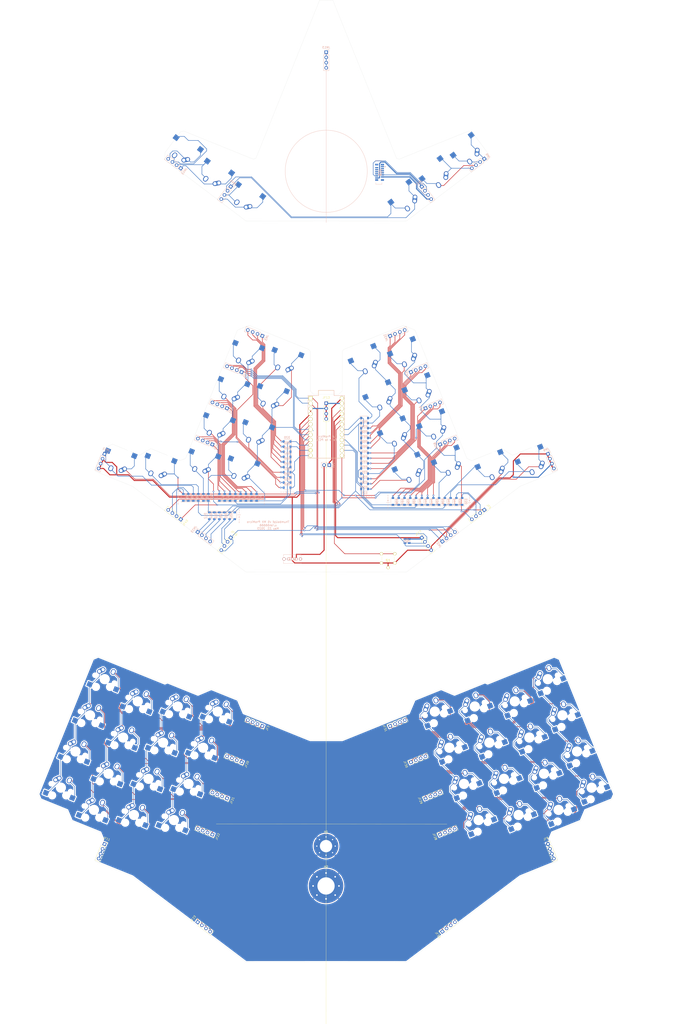
<source format=kicad_pcb>
(kicad_pcb (version 20171130) (host pcbnew "(5.1.4)-1")
  (layers (0 F.Cu signal) (31 B.Cu signal) (34 B.Paste user) (35 F.Paste user) (36 B.SilkS user) (37 F.SilkS user) (38 B.Mask user) (39 F.Mask user) (44 Edge.Cuts user))
  (net 0 "")
  (net 1 GND)
  (net 2 "Net-(D1-Pad2)")
  (net 3 "Net-(D2-Pad2)")
  (net 4 "Net-(D3-Pad2)")
  (net 5 "Net-(D4-Pad2)")
  (net 6 "Net-(D5-Pad2)")
  (net 7 "Net-(D6-Pad2)")
  (net 8 "Net-(D7-Pad2)")
  (net 9 "Net-(D8-Pad2)")
  (net 10 "Net-(D9-Pad2)")
  (net 11 "Net-(D10-Pad2)")
  (net 12 "Net-(D11-Pad2)")
  (net 13 "Net-(D12-Pad2)")
  (net 14 "Net-(D13-Pad2)")
  (net 15 "Net-(D14-Pad2)")
  (net 16 "Net-(D15-Pad2)")
  (net 17 "Net-(D16-Pad2)")
  (net 18 "Net-(D17-Pad2)")
  (net 19 "Net-(D18-Pad2)")
  (net 20 "Net-(D19-Pad2)")
  (net 21 "Net-(D20-Pad2)")
  (net 22 "Net-(D21-Pad2)")
  (net 23 "Net-(D22-Pad2)")
  (net 24 "Net-(D23-Pad2)")
  (net 25 "Net-(D24-Pad2)")
  (net 26 "Net-(D25-Pad2)")
  (net 27 "Net-(D26-Pad2)")
  (net 28 "Net-(D27-Pad2)")
  (net 29 "Net-(D28-Pad2)")
  (net 30 "Net-(D29-Pad2)")
  (net 31 "Net-(D30-Pad2)")
  (net 32 "Net-(D31-Pad2)")
  (net 33 "Net-(D32-Pad2)")
  (net 34 "Net-(D33-Pad2)")
  (net 35 "Net-(D34-Pad2)")
  (net 36 "Net-(D35-Pad2)")
  (net 37 "Net-(D36-Pad2)")
  (net 38 "Net-(D37-Pad2)")
  (net 39 "Net-(D38-Pad2)")
  (net 40 "Net-(D43-Pad2)")
  (net 41 "Net-(D44-Pad2)")
  (net 42 COL3)
  (net 43 COL2)
  (net 44 COL1)
  (net 45 COL0)
  (net 46 COL5)
  (net 47 COL4)
  (net 48 SCL)
  (net 49 SDA)
  (net 50 SCL-TOP)
  (net 51 SDA-TOP)
  (net 52 GND-TOP)
  (net 53 VCC-TOP)
  (net 54 VCC)
  (net 55 RST)
  (net 56 "Net-(J32-Pad2)")
  (net 57 +BATT)
  (net 58 ROWL1)
  (net 59 ROWL2)
  (net 60 ROWL3)
  (net 61 ROWL4)
  (net 62 ROWR1)
  (net 63 ROWR2)
  (net 64 ROWL0)
  (net 65 "Net-(D45-Pad2)")
  (net 66 "Net-(D46-Pad2)")
  (net 67 "Net-(D47-Pad2)")
  (net 68 "Net-(D48-Pad2)")
  (net 69 "Net-(D49-Pad2)")
  (net 70 "Net-(D50-Pad2)")
  (net 71 "Net-(D51-Pad2)")
  (net 72 "Net-(D52-Pad2)")
  (net 73 ROWR0)
  (net 74 "Net-(D53-Pad2)")
  (net 75 "Net-(D54-Pad2)")
  (net 76 "Net-(D55-Pad2)")
  (net 77 "Net-(D56-Pad2)")
  (net 78 "Net-(D57-Pad2)")
  (net 79 "Net-(D58-Pad2)")
  (net 80 "Net-(JF3-Pad4)")
  (net 81 "Net-(JF3-Pad3)")
  (net 82 "Net-(JF3-Pad2)")
  (net 83 "Net-(JF3-Pad1)")
  (net 84 "Net-(JF20-Pad1)")
  (net 85 "Net-(JF20-Pad2)")
  (net 86 "Net-(JF20-Pad3)")
  (net 87 "Net-(JF20-Pad4)")
  (net 88 "Net-(JF21-Pad1)")
  (net 89 "Net-(JF21-Pad2)")
  (net 90 "Net-(JF21-Pad3)")
  (net 91 "Net-(JF21-Pad4)")
  (net 92 "Net-(JF22-Pad1)")
  (net 93 "Net-(JF22-Pad2)")
  (net 94 "Net-(JF22-Pad3)")
  (net 95 "Net-(JF22-Pad4)")
  (net 96 "Net-(JF23-Pad4)")
  (net 97 "Net-(JF23-Pad3)")
  (net 98 "Net-(JF23-Pad2)")
  (net 99 "Net-(JF23-Pad1)")
  (net 100 "Net-(JF28-Pad4)")
  (net 101 "Net-(JF28-Pad3)")
  (net 102 "Net-(JF28-Pad2)")
  (net 103 "Net-(JF28-Pad1)")
  (net 104 "Net-(JF29-Pad4)")
  (net 105 "Net-(JF29-Pad3)")
  (net 106 "Net-(JF29-Pad2)")
  (net 107 "Net-(JF29-Pad1)")
  (net 108 "Net-(JF30-Pad4)")
  (net 109 "Net-(JF30-Pad3)")
  (net 110 "Net-(JF30-Pad2)")
  (net 111 "Net-(JF30-Pad1)")
  (net 112 "Net-(JF31-Pad1)")
  (net 113 "Net-(JF31-Pad2)")
  (net 114 "Net-(JF31-Pad3)")
  (net 115 "Net-(JF31-Pad4)")
  (net 116 "Net-(JF33-Pad4)")
  (net 117 "Net-(JF33-Pad3)")
  (net 118 "Net-(JF33-Pad2)")
  (net 119 "Net-(JF33-Pad1)")
  (net 120 "Net-(JM5-Pad4)")
  (net 121 "Net-(JM5-Pad3)")
  (net 122 "Net-(JM5-Pad2)")
  (net 123 "Net-(JM5-Pad1)")
  (net 124 "Net-(JM43-Pad4)")
  (net 125 "Net-(JM43-Pad3)")
  (net 126 "Net-(JM43-Pad2)")
  (net 127 "Net-(JM43-Pad1)")
  (net 128 "Net-(JM45-Pad4)")
  (net 129 "Net-(JM45-Pad3)")
  (net 130 "Net-(JM45-Pad2)")
  (net 131 "Net-(JM45-Pad1)")
  (net 132 L1GND)
  (net 133 L3GND)
  (net 134 "Net-(D39-Pad2)")
  (net 135 "Net-(D40-Pad2)")
  (net 136 "Net-(D41-Pad2)")
  (net 137 "Net-(D42-Pad2)")
  (net 138 ROWR4)
  (net 139 ROWR3)
  (module promicro:ProMicro (layer F.Cu) (at 142.5 11 270)
    (fp_text reference U1 hide)
    (fp_text value ProMicro)
    (pad 1 thru_hole rect (at -13.97 7.62 270) (size 2 2) (drill 1.5) (layers *.Cu *.Mask F.SilkS) (net 42 COL3))
    (pad 2 thru_hole circle (at -11.43 7.62 270) (size 2 2) (drill 1.5) (layers *.Cu *.Mask F.SilkS) (net 43 COL2))
    (pad 3 thru_hole circle (at -8.89 7.62 270) (size 2 2) (drill 1.5) (layers *.Cu *.Mask F.SilkS) (net 1 GND))
    (pad 4 thru_hole circle (at -6.35 7.62 270) (size 2 2) (drill 1.5) (layers *.Cu *.Mask F.SilkS) (net 1 GND))
    (pad 5 thru_hole circle (at -3.81 7.62 270) (size 2 2) (drill 1.5) (layers *.Cu *.Mask F.SilkS) (net 49 SDA))
    (pad 6 thru_hole circle (at -1.27 7.62 270) (size 2 2) (drill 1.5) (layers *.Cu *.Mask F.SilkS) (net 48 SCL))
    (pad 7 thru_hole circle (at 1.27 7.62 270) (size 2 2) (drill 1.5) (layers *.Cu *.Mask F.SilkS) (net 44 COL1))
    (pad 8 thru_hole circle (at 3.81 7.62 270) (size 2 2) (drill 1.5) (layers *.Cu *.Mask F.SilkS) (net 45 COL0))
    (pad 9 thru_hole circle (at 6.35 7.62 270) (size 2 2) (drill 1.5) (layers *.Cu *.Mask F.SilkS) (net 46 COL5))
    (pad 10 thru_hole circle (at 8.89 7.62 270) (size 2 2) (drill 1.5) (layers *.Cu *.Mask F.SilkS) (net 58 ROWL1))
    (pad 11 thru_hole circle (at 11.43 7.62 270) (size 2 2) (drill 1.1) (layers *.Cu *.Mask F.SilkS) (net 64 ROWL0))
    (pad 12 thru_hole circle (at 13.97 7.62 270) (size 2 2) (drill 1.5) (layers *.Cu *.Mask F.SilkS) (net 59 ROWL2))
    (pad 13 thru_hole circle (at 13.97 -7.62 270) (size 2 2) (drill 1.5) (layers *.Cu *.Mask F.SilkS) (net 47 COL4))
    (pad 14 thru_hole circle (at 11.43 -7.62 270) (size 2 2) (drill 1.5) (layers *.Cu *.Mask F.SilkS) (net 138 ROWR4))
    (pad 15 thru_hole circle (at 8.89 -7.62 270) (size 2 2) (drill 1.5) (layers *.Cu *.Mask F.SilkS) (net 139 ROWR3))
    (pad 16 thru_hole circle (at 6.35 -7.62 270) (size 2 2) (drill 1.5) (layers *.Cu *.Mask F.SilkS) (net 63 ROWR2))
    (pad 17 thru_hole circle (at 3.81 -7.62 270) (size 2 2) (drill 1.5) (layers *.Cu *.Mask F.SilkS) (net 62 ROWR1))
    (pad 18 thru_hole circle (at 1.27 -7.62 270) (size 2 2) (drill 1.5) (layers *.Cu *.Mask F.SilkS) (net 73 ROWR0))
    (pad 19 thru_hole circle (at -1.27 -7.62 270) (size 2 2) (drill 1.5) (layers *.Cu *.Mask F.SilkS) (net 61 ROWL4))
    (pad 20 thru_hole circle (at -3.81 -7.62 270) (size 2 2) (drill 1.5) (layers *.Cu *.Mask F.SilkS) (net 60 ROWL3))
    (pad 21 thru_hole circle (at -6.35 -7.62 270) (size 2 2) (drill 1.5) (layers *.Cu *.Mask F.SilkS) (net 54 VCC))
    (pad 22 thru_hole circle (at -8.89 -7.62 270) (size 2 2) (drill 1.5) (layers *.Cu *.Mask F.SilkS) (net 55 RST))
    (pad 23 thru_hole circle (at -11.43 -7.62 270) (size 2 2) (drill 1.5) (layers *.Cu *.Mask F.SilkS) (net 1 GND))
    (pad 24 thru_hole circle (at -13.97 -7.62 270) (size 2 2) (drill 1.5) (layers *.Cu *.Mask F.SilkS) (net 57 +BATT))
  )
  (module MountingHole:MountingHole_8.4mm_M8_Pad_Via (layer F.Cu) (at 142.4 234.6)
    (fp_text reference H2 (at 0 -9.4) (layer F.SilkS))
    (fp_text value MountingHole_Pad)
    (pad 1 thru_hole circle (at 4.454773 -4.454773) (size 1.1 1.1) (drill 0.8) (layers *.Cu *.Mask) (net 132 L1GND))
    (pad 1 thru_hole circle (at 0 -6.3) (size 1.1 1.1) (drill 0.8) (layers *.Cu *.Mask) (net 132 L1GND))
    (pad 1 thru_hole circle (at -4.454773 -4.454773) (size 1.1 1.1) (drill 0.8) (layers *.Cu *.Mask) (net 132 L1GND))
    (pad 1 thru_hole circle (at -6.3 0) (size 1.1 1.1) (drill 0.8) (layers *.Cu *.Mask) (net 132 L1GND))
    (pad 1 thru_hole circle (at -4.454773 4.454773) (size 1.1 1.1) (drill 0.8) (layers *.Cu *.Mask) (net 132 L1GND))
    (pad 1 thru_hole circle (at 0 6.3) (size 1.1 1.1) (drill 0.8) (layers *.Cu *.Mask) (net 132 L1GND))
    (pad 1 thru_hole circle (at 4.454773 4.454773) (size 1.1 1.1) (drill 0.8) (layers *.Cu *.Mask) (net 132 L1GND))
    (pad 1 thru_hole circle (at 6.3 0) (size 1.1 1.1) (drill 0.8) (layers *.Cu *.Mask) (net 132 L1GND))
    (pad 1 thru_hole circle (at 0 0) (size 16.8 16.8) (drill 8.4) (layers *.Cu *.Mask) (net 132 L1GND))
  )
  (module MountingHole:MountingHole_6mm_Pad_Via (layer F.Cu) (at 142.4 215.2)
    (fp_text reference H1 (at 0 -7) (layer F.SilkS))
    (fp_text value MountingHole_Pad)
    (pad 1 thru_hole circle (at 3.181981 -3.181981) (size 0.9 0.9) (drill 0.6) (layers *.Cu *.Mask) (net 132 L1GND))
    (pad 1 thru_hole circle (at 0 -4.5) (size 0.9 0.9) (drill 0.6) (layers *.Cu *.Mask) (net 132 L1GND))
    (pad 1 thru_hole circle (at -3.181981 -3.181981) (size 0.9 0.9) (drill 0.6) (layers *.Cu *.Mask) (net 132 L1GND))
    (pad 1 thru_hole circle (at -4.5 0) (size 0.9 0.9) (drill 0.6) (layers *.Cu *.Mask) (net 132 L1GND))
    (pad 1 thru_hole circle (at -3.181981 3.181981) (size 0.9 0.9) (drill 0.6) (layers *.Cu *.Mask) (net 132 L1GND))
    (pad 1 thru_hole circle (at 0 4.5) (size 0.9 0.9) (drill 0.6) (layers *.Cu *.Mask) (net 132 L1GND))
    (pad 1 thru_hole circle (at 3.181981 3.181981) (size 0.9 0.9) (drill 0.6) (layers *.Cu *.Mask) (net 132 L1GND))
    (pad 1 thru_hole circle (at 4.5 0) (size 0.9 0.9) (drill 0.6) (layers *.Cu *.Mask) (net 132 L1GND))
    (pad 1 thru_hole circle (at 0 0) (size 12 12) (drill 6) (layers *.Cu *.Mask) (net 132 L1GND))
  )
  (module BUTT-4:BUTT4 (layer F.Cu) (at 172.65 75.05)
    (fp_text reference S1 (at 0 1.125) (layer F.SilkS) (effects (font (size 1.27 1.27) (thickness 0.254))))
    (fp_text value BUTT-4 hide)
    (pad G1 thru_hole circle (at 0 4.5 90) (size 1.575 1.575) (drill 1.05) (layers *.Cu *.Mask F.SilkS) (net 1 GND))
    (pad D1 thru_hole circle (at 3.25 2.25 90) (size 1.575 1.575) (drill 1.05) (layers *.Cu *.Mask F.SilkS) (net 1 GND))
    (pad C1 thru_hole circle (at 3.25 -2.25 90) (size 1.575 1.575) (drill 1.05) (layers *.Cu *.Mask F.SilkS) (net 55 RST))
    (pad B1 thru_hole circle (at -3.25 2.25 90) (size 1.575 1.575) (drill 1.05) (layers *.Cu *.Mask F.SilkS) (net 1 GND))
    (pad A1 thru_hole circle (at -3.25 -2.25 90) (size 1.575 1.575) (drill 1.05) (layers *.Cu *.Mask F.SilkS) (net 55 RST))
  )
  (module Connector_PinSocket_2.54mm:PinSocket_1x04_P2.54mm_Vertical (layer F.Cu) (at 219.545628 51.452082 307)
    (fp_text reference JF5 (at 0 -2.77 127) (layer F.SilkS))
    (fp_text value Conn_01x04_Female)
    (pad 4 thru_hole oval (at 0 7.62 307) (size 1.7 1.7) (drill 1) (layers *.Cu *.Mask) (net 47 COL4))
    (pad 3 thru_hole oval (at 0 5.08 307) (size 1.7 1.7) (drill 1) (layers *.Cu *.Mask) (net 31 "Net-(D30-Pad2)"))
    (pad 2 thru_hole oval (at 0 2.54 307) (size 1.7 1.7) (drill 1) (layers *.Cu *.Mask) (net 30 "Net-(D29-Pad2)"))
    (pad 1 thru_hole rect (at 0 0 307) (size 1.7 1.7) (drill 1) (layers *.Cu *.Mask) (net 46 COL5))
  )
  (module Connector_PinHeader_2.54mm:PinHeader_1x04_P2.54mm_Vertical (layer B.Cu) (at 79.850894 62.2253 233)
    (fp_text reference JM23 (at 0 2.33 53) (layer B.SilkS) (effects (justify mirror)))
    (fp_text value Conn_01x04_Male)
    (pad 4 thru_hole oval (at 0 -7.62 233) (size 1.7 1.7) (drill 1) (layers *.Cu *.Mask) (net 10 "Net-(D9-Pad2)"))
    (pad 3 thru_hole oval (at 0 -5.08 233) (size 1.7 1.7) (drill 1) (layers *.Cu *.Mask) (net 11 "Net-(D10-Pad2)"))
    (pad 2 thru_hole oval (at 0 -2.54 233) (size 1.7 1.7) (drill 1) (layers *.Cu *.Mask) (net 12 "Net-(D11-Pad2)"))
    (pad 1 thru_hole rect (at 0 0 233) (size 1.7 1.7) (drill 1) (layers *.Cu *.Mask) (net 13 "Net-(D12-Pad2)"))
  )
  (module Connector_PinSocket_2.54mm:PinSocket_1x04_P2.54mm_Vertical (layer F.Cu) (at 71.590133 56.039707 233)
    (fp_text reference JF43 (at 0 -2.77 53) (layer F.SilkS))
    (fp_text value Conn_01x04_Female)
    (pad 1 thru_hole rect (at 0 0 233) (size 1.7 1.7) (drill 1) (layers *.Cu *.Mask) (net 47 COL4))
    (pad 2 thru_hole oval (at 0 2.54 233) (size 1.7 1.7) (drill 1) (layers *.Cu *.Mask) (net 19 "Net-(D18-Pad2)"))
    (pad 3 thru_hole oval (at 0 5.08 233) (size 1.7 1.7) (drill 1) (layers *.Cu *.Mask) (net 20 "Net-(D19-Pad2)"))
    (pad 4 thru_hole oval (at 0 7.62 233) (size 1.7 1.7) (drill 1) (layers *.Cu *.Mask) (net 46 COL5))
  )
  (module Connector_PinSocket_2.54mm:PinSocket_1x04_P2.54mm_Vertical (layer F.Cu) (at 95.944722 64.961851 323)
    (fp_text reference JF45 (at 0 -2.77 143) (layer F.SilkS))
    (fp_text value Conn_01x04_Female)
    (pad 1 thru_hole rect (at 0 0 323) (size 1.7 1.7) (drill 1) (layers *.Cu *.Mask) (net 44 COL1))
    (pad 2 thru_hole oval (at 0 2.54 323) (size 1.7 1.7) (drill 1) (layers *.Cu *.Mask) (net 74 "Net-(D53-Pad2)"))
    (pad 3 thru_hole oval (at 0 5.08 323) (size 1.7 1.7) (drill 1) (layers *.Cu *.Mask) (net 71 "Net-(D51-Pad2)"))
    (pad 4 thru_hole oval (at 0 7.62 323) (size 1.7 1.7) (drill 1) (layers *.Cu *.Mask) (net 44 COL1))
  )
  (module Connector_PinHeader_2.54mm:PinHeader_1x04_P2.54mm_Vertical (layer B.Cu) (at 199.105676 66.815353 307)
    (fp_text reference JM33 (at 0 2.33 127) (layer B.SilkS) (effects (justify mirror)))
    (fp_text value Conn_01x04_Male)
    (pad 4 thru_hole oval (at 0 -7.62 307) (size 1.7 1.7) (drill 1) (layers *.Cu *.Mask) (net 45 COL0))
    (pad 3 thru_hole oval (at 0 -5.08 307) (size 1.7 1.7) (drill 1) (layers *.Cu *.Mask) (net 44 COL1))
    (pad 2 thru_hole oval (at 0 -2.54 307) (size 1.7 1.7) (drill 1) (layers *.Cu *.Mask) (net 43 COL2))
    (pad 1 thru_hole rect (at 0 0 307) (size 1.7 1.7) (drill 1) (layers *.Cu *.Mask) (net 42 COL3))
  )
  (module Connector_PinSocket_2.54mm:PinSocket_1x04_P2.54mm_Vertical (layer F.Cu) (at 189.081478 64.97811 37)
    (fp_text reference JF17 (at 0 -2.77 37) (layer F.SilkS))
    (fp_text value Raiser_Female)
    (pad 4 thru_hole oval (at 0 7.62 37) (size 1.7 1.7) (drill 1) (layers *.Cu *.Mask) (net 1 GND))
    (pad 3 thru_hole oval (at 0 5.08 37) (size 1.7 1.7) (drill 1) (layers *.Cu *.Mask) (net 48 SCL))
    (pad 2 thru_hole oval (at 0 2.54 37) (size 1.7 1.7) (drill 1) (layers *.Cu *.Mask) (net 49 SDA))
    (pad 1 thru_hole rect (at 0 0 37) (size 1.7 1.7) (drill 1) (layers *.Cu *.Mask) (net 54 VCC))
  )
  (module Connector_PinSocket_2.54mm:PinSocket_1x04_P2.54mm_Vertical (layer F.Cu) (at 34.433864 214.192442 338)
    (fp_text reference JF11 (at 0 -2.77 158) (layer F.SilkS))
    (fp_text value Raiser_Female)
    (pad 4 thru_hole oval (at 0 7.62 338) (size 1.7 1.7) (drill 1) (layers *.Cu *.Mask) (net 132 L1GND))
    (pad 3 thru_hole oval (at 0 5.08 338) (size 1.7 1.7) (drill 1) (layers *.Cu *.Mask) (net 132 L1GND))
    (pad 2 thru_hole oval (at 0 2.54 338) (size 1.7 1.7) (drill 1) (layers *.Cu *.Mask) (net 132 L1GND))
    (pad 1 thru_hole rect (at 0 0 338) (size 1.7 1.7) (drill 1) (layers *.Cu *.Mask))
  )
  (module Connector_PinSocket_2.54mm:PinSocket_1x04_P2.54mm_Vertical (layer F.Cu) (at 87.002063 209.546539 248)
    (fp_text reference JF22 (at 0 -2.77 68) (layer F.SilkS))
    (fp_text value Conn_01x04_Female)
    (pad 1 thru_hole rect (at 0 0 248) (size 1.7 1.7) (drill 1) (layers *.Cu *.Mask) (net 92 "Net-(JF22-Pad1)"))
    (pad 2 thru_hole oval (at 0 2.54 248) (size 1.7 1.7) (drill 1) (layers *.Cu *.Mask) (net 93 "Net-(JF22-Pad2)"))
    (pad 3 thru_hole oval (at 0 5.08 248) (size 1.7 1.7) (drill 1) (layers *.Cu *.Mask) (net 94 "Net-(JF22-Pad3)"))
    (pad 4 thru_hole oval (at 0 7.62 248) (size 1.7 1.7) (drill 1) (layers *.Cu *.Mask) (net 95 "Net-(JF22-Pad4)"))
  )
  (module Connector_PinSocket_2.54mm:PinSocket_1x04_P2.54mm_Vertical (layer F.Cu) (at 94.119589 191.930046 248)
    (fp_text reference JF21 (at 0 -2.77 68) (layer F.SilkS))
    (fp_text value Conn_01x04_Female)
    (pad 1 thru_hole rect (at 0 0 248) (size 1.7 1.7) (drill 1) (layers *.Cu *.Mask) (net 88 "Net-(JF21-Pad1)"))
    (pad 2 thru_hole oval (at 0 2.54 248) (size 1.7 1.7) (drill 1) (layers *.Cu *.Mask) (net 89 "Net-(JF21-Pad2)"))
    (pad 3 thru_hole oval (at 0 5.08 248) (size 1.7 1.7) (drill 1) (layers *.Cu *.Mask) (net 90 "Net-(JF21-Pad3)"))
    (pad 4 thru_hole oval (at 0 7.62 248) (size 1.7 1.7) (drill 1) (layers *.Cu *.Mask) (net 91 "Net-(JF21-Pad4)"))
  )
  (module Connector_PinSocket_2.54mm:PinSocket_1x04_P2.54mm_Vertical (layer F.Cu) (at 101.237114 174.313553 248)
    (fp_text reference JF20 (at 0 -2.77 68) (layer F.SilkS))
    (fp_text value Conn_01x04_Female hide)
    (pad 1 thru_hole rect (at 0 0 248) (size 1.7 1.7) (drill 1) (layers *.Cu *.Mask) (net 84 "Net-(JF20-Pad1)"))
    (pad 2 thru_hole oval (at 0 2.54 248) (size 1.7 1.7) (drill 1) (layers *.Cu *.Mask) (net 85 "Net-(JF20-Pad2)"))
    (pad 3 thru_hole oval (at 0 5.08 248) (size 1.7 1.7) (drill 1) (layers *.Cu *.Mask) (net 86 "Net-(JF20-Pad3)"))
    (pad 4 thru_hole oval (at 0 7.62 248) (size 1.7 1.7) (drill 1) (layers *.Cu *.Mask) (net 87 "Net-(JF20-Pad4)"))
  )
  (module Connector_PinSocket_2.54mm:PinSocket_1x04_P2.54mm_Vertical (layer F.Cu) (at 111.354639 156.697059 248)
    (fp_text reference JF3 (at 0 -2.77 68) (layer F.SilkS))
    (fp_text value Conn_01x04_Female hide)
    (pad 1 thru_hole rect (at 0 0 248) (size 1.7 1.7) (drill 1) (layers *.Cu *.Mask) (net 83 "Net-(JF3-Pad1)"))
    (pad 2 thru_hole oval (at 0 2.54 248) (size 1.7 1.7) (drill 1) (layers *.Cu *.Mask) (net 82 "Net-(JF3-Pad2)"))
    (pad 3 thru_hole oval (at 0 5.08 248) (size 1.7 1.7) (drill 1) (layers *.Cu *.Mask) (net 81 "Net-(JF3-Pad3)"))
    (pad 4 thru_hole oval (at 0 7.62 248) (size 1.7 1.7) (drill 1) (layers *.Cu *.Mask) (net 80 "Net-(JF3-Pad4)"))
  )
  (module Connector_PinSocket_2.54mm:PinSocket_1x04_P2.54mm_Vertical (layer F.Cu) (at 173.660955 156.694575 112)
    (fp_text reference JF31 (at 0 -2.77 112) (layer F.SilkS))
    (fp_text value Conn_01x04_Female)
    (pad 4 thru_hole oval (at 0 7.62 112) (size 1.7 1.7) (drill 1) (layers *.Cu *.Mask) (net 115 "Net-(JF31-Pad4)"))
    (pad 3 thru_hole oval (at 0 5.08 112) (size 1.7 1.7) (drill 1) (layers *.Cu *.Mask) (net 114 "Net-(JF31-Pad3)"))
    (pad 2 thru_hole oval (at 0 2.54 112) (size 1.7 1.7) (drill 1) (layers *.Cu *.Mask) (net 113 "Net-(JF31-Pad2)"))
    (pad 1 thru_hole rect (at 0 0 112) (size 1.7 1.7) (drill 1) (layers *.Cu *.Mask) (net 112 "Net-(JF31-Pad1)"))
  )
  (module Connector_PinSocket_2.54mm:PinSocket_1x04_P2.54mm_Vertical (layer F.Cu) (at 183.77848 174.311068 112)
    (fp_text reference JF30 (at 0 -2.77 112) (layer F.SilkS))
    (fp_text value Conn_01x04_Female)
    (pad 4 thru_hole oval (at 0 7.62 112) (size 1.7 1.7) (drill 1) (layers *.Cu *.Mask) (net 108 "Net-(JF30-Pad4)"))
    (pad 3 thru_hole oval (at 0 5.08 112) (size 1.7 1.7) (drill 1) (layers *.Cu *.Mask) (net 109 "Net-(JF30-Pad3)"))
    (pad 2 thru_hole oval (at 0 2.54 112) (size 1.7 1.7) (drill 1) (layers *.Cu *.Mask) (net 110 "Net-(JF30-Pad2)"))
    (pad 1 thru_hole rect (at 0 0 112) (size 1.7 1.7) (drill 1) (layers *.Cu *.Mask) (net 111 "Net-(JF30-Pad1)"))
  )
  (module Connector_PinSocket_2.54mm:PinSocket_1x04_P2.54mm_Vertical (layer F.Cu) (at 190.896005 191.927561 112)
    (fp_text reference JF29 (at 0 -2.77 112) (layer F.SilkS))
    (fp_text value Conn_01x04_Female)
    (pad 4 thru_hole oval (at 0 7.62 112) (size 1.7 1.7) (drill 1) (layers *.Cu *.Mask) (net 104 "Net-(JF29-Pad4)"))
    (pad 3 thru_hole oval (at 0 5.08 112) (size 1.7 1.7) (drill 1) (layers *.Cu *.Mask) (net 105 "Net-(JF29-Pad3)"))
    (pad 2 thru_hole oval (at 0 2.54 112) (size 1.7 1.7) (drill 1) (layers *.Cu *.Mask) (net 106 "Net-(JF29-Pad2)"))
    (pad 1 thru_hole rect (at 0 0 112) (size 1.7 1.7) (drill 1) (layers *.Cu *.Mask) (net 107 "Net-(JF29-Pad1)"))
  )
  (module Connector_PinSocket_2.54mm:PinSocket_1x04_P2.54mm_Vertical (layer F.Cu) (at 198.01353 209.544054 112)
    (fp_text reference JF28 (at 0 -2.77 112) (layer F.SilkS))
    (fp_text value Conn_01x04_Female)
    (pad 4 thru_hole oval (at 0 7.62 112) (size 1.7 1.7) (drill 1) (layers *.Cu *.Mask) (net 100 "Net-(JF28-Pad4)"))
    (pad 3 thru_hole oval (at 0 5.08 112) (size 1.7 1.7) (drill 1) (layers *.Cu *.Mask) (net 101 "Net-(JF28-Pad3)"))
    (pad 2 thru_hole oval (at 0 2.54 112) (size 1.7 1.7) (drill 1) (layers *.Cu *.Mask) (net 102 "Net-(JF28-Pad2)"))
    (pad 1 thru_hole rect (at 0 0 112) (size 1.7 1.7) (drill 1) (layers *.Cu *.Mask) (net 103 "Net-(JF28-Pad1)"))
  )
  (module Connector_PinSocket_2.54mm:PinSocket_1x04_P2.54mm_Vertical (layer F.Cu) (at 250.58173 214.189957 22)
    (fp_text reference JF9 (at 0 -2.77 22) (layer F.SilkS))
    (fp_text value Raiser_Female)
    (pad 4 thru_hole oval (at 0 7.62 22) (size 1.7 1.7) (drill 1) (layers *.Cu *.Mask) (net 132 L1GND))
    (pad 3 thru_hole oval (at 0 5.08 22) (size 1.7 1.7) (drill 1) (layers *.Cu *.Mask) (net 132 L1GND))
    (pad 2 thru_hole oval (at 0 2.54 22) (size 1.7 1.7) (drill 1) (layers *.Cu *.Mask) (net 132 L1GND))
    (pad 1 thru_hole rect (at 0 0 22) (size 1.7 1.7) (drill 1) (layers *.Cu *.Mask) (net 132 L1GND))
  )
  (module Connector_PinSocket_2.54mm:PinSocket_1x04_P2.54mm_Vertical (layer F.Cu) (at 199.105676 256.815353 127)
    (fp_text reference JF33 (at 0 -2.77 127) (layer F.SilkS))
    (fp_text value Conn_01x04_Female)
    (pad 1 thru_hole rect (at 0 0 127) (size 1.7 1.7) (drill 1) (layers *.Cu *.Mask) (net 119 "Net-(JF33-Pad1)"))
    (pad 2 thru_hole oval (at 0 2.54 127) (size 1.7 1.7) (drill 1) (layers *.Cu *.Mask) (net 118 "Net-(JF33-Pad2)"))
    (pad 3 thru_hole oval (at 0 5.08 127) (size 1.7 1.7) (drill 1) (layers *.Cu *.Mask) (net 117 "Net-(JF33-Pad3)"))
    (pad 4 thru_hole oval (at 0 7.62 127) (size 1.7 1.7) (drill 1) (layers *.Cu *.Mask) (net 116 "Net-(JF33-Pad4)"))
  )
  (module Connector_PinSocket_2.54mm:PinSocket_1x04_P2.54mm_Vertical (layer F.Cu) (at 79.850894 252.2253 53)
    (fp_text reference JF23 (at 0 -2.77 53) (layer F.SilkS))
    (fp_text value Conn_01x04_Female)
    (pad 4 thru_hole oval (at 0 7.62 53) (size 1.7 1.7) (drill 1) (layers *.Cu *.Mask) (net 96 "Net-(JF23-Pad4)"))
    (pad 3 thru_hole oval (at 0 5.08 53) (size 1.7 1.7) (drill 1) (layers *.Cu *.Mask) (net 97 "Net-(JF23-Pad3)"))
    (pad 2 thru_hole oval (at 0 2.54 53) (size 1.7 1.7) (drill 1) (layers *.Cu *.Mask) (net 98 "Net-(JF23-Pad2)"))
    (pad 1 thru_hole rect (at 0 0 53) (size 1.7 1.7) (drill 1) (layers *.Cu *.Mask) (net 99 "Net-(JF23-Pad1)"))
  )
  (module MX_Alps_Hybrid:MX-1U-NoLED_HotSwap (layer F.Cu) (at 243.351562 27.650402 202)
    (fp_text reference MX38)
    (fp_text value SwMENU)
    (pad "" np_thru_hole circle (at -2.54 5.08 22) (size 3 3) (drill 3) (layers *.Cu *.Mask))
    (pad "" np_thru_hole circle (at 3.81 2.54 22) (size 3 3) (drill 3) (layers *.Cu *.Mask))
    (pad 2 smd rect (at 7.085 2.54 22) (size 2.55 2.5) (layers B.Cu B.Paste B.Mask) (net 41 "Net-(D44-Pad2)"))
    (pad 1 smd rect (at -5.842 5.08 22) (size 2.55 2.5) (layers B.Cu B.Paste B.Mask) (net 43 COL2))
    (pad "" np_thru_hole circle (at 5.08 0 250.0996) (size 1.75 1.75) (drill 1.75) (layers *.Cu *.Mask))
    (pad "" np_thru_hole circle (at -5.08 0 250.0996) (size 1.75 1.75) (drill 1.75) (layers *.Cu *.Mask))
    (pad 1 thru_hole circle (at -2.5 -4 202) (size 2.25 2.25) (drill 1.47) (layers *.Cu B.Mask) (net 43 COL2))
    (pad "" np_thru_hole circle (at 0 0 202) (size 3.9878 3.9878) (drill 3.9878) (layers *.Cu *.Mask))
    (pad 1 thru_hole oval (at -3.81 -2.54 250.0996) (size 4.211556 2.25) (drill 1.47 (offset 0.980778 0)) (layers *.Cu B.Mask) (net 43 COL2))
    (pad 2 thru_hole circle (at 2.54 -5.08 202) (size 2.25 2.25) (drill 1.47) (layers *.Cu B.Mask) (net 41 "Net-(D44-Pad2)"))
    (pad 2 thru_hole oval (at 2.5 -4.5 288.0548) (size 2.831378 2.25) (drill 1.47 (offset 0.290689 0)) (layers *.Cu B.Mask) (net 41 "Net-(D44-Pad2)"))
  )
  (module Connector_PinHeader_2.54mm:PinHeader_1x04_P2.54mm_Vertical (layer B.Cu) (at 219.545628 -119.547918 127)
    (fp_text reference JM5 (at 0 2.33 127) (layer B.SilkS) (effects (justify mirror)))
    (fp_text value Male)
    (pad 4 thru_hole oval (at 0 -7.62 127) (size 1.7 1.7) (drill 1) (layers *.Cu *.Mask) (net 120 "Net-(JM5-Pad4)"))
    (pad 3 thru_hole oval (at 0 -5.08 127) (size 1.7 1.7) (drill 1) (layers *.Cu *.Mask) (net 121 "Net-(JM5-Pad3)"))
    (pad 2 thru_hole oval (at 0 -2.54 127) (size 1.7 1.7) (drill 1) (layers *.Cu *.Mask) (net 122 "Net-(JM5-Pad2)"))
    (pad 1 thru_hole rect (at 0 0 127) (size 1.7 1.7) (drill 1) (layers *.Cu *.Mask) (net 123 "Net-(JM5-Pad1)"))
  )
  (module Connector_PinHeader_2.54mm:PinHeader_1x04_P2.54mm_Vertical (layer B.Cu) (at 142.5 -171.5 180)
    (fp_text reference JM13 (at 0 2.33) (layer B.SilkS) (effects (justify mirror)))
    (fp_text value Raiser_Male)
    (pad 1 thru_hole rect (at 0 0 180) (size 1.7 1.7) (drill 1) (layers *.Cu *.Mask) (net 133 L3GND))
    (pad 2 thru_hole oval (at 0 -2.54 180) (size 1.7 1.7) (drill 1) (layers *.Cu *.Mask) (net 133 L3GND))
    (pad 3 thru_hole oval (at 0 -5.08 180) (size 1.7 1.7) (drill 1) (layers *.Cu *.Mask) (net 133 L3GND))
    (pad 4 thru_hole oval (at 0 -7.62 180) (size 1.7 1.7) (drill 1) (layers *.Cu *.Mask) (net 133 L3GND))
  )
  (module Connector_PinHeader_2.54mm:PinHeader_1x04_P2.54mm_Vertical (layer B.Cu) (at 71.590133 -114.960293 53)
    (fp_text reference JM43 (at 0 2.33 53) (layer B.SilkS) (effects (justify mirror)))
    (fp_text value Conn_01x04_Male)
    (pad 1 thru_hole rect (at 0 0 53) (size 1.7 1.7) (drill 1) (layers *.Cu *.Mask) (net 127 "Net-(JM43-Pad1)"))
    (pad 2 thru_hole oval (at 0 -2.54 53) (size 1.7 1.7) (drill 1) (layers *.Cu *.Mask) (net 126 "Net-(JM43-Pad2)"))
    (pad 3 thru_hole oval (at 0 -5.08 53) (size 1.7 1.7) (drill 1) (layers *.Cu *.Mask) (net 125 "Net-(JM43-Pad3)"))
    (pad 4 thru_hole oval (at 0 -7.62 53) (size 1.7 1.7) (drill 1) (layers *.Cu *.Mask) (net 124 "Net-(JM43-Pad4)"))
  )
  (module Connector_PinHeader_2.54mm:PinHeader_1x04_P2.54mm_Vertical (layer B.Cu) (at 95.944722 -106.038149 143)
    (fp_text reference JM45 (at 0 2.33 143) (layer B.SilkS) (effects (justify mirror)))
    (fp_text value Conn_01x04_Male)
    (pad 1 thru_hole rect (at 0 0 143) (size 1.7 1.7) (drill 1) (layers *.Cu *.Mask) (net 131 "Net-(JM45-Pad1)"))
    (pad 2 thru_hole oval (at 0 -2.54 143) (size 1.7 1.7) (drill 1) (layers *.Cu *.Mask) (net 130 "Net-(JM45-Pad2)"))
    (pad 3 thru_hole oval (at 0 -5.08 143) (size 1.7 1.7) (drill 1) (layers *.Cu *.Mask) (net 129 "Net-(JM45-Pad3)"))
    (pad 4 thru_hole oval (at 0 -7.62 143) (size 1.7 1.7) (drill 1) (layers *.Cu *.Mask) (net 128 "Net-(JM45-Pad4)"))
  )
  (module Connector_PinHeader_2.54mm:PinHeader_1x04_P2.54mm_Vertical (layer B.Cu) (at 189.081478 -106.02189 217)
    (fp_text reference JM17 (at 0 2.33 37) (layer B.SilkS) (effects (justify mirror)))
    (fp_text value Raiser_Male)
    (pad 4 thru_hole oval (at 0 -7.62 217) (size 1.7 1.7) (drill 1) (layers *.Cu *.Mask) (net 52 GND-TOP))
    (pad 3 thru_hole oval (at 0 -5.08 217) (size 1.7 1.7) (drill 1) (layers *.Cu *.Mask) (net 50 SCL-TOP))
    (pad 2 thru_hole oval (at 0 -2.54 217) (size 1.7 1.7) (drill 1) (layers *.Cu *.Mask) (net 51 SDA-TOP))
    (pad 1 thru_hole rect (at 0 0 217) (size 1.7 1.7) (drill 1) (layers *.Cu *.Mask) (net 53 VCC-TOP))
  )
  (module MX_Alps_Hybrid:MX-1U-NoLED_HotSwap (layer F.Cu) (at 103.832666 -100.720224 143)
    (fp_text reference MX51)
    (fp_text value SwThL)
    (pad "" np_thru_hole circle (at -2.54 5.08 323) (size 3 3) (drill 3) (layers *.Cu *.Mask))
    (pad "" np_thru_hole circle (at 3.81 2.54 323) (size 3 3) (drill 3) (layers *.Cu *.Mask))
    (pad 2 smd rect (at 7.085 2.54 323) (size 2.55 2.5) (layers B.Cu B.Paste B.Mask) (net 129 "Net-(JM45-Pad3)"))
    (pad 1 smd rect (at -5.842 5.08 323) (size 2.55 2.5) (layers B.Cu B.Paste B.Mask) (net 128 "Net-(JM45-Pad4)"))
    (pad "" np_thru_hole circle (at 5.08 0 191.0996) (size 1.75 1.75) (drill 1.75) (layers *.Cu *.Mask))
    (pad "" np_thru_hole circle (at -5.08 0 191.0996) (size 1.75 1.75) (drill 1.75) (layers *.Cu *.Mask))
    (pad 1 thru_hole circle (at -2.5 -4 143) (size 2.25 2.25) (drill 1.47) (layers *.Cu B.Mask) (net 128 "Net-(JM45-Pad4)"))
    (pad "" np_thru_hole circle (at 0 0 143) (size 3.9878 3.9878) (drill 3.9878) (layers *.Cu *.Mask))
    (pad 1 thru_hole oval (at -3.81 -2.54 191.0996) (size 4.211556 2.25) (drill 1.47 (offset 0.980778 0)) (layers *.Cu B.Mask) (net 128 "Net-(JM45-Pad4)"))
    (pad 2 thru_hole circle (at 2.54 -5.08 143) (size 2.25 2.25) (drill 1.47) (layers *.Cu B.Mask) (net 129 "Net-(JM45-Pad3)"))
    (pad 2 thru_hole oval (at 2.5 -4.5 229.0548) (size 2.831378 2.25) (drill 1.47 (offset 0.290689 0)) (layers *.Cu B.Mask) (net 129 "Net-(JM45-Pad3)"))
  )
  (module MX_Alps_Hybrid:MX-1U-NoLED_HotSwap (layer F.Cu) (at 88.658592 -112.15471 143)
    (fp_text reference MX18)
    (fp_text value SwLMOD)
    (pad "" np_thru_hole circle (at -2.54 5.08 323) (size 3 3) (drill 3) (layers *.Cu *.Mask))
    (pad "" np_thru_hole circle (at 3.81 2.54 323) (size 3 3) (drill 3) (layers *.Cu *.Mask))
    (pad 2 smd rect (at 7.085 2.54 323) (size 2.55 2.5) (layers B.Cu B.Paste B.Mask) (net 126 "Net-(JM43-Pad2)"))
    (pad 1 smd rect (at -5.842 5.08 323) (size 2.55 2.5) (layers B.Cu B.Paste B.Mask) (net 127 "Net-(JM43-Pad1)"))
    (pad "" np_thru_hole circle (at 5.08 0 191.0996) (size 1.75 1.75) (drill 1.75) (layers *.Cu *.Mask))
    (pad "" np_thru_hole circle (at -5.08 0 191.0996) (size 1.75 1.75) (drill 1.75) (layers *.Cu *.Mask))
    (pad 1 thru_hole circle (at -2.5 -4 143) (size 2.25 2.25) (drill 1.47) (layers *.Cu B.Mask) (net 127 "Net-(JM43-Pad1)"))
    (pad "" np_thru_hole circle (at 0 0 143) (size 3.9878 3.9878) (drill 3.9878) (layers *.Cu *.Mask))
    (pad 1 thru_hole oval (at -3.81 -2.54 191.0996) (size 4.211556 2.25) (drill 1.47 (offset 0.980778 0)) (layers *.Cu B.Mask) (net 127 "Net-(JM43-Pad1)"))
    (pad 2 thru_hole circle (at 2.54 -5.08 143) (size 2.25 2.25) (drill 1.47) (layers *.Cu B.Mask) (net 126 "Net-(JM43-Pad2)"))
    (pad 2 thru_hole oval (at 2.5 -4.5 229.0548) (size 2.831378 2.25) (drill 1.47 (offset 0.290689 0)) (layers *.Cu B.Mask) (net 126 "Net-(JM43-Pad2)"))
  )
  (module MX_Alps_Hybrid:MX-1U-NoLED_HotSwap (layer F.Cu) (at 196.367607 -112.138449 217)
    (fp_text reference MX30)
    (fp_text value SwRMOD)
    (pad 2 thru_hole oval (at 2.5 -4.5 303.0548) (size 2.831378 2.25) (drill 1.47 (offset 0.290689 0)) (layers *.Cu B.Mask) (net 121 "Net-(JM5-Pad3)"))
    (pad 2 thru_hole circle (at 2.54 -5.08 217) (size 2.25 2.25) (drill 1.47) (layers *.Cu B.Mask) (net 121 "Net-(JM5-Pad3)"))
    (pad 1 thru_hole oval (at -3.81 -2.54 265.0996) (size 4.211556 2.25) (drill 1.47 (offset 0.980778 0)) (layers *.Cu B.Mask) (net 120 "Net-(JM5-Pad4)"))
    (pad "" np_thru_hole circle (at 0 0 217) (size 3.9878 3.9878) (drill 3.9878) (layers *.Cu *.Mask))
    (pad 1 thru_hole circle (at -2.5 -4 217) (size 2.25 2.25) (drill 1.47) (layers *.Cu B.Mask) (net 120 "Net-(JM5-Pad4)"))
    (pad "" np_thru_hole circle (at -5.08 0 265.0996) (size 1.75 1.75) (drill 1.75) (layers *.Cu *.Mask))
    (pad "" np_thru_hole circle (at 5.08 0 265.0996) (size 1.75 1.75) (drill 1.75) (layers *.Cu *.Mask))
    (pad 1 smd rect (at -5.842 5.08 37) (size 2.55 2.5) (layers B.Cu B.Paste B.Mask) (net 120 "Net-(JM5-Pad4)"))
    (pad 2 smd rect (at 7.085 2.54 37) (size 2.55 2.5) (layers B.Cu B.Paste B.Mask) (net 121 "Net-(JM5-Pad3)"))
    (pad "" np_thru_hole circle (at 3.81 2.54 37) (size 3 3) (drill 3) (layers *.Cu *.Mask))
    (pad "" np_thru_hole circle (at -2.54 5.08 37) (size 3 3) (drill 3) (layers *.Cu *.Mask))
  )
  (module MX_Alps_Hybrid:MX-1U-NoLED_HotSwap (layer F.Cu) (at 211.541682 -123.572935 217)
    (fp_text reference MX26)
    (fp_text value SwRSHFT)
    (pad "" np_thru_hole circle (at -2.54 5.08 37) (size 3 3) (drill 3) (layers *.Cu *.Mask))
    (pad "" np_thru_hole circle (at 3.81 2.54 37) (size 3 3) (drill 3) (layers *.Cu *.Mask))
    (pad 2 smd rect (at 7.085 2.54 37) (size 2.55 2.5) (layers B.Cu B.Paste B.Mask) (net 122 "Net-(JM5-Pad2)"))
    (pad 1 smd rect (at -5.842 5.08 37) (size 2.55 2.5) (layers B.Cu B.Paste B.Mask) (net 123 "Net-(JM5-Pad1)"))
    (pad "" np_thru_hole circle (at 5.08 0 265.0996) (size 1.75 1.75) (drill 1.75) (layers *.Cu *.Mask))
    (pad "" np_thru_hole circle (at -5.08 0 265.0996) (size 1.75 1.75) (drill 1.75) (layers *.Cu *.Mask))
    (pad 1 thru_hole circle (at -2.5 -4 217) (size 2.25 2.25) (drill 1.47) (layers *.Cu B.Mask) (net 123 "Net-(JM5-Pad1)"))
    (pad "" np_thru_hole circle (at 0 0 217) (size 3.9878 3.9878) (drill 3.9878) (layers *.Cu *.Mask))
    (pad 1 thru_hole oval (at -3.81 -2.54 265.0996) (size 4.211556 2.25) (drill 1.47 (offset 0.980778 0)) (layers *.Cu B.Mask) (net 123 "Net-(JM5-Pad1)"))
    (pad 2 thru_hole circle (at 2.54 -5.08 217) (size 2.25 2.25) (drill 1.47) (layers *.Cu B.Mask) (net 122 "Net-(JM5-Pad2)"))
    (pad 2 thru_hole oval (at 2.5 -4.5 303.0548) (size 2.831378 2.25) (drill 1.47 (offset 0.290689 0)) (layers *.Cu B.Mask) (net 122 "Net-(JM5-Pad2)"))
  )
  (module MX_Alps_Hybrid:MX-1U-NoLED_HotSwap (layer F.Cu) (at 73.484517 -123.589195 143)
    (fp_text reference MX22)
    (fp_text value SwLSHFT)
    (pad 2 thru_hole oval (at 2.5 -4.5 229.0548) (size 2.831378 2.25) (drill 1.47 (offset 0.290689 0)) (layers *.Cu B.Mask) (net 125 "Net-(JM43-Pad3)"))
    (pad 2 thru_hole circle (at 2.54 -5.08 143) (size 2.25 2.25) (drill 1.47) (layers *.Cu B.Mask) (net 125 "Net-(JM43-Pad3)"))
    (pad 1 thru_hole oval (at -3.81 -2.54 191.0996) (size 4.211556 2.25) (drill 1.47 (offset 0.980778 0)) (layers *.Cu B.Mask) (net 124 "Net-(JM43-Pad4)"))
    (pad "" np_thru_hole circle (at 0 0 143) (size 3.9878 3.9878) (drill 3.9878) (layers *.Cu *.Mask))
    (pad 1 thru_hole circle (at -2.5 -4 143) (size 2.25 2.25) (drill 1.47) (layers *.Cu B.Mask) (net 124 "Net-(JM43-Pad4)"))
    (pad "" np_thru_hole circle (at -5.08 0 191.0996) (size 1.75 1.75) (drill 1.75) (layers *.Cu *.Mask))
    (pad "" np_thru_hole circle (at 5.08 0 191.0996) (size 1.75 1.75) (drill 1.75) (layers *.Cu *.Mask))
    (pad 1 smd rect (at -5.842 5.08 323) (size 2.55 2.5) (layers B.Cu B.Paste B.Mask) (net 124 "Net-(JM43-Pad4)"))
    (pad 2 smd rect (at 7.085 2.54 323) (size 2.55 2.5) (layers B.Cu B.Paste B.Mask) (net 125 "Net-(JM43-Pad3)"))
    (pad "" np_thru_hole circle (at 3.81 2.54 323) (size 3 3) (drill 3) (layers *.Cu *.Mask))
    (pad "" np_thru_hole circle (at -2.54 5.08 323) (size 3 3) (drill 3) (layers *.Cu *.Mask))
  )
  (module MX_Alps_Hybrid:MX-1U-NoLED_HotSwap (layer F.Cu) (at 181.193533 -100.703965 217)
    (fp_text reference MX53)
    (fp_text value SwThR)
    (pad 2 thru_hole oval (at 2.5 -4.5 303.0548) (size 2.831378 2.25) (drill 1.47 (offset 0.290689 0)) (layers *.Cu B.Mask) (net 130 "Net-(JM45-Pad2)"))
    (pad 2 thru_hole circle (at 2.54 -5.08 217) (size 2.25 2.25) (drill 1.47) (layers *.Cu B.Mask) (net 130 "Net-(JM45-Pad2)"))
    (pad 1 thru_hole oval (at -3.81 -2.54 265.0996) (size 4.211556 2.25) (drill 1.47 (offset 0.980778 0)) (layers *.Cu B.Mask) (net 131 "Net-(JM45-Pad1)"))
    (pad "" np_thru_hole circle (at 0 0 217) (size 3.9878 3.9878) (drill 3.9878) (layers *.Cu *.Mask))
    (pad 1 thru_hole circle (at -2.5 -4 217) (size 2.25 2.25) (drill 1.47) (layers *.Cu B.Mask) (net 131 "Net-(JM45-Pad1)"))
    (pad "" np_thru_hole circle (at -5.08 0 265.0996) (size 1.75 1.75) (drill 1.75) (layers *.Cu *.Mask))
    (pad "" np_thru_hole circle (at 5.08 0 265.0996) (size 1.75 1.75) (drill 1.75) (layers *.Cu *.Mask))
    (pad 1 smd rect (at -5.842 5.08 37) (size 2.55 2.5) (layers B.Cu B.Paste B.Mask) (net 131 "Net-(JM45-Pad1)"))
    (pad 2 smd rect (at 7.085 2.54 37) (size 2.55 2.5) (layers B.Cu B.Paste B.Mask) (net 130 "Net-(JM45-Pad2)"))
    (pad "" np_thru_hole circle (at 3.81 2.54 37) (size 3 3) (drill 3) (layers *.Cu *.Mask))
    (pad "" np_thru_hole circle (at -2.54 5.08 37) (size 3 3) (drill 3) (layers *.Cu *.Mask))
  )
  (module Connector_PinHeader_2.54mm:PinHeader_1x04_P2.54mm_Vertical (layer B.Cu) (at 111.354639 -33.302941 68)
    (fp_text reference JM3 (at 0 2.33 68) (layer B.SilkS) (effects (justify mirror)))
    (fp_text value Conn_01x04_Male)
    (pad 4 thru_hole oval (at 0 -7.62 68) (size 1.7 1.7) (drill 1) (layers *.Cu *.Mask) (net 65 "Net-(D45-Pad2)"))
    (pad 3 thru_hole oval (at 0 -5.08 68) (size 1.7 1.7) (drill 1) (layers *.Cu *.Mask) (net 66 "Net-(D46-Pad2)"))
    (pad 2 thru_hole oval (at 0 -2.54 68) (size 1.7 1.7) (drill 1) (layers *.Cu *.Mask) (net 67 "Net-(D47-Pad2)"))
    (pad 1 thru_hole rect (at 0 0 68) (size 1.7 1.7) (drill 1) (layers *.Cu *.Mask) (net 68 "Net-(D48-Pad2)"))
  )
  (module Connector_PinHeader_2.54mm:PinHeader_1x04_P2.54mm_Vertical (layer B.Cu) (at 34.433864 24.192442 158)
    (fp_text reference JM11 (at 0 2.33 158) (layer B.SilkS) (effects (justify mirror)))
    (fp_text value Raiser_Male)
    (pad 1 thru_hole rect (at 0 0 158) (size 1.7 1.7) (drill 1) (layers *.Cu *.Mask) (net 15 "Net-(D14-Pad2)"))
    (pad 2 thru_hole oval (at 0 -2.54 158) (size 1.7 1.7) (drill 1) (layers *.Cu *.Mask) (net 1 GND))
    (pad 3 thru_hole oval (at 0 -5.08 158) (size 1.7 1.7) (drill 1) (layers *.Cu *.Mask) (net 1 GND))
    (pad 4 thru_hole oval (at 0 -7.62 158) (size 1.7 1.7) (drill 1) (layers *.Cu *.Mask) (net 1 GND))
  )
  (module Connector_PinHeader_2.54mm:PinHeader_1x04_P2.54mm_Vertical (layer B.Cu) (at 101.237114 -15.686447 68)
    (fp_text reference JM20 (at 0 2.33 68) (layer B.SilkS) (effects (justify mirror)))
    (fp_text value Conn_01x04_Male)
    (pad 1 thru_hole rect (at 0 0 68) (size 1.7 1.7) (drill 1) (layers *.Cu *.Mask) (net 45 COL0))
    (pad 2 thru_hole oval (at 0 -2.54 68) (size 1.7 1.7) (drill 1) (layers *.Cu *.Mask) (net 44 COL1))
    (pad 3 thru_hole oval (at 0 -5.08 68) (size 1.7 1.7) (drill 1) (layers *.Cu *.Mask) (net 43 COL2))
    (pad 4 thru_hole oval (at 0 -7.62 68) (size 1.7 1.7) (drill 1) (layers *.Cu *.Mask) (net 42 COL3))
  )
  (module Connector_PinHeader_2.54mm:PinHeader_1x04_P2.54mm_Vertical (layer B.Cu) (at 87.002063 19.546539 68)
    (fp_text reference JM22 (at 0 2.33 68) (layer B.SilkS) (effects (justify mirror)))
    (fp_text value Conn_01x04_Male)
    (pad 1 thru_hole rect (at 0 0 68) (size 1.7 1.7) (drill 1) (layers *.Cu *.Mask) (net 6 "Net-(D5-Pad2)"))
    (pad 2 thru_hole oval (at 0 -2.54 68) (size 1.7 1.7) (drill 1) (layers *.Cu *.Mask) (net 7 "Net-(D6-Pad2)"))
    (pad 3 thru_hole oval (at 0 -5.08 68) (size 1.7 1.7) (drill 1) (layers *.Cu *.Mask) (net 8 "Net-(D7-Pad2)"))
    (pad 4 thru_hole oval (at 0 -7.62 68) (size 1.7 1.7) (drill 1) (layers *.Cu *.Mask) (net 9 "Net-(D8-Pad2)"))
  )
  (module Connector_PinHeader_2.54mm:PinHeader_1x04_P2.54mm_Vertical (layer B.Cu) (at 198.01353 19.544054 292)
    (fp_text reference JM28 (at 0 2.33 112) (layer B.SilkS) (effects (justify mirror)))
    (fp_text value Conn_01x04_Male)
    (pad 1 thru_hole rect (at 0 0 292) (size 1.7 1.7) (drill 1) (layers *.Cu *.Mask) (net 137 "Net-(D42-Pad2)"))
    (pad 2 thru_hole oval (at 0 -2.54 292) (size 1.7 1.7) (drill 1) (layers *.Cu *.Mask) (net 136 "Net-(D41-Pad2)"))
    (pad 3 thru_hole oval (at 0 -5.08 292) (size 1.7 1.7) (drill 1) (layers *.Cu *.Mask) (net 135 "Net-(D40-Pad2)"))
    (pad 4 thru_hole oval (at 0 -7.62 292) (size 1.7 1.7) (drill 1) (layers *.Cu *.Mask) (net 134 "Net-(D39-Pad2)"))
  )
  (module Connector_PinHeader_2.54mm:PinHeader_1x04_P2.54mm_Vertical (layer B.Cu) (at 190.896005 1.927561 292)
    (fp_text reference JM29 (at 0 2.33 112) (layer B.SilkS) (effects (justify mirror)))
    (fp_text value Conn_01x04_Male)
    (pad 1 thru_hole rect (at 0 0 292) (size 1.7 1.7) (drill 1) (layers *.Cu *.Mask) (net 39 "Net-(D38-Pad2)"))
    (pad 2 thru_hole oval (at 0 -2.54 292) (size 1.7 1.7) (drill 1) (layers *.Cu *.Mask) (net 38 "Net-(D37-Pad2)"))
    (pad 3 thru_hole oval (at 0 -5.08 292) (size 1.7 1.7) (drill 1) (layers *.Cu *.Mask) (net 37 "Net-(D36-Pad2)"))
    (pad 4 thru_hole oval (at 0 -7.62 292) (size 1.7 1.7) (drill 1) (layers *.Cu *.Mask) (net 36 "Net-(D35-Pad2)"))
  )
  (module Connector_PinHeader_2.54mm:PinHeader_1x04_P2.54mm_Vertical (layer B.Cu) (at 173.660955 -33.305425 292)
    (fp_text reference JM31 (at 0 2.33 112) (layer B.SilkS) (effects (justify mirror)))
    (fp_text value Conn_01x04_Male)
    (pad 1 thru_hole rect (at 0 0 292) (size 1.7 1.7) (drill 1) (layers *.Cu *.Mask) (net 79 "Net-(D58-Pad2)"))
    (pad 2 thru_hole oval (at 0 -2.54 292) (size 1.7 1.7) (drill 1) (layers *.Cu *.Mask) (net 78 "Net-(D57-Pad2)"))
    (pad 3 thru_hole oval (at 0 -5.08 292) (size 1.7 1.7) (drill 1) (layers *.Cu *.Mask) (net 77 "Net-(D56-Pad2)"))
    (pad 4 thru_hole oval (at 0 -7.62 292) (size 1.7 1.7) (drill 1) (layers *.Cu *.Mask) (net 76 "Net-(D55-Pad2)"))
  )
  (module Connector_PinHeader_2.54mm:PinHeader_1x04_P2.54mm_Vertical (layer B.Cu) (at 250.58173 24.189957 202)
    (fp_text reference JM9 (at 0 2.33 22) (layer B.SilkS) (effects (justify mirror)))
    (fp_text value Raiser_Male)
    (pad 1 thru_hole rect (at 0 0 202) (size 1.7 1.7) (drill 1) (layers *.Cu *.Mask) (net 1 GND))
    (pad 2 thru_hole oval (at 0 -2.54 202) (size 1.7 1.7) (drill 1) (layers *.Cu *.Mask) (net 1 GND))
    (pad 3 thru_hole oval (at 0 -5.08 202) (size 1.7 1.7) (drill 1) (layers *.Cu *.Mask) (net 1 GND))
    (pad 4 thru_hole oval (at 0 -7.62 202) (size 1.7 1.7) (drill 1) (layers *.Cu *.Mask) (net 1 GND))
  )
  (module Connector_PinHeader_2.54mm:PinHeader_1x04_P2.54mm_Vertical (layer B.Cu) (at 94.119589 1.930046 68)
    (fp_text reference JM21 (at 0 2.33 68) (layer B.SilkS) (effects (justify mirror)))
    (fp_text value Conn_01x04_Male)
    (pad 1 thru_hole rect (at 0 0 68) (size 1.7 1.7) (drill 1) (layers *.Cu *.Mask) (net 2 "Net-(D1-Pad2)"))
    (pad 2 thru_hole oval (at 0 -2.54 68) (size 1.7 1.7) (drill 1) (layers *.Cu *.Mask) (net 3 "Net-(D2-Pad2)"))
    (pad 3 thru_hole oval (at 0 -5.08 68) (size 1.7 1.7) (drill 1) (layers *.Cu *.Mask) (net 4 "Net-(D3-Pad2)"))
    (pad 4 thru_hole oval (at 0 -7.62 68) (size 1.7 1.7) (drill 1) (layers *.Cu *.Mask) (net 5 "Net-(D4-Pad2)"))
  )
  (module Connector_PinHeader_2.54mm:PinHeader_1x04_P2.54mm_Vertical (layer B.Cu) (at 183.77848 -15.688932 292)
    (fp_text reference JM30 (at 0 2.33 112) (layer B.SilkS) (effects (justify mirror)))
    (fp_text value Conn_01x04_Male)
    (pad 1 thru_hole rect (at 0 0 292) (size 1.7 1.7) (drill 1) (layers *.Cu *.Mask) (net 35 "Net-(D34-Pad2)"))
    (pad 2 thru_hole oval (at 0 -2.54 292) (size 1.7 1.7) (drill 1) (layers *.Cu *.Mask) (net 34 "Net-(D33-Pad2)"))
    (pad 3 thru_hole oval (at 0 -5.08 292) (size 1.7 1.7) (drill 1) (layers *.Cu *.Mask) (net 33 "Net-(D32-Pad2)"))
    (pad 4 thru_hole oval (at 0 -7.62 292) (size 1.7 1.7) (drill 1) (layers *.Cu *.Mask) (net 32 "Net-(D31-Pad2)"))
  )
  (module MX_Alps_Hybrid:MX-1U-NoLED_HotSwap (layer F.Cu) (at 61.153558 30.134492 158)
    (fp_text reference MX14)
    (fp_text value SwLALT)
    (pad 2 thru_hole oval (at 2.5 -4.5 244.0548) (size 2.831378 2.25) (drill 1.47 (offset 0.290689 0)) (layers *.Cu B.Mask) (net 14 "Net-(D13-Pad2)"))
    (pad 2 thru_hole circle (at 2.54 -5.08 158) (size 2.25 2.25) (drill 1.47) (layers *.Cu B.Mask) (net 14 "Net-(D13-Pad2)"))
    (pad 1 thru_hole oval (at -3.81 -2.54 206.0996) (size 4.211556 2.25) (drill 1.47 (offset 0.980778 0)) (layers *.Cu B.Mask) (net 42 COL3))
    (pad "" np_thru_hole circle (at 0 0 158) (size 3.9878 3.9878) (drill 3.9878) (layers *.Cu *.Mask))
    (pad 1 thru_hole circle (at -2.5 -4 158) (size 2.25 2.25) (drill 1.47) (layers *.Cu B.Mask) (net 42 COL3))
    (pad "" np_thru_hole circle (at -5.08 0 206.0996) (size 1.75 1.75) (drill 1.75) (layers *.Cu *.Mask))
    (pad "" np_thru_hole circle (at 5.08 0 206.0996) (size 1.75 1.75) (drill 1.75) (layers *.Cu *.Mask))
    (pad 1 smd rect (at -5.842 5.08 338) (size 2.55 2.5) (layers B.Cu B.Paste B.Mask) (net 42 COL3))
    (pad 2 smd rect (at 7.085 2.54 338) (size 2.55 2.5) (layers B.Cu B.Paste B.Mask) (net 14 "Net-(D13-Pad2)"))
    (pad "" np_thru_hole circle (at 3.81 2.54 338) (size 3 3) (drill 3) (layers *.Cu *.Mask))
    (pad "" np_thru_hole circle (at -2.54 5.08 338) (size 3 3) (drill 3) (layers *.Cu *.Mask))
  )
  (module MX_Alps_Hybrid:MX-1U-NoLED_HotSwap (layer F.Cu) (at 41.664031 27.652886 158)
    (fp_text reference MX10)
    (fp_text value SwLWIN)
    (pad "" np_thru_hole circle (at -2.54 5.08 338) (size 3 3) (drill 3) (layers *.Cu *.Mask))
    (pad "" np_thru_hole circle (at 3.81 2.54 338) (size 3 3) (drill 3) (layers *.Cu *.Mask))
    (pad 2 smd rect (at 7.085 2.54 338) (size 2.55 2.5) (layers B.Cu B.Paste B.Mask) (net 15 "Net-(D14-Pad2)"))
    (pad 1 smd rect (at -5.842 5.08 338) (size 2.55 2.5) (layers B.Cu B.Paste B.Mask) (net 43 COL2))
    (pad "" np_thru_hole circle (at 5.08 0 206.0996) (size 1.75 1.75) (drill 1.75) (layers *.Cu *.Mask))
    (pad "" np_thru_hole circle (at -5.08 0 206.0996) (size 1.75 1.75) (drill 1.75) (layers *.Cu *.Mask))
    (pad 1 thru_hole circle (at -2.5 -4 158) (size 2.25 2.25) (drill 1.47) (layers *.Cu B.Mask) (net 43 COL2))
    (pad "" np_thru_hole circle (at 0 0 158) (size 3.9878 3.9878) (drill 3.9878) (layers *.Cu *.Mask))
    (pad 1 thru_hole oval (at -3.81 -2.54 206.0996) (size 4.211556 2.25) (drill 1.47 (offset 0.980778 0)) (layers *.Cu B.Mask) (net 43 COL2))
    (pad 2 thru_hole circle (at 2.54 -5.08 158) (size 2.25 2.25) (drill 1.47) (layers *.Cu B.Mask) (net 15 "Net-(D14-Pad2)"))
    (pad 2 thru_hole oval (at 2.5 -4.5 244.0548) (size 2.831378 2.25) (drill 1.47 (offset 0.290689 0)) (layers *.Cu B.Mask) (net 15 "Net-(D14-Pad2)"))
  )
  (module MX_Alps_Hybrid:MX-1U-NoLED_HotSwap (layer F.Cu) (at 96.751167 -7.252807 158)
    (fp_text reference MX15)
    (fp_text value SwR)
    (pad 2 thru_hole oval (at 2.5 -4.5 244.0548) (size 2.831378 2.25) (drill 1.47 (offset 0.290689 0)) (layers *.Cu B.Mask) (net 16 "Net-(D15-Pad2)"))
    (pad 2 thru_hole circle (at 2.54 -5.08 158) (size 2.25 2.25) (drill 1.47) (layers *.Cu B.Mask) (net 16 "Net-(D15-Pad2)"))
    (pad 1 thru_hole oval (at -3.81 -2.54 206.0996) (size 4.211556 2.25) (drill 1.47 (offset 0.980778 0)) (layers *.Cu B.Mask) (net 47 COL4))
    (pad "" np_thru_hole circle (at 0 0 158) (size 3.9878 3.9878) (drill 3.9878) (layers *.Cu *.Mask))
    (pad 1 thru_hole circle (at -2.5 -4 158) (size 2.25 2.25) (drill 1.47) (layers *.Cu B.Mask) (net 47 COL4))
    (pad "" np_thru_hole circle (at -5.08 0 206.0996) (size 1.75 1.75) (drill 1.75) (layers *.Cu *.Mask))
    (pad "" np_thru_hole circle (at 5.08 0 206.0996) (size 1.75 1.75) (drill 1.75) (layers *.Cu *.Mask))
    (pad 1 smd rect (at -5.842 5.08 338) (size 2.55 2.5) (layers B.Cu B.Paste B.Mask) (net 47 COL4))
    (pad 2 smd rect (at 7.085 2.54 338) (size 2.55 2.5) (layers B.Cu B.Paste B.Mask) (net 16 "Net-(D15-Pad2)"))
    (pad "" np_thru_hole circle (at 3.81 2.54 338) (size 3 3) (drill 3) (layers *.Cu *.Mask))
    (pad "" np_thru_hole circle (at -2.54 5.08 338) (size 3 3) (drill 3) (layers *.Cu *.Mask))
  )
  (module Connector_PinSocket_2.54mm:PinSocket_1x04_P2.54mm_Vertical (layer F.Cu) (at 142.5 -0.5)
    (fp_text reference JF13 (at 0 -2.77) (layer F.SilkS))
    (fp_text value Raiser_Female)
    (pad 1 thru_hole rect (at 0 0) (size 1.7 1.7) (drill 1) (layers *.Cu *.Mask) (net 1 GND))
    (pad 2 thru_hole oval (at 0 2.54) (size 1.7 1.7) (drill 1) (layers *.Cu *.Mask) (net 1 GND))
    (pad 3 thru_hole oval (at 0 5.08) (size 1.7 1.7) (drill 1) (layers *.Cu *.Mask) (net 1 GND))
    (pad 4 thru_hole oval (at 0 7.62) (size 1.7 1.7) (drill 1) (layers *.Cu *.Mask) (net 1 GND))
  )
  (module MX_Alps_Hybrid:MX-1U-NoLED_HotSwap (layer F.Cu) (at 103.868693 -24.869301 158)
    (fp_text reference MX49)
    (fp_text value Sw4)
    (pad 2 thru_hole oval (at 2.5 -4.5 244.0548) (size 2.831378 2.25) (drill 1.47 (offset 0.290689 0)) (layers *.Cu B.Mask) (net 69 "Net-(D49-Pad2)"))
    (pad 2 thru_hole circle (at 2.54 -5.08 158) (size 2.25 2.25) (drill 1.47) (layers *.Cu B.Mask) (net 69 "Net-(D49-Pad2)"))
    (pad 1 thru_hole oval (at -3.81 -2.54 206.0996) (size 4.211556 2.25) (drill 1.47 (offset 0.980778 0)) (layers *.Cu B.Mask) (net 47 COL4))
    (pad "" np_thru_hole circle (at 0 0 158) (size 3.9878 3.9878) (drill 3.9878) (layers *.Cu *.Mask))
    (pad 1 thru_hole circle (at -2.5 -4 158) (size 2.25 2.25) (drill 1.47) (layers *.Cu B.Mask) (net 47 COL4))
    (pad "" np_thru_hole circle (at -5.08 0 206.0996) (size 1.75 1.75) (drill 1.75) (layers *.Cu *.Mask))
    (pad "" np_thru_hole circle (at 5.08 0 206.0996) (size 1.75 1.75) (drill 1.75) (layers *.Cu *.Mask))
    (pad 1 smd rect (at -5.842 5.08 338) (size 2.55 2.5) (layers B.Cu B.Paste B.Mask) (net 47 COL4))
    (pad 2 smd rect (at 7.085 2.54 338) (size 2.55 2.5) (layers B.Cu B.Paste B.Mask) (net 69 "Net-(D49-Pad2)"))
    (pad "" np_thru_hole circle (at 3.81 2.54 338) (size 3 3) (drill 3) (layers *.Cu *.Mask))
    (pad "" np_thru_hole circle (at -2.54 5.08 338) (size 3 3) (drill 3) (layers *.Cu *.Mask))
  )
  (module MX_Alps_Hybrid:MX-1U-NoLED_HotSwap (layer F.Cu) (at 122.983612 -21.460511 158)
    (fp_text reference MX50)
    (fp_text value Sw5)
    (pad "" np_thru_hole circle (at -2.54 5.08 338) (size 3 3) (drill 3) (layers *.Cu *.Mask))
    (pad "" np_thru_hole circle (at 3.81 2.54 338) (size 3 3) (drill 3) (layers *.Cu *.Mask))
    (pad 2 smd rect (at 7.085 2.54 338) (size 2.55 2.5) (layers B.Cu B.Paste B.Mask) (net 70 "Net-(D50-Pad2)"))
    (pad 1 smd rect (at -5.842 5.08 338) (size 2.55 2.5) (layers B.Cu B.Paste B.Mask) (net 46 COL5))
    (pad "" np_thru_hole circle (at 5.08 0 206.0996) (size 1.75 1.75) (drill 1.75) (layers *.Cu *.Mask))
    (pad "" np_thru_hole circle (at -5.08 0 206.0996) (size 1.75 1.75) (drill 1.75) (layers *.Cu *.Mask))
    (pad 1 thru_hole circle (at -2.5 -4 158) (size 2.25 2.25) (drill 1.47) (layers *.Cu B.Mask) (net 46 COL5))
    (pad "" np_thru_hole circle (at 0 0 158) (size 3.9878 3.9878) (drill 3.9878) (layers *.Cu *.Mask))
    (pad 1 thru_hole oval (at -3.81 -2.54 206.0996) (size 4.211556 2.25) (drill 1.47 (offset 0.980778 0)) (layers *.Cu B.Mask) (net 46 COL5))
    (pad 2 thru_hole circle (at 2.54 -5.08 158) (size 2.25 2.25) (drill 1.47) (layers *.Cu B.Mask) (net 70 "Net-(D50-Pad2)"))
    (pad 2 thru_hole oval (at 2.5 -4.5 244.0548) (size 2.831378 2.25) (drill 1.47 (offset 0.290689 0)) (layers *.Cu B.Mask) (net 70 "Net-(D50-Pad2)"))
  )
  (module MX_Alps_Hybrid:MX-1U-NoLED_HotSwap (layer F.Cu) (at 223.862036 30.132008 202)
    (fp_text reference MX34)
    (fp_text value SwRALT)
    (pad 2 thru_hole oval (at 2.5 -4.5 288.0548) (size 2.831378 2.25) (drill 1.47 (offset 0.290689 0)) (layers *.Cu B.Mask) (net 40 "Net-(D43-Pad2)"))
    (pad 2 thru_hole circle (at 2.54 -5.08 202) (size 2.25 2.25) (drill 1.47) (layers *.Cu B.Mask) (net 40 "Net-(D43-Pad2)"))
    (pad 1 thru_hole oval (at -3.81 -2.54 250.0996) (size 4.211556 2.25) (drill 1.47 (offset 0.980778 0)) (layers *.Cu B.Mask) (net 42 COL3))
    (pad "" np_thru_hole circle (at 0 0 202) (size 3.9878 3.9878) (drill 3.9878) (layers *.Cu *.Mask))
    (pad 1 thru_hole circle (at -2.5 -4 202) (size 2.25 2.25) (drill 1.47) (layers *.Cu B.Mask) (net 42 COL3))
    (pad "" np_thru_hole circle (at -5.08 0 250.0996) (size 1.75 1.75) (drill 1.75) (layers *.Cu *.Mask))
    (pad "" np_thru_hole circle (at 5.08 0 250.0996) (size 1.75 1.75) (drill 1.75) (layers *.Cu *.Mask))
    (pad 1 smd rect (at -5.842 5.08 22) (size 2.55 2.5) (layers B.Cu B.Paste B.Mask) (net 42 COL3))
    (pad 2 smd rect (at 7.085 2.54 22) (size 2.55 2.5) (layers B.Cu B.Paste B.Mask) (net 40 "Net-(D43-Pad2)"))
    (pad "" np_thru_hole circle (at 3.81 2.54 22) (size 3 3) (drill 3) (layers *.Cu *.Mask))
    (pad "" np_thru_hole circle (at -2.54 5.08 22) (size 3 3) (drill 3) (layers *.Cu *.Mask))
  )
  (module MX_Alps_Hybrid:MX-1U-NoLED_HotSwap (layer F.Cu) (at 169.149507 -3.846502 202)
    (fp_text reference MX23)
    (fp_text value SwY)
    (pad "" np_thru_hole circle (at -2.54 5.08 22) (size 3 3) (drill 3) (layers *.Cu *.Mask))
    (pad "" np_thru_hole circle (at 3.81 2.54 22) (size 3 3) (drill 3) (layers *.Cu *.Mask))
    (pad 2 smd rect (at 7.085 2.54 22) (size 2.55 2.5) (layers B.Cu B.Paste B.Mask) (net 24 "Net-(D23-Pad2)"))
    (pad 1 smd rect (at -5.842 5.08 22) (size 2.55 2.5) (layers B.Cu B.Paste B.Mask) (net 46 COL5))
    (pad "" np_thru_hole circle (at 5.08 0 250.0996) (size 1.75 1.75) (drill 1.75) (layers *.Cu *.Mask))
    (pad "" np_thru_hole circle (at -5.08 0 250.0996) (size 1.75 1.75) (drill 1.75) (layers *.Cu *.Mask))
    (pad 1 thru_hole circle (at -2.5 -4 202) (size 2.25 2.25) (drill 1.47) (layers *.Cu B.Mask) (net 46 COL5))
    (pad "" np_thru_hole circle (at 0 0 202) (size 3.9878 3.9878) (drill 3.9878) (layers *.Cu *.Mask))
    (pad 1 thru_hole oval (at -3.81 -2.54 250.0996) (size 4.211556 2.25) (drill 1.47 (offset 0.980778 0)) (layers *.Cu B.Mask) (net 46 COL5))
    (pad 2 thru_hole circle (at 2.54 -5.08 202) (size 2.25 2.25) (drill 1.47) (layers *.Cu B.Mask) (net 24 "Net-(D23-Pad2)"))
    (pad 2 thru_hole oval (at 2.5 -4.5 288.0548) (size 2.831378 2.25) (drill 1.47 (offset 0.290689 0)) (layers *.Cu B.Mask) (net 24 "Net-(D23-Pad2)"))
  )
  (module MX_Alps_Hybrid:MX-1U-NoLED_HotSwap (layer F.Cu) (at 183.384557 31.386484 202)
    (fp_text reference MX25)
    (fp_text value SwN)
    (pad "" np_thru_hole circle (at -2.54 5.08 22) (size 3 3) (drill 3) (layers *.Cu *.Mask))
    (pad "" np_thru_hole circle (at 3.81 2.54 22) (size 3 3) (drill 3) (layers *.Cu *.Mask))
    (pad 2 smd rect (at 7.085 2.54 22) (size 2.55 2.5) (layers B.Cu B.Paste B.Mask) (net 26 "Net-(D25-Pad2)"))
    (pad 1 smd rect (at -5.842 5.08 22) (size 2.55 2.5) (layers B.Cu B.Paste B.Mask) (net 46 COL5))
    (pad "" np_thru_hole circle (at 5.08 0 250.0996) (size 1.75 1.75) (drill 1.75) (layers *.Cu *.Mask))
    (pad "" np_thru_hole circle (at -5.08 0 250.0996) (size 1.75 1.75) (drill 1.75) (layers *.Cu *.Mask))
    (pad 1 thru_hole circle (at -2.5 -4 202) (size 2.25 2.25) (drill 1.47) (layers *.Cu B.Mask) (net 46 COL5))
    (pad "" np_thru_hole circle (at 0 0 202) (size 3.9878 3.9878) (drill 3.9878) (layers *.Cu *.Mask))
    (pad 1 thru_hole oval (at -3.81 -2.54 250.0996) (size 4.211556 2.25) (drill 1.47 (offset 0.980778 0)) (layers *.Cu B.Mask) (net 46 COL5))
    (pad 2 thru_hole circle (at 2.54 -5.08 202) (size 2.25 2.25) (drill 1.47) (layers *.Cu B.Mask) (net 26 "Net-(D25-Pad2)"))
    (pad 2 thru_hole oval (at 2.5 -4.5 288.0548) (size 2.831378 2.25) (drill 1.47 (offset 0.290689 0)) (layers *.Cu B.Mask) (net 26 "Net-(D25-Pad2)"))
  )
  (module MX_Alps_Hybrid:MX-1U-NoLED_HotSwap (layer F.Cu) (at 89.633642 10.363686 158)
    (fp_text reference MX16)
    (fp_text value SwF)
    (pad 2 thru_hole oval (at 2.5 -4.5 244.0548) (size 2.831378 2.25) (drill 1.47 (offset 0.290689 0)) (layers *.Cu B.Mask) (net 17 "Net-(D16-Pad2)"))
    (pad 2 thru_hole circle (at 2.54 -5.08 158) (size 2.25 2.25) (drill 1.47) (layers *.Cu B.Mask) (net 17 "Net-(D16-Pad2)"))
    (pad 1 thru_hole oval (at -3.81 -2.54 206.0996) (size 4.211556 2.25) (drill 1.47 (offset 0.980778 0)) (layers *.Cu B.Mask) (net 47 COL4))
    (pad "" np_thru_hole circle (at 0 0 158) (size 3.9878 3.9878) (drill 3.9878) (layers *.Cu *.Mask))
    (pad 1 thru_hole circle (at -2.5 -4 158) (size 2.25 2.25) (drill 1.47) (layers *.Cu B.Mask) (net 47 COL4))
    (pad "" np_thru_hole circle (at -5.08 0 206.0996) (size 1.75 1.75) (drill 1.75) (layers *.Cu *.Mask))
    (pad "" np_thru_hole circle (at 5.08 0 206.0996) (size 1.75 1.75) (drill 1.75) (layers *.Cu *.Mask))
    (pad 1 smd rect (at -5.842 5.08 338) (size 2.55 2.5) (layers B.Cu B.Paste B.Mask) (net 47 COL4))
    (pad 2 smd rect (at 7.085 2.54 338) (size 2.55 2.5) (layers B.Cu B.Paste B.Mask) (net 17 "Net-(D16-Pad2)"))
    (pad "" np_thru_hole circle (at 3.81 2.54 338) (size 3 3) (drill 3) (layers *.Cu *.Mask))
    (pad "" np_thru_hole circle (at -2.54 5.08 338) (size 3 3) (drill 3) (layers *.Cu *.Mask))
  )
  (module MX_Alps_Hybrid:MX-1U-NoLED_HotSwap (layer F.Cu) (at 176.267032 13.769991 202)
    (fp_text reference MX24)
    (fp_text value SwH)
    (pad "" np_thru_hole circle (at -2.54 5.08 22) (size 3 3) (drill 3) (layers *.Cu *.Mask))
    (pad "" np_thru_hole circle (at 3.81 2.54 22) (size 3 3) (drill 3) (layers *.Cu *.Mask))
    (pad 2 smd rect (at 7.085 2.54 22) (size 2.55 2.5) (layers B.Cu B.Paste B.Mask) (net 25 "Net-(D24-Pad2)"))
    (pad 1 smd rect (at -5.842 5.08 22) (size 2.55 2.5) (layers B.Cu B.Paste B.Mask) (net 46 COL5))
    (pad "" np_thru_hole circle (at 5.08 0 250.0996) (size 1.75 1.75) (drill 1.75) (layers *.Cu *.Mask))
    (pad "" np_thru_hole circle (at -5.08 0 250.0996) (size 1.75 1.75) (drill 1.75) (layers *.Cu *.Mask))
    (pad 1 thru_hole circle (at -2.5 -4 202) (size 2.25 2.25) (drill 1.47) (layers *.Cu B.Mask) (net 46 COL5))
    (pad "" np_thru_hole circle (at 0 0 202) (size 3.9878 3.9878) (drill 3.9878) (layers *.Cu *.Mask))
    (pad 1 thru_hole oval (at -3.81 -2.54 250.0996) (size 4.211556 2.25) (drill 1.47 (offset 0.980778 0)) (layers *.Cu B.Mask) (net 46 COL5))
    (pad 2 thru_hole circle (at 2.54 -5.08 202) (size 2.25 2.25) (drill 1.47) (layers *.Cu B.Mask) (net 25 "Net-(D24-Pad2)"))
    (pad 2 thru_hole oval (at 2.5 -4.5 288.0548) (size 2.831378 2.25) (drill 1.47 (offset 0.290689 0)) (layers *.Cu B.Mask) (net 25 "Net-(D24-Pad2)"))
  )
  (module MX_Alps_Hybrid:MX-1U-NoLED_HotSwap (layer F.Cu) (at 115.866087 -3.844017 158)
    (fp_text reference MX19)
    (fp_text value SwT)
    (pad "" np_thru_hole circle (at -2.54 5.08 338) (size 3 3) (drill 3) (layers *.Cu *.Mask))
    (pad "" np_thru_hole circle (at 3.81 2.54 338) (size 3 3) (drill 3) (layers *.Cu *.Mask))
    (pad 2 smd rect (at 7.085 2.54 338) (size 2.55 2.5) (layers B.Cu B.Paste B.Mask) (net 21 "Net-(D20-Pad2)"))
    (pad 1 smd rect (at -5.842 5.08 338) (size 2.55 2.5) (layers B.Cu B.Paste B.Mask) (net 46 COL5))
    (pad "" np_thru_hole circle (at 5.08 0 206.0996) (size 1.75 1.75) (drill 1.75) (layers *.Cu *.Mask))
    (pad "" np_thru_hole circle (at -5.08 0 206.0996) (size 1.75 1.75) (drill 1.75) (layers *.Cu *.Mask))
    (pad 1 thru_hole circle (at -2.5 -4 158) (size 2.25 2.25) (drill 1.47) (layers *.Cu B.Mask) (net 46 COL5))
    (pad "" np_thru_hole circle (at 0 0 158) (size 3.9878 3.9878) (drill 3.9878) (layers *.Cu *.Mask))
    (pad 1 thru_hole oval (at -3.81 -2.54 206.0996) (size 4.211556 2.25) (drill 1.47 (offset 0.980778 0)) (layers *.Cu B.Mask) (net 46 COL5))
    (pad 2 thru_hole circle (at 2.54 -5.08 158) (size 2.25 2.25) (drill 1.47) (layers *.Cu B.Mask) (net 21 "Net-(D20-Pad2)"))
    (pad 2 thru_hole oval (at 2.5 -4.5 244.0548) (size 2.831378 2.25) (drill 1.47 (offset 0.290689 0)) (layers *.Cu B.Mask) (net 21 "Net-(D20-Pad2)"))
  )
  (module MX_Alps_Hybrid:MX-1U-NoLED_HotSwap (layer F.Cu) (at 195.381952 10.361201 202)
    (fp_text reference MX28)
    (fp_text value SwJ)
    (pad 2 thru_hole oval (at 2.5 -4.5 288.0548) (size 2.831378 2.25) (drill 1.47 (offset 0.290689 0)) (layers *.Cu B.Mask) (net 28 "Net-(D27-Pad2)"))
    (pad 2 thru_hole circle (at 2.54 -5.08 202) (size 2.25 2.25) (drill 1.47) (layers *.Cu B.Mask) (net 28 "Net-(D27-Pad2)"))
    (pad 1 thru_hole oval (at -3.81 -2.54 250.0996) (size 4.211556 2.25) (drill 1.47 (offset 0.980778 0)) (layers *.Cu B.Mask) (net 47 COL4))
    (pad "" np_thru_hole circle (at 0 0 202) (size 3.9878 3.9878) (drill 3.9878) (layers *.Cu *.Mask))
    (pad 1 thru_hole circle (at -2.5 -4 202) (size 2.25 2.25) (drill 1.47) (layers *.Cu B.Mask) (net 47 COL4))
    (pad "" np_thru_hole circle (at -5.08 0 250.0996) (size 1.75 1.75) (drill 1.75) (layers *.Cu *.Mask))
    (pad "" np_thru_hole circle (at 5.08 0 250.0996) (size 1.75 1.75) (drill 1.75) (layers *.Cu *.Mask))
    (pad 1 smd rect (at -5.842 5.08 22) (size 2.55 2.5) (layers B.Cu B.Paste B.Mask) (net 47 COL4))
    (pad 2 smd rect (at 7.085 2.54 22) (size 2.55 2.5) (layers B.Cu B.Paste B.Mask) (net 28 "Net-(D27-Pad2)"))
    (pad "" np_thru_hole circle (at 3.81 2.54 22) (size 3 3) (drill 3) (layers *.Cu *.Mask))
    (pad "" np_thru_hole circle (at -2.54 5.08 22) (size 3 3) (drill 3) (layers *.Cu *.Mask))
  )
  (module MX_Alps_Hybrid:MX-1U-NoLED_HotSwap (layer F.Cu) (at 108.748562 13.772476 158)
    (fp_text reference MX20)
    (fp_text value SwG)
    (pad "" np_thru_hole circle (at -2.54 5.08 338) (size 3 3) (drill 3) (layers *.Cu *.Mask))
    (pad "" np_thru_hole circle (at 3.81 2.54 338) (size 3 3) (drill 3) (layers *.Cu *.Mask))
    (pad 2 smd rect (at 7.085 2.54 338) (size 2.55 2.5) (layers B.Cu B.Paste B.Mask) (net 22 "Net-(D21-Pad2)"))
    (pad 1 smd rect (at -5.842 5.08 338) (size 2.55 2.5) (layers B.Cu B.Paste B.Mask) (net 46 COL5))
    (pad "" np_thru_hole circle (at 5.08 0 206.0996) (size 1.75 1.75) (drill 1.75) (layers *.Cu *.Mask))
    (pad "" np_thru_hole circle (at -5.08 0 206.0996) (size 1.75 1.75) (drill 1.75) (layers *.Cu *.Mask))
    (pad 1 thru_hole circle (at -2.5 -4 158) (size 2.25 2.25) (drill 1.47) (layers *.Cu B.Mask) (net 46 COL5))
    (pad "" np_thru_hole circle (at 0 0 158) (size 3.9878 3.9878) (drill 3.9878) (layers *.Cu *.Mask))
    (pad 1 thru_hole oval (at -3.81 -2.54 206.0996) (size 4.211556 2.25) (drill 1.47 (offset 0.980778 0)) (layers *.Cu B.Mask) (net 46 COL5))
    (pad 2 thru_hole circle (at 2.54 -5.08 158) (size 2.25 2.25) (drill 1.47) (layers *.Cu B.Mask) (net 22 "Net-(D21-Pad2)"))
    (pad 2 thru_hole oval (at 2.5 -4.5 244.0548) (size 2.831378 2.25) (drill 1.47 (offset 0.290689 0)) (layers *.Cu B.Mask) (net 22 "Net-(D21-Pad2)"))
  )
  (module MX_Alps_Hybrid:MX-1U-NoLED_HotSwap (layer F.Cu) (at 82.516117 27.980179 158)
    (fp_text reference MX17)
    (fp_text value SwV)
    (pad 2 thru_hole oval (at 2.5 -4.5 244.0548) (size 2.831378 2.25) (drill 1.47 (offset 0.290689 0)) (layers *.Cu B.Mask) (net 18 "Net-(D17-Pad2)"))
    (pad 2 thru_hole circle (at 2.54 -5.08 158) (size 2.25 2.25) (drill 1.47) (layers *.Cu B.Mask) (net 18 "Net-(D17-Pad2)"))
    (pad 1 thru_hole oval (at -3.81 -2.54 206.0996) (size 4.211556 2.25) (drill 1.47 (offset 0.980778 0)) (layers *.Cu B.Mask) (net 47 COL4))
    (pad "" np_thru_hole circle (at 0 0 158) (size 3.9878 3.9878) (drill 3.9878) (layers *.Cu *.Mask))
    (pad 1 thru_hole circle (at -2.5 -4 158) (size 2.25 2.25) (drill 1.47) (layers *.Cu B.Mask) (net 47 COL4))
    (pad "" np_thru_hole circle (at -5.08 0 206.0996) (size 1.75 1.75) (drill 1.75) (layers *.Cu *.Mask))
    (pad "" np_thru_hole circle (at 5.08 0 206.0996) (size 1.75 1.75) (drill 1.75) (layers *.Cu *.Mask))
    (pad 1 smd rect (at -5.842 5.08 338) (size 2.55 2.5) (layers B.Cu B.Paste B.Mask) (net 47 COL4))
    (pad 2 smd rect (at 7.085 2.54 338) (size 2.55 2.5) (layers B.Cu B.Paste B.Mask) (net 18 "Net-(D17-Pad2)"))
    (pad "" np_thru_hole circle (at 3.81 2.54 338) (size 3 3) (drill 3) (layers *.Cu *.Mask))
    (pad "" np_thru_hole circle (at -2.54 5.08 338) (size 3 3) (drill 3) (layers *.Cu *.Mask))
  )
  (module MX_Alps_Hybrid:MX-1U-NoLED_HotSwap (layer F.Cu) (at 101.631036 31.388969 158)
    (fp_text reference MX21)
    (fp_text value SwB)
    (pad "" np_thru_hole circle (at -2.54 5.08 338) (size 3 3) (drill 3) (layers *.Cu *.Mask))
    (pad "" np_thru_hole circle (at 3.81 2.54 338) (size 3 3) (drill 3) (layers *.Cu *.Mask))
    (pad 2 smd rect (at 7.085 2.54 338) (size 2.55 2.5) (layers B.Cu B.Paste B.Mask) (net 23 "Net-(D22-Pad2)"))
    (pad 1 smd rect (at -5.842 5.08 338) (size 2.55 2.5) (layers B.Cu B.Paste B.Mask) (net 46 COL5))
    (pad "" np_thru_hole circle (at 5.08 0 206.0996) (size 1.75 1.75) (drill 1.75) (layers *.Cu *.Mask))
    (pad "" np_thru_hole circle (at -5.08 0 206.0996) (size 1.75 1.75) (drill 1.75) (layers *.Cu *.Mask))
    (pad 1 thru_hole circle (at -2.5 -4 158) (size 2.25 2.25) (drill 1.47) (layers *.Cu B.Mask) (net 46 COL5))
    (pad "" np_thru_hole circle (at 0 0 158) (size 3.9878 3.9878) (drill 3.9878) (layers *.Cu *.Mask))
    (pad 1 thru_hole oval (at -3.81 -2.54 206.0996) (size 4.211556 2.25) (drill 1.47 (offset 0.980778 0)) (layers *.Cu B.Mask) (net 46 COL5))
    (pad 2 thru_hole circle (at 2.54 -5.08 158) (size 2.25 2.25) (drill 1.47) (layers *.Cu B.Mask) (net 23 "Net-(D22-Pad2)"))
    (pad 2 thru_hole oval (at 2.5 -4.5 244.0548) (size 2.831378 2.25) (drill 1.47 (offset 0.290689 0)) (layers *.Cu B.Mask) (net 23 "Net-(D22-Pad2)"))
  )
  (module MX_Alps_Hybrid:MX-1U-NoLED_HotSwap (layer F.Cu) (at 188.264426 -7.255292 202)
    (fp_text reference MX27)
    (fp_text value SwU)
    (pad 2 thru_hole oval (at 2.5 -4.5 288.0548) (size 2.831378 2.25) (drill 1.47 (offset 0.290689 0)) (layers *.Cu B.Mask) (net 27 "Net-(D26-Pad2)"))
    (pad 2 thru_hole circle (at 2.54 -5.08 202) (size 2.25 2.25) (drill 1.47) (layers *.Cu B.Mask) (net 27 "Net-(D26-Pad2)"))
    (pad 1 thru_hole oval (at -3.81 -2.54 250.0996) (size 4.211556 2.25) (drill 1.47 (offset 0.980778 0)) (layers *.Cu B.Mask) (net 47 COL4))
    (pad "" np_thru_hole circle (at 0 0 202) (size 3.9878 3.9878) (drill 3.9878) (layers *.Cu *.Mask))
    (pad 1 thru_hole circle (at -2.5 -4 202) (size 2.25 2.25) (drill 1.47) (layers *.Cu B.Mask) (net 47 COL4))
    (pad "" np_thru_hole circle (at -5.08 0 250.0996) (size 1.75 1.75) (drill 1.75) (layers *.Cu *.Mask))
    (pad "" np_thru_hole circle (at 5.08 0 250.0996) (size 1.75 1.75) (drill 1.75) (layers *.Cu *.Mask))
    (pad 1 smd rect (at -5.842 5.08 22) (size 2.55 2.5) (layers B.Cu B.Paste B.Mask) (net 47 COL4))
    (pad 2 smd rect (at 7.085 2.54 22) (size 2.55 2.5) (layers B.Cu B.Paste B.Mask) (net 27 "Net-(D26-Pad2)"))
    (pad "" np_thru_hole circle (at 3.81 2.54 22) (size 3 3) (drill 3) (layers *.Cu *.Mask))
    (pad "" np_thru_hole circle (at -2.54 5.08 22) (size 3 3) (drill 3) (layers *.Cu *.Mask))
  )
  (module MX_Alps_Hybrid:MX-1U-NoLED_HotSwap (layer F.Cu) (at 202.499477 27.977694 202)
    (fp_text reference MX29)
    (fp_text value SwM)
    (pad 2 thru_hole oval (at 2.5 -4.5 288.0548) (size 2.831378 2.25) (drill 1.47 (offset 0.290689 0)) (layers *.Cu B.Mask) (net 29 "Net-(D28-Pad2)"))
    (pad 2 thru_hole circle (at 2.54 -5.08 202) (size 2.25 2.25) (drill 1.47) (layers *.Cu B.Mask) (net 29 "Net-(D28-Pad2)"))
    (pad 1 thru_hole oval (at -3.81 -2.54 250.0996) (size 4.211556 2.25) (drill 1.47 (offset 0.980778 0)) (layers *.Cu B.Mask) (net 47 COL4))
    (pad "" np_thru_hole circle (at 0 0 202) (size 3.9878 3.9878) (drill 3.9878) (layers *.Cu *.Mask))
    (pad 1 thru_hole circle (at -2.5 -4 202) (size 2.25 2.25) (drill 1.47) (layers *.Cu B.Mask) (net 47 COL4))
    (pad "" np_thru_hole circle (at -5.08 0 250.0996) (size 1.75 1.75) (drill 1.75) (layers *.Cu *.Mask))
    (pad "" np_thru_hole circle (at 5.08 0 250.0996) (size 1.75 1.75) (drill 1.75) (layers *.Cu *.Mask))
    (pad 1 smd rect (at -5.842 5.08 22) (size 2.55 2.5) (layers B.Cu B.Paste B.Mask) (net 47 COL4))
    (pad 2 smd rect (at 7.085 2.54 22) (size 2.55 2.5) (layers B.Cu B.Paste B.Mask) (net 29 "Net-(D28-Pad2)"))
    (pad "" np_thru_hole circle (at 3.81 2.54 22) (size 3 3) (drill 3) (layers *.Cu *.Mask))
    (pad "" np_thru_hole circle (at -2.54 5.08 22) (size 3 3) (drill 3) (layers *.Cu *.Mask))
  )
  (module MX_Alps_Hybrid:MX-1U-NoLED_HotSwap (layer F.Cu) (at 181.146901 -24.871785 202)
    (fp_text reference MX54)
    (fp_text value Sw7)
    (pad 2 thru_hole oval (at 2.5 -4.5 288.0548) (size 2.831378 2.25) (drill 1.47 (offset 0.290689 0)) (layers *.Cu B.Mask) (net 75 "Net-(D54-Pad2)"))
    (pad 2 thru_hole circle (at 2.54 -5.08 202) (size 2.25 2.25) (drill 1.47) (layers *.Cu B.Mask) (net 75 "Net-(D54-Pad2)"))
    (pad 1 thru_hole oval (at -3.81 -2.54 250.0996) (size 4.211556 2.25) (drill 1.47 (offset 0.980778 0)) (layers *.Cu B.Mask) (net 47 COL4))
    (pad "" np_thru_hole circle (at 0 0 202) (size 3.9878 3.9878) (drill 3.9878) (layers *.Cu *.Mask))
    (pad 1 thru_hole circle (at -2.5 -4 202) (size 2.25 2.25) (drill 1.47) (layers *.Cu B.Mask) (net 47 COL4))
    (pad "" np_thru_hole circle (at -5.08 0 250.0996) (size 1.75 1.75) (drill 1.75) (layers *.Cu *.Mask))
    (pad "" np_thru_hole circle (at 5.08 0 250.0996) (size 1.75 1.75) (drill 1.75) (layers *.Cu *.Mask))
    (pad 1 smd rect (at -5.842 5.08 22) (size 2.55 2.5) (layers B.Cu B.Paste B.Mask) (net 47 COL4))
    (pad 2 smd rect (at 7.085 2.54 22) (size 2.55 2.5) (layers B.Cu B.Paste B.Mask) (net 75 "Net-(D54-Pad2)"))
    (pad "" np_thru_hole circle (at 3.81 2.54 22) (size 3 3) (drill 3) (layers *.Cu *.Mask))
    (pad "" np_thru_hole circle (at -2.54 5.08 22) (size 3 3) (drill 3) (layers *.Cu *.Mask))
  )
  (module MX_Alps_Hybrid:MX-1U-NoLED_HotSwap (layer F.Cu) (at 162.031982 -21.462996 202)
    (fp_text reference MX52)
    (fp_text value Sw6)
    (pad "" np_thru_hole circle (at -2.54 5.08 22) (size 3 3) (drill 3) (layers *.Cu *.Mask))
    (pad "" np_thru_hole circle (at 3.81 2.54 22) (size 3 3) (drill 3) (layers *.Cu *.Mask))
    (pad 2 smd rect (at 7.085 2.54 22) (size 2.55 2.5) (layers B.Cu B.Paste B.Mask) (net 72 "Net-(D52-Pad2)"))
    (pad 1 smd rect (at -5.842 5.08 22) (size 2.55 2.5) (layers B.Cu B.Paste B.Mask) (net 46 COL5))
    (pad "" np_thru_hole circle (at 5.08 0 250.0996) (size 1.75 1.75) (drill 1.75) (layers *.Cu *.Mask))
    (pad "" np_thru_hole circle (at -5.08 0 250.0996) (size 1.75 1.75) (drill 1.75) (layers *.Cu *.Mask))
    (pad 1 thru_hole circle (at -2.5 -4 202) (size 2.25 2.25) (drill 1.47) (layers *.Cu B.Mask) (net 46 COL5))
    (pad "" np_thru_hole circle (at 0 0 202) (size 3.9878 3.9878) (drill 3.9878) (layers *.Cu *.Mask))
    (pad 1 thru_hole oval (at -3.81 -2.54 250.0996) (size 4.211556 2.25) (drill 1.47 (offset 0.980778 0)) (layers *.Cu B.Mask) (net 46 COL5))
    (pad 2 thru_hole circle (at 2.54 -5.08 202) (size 2.25 2.25) (drill 1.47) (layers *.Cu B.Mask) (net 72 "Net-(D52-Pad2)"))
    (pad 2 thru_hole oval (at 2.5 -4.5 288.0548) (size 2.831378 2.25) (drill 1.47 (offset 0.290689 0)) (layers *.Cu B.Mask) (net 72 "Net-(D52-Pad2)"))
  )
  (module 52559-1233:525591233 (layer B.Cu) (at 168.5 -113 270)
    (fp_text reference J19 (at 0 -0.3 90) (layer B.SilkS) (effects (font (size 1.27 1.27) (thickness 0.254)) (justify mirror)))
    (fp_text value 52559-1233 hide)
    (pad MP4 smd rect (at 3.75 1.4 270) (size 0.8 1.5) (layers B.Cu B.Paste B.Mask))
    (pad MP3 smd rect (at 3.75 -1.4 270) (size 0.8 1.5) (layers B.Cu B.Paste B.Mask))
    (pad MP2 smd rect (at -3.75 1.4 270) (size 0.8 1.5) (layers B.Cu B.Paste B.Mask))
    (pad MP1 smd rect (at -3.75 -1.4 270) (size 0.8 1.5) (layers B.Cu B.Paste B.Mask))
    (pad 12 smd rect (at 2.75 1.4 270) (size 0.6 1.5) (layers B.Cu B.Paste B.Mask) (net 53 VCC-TOP))
    (pad 11 smd rect (at 2.25 -1.4 270) (size 0.6 1.5) (layers B.Cu B.Paste B.Mask) (net 52 GND-TOP))
    (pad 10 smd rect (at 1.75 1.4 270) (size 0.6 1.5) (layers B.Cu B.Paste B.Mask) (net 51 SDA-TOP))
    (pad 9 smd rect (at 1.25 -1.4 270) (size 0.6 1.5) (layers B.Cu B.Paste B.Mask) (net 50 SCL-TOP))
    (pad 8 smd rect (at 0.75 1.4 270) (size 0.6 1.5) (layers B.Cu B.Paste B.Mask))
    (pad 7 smd rect (at 0.25 -1.4 270) (size 0.6 1.5) (layers B.Cu B.Paste B.Mask))
    (pad 6 smd rect (at -0.25 1.4 270) (size 0.6 1.5) (layers B.Cu B.Paste B.Mask))
    (pad 5 smd rect (at -0.75 -1.4 270) (size 0.6 1.5) (layers B.Cu B.Paste B.Mask))
    (pad 4 smd rect (at -1.25 1.4 270) (size 0.6 1.5) (layers B.Cu B.Paste B.Mask))
    (pad 3 smd rect (at -1.75 -1.4 270) (size 0.6 1.5) (layers B.Cu B.Paste B.Mask))
    (pad 2 smd rect (at -2.25 1.4 270) (size 0.6 1.5) (layers B.Cu B.Paste B.Mask))
    (pad 1 smd rect (at -2.75 -1.4 270) (size 0.6 1.5) (layers B.Cu B.Paste B.Mask))
  )
  (module 1825232-1:18252321 (layer B.Cu) (at 127.95 75.35 180)
    (fp_text reference SW2 (at 2 0) (layer B.SilkS) (effects (font (size 1.27 1.27) (thickness 0.254)) (justify mirror)))
    (fp_text value SW_DIP_x01 hide)
    (pad MH2 thru_hole circle (at 6 0 90) (size 1.5 1.5) (drill 1) (layers *.Cu *.Mask B.SilkS))
    (pad MH1 thru_hole circle (at -2 0 90) (size 1.5 1.5) (drill 1) (layers *.Cu *.Mask B.SilkS))
    (pad 3 thru_hole circle (at 4 0 90) (size 1.2 1.2) (drill 0.75) (layers *.Cu *.Mask B.SilkS))
    (pad 2 thru_hole circle (at 2 0 90) (size 1.3 1.3) (drill 0.8) (layers *.Cu *.Mask B.SilkS) (net 1 GND))
    (pad 1 thru_hole circle (at 0 0 90) (size 1.3 1.3) (drill 0.8) (layers *.Cu *.Mask B.SilkS) (net 56 "Net-(J32-Pad2)"))
  )
  (module Resistor_SMD:R_0805_2012Metric (layer B.Cu) (at 182.9 66.6 270)
    (fp_text reference R2 (at 0 1.65 90) (layer B.SilkS) (effects (justify mirror)))
    (fp_text value 5.1K)
    (pad 2 smd roundrect (at 0.9375 0 270) (size 0.975 1.4) (layers B.Cu B.Paste B.Mask) (net 49 SDA))
    (pad 1 smd roundrect (at -0.9375 0 270) (size 0.975 1.4) (layers B.Cu B.Paste B.Mask) (net 54 VCC))
  )
  (module Resistor_SMD:R_0805_2012Metric (layer B.Cu) (at 180.9 66.6 90)
    (fp_text reference R1 (at 0 1.65 90) (layer B.SilkS) (effects (justify mirror)))
    (fp_text value 5.1K)
    (pad 2 smd roundrect (at 0.9375 0 90) (size 0.975 1.4) (layers B.Cu B.Paste B.Mask) (net 54 VCC))
    (pad 1 smd roundrect (at -0.9375 0 90) (size 0.975 1.4) (layers B.Cu B.Paste B.Mask) (net 48 SCL))
  )
  (module MX_Alps_Hybrid:MX-1U-NoLED_HotSwap (layer F.Cu) (at 250.489054 133.876562 22)
    (fp_text reference MX58)
    (fp_text value SwDEL)
    (pad "" np_thru_hole circle (at -2.54 5.08 202) (size 3 3) (drill 3) (layers *.Cu *.Mask))
    (pad "" np_thru_hole circle (at 3.81 2.54 202) (size 3 3) (drill 3) (layers *.Cu *.Mask))
    (pad 2 smd rect (at 7.085 2.54 202) (size 2.55 2.5) (layers B.Cu B.Paste B.Mask) (net 112 "Net-(JF31-Pad1)"))
    (pad 1 smd rect (at -5.842 5.08 202) (size 2.55 2.5) (layers B.Cu B.Paste B.Mask) (net 116 "Net-(JF33-Pad4)"))
    (pad "" np_thru_hole circle (at 5.08 0 70.0996) (size 1.75 1.75) (drill 1.75) (layers *.Cu *.Mask))
    (pad "" np_thru_hole circle (at -5.08 0 70.0996) (size 1.75 1.75) (drill 1.75) (layers *.Cu *.Mask))
    (pad 1 thru_hole circle (at -2.5 -4 22) (size 2.25 2.25) (drill 1.47) (layers *.Cu B.Mask) (net 116 "Net-(JF33-Pad4)"))
    (pad "" np_thru_hole circle (at 0 0 22) (size 3.9878 3.9878) (drill 3.9878) (layers *.Cu *.Mask))
    (pad 1 thru_hole oval (at -3.81 -2.54 70.0996) (size 4.211556 2.25) (drill 1.47 (offset 0.980778 0)) (layers *.Cu B.Mask) (net 116 "Net-(JF33-Pad4)"))
    (pad 2 thru_hole circle (at 2.54 -5.08 22) (size 2.25 2.25) (drill 1.47) (layers *.Cu B.Mask) (net 112 "Net-(JF31-Pad1)"))
    (pad 2 thru_hole oval (at 2.5 -4.5 108.0548) (size 2.831378 2.25) (drill 1.47 (offset 0.290689 0)) (layers *.Cu B.Mask) (net 112 "Net-(JF31-Pad1)"))
  )
  (module MX_Alps_Hybrid:MX-1U-NoLED_HotSwap (layer F.Cu) (at 234.370987 144.702823 22)
    (fp_text reference MX57)
    (fp_text value Sw0)
    (pad 2 thru_hole oval (at 2.5 -4.5 108.0548) (size 2.831378 2.25) (drill 1.47 (offset 0.290689 0)) (layers *.Cu B.Mask) (net 113 "Net-(JF31-Pad2)"))
    (pad 2 thru_hole circle (at 2.54 -5.08 22) (size 2.25 2.25) (drill 1.47) (layers *.Cu B.Mask) (net 113 "Net-(JF31-Pad2)"))
    (pad 1 thru_hole oval (at -3.81 -2.54 70.0996) (size 4.211556 2.25) (drill 1.47 (offset 0.980778 0)) (layers *.Cu B.Mask) (net 117 "Net-(JF33-Pad3)"))
    (pad "" np_thru_hole circle (at 0 0 22) (size 3.9878 3.9878) (drill 3.9878) (layers *.Cu *.Mask))
    (pad 1 thru_hole circle (at -2.5 -4 22) (size 2.25 2.25) (drill 1.47) (layers *.Cu B.Mask) (net 117 "Net-(JF33-Pad3)"))
    (pad "" np_thru_hole circle (at -5.08 0 70.0996) (size 1.75 1.75) (drill 1.75) (layers *.Cu *.Mask))
    (pad "" np_thru_hole circle (at 5.08 0 70.0996) (size 1.75 1.75) (drill 1.75) (layers *.Cu *.Mask))
    (pad 1 smd rect (at -5.842 5.08 202) (size 2.55 2.5) (layers B.Cu B.Paste B.Mask) (net 117 "Net-(JF33-Pad3)"))
    (pad 2 smd rect (at 7.085 2.54 202) (size 2.55 2.5) (layers B.Cu B.Paste B.Mask) (net 113 "Net-(JF31-Pad2)"))
    (pad "" np_thru_hole circle (at 3.81 2.54 202) (size 3 3) (drill 3) (layers *.Cu *.Mask))
    (pad "" np_thru_hole circle (at -2.54 5.08 202) (size 3 3) (drill 3) (layers *.Cu *.Mask))
  )
  (module MX_Alps_Hybrid:MX-1U-NoLED_HotSwap (layer F.Cu) (at 214.881461 147.184429 22)
    (fp_text reference MX56)
    (fp_text value Sw9)
    (pad 2 thru_hole oval (at 2.5 -4.5 108.0548) (size 2.831378 2.25) (drill 1.47 (offset 0.290689 0)) (layers *.Cu B.Mask) (net 114 "Net-(JF31-Pad3)"))
    (pad 2 thru_hole circle (at 2.54 -5.08 22) (size 2.25 2.25) (drill 1.47) (layers *.Cu B.Mask) (net 114 "Net-(JF31-Pad3)"))
    (pad 1 thru_hole oval (at -3.81 -2.54 70.0996) (size 4.211556 2.25) (drill 1.47 (offset 0.980778 0)) (layers *.Cu B.Mask) (net 118 "Net-(JF33-Pad2)"))
    (pad "" np_thru_hole circle (at 0 0 22) (size 3.9878 3.9878) (drill 3.9878) (layers *.Cu *.Mask))
    (pad 1 thru_hole circle (at -2.5 -4 22) (size 2.25 2.25) (drill 1.47) (layers *.Cu B.Mask) (net 118 "Net-(JF33-Pad2)"))
    (pad "" np_thru_hole circle (at -5.08 0 70.0996) (size 1.75 1.75) (drill 1.75) (layers *.Cu *.Mask))
    (pad "" np_thru_hole circle (at 5.08 0 70.0996) (size 1.75 1.75) (drill 1.75) (layers *.Cu *.Mask))
    (pad 1 smd rect (at -5.842 5.08 202) (size 2.55 2.5) (layers B.Cu B.Paste B.Mask) (net 118 "Net-(JF33-Pad2)"))
    (pad 2 smd rect (at 7.085 2.54 202) (size 2.55 2.5) (layers B.Cu B.Paste B.Mask) (net 114 "Net-(JF31-Pad3)"))
    (pad "" np_thru_hole circle (at 3.81 2.54 202) (size 3 3) (drill 3) (layers *.Cu *.Mask))
    (pad "" np_thru_hole circle (at -2.54 5.08 202) (size 3 3) (drill 3) (layers *.Cu *.Mask))
  )
  (module MX_Alps_Hybrid:MX-1U-NoLED_HotSwap (layer F.Cu) (at 195.391935 149.666035 22)
    (fp_text reference MX55)
    (fp_text value Sw8)
    (pad "" np_thru_hole circle (at -2.54 5.08 202) (size 3 3) (drill 3) (layers *.Cu *.Mask))
    (pad "" np_thru_hole circle (at 3.81 2.54 202) (size 3 3) (drill 3) (layers *.Cu *.Mask))
    (pad 2 smd rect (at 7.085 2.54 202) (size 2.55 2.5) (layers B.Cu B.Paste B.Mask) (net 115 "Net-(JF31-Pad4)"))
    (pad 1 smd rect (at -5.842 5.08 202) (size 2.55 2.5) (layers B.Cu B.Paste B.Mask) (net 119 "Net-(JF33-Pad1)"))
    (pad "" np_thru_hole circle (at 5.08 0 70.0996) (size 1.75 1.75) (drill 1.75) (layers *.Cu *.Mask))
    (pad "" np_thru_hole circle (at -5.08 0 70.0996) (size 1.75 1.75) (drill 1.75) (layers *.Cu *.Mask))
    (pad 1 thru_hole circle (at -2.5 -4 22) (size 2.25 2.25) (drill 1.47) (layers *.Cu B.Mask) (net 119 "Net-(JF33-Pad1)"))
    (pad "" np_thru_hole circle (at 0 0 22) (size 3.9878 3.9878) (drill 3.9878) (layers *.Cu *.Mask))
    (pad 1 thru_hole oval (at -3.81 -2.54 70.0996) (size 4.211556 2.25) (drill 1.47 (offset 0.980778 0)) (layers *.Cu B.Mask) (net 119 "Net-(JF33-Pad1)"))
    (pad 2 thru_hole circle (at 2.54 -5.08 22) (size 2.25 2.25) (drill 1.47) (layers *.Cu B.Mask) (net 115 "Net-(JF31-Pad4)"))
    (pad 2 thru_hole oval (at 2.5 -4.5 108.0548) (size 2.831378 2.25) (drill 1.47 (offset 0.290689 0)) (layers *.Cu B.Mask) (net 115 "Net-(JF31-Pad4)"))
  )
  (module MX_Alps_Hybrid:MX-1U-NoLED_HotSwap (layer F.Cu) (at 89.623659 149.66852 338)
    (fp_text reference MX48)
    (fp_text value Sw3)
    (pad "" np_thru_hole circle (at -2.54 5.08 158) (size 3 3) (drill 3) (layers *.Cu *.Mask))
    (pad "" np_thru_hole circle (at 3.81 2.54 158) (size 3 3) (drill 3) (layers *.Cu *.Mask))
    (pad 2 smd rect (at 7.085 2.54 158) (size 2.55 2.5) (layers B.Cu B.Paste B.Mask) (net 80 "Net-(JF3-Pad4)"))
    (pad 1 smd rect (at -5.842 5.08 158) (size 2.55 2.5) (layers B.Cu B.Paste B.Mask) (net 87 "Net-(JF20-Pad4)"))
    (pad "" np_thru_hole circle (at 5.08 0 26.0996) (size 1.75 1.75) (drill 1.75) (layers *.Cu *.Mask))
    (pad "" np_thru_hole circle (at -5.08 0 26.0996) (size 1.75 1.75) (drill 1.75) (layers *.Cu *.Mask))
    (pad 1 thru_hole circle (at -2.5 -4 338) (size 2.25 2.25) (drill 1.47) (layers *.Cu B.Mask) (net 87 "Net-(JF20-Pad4)"))
    (pad "" np_thru_hole circle (at 0 0 338) (size 3.9878 3.9878) (drill 3.9878) (layers *.Cu *.Mask))
    (pad 1 thru_hole oval (at -3.81 -2.54 26.0996) (size 4.211556 2.25) (drill 1.47 (offset 0.980778 0)) (layers *.Cu B.Mask) (net 87 "Net-(JF20-Pad4)"))
    (pad 2 thru_hole circle (at 2.54 -5.08 338) (size 2.25 2.25) (drill 1.47) (layers *.Cu B.Mask) (net 80 "Net-(JF3-Pad4)"))
    (pad 2 thru_hole oval (at 2.5 -4.5 64.0548) (size 2.831378 2.25) (drill 1.47 (offset 0.290689 0)) (layers *.Cu B.Mask) (net 80 "Net-(JF3-Pad4)"))
  )
  (module MX_Alps_Hybrid:MX-1U-NoLED_HotSwap (layer F.Cu) (at 70.134133 147.186914 338)
    (fp_text reference MX47)
    (fp_text value Sw2)
    (pad 2 thru_hole oval (at 2.5 -4.5 64.0548) (size 2.831378 2.25) (drill 1.47 (offset 0.290689 0)) (layers *.Cu B.Mask) (net 81 "Net-(JF3-Pad3)"))
    (pad 2 thru_hole circle (at 2.54 -5.08 338) (size 2.25 2.25) (drill 1.47) (layers *.Cu B.Mask) (net 81 "Net-(JF3-Pad3)"))
    (pad 1 thru_hole oval (at -3.81 -2.54 26.0996) (size 4.211556 2.25) (drill 1.47 (offset 0.980778 0)) (layers *.Cu B.Mask) (net 86 "Net-(JF20-Pad3)"))
    (pad "" np_thru_hole circle (at 0 0 338) (size 3.9878 3.9878) (drill 3.9878) (layers *.Cu *.Mask))
    (pad 1 thru_hole circle (at -2.5 -4 338) (size 2.25 2.25) (drill 1.47) (layers *.Cu B.Mask) (net 86 "Net-(JF20-Pad3)"))
    (pad "" np_thru_hole circle (at -5.08 0 26.0996) (size 1.75 1.75) (drill 1.75) (layers *.Cu *.Mask))
    (pad "" np_thru_hole circle (at 5.08 0 26.0996) (size 1.75 1.75) (drill 1.75) (layers *.Cu *.Mask))
    (pad 1 smd rect (at -5.842 5.08 158) (size 2.55 2.5) (layers B.Cu B.Paste B.Mask) (net 86 "Net-(JF20-Pad3)"))
    (pad 2 smd rect (at 7.085 2.54 158) (size 2.55 2.5) (layers B.Cu B.Paste B.Mask) (net 81 "Net-(JF3-Pad3)"))
    (pad "" np_thru_hole circle (at 3.81 2.54 158) (size 3 3) (drill 3) (layers *.Cu *.Mask))
    (pad "" np_thru_hole circle (at -2.54 5.08 158) (size 3 3) (drill 3) (layers *.Cu *.Mask))
  )
  (module MX_Alps_Hybrid:MX-1U-NoLED_HotSwap (layer F.Cu) (at 50.644606 144.705308 338)
    (fp_text reference MX46)
    (fp_text value Sw1)
    (pad 2 thru_hole oval (at 2.5 -4.5 64.0548) (size 2.831378 2.25) (drill 1.47 (offset 0.290689 0)) (layers *.Cu B.Mask) (net 82 "Net-(JF3-Pad2)"))
    (pad 2 thru_hole circle (at 2.54 -5.08 338) (size 2.25 2.25) (drill 1.47) (layers *.Cu B.Mask) (net 82 "Net-(JF3-Pad2)"))
    (pad 1 thru_hole oval (at -3.81 -2.54 26.0996) (size 4.211556 2.25) (drill 1.47 (offset 0.980778 0)) (layers *.Cu B.Mask) (net 85 "Net-(JF20-Pad2)"))
    (pad "" np_thru_hole circle (at 0 0 338) (size 3.9878 3.9878) (drill 3.9878) (layers *.Cu *.Mask))
    (pad 1 thru_hole circle (at -2.5 -4 338) (size 2.25 2.25) (drill 1.47) (layers *.Cu B.Mask) (net 85 "Net-(JF20-Pad2)"))
    (pad "" np_thru_hole circle (at -5.08 0 26.0996) (size 1.75 1.75) (drill 1.75) (layers *.Cu *.Mask))
    (pad "" np_thru_hole circle (at 5.08 0 26.0996) (size 1.75 1.75) (drill 1.75) (layers *.Cu *.Mask))
    (pad 1 smd rect (at -5.842 5.08 158) (size 2.55 2.5) (layers B.Cu B.Paste B.Mask) (net 85 "Net-(JF20-Pad2)"))
    (pad 2 smd rect (at 7.085 2.54 158) (size 2.55 2.5) (layers B.Cu B.Paste B.Mask) (net 82 "Net-(JF3-Pad2)"))
    (pad "" np_thru_hole circle (at 3.81 2.54 158) (size 3 3) (drill 3) (layers *.Cu *.Mask))
    (pad "" np_thru_hole circle (at -2.54 5.08 158) (size 3 3) (drill 3) (layers *.Cu *.Mask))
  )
  (module MX_Alps_Hybrid:MX-1U-NoLED_HotSwap (layer F.Cu) (at 34.526539 133.879047 338)
    (fp_text reference MX45)
    (fp_text value SwGrave)
    (pad "" np_thru_hole circle (at -2.54 5.08 158) (size 3 3) (drill 3) (layers *.Cu *.Mask))
    (pad "" np_thru_hole circle (at 3.81 2.54 158) (size 3 3) (drill 3) (layers *.Cu *.Mask))
    (pad 2 smd rect (at 7.085 2.54 158) (size 2.55 2.5) (layers B.Cu B.Paste B.Mask) (net 83 "Net-(JF3-Pad1)"))
    (pad 1 smd rect (at -5.842 5.08 158) (size 2.55 2.5) (layers B.Cu B.Paste B.Mask) (net 84 "Net-(JF20-Pad1)"))
    (pad "" np_thru_hole circle (at 5.08 0 26.0996) (size 1.75 1.75) (drill 1.75) (layers *.Cu *.Mask))
    (pad "" np_thru_hole circle (at -5.08 0 26.0996) (size 1.75 1.75) (drill 1.75) (layers *.Cu *.Mask))
    (pad 1 thru_hole circle (at -2.5 -4 338) (size 2.25 2.25) (drill 1.47) (layers *.Cu B.Mask) (net 84 "Net-(JF20-Pad1)"))
    (pad "" np_thru_hole circle (at 0 0 338) (size 3.9878 3.9878) (drill 3.9878) (layers *.Cu *.Mask))
    (pad 1 thru_hole oval (at -3.81 -2.54 26.0996) (size 4.211556 2.25) (drill 1.47 (offset 0.980778 0)) (layers *.Cu B.Mask) (net 84 "Net-(JF20-Pad1)"))
    (pad 2 thru_hole circle (at 2.54 -5.08 338) (size 2.25 2.25) (drill 1.47) (layers *.Cu B.Mask) (net 83 "Net-(JF3-Pad1)"))
    (pad 2 thru_hole oval (at 2.5 -4.5 64.0548) (size 2.831378 2.25) (drill 1.47 (offset 0.290689 0)) (layers *.Cu B.Mask) (net 83 "Net-(JF3-Pad1)"))
  )
  (module MX_Alps_Hybrid:MX-1U-NoLED_HotSwap (layer F.Cu) (at 271.84163 186.726042 22)
    (fp_text reference MX44)
    (fp_text value SwRCTRL)
    (pad "" np_thru_hole circle (at -2.54 5.08 202) (size 3 3) (drill 3) (layers *.Cu *.Mask))
    (pad "" np_thru_hole circle (at 3.81 2.54 202) (size 3 3) (drill 3) (layers *.Cu *.Mask))
    (pad 2 smd rect (at 7.085 2.54 202) (size 2.55 2.5) (layers B.Cu B.Paste B.Mask) (net 103 "Net-(JF28-Pad1)"))
    (pad 1 smd rect (at -5.842 5.08 202) (size 2.55 2.5) (layers B.Cu B.Paste B.Mask) (net 116 "Net-(JF33-Pad4)"))
    (pad "" np_thru_hole circle (at 5.08 0 70.0996) (size 1.75 1.75) (drill 1.75) (layers *.Cu *.Mask))
    (pad "" np_thru_hole circle (at -5.08 0 70.0996) (size 1.75 1.75) (drill 1.75) (layers *.Cu *.Mask))
    (pad 1 thru_hole circle (at -2.5 -4 22) (size 2.25 2.25) (drill 1.47) (layers *.Cu B.Mask) (net 116 "Net-(JF33-Pad4)"))
    (pad "" np_thru_hole circle (at 0 0 22) (size 3.9878 3.9878) (drill 3.9878) (layers *.Cu *.Mask))
    (pad 1 thru_hole oval (at -3.81 -2.54 70.0996) (size 4.211556 2.25) (drill 1.47 (offset 0.980778 0)) (layers *.Cu B.Mask) (net 116 "Net-(JF33-Pad4)"))
    (pad 2 thru_hole circle (at 2.54 -5.08 22) (size 2.25 2.25) (drill 1.47) (layers *.Cu B.Mask) (net 103 "Net-(JF28-Pad1)"))
    (pad 2 thru_hole oval (at 2.5 -4.5 108.0548) (size 2.831378 2.25) (drill 1.47 (offset 0.290689 0)) (layers *.Cu B.Mask) (net 103 "Net-(JF28-Pad1)"))
  )
  (module MX_Alps_Hybrid:MX-1U-NoLED_HotSwap (layer F.Cu) (at 264.724105 169.109548 22)
    (fp_text reference MX43)
    (fp_text value SwENTER)
    (pad "" np_thru_hole circle (at -2.54 5.08 202) (size 3 3) (drill 3) (layers *.Cu *.Mask))
    (pad "" np_thru_hole circle (at 3.81 2.54 202) (size 3 3) (drill 3) (layers *.Cu *.Mask))
    (pad 2 smd rect (at 7.085 2.54 202) (size 2.55 2.5) (layers B.Cu B.Paste B.Mask) (net 107 "Net-(JF29-Pad1)"))
    (pad 1 smd rect (at -5.842 5.08 202) (size 2.55 2.5) (layers B.Cu B.Paste B.Mask) (net 116 "Net-(JF33-Pad4)"))
    (pad "" np_thru_hole circle (at 5.08 0 70.0996) (size 1.75 1.75) (drill 1.75) (layers *.Cu *.Mask))
    (pad "" np_thru_hole circle (at -5.08 0 70.0996) (size 1.75 1.75) (drill 1.75) (layers *.Cu *.Mask))
    (pad 1 thru_hole circle (at -2.5 -4 22) (size 2.25 2.25) (drill 1.47) (layers *.Cu B.Mask) (net 116 "Net-(JF33-Pad4)"))
    (pad "" np_thru_hole circle (at 0 0 22) (size 3.9878 3.9878) (drill 3.9878) (layers *.Cu *.Mask))
    (pad 1 thru_hole oval (at -3.81 -2.54 70.0996) (size 4.211556 2.25) (drill 1.47 (offset 0.980778 0)) (layers *.Cu B.Mask) (net 116 "Net-(JF33-Pad4)"))
    (pad 2 thru_hole circle (at 2.54 -5.08 22) (size 2.25 2.25) (drill 1.47) (layers *.Cu B.Mask) (net 107 "Net-(JF29-Pad1)"))
    (pad 2 thru_hole oval (at 2.5 -4.5 108.0548) (size 2.831378 2.25) (drill 1.47 (offset 0.290689 0)) (layers *.Cu B.Mask) (net 107 "Net-(JF29-Pad1)"))
  )
  (module MX_Alps_Hybrid:MX-1U-NoLED_HotSwap (layer F.Cu) (at 257.60658 151.493055 22)
    (fp_text reference MX42)
    (fp_text value SwBKSP)
    (pad "" np_thru_hole circle (at -2.54 5.08 202) (size 3 3) (drill 3) (layers *.Cu *.Mask))
    (pad "" np_thru_hole circle (at 3.81 2.54 202) (size 3 3) (drill 3) (layers *.Cu *.Mask))
    (pad 2 smd rect (at 7.085 2.54 202) (size 2.55 2.5) (layers B.Cu B.Paste B.Mask) (net 111 "Net-(JF30-Pad1)"))
    (pad 1 smd rect (at -5.842 5.08 202) (size 2.55 2.5) (layers B.Cu B.Paste B.Mask) (net 116 "Net-(JF33-Pad4)"))
    (pad "" np_thru_hole circle (at 5.08 0 70.0996) (size 1.75 1.75) (drill 1.75) (layers *.Cu *.Mask))
    (pad "" np_thru_hole circle (at -5.08 0 70.0996) (size 1.75 1.75) (drill 1.75) (layers *.Cu *.Mask))
    (pad 1 thru_hole circle (at -2.5 -4 22) (size 2.25 2.25) (drill 1.47) (layers *.Cu B.Mask) (net 116 "Net-(JF33-Pad4)"))
    (pad "" np_thru_hole circle (at 0 0 22) (size 3.9878 3.9878) (drill 3.9878) (layers *.Cu *.Mask))
    (pad 1 thru_hole oval (at -3.81 -2.54 70.0996) (size 4.211556 2.25) (drill 1.47 (offset 0.980778 0)) (layers *.Cu B.Mask) (net 116 "Net-(JF33-Pad4)"))
    (pad 2 thru_hole circle (at 2.54 -5.08 22) (size 2.25 2.25) (drill 1.47) (layers *.Cu B.Mask) (net 111 "Net-(JF30-Pad1)"))
    (pad 2 thru_hole oval (at 2.5 -4.5 108.0548) (size 2.831378 2.25) (drill 1.47 (offset 0.290689 0)) (layers *.Cu B.Mask) (net 111 "Net-(JF30-Pad1)"))
  )
  (module MX_Alps_Hybrid:MX-1U-NoLED_HotSwap (layer F.Cu) (at 255.723563 197.552302 22)
    (fp_text reference MX41)
    (fp_text value Sw?)
    (pad 2 thru_hole oval (at 2.5 -4.5 108.0548) (size 2.831378 2.25) (drill 1.47 (offset 0.290689 0)) (layers *.Cu B.Mask) (net 102 "Net-(JF28-Pad2)"))
    (pad 2 thru_hole circle (at 2.54 -5.08 22) (size 2.25 2.25) (drill 1.47) (layers *.Cu B.Mask) (net 102 "Net-(JF28-Pad2)"))
    (pad 1 thru_hole oval (at -3.81 -2.54 70.0996) (size 4.211556 2.25) (drill 1.47 (offset 0.980778 0)) (layers *.Cu B.Mask) (net 117 "Net-(JF33-Pad3)"))
    (pad "" np_thru_hole circle (at 0 0 22) (size 3.9878 3.9878) (drill 3.9878) (layers *.Cu *.Mask))
    (pad 1 thru_hole circle (at -2.5 -4 22) (size 2.25 2.25) (drill 1.47) (layers *.Cu B.Mask) (net 117 "Net-(JF33-Pad3)"))
    (pad "" np_thru_hole circle (at -5.08 0 70.0996) (size 1.75 1.75) (drill 1.75) (layers *.Cu *.Mask))
    (pad "" np_thru_hole circle (at 5.08 0 70.0996) (size 1.75 1.75) (drill 1.75) (layers *.Cu *.Mask))
    (pad 1 smd rect (at -5.842 5.08 202) (size 2.55 2.5) (layers B.Cu B.Paste B.Mask) (net 117 "Net-(JF33-Pad3)"))
    (pad 2 smd rect (at 7.085 2.54 202) (size 2.55 2.5) (layers B.Cu B.Paste B.Mask) (net 102 "Net-(JF28-Pad2)"))
    (pad "" np_thru_hole circle (at 3.81 2.54 202) (size 3 3) (drill 3) (layers *.Cu *.Mask))
    (pad "" np_thru_hole circle (at -2.54 5.08 202) (size 3 3) (drill 3) (layers *.Cu *.Mask))
  )
  (module MX_Alps_Hybrid:MX-1U-NoLED_HotSwap (layer F.Cu) (at 248.606038 179.935809 22)
    (fp_text reference MX40)
    (fp_text value SwCOLON)
    (pad 2 thru_hole oval (at 2.5 -4.5 108.0548) (size 2.831378 2.25) (drill 1.47 (offset 0.290689 0)) (layers *.Cu B.Mask) (net 106 "Net-(JF29-Pad2)"))
    (pad 2 thru_hole circle (at 2.54 -5.08 22) (size 2.25 2.25) (drill 1.47) (layers *.Cu B.Mask) (net 106 "Net-(JF29-Pad2)"))
    (pad 1 thru_hole oval (at -3.81 -2.54 70.0996) (size 4.211556 2.25) (drill 1.47 (offset 0.980778 0)) (layers *.Cu B.Mask) (net 117 "Net-(JF33-Pad3)"))
    (pad "" np_thru_hole circle (at 0 0 22) (size 3.9878 3.9878) (drill 3.9878) (layers *.Cu *.Mask))
    (pad 1 thru_hole circle (at -2.5 -4 22) (size 2.25 2.25) (drill 1.47) (layers *.Cu B.Mask) (net 117 "Net-(JF33-Pad3)"))
    (pad "" np_thru_hole circle (at -5.08 0 70.0996) (size 1.75 1.75) (drill 1.75) (layers *.Cu *.Mask))
    (pad "" np_thru_hole circle (at 5.08 0 70.0996) (size 1.75 1.75) (drill 1.75) (layers *.Cu *.Mask))
    (pad 1 smd rect (at -5.842 5.08 202) (size 2.55 2.5) (layers B.Cu B.Paste B.Mask) (net 117 "Net-(JF33-Pad3)"))
    (pad 2 smd rect (at 7.085 2.54 202) (size 2.55 2.5) (layers B.Cu B.Paste B.Mask) (net 106 "Net-(JF29-Pad2)"))
    (pad "" np_thru_hole circle (at 3.81 2.54 202) (size 3 3) (drill 3) (layers *.Cu *.Mask))
    (pad "" np_thru_hole circle (at -2.54 5.08 202) (size 3 3) (drill 3) (layers *.Cu *.Mask))
  )
  (module MX_Alps_Hybrid:MX-1U-NoLED_HotSwap (layer F.Cu) (at 241.488513 162.319316 22)
    (fp_text reference MX39)
    (fp_text value SwP)
    (pad 2 thru_hole oval (at 2.5 -4.5 108.0548) (size 2.831378 2.25) (drill 1.47 (offset 0.290689 0)) (layers *.Cu B.Mask) (net 110 "Net-(JF30-Pad2)"))
    (pad 2 thru_hole circle (at 2.54 -5.08 22) (size 2.25 2.25) (drill 1.47) (layers *.Cu B.Mask) (net 110 "Net-(JF30-Pad2)"))
    (pad 1 thru_hole oval (at -3.81 -2.54 70.0996) (size 4.211556 2.25) (drill 1.47 (offset 0.980778 0)) (layers *.Cu B.Mask) (net 117 "Net-(JF33-Pad3)"))
    (pad "" np_thru_hole circle (at 0 0 22) (size 3.9878 3.9878) (drill 3.9878) (layers *.Cu *.Mask))
    (pad 1 thru_hole circle (at -2.5 -4 22) (size 2.25 2.25) (drill 1.47) (layers *.Cu B.Mask) (net 117 "Net-(JF33-Pad3)"))
    (pad "" np_thru_hole circle (at -5.08 0 70.0996) (size 1.75 1.75) (drill 1.75) (layers *.Cu *.Mask))
    (pad "" np_thru_hole circle (at 5.08 0 70.0996) (size 1.75 1.75) (drill 1.75) (layers *.Cu *.Mask))
    (pad 1 smd rect (at -5.842 5.08 202) (size 2.55 2.5) (layers B.Cu B.Paste B.Mask) (net 117 "Net-(JF33-Pad3)"))
    (pad 2 smd rect (at 7.085 2.54 202) (size 2.55 2.5) (layers B.Cu B.Paste B.Mask) (net 110 "Net-(JF30-Pad2)"))
    (pad "" np_thru_hole circle (at 3.81 2.54 202) (size 3 3) (drill 3) (layers *.Cu *.Mask))
    (pad "" np_thru_hole circle (at -2.54 5.08 202) (size 3 3) (drill 3) (layers *.Cu *.Mask))
  )
  (module MX_Alps_Hybrid:MX-1U-NoLED_HotSwap (layer F.Cu) (at 236.234037 200.033908 22)
    (fp_text reference MX37)
    (fp_text value SwDOT)
    (pad 2 thru_hole oval (at 2.5 -4.5 108.0548) (size 2.831378 2.25) (drill 1.47 (offset 0.290689 0)) (layers *.Cu B.Mask) (net 101 "Net-(JF28-Pad3)"))
    (pad 2 thru_hole circle (at 2.54 -5.08 22) (size 2.25 2.25) (drill 1.47) (layers *.Cu B.Mask) (net 101 "Net-(JF28-Pad3)"))
    (pad 1 thru_hole oval (at -3.81 -2.54 70.0996) (size 4.211556 2.25) (drill 1.47 (offset 0.980778 0)) (layers *.Cu B.Mask) (net 118 "Net-(JF33-Pad2)"))
    (pad "" np_thru_hole circle (at 0 0 22) (size 3.9878 3.9878) (drill 3.9878) (layers *.Cu *.Mask))
    (pad 1 thru_hole circle (at -2.5 -4 22) (size 2.25 2.25) (drill 1.47) (layers *.Cu B.Mask) (net 118 "Net-(JF33-Pad2)"))
    (pad "" np_thru_hole circle (at -5.08 0 70.0996) (size 1.75 1.75) (drill 1.75) (layers *.Cu *.Mask))
    (pad "" np_thru_hole circle (at 5.08 0 70.0996) (size 1.75 1.75) (drill 1.75) (layers *.Cu *.Mask))
    (pad 1 smd rect (at -5.842 5.08 202) (size 2.55 2.5) (layers B.Cu B.Paste B.Mask) (net 118 "Net-(JF33-Pad2)"))
    (pad 2 smd rect (at 7.085 2.54 202) (size 2.55 2.5) (layers B.Cu B.Paste B.Mask) (net 101 "Net-(JF28-Pad3)"))
    (pad "" np_thru_hole circle (at 3.81 2.54 202) (size 3 3) (drill 3) (layers *.Cu *.Mask))
    (pad "" np_thru_hole circle (at -2.54 5.08 202) (size 3 3) (drill 3) (layers *.Cu *.Mask))
  )
  (module MX_Alps_Hybrid:MX-1U-NoLED_HotSwap (layer F.Cu) (at 229.116512 182.417415 22)
    (fp_text reference MX36)
    (fp_text value SwL)
    (pad 2 thru_hole oval (at 2.5 -4.5 108.0548) (size 2.831378 2.25) (drill 1.47 (offset 0.290689 0)) (layers *.Cu B.Mask) (net 105 "Net-(JF29-Pad3)"))
    (pad 2 thru_hole circle (at 2.54 -5.08 22) (size 2.25 2.25) (drill 1.47) (layers *.Cu B.Mask) (net 105 "Net-(JF29-Pad3)"))
    (pad 1 thru_hole oval (at -3.81 -2.54 70.0996) (size 4.211556 2.25) (drill 1.47 (offset 0.980778 0)) (layers *.Cu B.Mask) (net 118 "Net-(JF33-Pad2)"))
    (pad "" np_thru_hole circle (at 0 0 22) (size 3.9878 3.9878) (drill 3.9878) (layers *.Cu *.Mask))
    (pad 1 thru_hole circle (at -2.5 -4 22) (size 2.25 2.25) (drill 1.47) (layers *.Cu B.Mask) (net 118 "Net-(JF33-Pad2)"))
    (pad "" np_thru_hole circle (at -5.08 0 70.0996) (size 1.75 1.75) (drill 1.75) (layers *.Cu *.Mask))
    (pad "" np_thru_hole circle (at 5.08 0 70.0996) (size 1.75 1.75) (drill 1.75) (layers *.Cu *.Mask))
    (pad 1 smd rect (at -5.842 5.08 202) (size 2.55 2.5) (layers B.Cu B.Paste B.Mask) (net 118 "Net-(JF33-Pad2)"))
    (pad 2 smd rect (at 7.085 2.54 202) (size 2.55 2.5) (layers B.Cu B.Paste B.Mask) (net 105 "Net-(JF29-Pad3)"))
    (pad "" np_thru_hole circle (at 3.81 2.54 202) (size 3 3) (drill 3) (layers *.Cu *.Mask))
    (pad "" np_thru_hole circle (at -2.54 5.08 202) (size 3 3) (drill 3) (layers *.Cu *.Mask))
  )
  (module MX_Alps_Hybrid:MX-1U-NoLED_HotSwap (layer F.Cu) (at 221.998987 164.800922 22)
    (fp_text reference MX35)
    (fp_text value SwO)
    (pad 2 thru_hole oval (at 2.5 -4.5 108.0548) (size 2.831378 2.25) (drill 1.47 (offset 0.290689 0)) (layers *.Cu B.Mask) (net 109 "Net-(JF30-Pad3)"))
    (pad 2 thru_hole circle (at 2.54 -5.08 22) (size 2.25 2.25) (drill 1.47) (layers *.Cu B.Mask) (net 109 "Net-(JF30-Pad3)"))
    (pad 1 thru_hole oval (at -3.81 -2.54 70.0996) (size 4.211556 2.25) (drill 1.47 (offset 0.980778 0)) (layers *.Cu B.Mask) (net 118 "Net-(JF33-Pad2)"))
    (pad "" np_thru_hole circle (at 0 0 22) (size 3.9878 3.9878) (drill 3.9878) (layers *.Cu *.Mask))
    (pad 1 thru_hole circle (at -2.5 -4 22) (size 2.25 2.25) (drill 1.47) (layers *.Cu B.Mask) (net 118 "Net-(JF33-Pad2)"))
    (pad "" np_thru_hole circle (at -5.08 0 70.0996) (size 1.75 1.75) (drill 1.75) (layers *.Cu *.Mask))
    (pad "" np_thru_hole circle (at 5.08 0 70.0996) (size 1.75 1.75) (drill 1.75) (layers *.Cu *.Mask))
    (pad 1 smd rect (at -5.842 5.08 202) (size 2.55 2.5) (layers B.Cu B.Paste B.Mask) (net 118 "Net-(JF33-Pad2)"))
    (pad 2 smd rect (at 7.085 2.54 202) (size 2.55 2.5) (layers B.Cu B.Paste B.Mask) (net 109 "Net-(JF30-Pad3)"))
    (pad "" np_thru_hole circle (at 3.81 2.54 202) (size 3 3) (drill 3) (layers *.Cu *.Mask))
    (pad "" np_thru_hole circle (at -2.54 5.08 202) (size 3 3) (drill 3) (layers *.Cu *.Mask))
  )
  (module MX_Alps_Hybrid:MX-1U-NoLED_HotSwap (layer F.Cu) (at 216.744511 202.5 22)
    (fp_text reference MX33)
    (fp_text value SwCOMMA)
    (pad "" np_thru_hole circle (at -2.54 5.08 202) (size 3 3) (drill 3) (layers *.Cu *.Mask))
    (pad "" np_thru_hole circle (at 3.81 2.54 202) (size 3 3) (drill 3) (layers *.Cu *.Mask))
    (pad 2 smd rect (at 7.085 2.54 202) (size 2.55 2.5) (layers B.Cu B.Paste B.Mask) (net 100 "Net-(JF28-Pad4)"))
    (pad 1 smd rect (at -5.842 5.08 202) (size 2.55 2.5) (layers B.Cu B.Paste B.Mask) (net 119 "Net-(JF33-Pad1)"))
    (pad "" np_thru_hole circle (at 5.08 0 70.0996) (size 1.75 1.75) (drill 1.75) (layers *.Cu *.Mask))
    (pad "" np_thru_hole circle (at -5.08 0 70.0996) (size 1.75 1.75) (drill 1.75) (layers *.Cu *.Mask))
    (pad 1 thru_hole circle (at -2.5 -4 22) (size 2.25 2.25) (drill 1.47) (layers *.Cu B.Mask) (net 119 "Net-(JF33-Pad1)"))
    (pad "" np_thru_hole circle (at 0 0 22) (size 3.9878 3.9878) (drill 3.9878) (layers *.Cu *.Mask))
    (pad 1 thru_hole oval (at -3.81 -2.54 70.0996) (size 4.211556 2.25) (drill 1.47 (offset 0.980778 0)) (layers *.Cu B.Mask) (net 119 "Net-(JF33-Pad1)"))
    (pad 2 thru_hole circle (at 2.54 -5.08 22) (size 2.25 2.25) (drill 1.47) (layers *.Cu B.Mask) (net 100 "Net-(JF28-Pad4)"))
    (pad 2 thru_hole oval (at 2.5 -4.5 108.0548) (size 2.831378 2.25) (drill 1.47 (offset 0.290689 0)) (layers *.Cu B.Mask) (net 100 "Net-(JF28-Pad4)"))
  )
  (module MX_Alps_Hybrid:MX-1U-NoLED_HotSwap (layer F.Cu) (at 209.626986 184.899021 22)
    (fp_text reference MX32)
    (fp_text value SwK)
    (pad "" np_thru_hole circle (at -2.54 5.08 202) (size 3 3) (drill 3) (layers *.Cu *.Mask))
    (pad "" np_thru_hole circle (at 3.81 2.54 202) (size 3 3) (drill 3) (layers *.Cu *.Mask))
    (pad 2 smd rect (at 7.085 2.54 202) (size 2.55 2.5) (layers B.Cu B.Paste B.Mask) (net 104 "Net-(JF29-Pad4)"))
    (pad 1 smd rect (at -5.842 5.08 202) (size 2.55 2.5) (layers B.Cu B.Paste B.Mask) (net 119 "Net-(JF33-Pad1)"))
    (pad "" np_thru_hole circle (at 5.08 0 70.0996) (size 1.75 1.75) (drill 1.75) (layers *.Cu *.Mask))
    (pad "" np_thru_hole circle (at -5.08 0 70.0996) (size 1.75 1.75) (drill 1.75) (layers *.Cu *.Mask))
    (pad 1 thru_hole circle (at -2.5 -4 22) (size 2.25 2.25) (drill 1.47) (layers *.Cu B.Mask) (net 119 "Net-(JF33-Pad1)"))
    (pad "" np_thru_hole circle (at 0 0 22) (size 3.9878 3.9878) (drill 3.9878) (layers *.Cu *.Mask))
    (pad 1 thru_hole oval (at -3.81 -2.54 70.0996) (size 4.211556 2.25) (drill 1.47 (offset 0.980778 0)) (layers *.Cu B.Mask) (net 119 "Net-(JF33-Pad1)"))
    (pad 2 thru_hole circle (at 2.54 -5.08 22) (size 2.25 2.25) (drill 1.47) (layers *.Cu B.Mask) (net 104 "Net-(JF29-Pad4)"))
    (pad 2 thru_hole oval (at 2.5 -4.5 108.0548) (size 2.831378 2.25) (drill 1.47 (offset 0.290689 0)) (layers *.Cu B.Mask) (net 104 "Net-(JF29-Pad4)"))
  )
  (module MX_Alps_Hybrid:MX-1U-NoLED_HotSwap (layer F.Cu) (at 202.50946 167.282528 22)
    (fp_text reference MX31)
    (fp_text value SwI)
    (pad "" np_thru_hole circle (at -2.54 5.08 202) (size 3 3) (drill 3) (layers *.Cu *.Mask))
    (pad "" np_thru_hole circle (at 3.81 2.54 202) (size 3 3) (drill 3) (layers *.Cu *.Mask))
    (pad 2 smd rect (at 7.085 2.54 202) (size 2.55 2.5) (layers B.Cu B.Paste B.Mask) (net 108 "Net-(JF30-Pad4)"))
    (pad 1 smd rect (at -5.842 5.08 202) (size 2.55 2.5) (layers B.Cu B.Paste B.Mask) (net 119 "Net-(JF33-Pad1)"))
    (pad "" np_thru_hole circle (at 5.08 0 70.0996) (size 1.75 1.75) (drill 1.75) (layers *.Cu *.Mask))
    (pad "" np_thru_hole circle (at -5.08 0 70.0996) (size 1.75 1.75) (drill 1.75) (layers *.Cu *.Mask))
    (pad 1 thru_hole circle (at -2.5 -4 22) (size 2.25 2.25) (drill 1.47) (layers *.Cu B.Mask) (net 119 "Net-(JF33-Pad1)"))
    (pad "" np_thru_hole circle (at 0 0 22) (size 3.9878 3.9878) (drill 3.9878) (layers *.Cu *.Mask))
    (pad 1 thru_hole oval (at -3.81 -2.54 70.0996) (size 4.211556 2.25) (drill 1.47 (offset 0.980778 0)) (layers *.Cu B.Mask) (net 119 "Net-(JF33-Pad1)"))
    (pad 2 thru_hole circle (at 2.54 -5.08 22) (size 2.25 2.25) (drill 1.47) (layers *.Cu B.Mask) (net 108 "Net-(JF30-Pad4)"))
    (pad 2 thru_hole oval (at 2.5 -4.5 108.0548) (size 2.831378 2.25) (drill 1.47 (offset 0.290689 0)) (layers *.Cu B.Mask) (net 108 "Net-(JF30-Pad4)"))
  )
  (module MX_Alps_Hybrid:MX-1U-NoLED_HotSwap (layer F.Cu) (at 68.271083 202.517999 338)
    (fp_text reference MX13)
    (fp_text value SwC)
    (pad "" np_thru_hole circle (at -2.54 5.08 158) (size 3 3) (drill 3) (layers *.Cu *.Mask))
    (pad "" np_thru_hole circle (at 3.81 2.54 158) (size 3 3) (drill 3) (layers *.Cu *.Mask))
    (pad 2 smd rect (at 7.085 2.54 158) (size 2.55 2.5) (layers B.Cu B.Paste B.Mask) (net 96 "Net-(JF23-Pad4)"))
    (pad 1 smd rect (at -5.842 5.08 158) (size 2.55 2.5) (layers B.Cu B.Paste B.Mask) (net 87 "Net-(JF20-Pad4)"))
    (pad "" np_thru_hole circle (at 5.08 0 26.0996) (size 1.75 1.75) (drill 1.75) (layers *.Cu *.Mask))
    (pad "" np_thru_hole circle (at -5.08 0 26.0996) (size 1.75 1.75) (drill 1.75) (layers *.Cu *.Mask))
    (pad 1 thru_hole circle (at -2.5 -4 338) (size 2.25 2.25) (drill 1.47) (layers *.Cu B.Mask) (net 87 "Net-(JF20-Pad4)"))
    (pad "" np_thru_hole circle (at 0 0 338) (size 3.9878 3.9878) (drill 3.9878) (layers *.Cu *.Mask))
    (pad 1 thru_hole oval (at -3.81 -2.54 26.0996) (size 4.211556 2.25) (drill 1.47 (offset 0.980778 0)) (layers *.Cu B.Mask) (net 87 "Net-(JF20-Pad4)"))
    (pad 2 thru_hole circle (at 2.54 -5.08 338) (size 2.25 2.25) (drill 1.47) (layers *.Cu B.Mask) (net 96 "Net-(JF23-Pad4)"))
    (pad 2 thru_hole oval (at 2.5 -4.5 64.0548) (size 2.831378 2.25) (drill 1.47 (offset 0.290689 0)) (layers *.Cu B.Mask) (net 96 "Net-(JF23-Pad4)"))
  )
  (module MX_Alps_Hybrid:MX-1U-NoLED_HotSwap (layer F.Cu) (at 75.388608 184.901506 338)
    (fp_text reference MX12)
    (fp_text value SwD)
    (pad "" np_thru_hole circle (at -2.54 5.08 158) (size 3 3) (drill 3) (layers *.Cu *.Mask))
    (pad "" np_thru_hole circle (at 3.81 2.54 158) (size 3 3) (drill 3) (layers *.Cu *.Mask))
    (pad 2 smd rect (at 7.085 2.54 158) (size 2.55 2.5) (layers B.Cu B.Paste B.Mask) (net 92 "Net-(JF22-Pad1)"))
    (pad 1 smd rect (at -5.842 5.08 158) (size 2.55 2.5) (layers B.Cu B.Paste B.Mask) (net 87 "Net-(JF20-Pad4)"))
    (pad "" np_thru_hole circle (at 5.08 0 26.0996) (size 1.75 1.75) (drill 1.75) (layers *.Cu *.Mask))
    (pad "" np_thru_hole circle (at -5.08 0 26.0996) (size 1.75 1.75) (drill 1.75) (layers *.Cu *.Mask))
    (pad 1 thru_hole circle (at -2.5 -4 338) (size 2.25 2.25) (drill 1.47) (layers *.Cu B.Mask) (net 87 "Net-(JF20-Pad4)"))
    (pad "" np_thru_hole circle (at 0 0 338) (size 3.9878 3.9878) (drill 3.9878) (layers *.Cu *.Mask))
    (pad 1 thru_hole oval (at -3.81 -2.54 26.0996) (size 4.211556 2.25) (drill 1.47 (offset 0.980778 0)) (layers *.Cu B.Mask) (net 87 "Net-(JF20-Pad4)"))
    (pad 2 thru_hole circle (at 2.54 -5.08 338) (size 2.25 2.25) (drill 1.47) (layers *.Cu B.Mask) (net 92 "Net-(JF22-Pad1)"))
    (pad 2 thru_hole oval (at 2.5 -4.5 64.0548) (size 2.831378 2.25) (drill 1.47 (offset 0.290689 0)) (layers *.Cu B.Mask) (net 92 "Net-(JF22-Pad1)"))
  )
  (module MX_Alps_Hybrid:MX-1U-NoLED_HotSwap (layer F.Cu) (at 82.506133 167.285013 338)
    (fp_text reference MX11)
    (fp_text value SwE)
    (pad "" np_thru_hole circle (at -2.54 5.08 158) (size 3 3) (drill 3) (layers *.Cu *.Mask))
    (pad "" np_thru_hole circle (at 3.81 2.54 158) (size 3 3) (drill 3) (layers *.Cu *.Mask))
    (pad 2 smd rect (at 7.085 2.54 158) (size 2.55 2.5) (layers B.Cu B.Paste B.Mask) (net 88 "Net-(JF21-Pad1)"))
    (pad 1 smd rect (at -5.842 5.08 158) (size 2.55 2.5) (layers B.Cu B.Paste B.Mask) (net 87 "Net-(JF20-Pad4)"))
    (pad "" np_thru_hole circle (at 5.08 0 26.0996) (size 1.75 1.75) (drill 1.75) (layers *.Cu *.Mask))
    (pad "" np_thru_hole circle (at -5.08 0 26.0996) (size 1.75 1.75) (drill 1.75) (layers *.Cu *.Mask))
    (pad 1 thru_hole circle (at -2.5 -4 338) (size 2.25 2.25) (drill 1.47) (layers *.Cu B.Mask) (net 87 "Net-(JF20-Pad4)"))
    (pad "" np_thru_hole circle (at 0 0 338) (size 3.9878 3.9878) (drill 3.9878) (layers *.Cu *.Mask))
    (pad 1 thru_hole oval (at -3.81 -2.54 26.0996) (size 4.211556 2.25) (drill 1.47 (offset 0.980778 0)) (layers *.Cu B.Mask) (net 87 "Net-(JF20-Pad4)"))
    (pad 2 thru_hole circle (at 2.54 -5.08 338) (size 2.25 2.25) (drill 1.47) (layers *.Cu B.Mask) (net 88 "Net-(JF21-Pad1)"))
    (pad 2 thru_hole oval (at 2.5 -4.5 64.0548) (size 2.831378 2.25) (drill 1.47 (offset 0.290689 0)) (layers *.Cu B.Mask) (net 88 "Net-(JF21-Pad1)"))
  )
  (module MX_Alps_Hybrid:MX-1U-NoLED_HotSwap (layer F.Cu) (at 48.781557 200.036393 338)
    (fp_text reference MX9)
    (fp_text value SwX)
    (pad 2 thru_hole oval (at 2.5 -4.5 64.0548) (size 2.831378 2.25) (drill 1.47 (offset 0.290689 0)) (layers *.Cu B.Mask) (net 97 "Net-(JF23-Pad3)"))
    (pad 2 thru_hole circle (at 2.54 -5.08 338) (size 2.25 2.25) (drill 1.47) (layers *.Cu B.Mask) (net 97 "Net-(JF23-Pad3)"))
    (pad 1 thru_hole oval (at -3.81 -2.54 26.0996) (size 4.211556 2.25) (drill 1.47 (offset 0.980778 0)) (layers *.Cu B.Mask) (net 86 "Net-(JF20-Pad3)"))
    (pad "" np_thru_hole circle (at 0 0 338) (size 3.9878 3.9878) (drill 3.9878) (layers *.Cu *.Mask))
    (pad 1 thru_hole circle (at -2.5 -4 338) (size 2.25 2.25) (drill 1.47) (layers *.Cu B.Mask) (net 86 "Net-(JF20-Pad3)"))
    (pad "" np_thru_hole circle (at -5.08 0 26.0996) (size 1.75 1.75) (drill 1.75) (layers *.Cu *.Mask))
    (pad "" np_thru_hole circle (at 5.08 0 26.0996) (size 1.75 1.75) (drill 1.75) (layers *.Cu *.Mask))
    (pad 1 smd rect (at -5.842 5.08 158) (size 2.55 2.5) (layers B.Cu B.Paste B.Mask) (net 86 "Net-(JF20-Pad3)"))
    (pad 2 smd rect (at 7.085 2.54 158) (size 2.55 2.5) (layers B.Cu B.Paste B.Mask) (net 97 "Net-(JF23-Pad3)"))
    (pad "" np_thru_hole circle (at 3.81 2.54 158) (size 3 3) (drill 3) (layers *.Cu *.Mask))
    (pad "" np_thru_hole circle (at -2.54 5.08 158) (size 3 3) (drill 3) (layers *.Cu *.Mask))
  )
  (module MX_Alps_Hybrid:MX-1U-NoLED_HotSwap (layer F.Cu) (at 55.899082 182.4199 338)
    (fp_text reference MX8)
    (fp_text value SwS)
    (pad 2 thru_hole oval (at 2.5 -4.5 64.0548) (size 2.831378 2.25) (drill 1.47 (offset 0.290689 0)) (layers *.Cu B.Mask) (net 93 "Net-(JF22-Pad2)"))
    (pad 2 thru_hole circle (at 2.54 -5.08 338) (size 2.25 2.25) (drill 1.47) (layers *.Cu B.Mask) (net 93 "Net-(JF22-Pad2)"))
    (pad 1 thru_hole oval (at -3.81 -2.54 26.0996) (size 4.211556 2.25) (drill 1.47 (offset 0.980778 0)) (layers *.Cu B.Mask) (net 86 "Net-(JF20-Pad3)"))
    (pad "" np_thru_hole circle (at 0 0 338) (size 3.9878 3.9878) (drill 3.9878) (layers *.Cu *.Mask))
    (pad 1 thru_hole circle (at -2.5 -4 338) (size 2.25 2.25) (drill 1.47) (layers *.Cu B.Mask) (net 86 "Net-(JF20-Pad3)"))
    (pad "" np_thru_hole circle (at -5.08 0 26.0996) (size 1.75 1.75) (drill 1.75) (layers *.Cu *.Mask))
    (pad "" np_thru_hole circle (at 5.08 0 26.0996) (size 1.75 1.75) (drill 1.75) (layers *.Cu *.Mask))
    (pad 1 smd rect (at -5.842 5.08 158) (size 2.55 2.5) (layers B.Cu B.Paste B.Mask) (net 86 "Net-(JF20-Pad3)"))
    (pad 2 smd rect (at 7.085 2.54 158) (size 2.55 2.5) (layers B.Cu B.Paste B.Mask) (net 93 "Net-(JF22-Pad2)"))
    (pad "" np_thru_hole circle (at 3.81 2.54 158) (size 3 3) (drill 3) (layers *.Cu *.Mask))
    (pad "" np_thru_hole circle (at -2.54 5.08 158) (size 3 3) (drill 3) (layers *.Cu *.Mask))
  )
  (module MX_Alps_Hybrid:MX-1U-NoLED_HotSwap (layer F.Cu) (at 63.016607 164.803407 338)
    (fp_text reference MX7)
    (fp_text value SwW)
    (pad 2 thru_hole oval (at 2.5 -4.5 64.0548) (size 2.831378 2.25) (drill 1.47 (offset 0.290689 0)) (layers *.Cu B.Mask) (net 89 "Net-(JF21-Pad2)"))
    (pad 2 thru_hole circle (at 2.54 -5.08 338) (size 2.25 2.25) (drill 1.47) (layers *.Cu B.Mask) (net 89 "Net-(JF21-Pad2)"))
    (pad 1 thru_hole oval (at -3.81 -2.54 26.0996) (size 4.211556 2.25) (drill 1.47 (offset 0.980778 0)) (layers *.Cu B.Mask) (net 86 "Net-(JF20-Pad3)"))
    (pad "" np_thru_hole circle (at 0 0 338) (size 3.9878 3.9878) (drill 3.9878) (layers *.Cu *.Mask))
    (pad 1 thru_hole circle (at -2.5 -4 338) (size 2.25 2.25) (drill 1.47) (layers *.Cu B.Mask) (net 86 "Net-(JF20-Pad3)"))
    (pad "" np_thru_hole circle (at -5.08 0 26.0996) (size 1.75 1.75) (drill 1.75) (layers *.Cu *.Mask))
    (pad "" np_thru_hole circle (at 5.08 0 26.0996) (size 1.75 1.75) (drill 1.75) (layers *.Cu *.Mask))
    (pad 1 smd rect (at -5.842 5.08 158) (size 2.55 2.5) (layers B.Cu B.Paste B.Mask) (net 86 "Net-(JF20-Pad3)"))
    (pad 2 smd rect (at 7.085 2.54 158) (size 2.55 2.5) (layers B.Cu B.Paste B.Mask) (net 89 "Net-(JF21-Pad2)"))
    (pad "" np_thru_hole circle (at 3.81 2.54 158) (size 3 3) (drill 3) (layers *.Cu *.Mask))
    (pad "" np_thru_hole circle (at -2.54 5.08 158) (size 3 3) (drill 3) (layers *.Cu *.Mask))
  )
  (module MX_Alps_Hybrid:MX-1U-NoLED_HotSwap (layer F.Cu) (at 29.292031 197.554787 338)
    (fp_text reference MX6)
    (fp_text value SwZ)
    (pad 2 thru_hole oval (at 2.5 -4.5 64.0548) (size 2.831378 2.25) (drill 1.47 (offset 0.290689 0)) (layers *.Cu B.Mask) (net 98 "Net-(JF23-Pad2)"))
    (pad 2 thru_hole circle (at 2.54 -5.08 338) (size 2.25 2.25) (drill 1.47) (layers *.Cu B.Mask) (net 98 "Net-(JF23-Pad2)"))
    (pad 1 thru_hole oval (at -3.81 -2.54 26.0996) (size 4.211556 2.25) (drill 1.47 (offset 0.980778 0)) (layers *.Cu B.Mask) (net 85 "Net-(JF20-Pad2)"))
    (pad "" np_thru_hole circle (at 0 0 338) (size 3.9878 3.9878) (drill 3.9878) (layers *.Cu *.Mask))
    (pad 1 thru_hole circle (at -2.5 -4 338) (size 2.25 2.25) (drill 1.47) (layers *.Cu B.Mask) (net 85 "Net-(JF20-Pad2)"))
    (pad "" np_thru_hole circle (at -5.08 0 26.0996) (size 1.75 1.75) (drill 1.75) (layers *.Cu *.Mask))
    (pad "" np_thru_hole circle (at 5.08 0 26.0996) (size 1.75 1.75) (drill 1.75) (layers *.Cu *.Mask))
    (pad 1 smd rect (at -5.842 5.08 158) (size 2.55 2.5) (layers B.Cu B.Paste B.Mask) (net 85 "Net-(JF20-Pad2)"))
    (pad 2 smd rect (at 7.085 2.54 158) (size 2.55 2.5) (layers B.Cu B.Paste B.Mask) (net 98 "Net-(JF23-Pad2)"))
    (pad "" np_thru_hole circle (at 3.81 2.54 158) (size 3 3) (drill 3) (layers *.Cu *.Mask))
    (pad "" np_thru_hole circle (at -2.54 5.08 158) (size 3 3) (drill 3) (layers *.Cu *.Mask))
  )
  (module MX_Alps_Hybrid:MX-1U-NoLED_HotSwap (layer F.Cu) (at 36.409556 179.938294 338)
    (fp_text reference MX5)
    (fp_text value SwA)
    (pad 2 thru_hole oval (at 2.5 -4.5 64.0548) (size 2.831378 2.25) (drill 1.47 (offset 0.290689 0)) (layers *.Cu B.Mask) (net 94 "Net-(JF22-Pad3)"))
    (pad 2 thru_hole circle (at 2.54 -5.08 338) (size 2.25 2.25) (drill 1.47) (layers *.Cu B.Mask) (net 94 "Net-(JF22-Pad3)"))
    (pad 1 thru_hole oval (at -3.81 -2.54 26.0996) (size 4.211556 2.25) (drill 1.47 (offset 0.980778 0)) (layers *.Cu B.Mask) (net 85 "Net-(JF20-Pad2)"))
    (pad "" np_thru_hole circle (at 0 0 338) (size 3.9878 3.9878) (drill 3.9878) (layers *.Cu *.Mask))
    (pad 1 thru_hole circle (at -2.5 -4 338) (size 2.25 2.25) (drill 1.47) (layers *.Cu B.Mask) (net 85 "Net-(JF20-Pad2)"))
    (pad "" np_thru_hole circle (at -5.08 0 26.0996) (size 1.75 1.75) (drill 1.75) (layers *.Cu *.Mask))
    (pad "" np_thru_hole circle (at 5.08 0 26.0996) (size 1.75 1.75) (drill 1.75) (layers *.Cu *.Mask))
    (pad 1 smd rect (at -5.842 5.08 158) (size 2.55 2.5) (layers B.Cu B.Paste B.Mask) (net 85 "Net-(JF20-Pad2)"))
    (pad 2 smd rect (at 7.085 2.54 158) (size 2.55 2.5) (layers B.Cu B.Paste B.Mask) (net 94 "Net-(JF22-Pad3)"))
    (pad "" np_thru_hole circle (at 3.81 2.54 158) (size 3 3) (drill 3) (layers *.Cu *.Mask))
    (pad "" np_thru_hole circle (at -2.54 5.08 158) (size 3 3) (drill 3) (layers *.Cu *.Mask))
  )
  (module MX_Alps_Hybrid:MX-1U-NoLED_HotSwap (layer F.Cu) (at 43.527081 162.321801 338)
    (fp_text reference MX4)
    (fp_text value SwQ)
    (pad 2 thru_hole oval (at 2.5 -4.5 64.0548) (size 2.831378 2.25) (drill 1.47 (offset 0.290689 0)) (layers *.Cu B.Mask) (net 90 "Net-(JF21-Pad3)"))
    (pad 2 thru_hole circle (at 2.54 -5.08 338) (size 2.25 2.25) (drill 1.47) (layers *.Cu B.Mask) (net 90 "Net-(JF21-Pad3)"))
    (pad 1 thru_hole oval (at -3.81 -2.54 26.0996) (size 4.211556 2.25) (drill 1.47 (offset 0.980778 0)) (layers *.Cu B.Mask) (net 85 "Net-(JF20-Pad2)"))
    (pad "" np_thru_hole circle (at 0 0 338) (size 3.9878 3.9878) (drill 3.9878) (layers *.Cu *.Mask))
    (pad 1 thru_hole circle (at -2.5 -4 338) (size 2.25 2.25) (drill 1.47) (layers *.Cu B.Mask) (net 85 "Net-(JF20-Pad2)"))
    (pad "" np_thru_hole circle (at -5.08 0 26.0996) (size 1.75 1.75) (drill 1.75) (layers *.Cu *.Mask))
    (pad "" np_thru_hole circle (at 5.08 0 26.0996) (size 1.75 1.75) (drill 1.75) (layers *.Cu *.Mask))
    (pad 1 smd rect (at -5.842 5.08 158) (size 2.55 2.5) (layers B.Cu B.Paste B.Mask) (net 85 "Net-(JF20-Pad2)"))
    (pad 2 smd rect (at 7.085 2.54 158) (size 2.55 2.5) (layers B.Cu B.Paste B.Mask) (net 90 "Net-(JF21-Pad3)"))
    (pad "" np_thru_hole circle (at 3.81 2.54 158) (size 3 3) (drill 3) (layers *.Cu *.Mask))
    (pad "" np_thru_hole circle (at -2.54 5.08 158) (size 3 3) (drill 3) (layers *.Cu *.Mask))
  )
  (module MX_Alps_Hybrid:MX-1U-NoLED_HotSwap (layer F.Cu) (at 13.173964 186.728527 338)
    (fp_text reference MX3)
    (fp_text value SwLCTL)
    (pad "" np_thru_hole circle (at -2.54 5.08 158) (size 3 3) (drill 3) (layers *.Cu *.Mask))
    (pad "" np_thru_hole circle (at 3.81 2.54 158) (size 3 3) (drill 3) (layers *.Cu *.Mask))
    (pad 2 smd rect (at 7.085 2.54 158) (size 2.55 2.5) (layers B.Cu B.Paste B.Mask) (net 99 "Net-(JF23-Pad1)"))
    (pad 1 smd rect (at -5.842 5.08 158) (size 2.55 2.5) (layers B.Cu B.Paste B.Mask) (net 84 "Net-(JF20-Pad1)"))
    (pad "" np_thru_hole circle (at 5.08 0 26.0996) (size 1.75 1.75) (drill 1.75) (layers *.Cu *.Mask))
    (pad "" np_thru_hole circle (at -5.08 0 26.0996) (size 1.75 1.75) (drill 1.75) (layers *.Cu *.Mask))
    (pad 1 thru_hole circle (at -2.5 -4 338) (size 2.25 2.25) (drill 1.47) (layers *.Cu B.Mask) (net 84 "Net-(JF20-Pad1)"))
    (pad "" np_thru_hole circle (at 0 0 338) (size 3.9878 3.9878) (drill 3.9878) (layers *.Cu *.Mask))
    (pad 1 thru_hole oval (at -3.81 -2.54 26.0996) (size 4.211556 2.25) (drill 1.47 (offset 0.980778 0)) (layers *.Cu B.Mask) (net 84 "Net-(JF20-Pad1)"))
    (pad 2 thru_hole circle (at 2.54 -5.08 338) (size 2.25 2.25) (drill 1.47) (layers *.Cu B.Mask) (net 99 "Net-(JF23-Pad1)"))
    (pad 2 thru_hole oval (at 2.5 -4.5 64.0548) (size 2.831378 2.25) (drill 1.47 (offset 0.290689 0)) (layers *.Cu B.Mask) (net 99 "Net-(JF23-Pad1)"))
  )
  (module MX_Alps_Hybrid:MX-1U-NoLED_HotSwap (layer F.Cu) (at 20.291489 169.112033 338)
    (fp_text reference MX2)
    (fp_text value SwTAB)
    (pad "" np_thru_hole circle (at -2.54 5.08 158) (size 3 3) (drill 3) (layers *.Cu *.Mask))
    (pad "" np_thru_hole circle (at 3.81 2.54 158) (size 3 3) (drill 3) (layers *.Cu *.Mask))
    (pad 2 smd rect (at 7.085 2.54 158) (size 2.55 2.5) (layers B.Cu B.Paste B.Mask) (net 95 "Net-(JF22-Pad4)"))
    (pad 1 smd rect (at -5.842 5.08 158) (size 2.55 2.5) (layers B.Cu B.Paste B.Mask) (net 84 "Net-(JF20-Pad1)"))
    (pad "" np_thru_hole circle (at 5.08 0 26.0996) (size 1.75 1.75) (drill 1.75) (layers *.Cu *.Mask))
    (pad "" np_thru_hole circle (at -5.08 0 26.0996) (size 1.75 1.75) (drill 1.75) (layers *.Cu *.Mask))
    (pad 1 thru_hole circle (at -2.5 -4 338) (size 2.25 2.25) (drill 1.47) (layers *.Cu B.Mask) (net 84 "Net-(JF20-Pad1)"))
    (pad "" np_thru_hole circle (at 0 0 338) (size 3.9878 3.9878) (drill 3.9878) (layers *.Cu *.Mask))
    (pad 1 thru_hole oval (at -3.81 -2.54 26.0996) (size 4.211556 2.25) (drill 1.47 (offset 0.980778 0)) (layers *.Cu B.Mask) (net 84 "Net-(JF20-Pad1)"))
    (pad 2 thru_hole circle (at 2.54 -5.08 338) (size 2.25 2.25) (drill 1.47) (layers *.Cu B.Mask) (net 95 "Net-(JF22-Pad4)"))
    (pad 2 thru_hole oval (at 2.5 -4.5 64.0548) (size 2.831378 2.25) (drill 1.47 (offset 0.290689 0)) (layers *.Cu B.Mask) (net 95 "Net-(JF22-Pad4)"))
  )
  (module MX_Alps_Hybrid:MX-1U-NoLED_HotSwap (layer F.Cu) (at 27.409014 151.49554 338)
    (fp_text reference MX1)
    (fp_text value SwESC)
    (pad "" np_thru_hole circle (at -2.54 5.08 158) (size 3 3) (drill 3) (layers *.Cu *.Mask))
    (pad "" np_thru_hole circle (at 3.81 2.54 158) (size 3 3) (drill 3) (layers *.Cu *.Mask))
    (pad 2 smd rect (at 7.085 2.54 158) (size 2.55 2.5) (layers B.Cu B.Paste B.Mask) (net 91 "Net-(JF21-Pad4)"))
    (pad 1 smd rect (at -5.842 5.08 158) (size 2.55 2.5) (layers B.Cu B.Paste B.Mask) (net 84 "Net-(JF20-Pad1)"))
    (pad "" np_thru_hole circle (at 5.08 0 26.0996) (size 1.75 1.75) (drill 1.75) (layers *.Cu *.Mask))
    (pad "" np_thru_hole circle (at -5.08 0 26.0996) (size 1.75 1.75) (drill 1.75) (layers *.Cu *.Mask))
    (pad 1 thru_hole circle (at -2.5 -4 338) (size 2.25 2.25) (drill 1.47) (layers *.Cu B.Mask) (net 84 "Net-(JF20-Pad1)"))
    (pad "" np_thru_hole circle (at 0 0 338) (size 3.9878 3.9878) (drill 3.9878) (layers *.Cu *.Mask))
    (pad 1 thru_hole oval (at -3.81 -2.54 26.0996) (size 4.211556 2.25) (drill 1.47 (offset 0.980778 0)) (layers *.Cu B.Mask) (net 84 "Net-(JF20-Pad1)"))
    (pad 2 thru_hole circle (at 2.54 -5.08 338) (size 2.25 2.25) (drill 1.47) (layers *.Cu B.Mask) (net 91 "Net-(JF21-Pad4)"))
    (pad 2 thru_hole oval (at 2.5 -4.5 64.0548) (size 2.831378 2.25) (drill 1.47 (offset 0.290689 0)) (layers *.Cu B.Mask) (net 91 "Net-(JF21-Pad4)"))
  )
  (module Connector_PinHeader_2.54mm:PinHeader_1x02_P2.54mm_Vertical (layer B.Cu) (at 144 29.6 90)
    (fp_text reference J32 (at 0 2.33 90) (layer B.SilkS) (effects (justify mirror)))
    (fp_text value Battery)
    (pad 2 thru_hole oval (at 0 -2.54 90) (size 1.7 1.7) (drill 1) (layers *.Cu *.Mask) (net 56 "Net-(J32-Pad2)"))
    (pad 1 thru_hole rect (at 0 0 90) (size 1.7 1.7) (drill 1) (layers *.Cu *.Mask) (net 57 +BATT))
  )
  (module Diode_SMD:D_SOD-123 (layer B.Cu) (at 161.2 11.6)
    (fp_text reference D58 (at 0 2) (layer B.SilkS) (effects (justify mirror)))
    (fp_text value D_Small)
    (pad 2 smd rect (at 1.65 0) (size 0.9 1.2) (layers B.Cu B.Paste B.Mask) (net 79 "Net-(D58-Pad2)"))
    (pad 1 smd rect (at -1.65 0) (size 0.9 1.2) (layers B.Cu B.Paste B.Mask) (net 73 ROWR0))
  )
  (module Diode_SMD:D_SOD-123 (layer B.Cu) (at 161.2 14)
    (fp_text reference D57 (at 0 2) (layer B.SilkS) (effects (justify mirror)))
    (fp_text value D_Small)
    (pad 2 smd rect (at 1.65 0) (size 0.9 1.2) (layers B.Cu B.Paste B.Mask) (net 78 "Net-(D57-Pad2)"))
    (pad 1 smd rect (at -1.65 0) (size 0.9 1.2) (layers B.Cu B.Paste B.Mask) (net 73 ROWR0))
  )
  (module Diode_SMD:D_SOD-123 (layer B.Cu) (at 161.2 16.4)
    (fp_text reference D56 (at 0 2) (layer B.SilkS) (effects (justify mirror)))
    (fp_text value D_Small)
    (pad 2 smd rect (at 1.65 0) (size 0.9 1.2) (layers B.Cu B.Paste B.Mask) (net 77 "Net-(D56-Pad2)"))
    (pad 1 smd rect (at -1.65 0) (size 0.9 1.2) (layers B.Cu B.Paste B.Mask) (net 73 ROWR0))
  )
  (module Diode_SMD:D_SOD-123 (layer B.Cu) (at 161.2 18.8)
    (fp_text reference D55 (at 0 2) (layer B.SilkS) (effects (justify mirror)))
    (fp_text value D_Small)
    (pad 2 smd rect (at 1.65 0) (size 0.9 1.2) (layers B.Cu B.Paste B.Mask) (net 76 "Net-(D55-Pad2)"))
    (pad 1 smd rect (at -1.65 0) (size 0.9 1.2) (layers B.Cu B.Paste B.Mask) (net 73 ROWR0))
  )
  (module Diode_SMD:D_SOD-123 (layer B.Cu) (at 161.2 21.25)
    (fp_text reference D54 (at 0 2) (layer B.SilkS) (effects (justify mirror)))
    (fp_text value D_Small)
    (pad 2 smd rect (at 1.65 0) (size 0.9 1.2) (layers B.Cu B.Paste B.Mask) (net 75 "Net-(D54-Pad2)"))
    (pad 1 smd rect (at -1.65 0) (size 0.9 1.2) (layers B.Cu B.Paste B.Mask) (net 73 ROWR0))
  )
  (module Diode_SMD:D_SOD-123 (layer B.Cu) (at 97.9 54.3 270)
    (fp_text reference D53 (at 0 2 90) (layer B.SilkS) (effects (justify mirror)))
    (fp_text value D_Small)
    (pad 1 smd rect (at -1.65 0 270) (size 0.9 1.2) (layers B.Cu B.Paste B.Mask) (net 138 ROWR4))
    (pad 2 smd rect (at 1.65 0 270) (size 0.9 1.2) (layers B.Cu B.Paste B.Mask) (net 74 "Net-(D53-Pad2)"))
  )
  (module Diode_SMD:D_SOD-123 (layer B.Cu) (at 161.2 6.7)
    (fp_text reference D52 (at 0 2) (layer B.SilkS) (effects (justify mirror)))
    (fp_text value D_Small)
    (pad 2 smd rect (at 1.65 0) (size 0.9 1.2) (layers B.Cu B.Paste B.Mask) (net 72 "Net-(D52-Pad2)"))
    (pad 1 smd rect (at -1.65 0) (size 0.9 1.2) (layers B.Cu B.Paste B.Mask) (net 73 ROWR0))
  )
  (module Diode_SMD:D_SOD-123 (layer B.Cu) (at 95.4 54.3 270)
    (fp_text reference D51 (at 0 2 90) (layer B.SilkS) (effects (justify mirror)))
    (fp_text value D_Small)
    (pad 2 smd rect (at 1.65 0 270) (size 0.9 1.2) (layers B.Cu B.Paste B.Mask) (net 71 "Net-(D51-Pad2)"))
    (pad 1 smd rect (at -1.65 0 270) (size 0.9 1.2) (layers B.Cu B.Paste B.Mask) (net 61 ROWL4))
  )
  (module Diode_SMD:D_SOD-123 (layer B.Cu) (at 123.4 20.65 180)
    (fp_text reference D50 (at 0 2) (layer B.SilkS) (effects (justify mirror)))
    (fp_text value D_Small)
    (pad 2 smd rect (at 1.65 0 180) (size 0.9 1.2) (layers B.Cu B.Paste B.Mask) (net 70 "Net-(D50-Pad2)"))
    (pad 1 smd rect (at -1.65 0 180) (size 0.9 1.2) (layers B.Cu B.Paste B.Mask) (net 64 ROWL0))
  )
  (module Diode_SMD:D_SOD-123 (layer B.Cu) (at 123.4 35.6 180)
    (fp_text reference D49 (at 0 2) (layer B.SilkS) (effects (justify mirror)))
    (fp_text value D_Small)
    (pad 2 smd rect (at 1.65 0 180) (size 0.9 1.2) (layers B.Cu B.Paste B.Mask) (net 69 "Net-(D49-Pad2)"))
    (pad 1 smd rect (at -1.65 0 180) (size 0.9 1.2) (layers B.Cu B.Paste B.Mask) (net 64 ROWL0))
  )
  (module Diode_SMD:D_SOD-123 (layer B.Cu) (at 123.4 23.098888 180)
    (fp_text reference D48 (at 0 2) (layer B.SilkS) (effects (justify mirror)))
    (fp_text value D_Small)
    (pad 2 smd rect (at 1.65 0 180) (size 0.9 1.2) (layers B.Cu B.Paste B.Mask) (net 68 "Net-(D48-Pad2)"))
    (pad 1 smd rect (at -1.65 0 180) (size 0.9 1.2) (layers B.Cu B.Paste B.Mask) (net 64 ROWL0))
  )
  (module Diode_SMD:D_SOD-123 (layer B.Cu) (at 123.4 25.597776 180)
    (fp_text reference D47 (at 0 2) (layer B.SilkS) (effects (justify mirror)))
    (fp_text value D_Small)
    (pad 2 smd rect (at 1.65 0 180) (size 0.9 1.2) (layers B.Cu B.Paste B.Mask) (net 67 "Net-(D47-Pad2)"))
    (pad 1 smd rect (at -1.65 0 180) (size 0.9 1.2) (layers B.Cu B.Paste B.Mask) (net 64 ROWL0))
  )
  (module Diode_SMD:D_SOD-123 (layer B.Cu) (at 123.4 28.096664 180)
    (fp_text reference D46 (at 0 2) (layer B.SilkS) (effects (justify mirror)))
    (fp_text value D_Small)
    (pad 2 smd rect (at 1.65 0 180) (size 0.9 1.2) (layers B.Cu B.Paste B.Mask) (net 66 "Net-(D46-Pad2)"))
    (pad 1 smd rect (at -1.65 0 180) (size 0.9 1.2) (layers B.Cu B.Paste B.Mask) (net 64 ROWL0))
  )
  (module Diode_SMD:D_SOD-123 (layer B.Cu) (at 123.4 30.595552 180)
    (fp_text reference D45 (at 0 2) (layer B.SilkS) (effects (justify mirror)))
    (fp_text value D_Small)
    (pad 2 smd rect (at 1.65 0 180) (size 0.9 1.2) (layers B.Cu B.Paste B.Mask) (net 65 "Net-(D45-Pad2)"))
    (pad 1 smd rect (at -1.65 0 180) (size 0.9 1.2) (layers B.Cu B.Paste B.Mask) (net 64 ROWL0))
  )
  (module Diode_SMD:D_SOD-123 (layer B.Cu) (at 203.11153 47.3 90)
    (fp_text reference D44 (at 0 2 90) (layer B.SilkS) (effects (justify mirror)))
    (fp_text value D_Small)
    (pad 2 smd rect (at 1.65 0 90) (size 0.9 1.2) (layers B.Cu B.Paste B.Mask) (net 41 "Net-(D44-Pad2)"))
    (pad 1 smd rect (at -1.65 0 90) (size 0.9 1.2) (layers B.Cu B.Paste B.Mask) (net 138 ROWR4))
  )
  (module Diode_SMD:D_SOD-123 (layer B.Cu) (at 200.2923 47.3 90)
    (fp_text reference D43 (at 0 2 90) (layer B.SilkS) (effects (justify mirror)))
    (fp_text value D_Small)
    (pad 2 smd rect (at 1.65 0 90) (size 0.9 1.2) (layers B.Cu B.Paste B.Mask) (net 40 "Net-(D43-Pad2)"))
    (pad 1 smd rect (at -1.65 0 90) (size 0.9 1.2) (layers B.Cu B.Paste B.Mask) (net 138 ROWR4))
  )
  (module Diode_SMD:D_SOD-123 (layer B.Cu) (at 186.27692 47.3 90)
    (fp_text reference D42 (at 0 2 90) (layer B.SilkS) (effects (justify mirror)))
    (fp_text value D_Small)
    (pad 1 smd rect (at -1.65 0 90) (size 0.9 1.2) (layers B.Cu B.Paste B.Mask) (net 139 ROWR3))
    (pad 2 smd rect (at 1.65 0 90) (size 0.9 1.2) (layers B.Cu B.Paste B.Mask) (net 137 "Net-(D42-Pad2)"))
  )
  (module Diode_SMD:D_SOD-123 (layer B.Cu) (at 189.09615 47.3 90)
    (fp_text reference D41 (at 0 2 90) (layer B.SilkS) (effects (justify mirror)))
    (fp_text value D_Small)
    (pad 1 smd rect (at -1.65 0 90) (size 0.9 1.2) (layers B.Cu B.Paste B.Mask) (net 139 ROWR3))
    (pad 2 smd rect (at 1.65 0 90) (size 0.9 1.2) (layers B.Cu B.Paste B.Mask) (net 136 "Net-(D41-Pad2)"))
  )
  (module Diode_SMD:D_SOD-123 (layer B.Cu) (at 191.91538 47.3 90)
    (fp_text reference D40 (at 0 2 90) (layer B.SilkS) (effects (justify mirror)))
    (fp_text value D_Small)
    (pad 1 smd rect (at -1.65 0 90) (size 0.9 1.2) (layers B.Cu B.Paste B.Mask) (net 139 ROWR3))
    (pad 2 smd rect (at 1.65 0 90) (size 0.9 1.2) (layers B.Cu B.Paste B.Mask) (net 135 "Net-(D40-Pad2)"))
  )
  (module Diode_SMD:D_SOD-123 (layer B.Cu) (at 194.73461 47.3 90)
    (fp_text reference D39 (at 0 2 90) (layer B.SilkS) (effects (justify mirror)))
    (fp_text value D_Small)
    (pad 1 smd rect (at -1.65 0 90) (size 0.9 1.2) (layers B.Cu B.Paste B.Mask) (net 139 ROWR3))
    (pad 2 smd rect (at 1.65 0 90) (size 0.9 1.2) (layers B.Cu B.Paste B.Mask) (net 134 "Net-(D39-Pad2)"))
  )
  (module Diode_SMD:D_SOD-123 (layer B.Cu) (at 175 47.3 90)
    (fp_text reference D38 (at 0 2 90) (layer B.SilkS) (effects (justify mirror)))
    (fp_text value D_Small)
    (pad 1 smd rect (at -1.65 0 90) (size 0.9 1.2) (layers B.Cu B.Paste B.Mask) (net 63 ROWR2))
    (pad 2 smd rect (at 1.65 0 90) (size 0.9 1.2) (layers B.Cu B.Paste B.Mask) (net 39 "Net-(D38-Pad2)"))
  )
  (module Diode_SMD:D_SOD-123 (layer B.Cu) (at 177.81923 47.3 90)
    (fp_text reference D37 (at 0 2 90) (layer B.SilkS) (effects (justify mirror)))
    (fp_text value D_Small)
    (pad 1 smd rect (at -1.65 0 90) (size 0.9 1.2) (layers B.Cu B.Paste B.Mask) (net 63 ROWR2))
    (pad 2 smd rect (at 1.65 0 90) (size 0.9 1.2) (layers B.Cu B.Paste B.Mask) (net 38 "Net-(D37-Pad2)"))
  )
  (module Diode_SMD:D_SOD-123 (layer B.Cu) (at 180.63846 47.3 90)
    (fp_text reference D36 (at 0 2 90) (layer B.SilkS) (effects (justify mirror)))
    (fp_text value D_Small)
    (pad 1 smd rect (at -1.65 0 90) (size 0.9 1.2) (layers B.Cu B.Paste B.Mask) (net 63 ROWR2))
    (pad 2 smd rect (at 1.65 0 90) (size 0.9 1.2) (layers B.Cu B.Paste B.Mask) (net 37 "Net-(D36-Pad2)"))
  )
  (module Diode_SMD:D_SOD-123 (layer B.Cu) (at 183.45769 47.3 90)
    (fp_text reference D35 (at 0 2 90) (layer B.SilkS) (effects (justify mirror)))
    (fp_text value D_Small)
    (pad 1 smd rect (at -1.65 0 90) (size 0.9 1.2) (layers B.Cu B.Paste B.Mask) (net 63 ROWR2))
    (pad 2 smd rect (at 1.65 0 90) (size 0.9 1.2) (layers B.Cu B.Paste B.Mask) (net 36 "Net-(D35-Pad2)"))
  )
  (module Diode_SMD:D_SOD-123 (layer B.Cu) (at 161.2 23.7)
    (fp_text reference D34 (at 0 2) (layer B.SilkS) (effects (justify mirror)))
    (fp_text value D_Small)
    (pad 2 smd rect (at 1.65 0) (size 0.9 1.2) (layers B.Cu B.Paste B.Mask) (net 35 "Net-(D34-Pad2)"))
    (pad 1 smd rect (at -1.65 0) (size 0.9 1.2) (layers B.Cu B.Paste B.Mask) (net 62 ROWR1))
  )
  (module Diode_SMD:D_SOD-123 (layer B.Cu) (at 161.2 26.25)
    (fp_text reference D33 (at 0 2) (layer B.SilkS) (effects (justify mirror)))
    (fp_text value D_Small)
    (pad 2 smd rect (at 1.65 0) (size 0.9 1.2) (layers B.Cu B.Paste B.Mask) (net 34 "Net-(D33-Pad2)"))
    (pad 1 smd rect (at -1.65 0) (size 0.9 1.2) (layers B.Cu B.Paste B.Mask) (net 62 ROWR1))
  )
  (module Diode_SMD:D_SOD-123 (layer B.Cu) (at 161.2 28.75)
    (fp_text reference D32 (at 0 2) (layer B.SilkS) (effects (justify mirror)))
    (fp_text value D_Small)
    (pad 2 smd rect (at 1.65 0) (size 0.9 1.2) (layers B.Cu B.Paste B.Mask) (net 33 "Net-(D32-Pad2)"))
    (pad 1 smd rect (at -1.65 0) (size 0.9 1.2) (layers B.Cu B.Paste B.Mask) (net 62 ROWR1))
  )
  (module Diode_SMD:D_SOD-123 (layer B.Cu) (at 161.2 31.25)
    (fp_text reference D31 (at 0 2) (layer B.SilkS) (effects (justify mirror)))
    (fp_text value D_Small)
    (pad 2 smd rect (at 1.65 0) (size 0.9 1.2) (layers B.Cu B.Paste B.Mask) (net 32 "Net-(D31-Pad2)"))
    (pad 1 smd rect (at -1.65 0) (size 0.9 1.2) (layers B.Cu B.Paste B.Mask) (net 62 ROWR1))
  )
  (module Diode_SMD:D_SOD-123 (layer B.Cu) (at 208.75 47.3 90)
    (fp_text reference D30 (at 0 2 90) (layer B.SilkS) (effects (justify mirror)))
    (fp_text value D_Small)
    (pad 2 smd rect (at 1.65 0 90) (size 0.9 1.2) (layers B.Cu B.Paste B.Mask) (net 31 "Net-(D30-Pad2)"))
    (pad 1 smd rect (at -1.65 0 90) (size 0.9 1.2) (layers B.Cu B.Paste B.Mask) (net 138 ROWR4))
  )
  (module Diode_SMD:D_SOD-123 (layer B.Cu) (at 205.93076 47.3 90)
    (fp_text reference D29 (at 0 2 90) (layer B.SilkS) (effects (justify mirror)))
    (fp_text value D_Small)
    (pad 2 smd rect (at 1.65 0 90) (size 0.9 1.2) (layers B.Cu B.Paste B.Mask) (net 30 "Net-(D29-Pad2)"))
    (pad 1 smd rect (at -1.65 0 90) (size 0.9 1.2) (layers B.Cu B.Paste B.Mask) (net 138 ROWR4))
  )
  (module Diode_SMD:D_SOD-123 (layer B.Cu) (at 197.47307 47.3 90)
    (fp_text reference D28 (at 0 2 90) (layer B.SilkS) (effects (justify mirror)))
    (fp_text value D_Small)
    (pad 2 smd rect (at 1.65 0 90) (size 0.9 1.2) (layers B.Cu B.Paste B.Mask) (net 29 "Net-(D28-Pad2)"))
    (pad 1 smd rect (at -1.65 0 90) (size 0.9 1.2) (layers B.Cu B.Paste B.Mask) (net 139 ROWR3))
  )
  (module Diode_SMD:D_SOD-123 (layer B.Cu) (at 161.2 38.7125)
    (fp_text reference D27 (at 0 2) (layer B.SilkS) (effects (justify mirror)))
    (fp_text value D_Small)
    (pad 2 smd rect (at 1.65 0) (size 0.9 1.2) (layers B.Cu B.Paste B.Mask) (net 28 "Net-(D27-Pad2)"))
    (pad 1 smd rect (at -1.65 0) (size 0.9 1.2) (layers B.Cu B.Paste B.Mask) (net 63 ROWR2))
  )
  (module Diode_SMD:D_SOD-123 (layer B.Cu) (at 161.2 36.25)
    (fp_text reference D26 (at 0 2) (layer B.SilkS) (effects (justify mirror)))
    (fp_text value D_Small)
    (pad 2 smd rect (at 1.65 0) (size 0.9 1.2) (layers B.Cu B.Paste B.Mask) (net 27 "Net-(D26-Pad2)"))
    (pad 1 smd rect (at -1.65 0) (size 0.9 1.2) (layers B.Cu B.Paste B.Mask) (net 62 ROWR1))
  )
  (module Diode_SMD:D_SOD-123 (layer B.Cu) (at 161.2 41.2)
    (fp_text reference D25 (at 0 2) (layer B.SilkS) (effects (justify mirror)))
    (fp_text value D_Small)
    (pad 2 smd rect (at 1.65 0) (size 0.9 1.2) (layers B.Cu B.Paste B.Mask) (net 26 "Net-(D25-Pad2)"))
    (pad 1 smd rect (at -1.65 0) (size 0.9 1.2) (layers B.Cu B.Paste B.Mask) (net 139 ROWR3))
  )
  (module Diode_SMD:D_SOD-123 (layer B.Cu) (at 161.2 33.75)
    (fp_text reference D24 (at 0 2) (layer B.SilkS) (effects (justify mirror)))
    (fp_text value D_Small)
    (pad 2 smd rect (at 1.65 0) (size 0.9 1.2) (layers B.Cu B.Paste B.Mask) (net 25 "Net-(D24-Pad2)"))
    (pad 1 smd rect (at -1.65 0) (size 0.9 1.2) (layers B.Cu B.Paste B.Mask) (net 63 ROWR2))
  )
  (module Diode_SMD:D_SOD-123 (layer B.Cu) (at 161.2 9.15)
    (fp_text reference D23 (at 0 2) (layer B.SilkS) (effects (justify mirror)))
    (fp_text value D_Small)
    (pad 2 smd rect (at 1.65 0) (size 0.9 1.2) (layers B.Cu B.Paste B.Mask) (net 24 "Net-(D23-Pad2)"))
    (pad 1 smd rect (at -1.65 0) (size 0.9 1.2) (layers B.Cu B.Paste B.Mask) (net 62 ROWR1))
  )
  (module Diode_SMD:D_SOD-123 (layer B.Cu) (at 85.054545 45.35 90)
    (fp_text reference D22 (at 0 2 90) (layer B.SilkS) (effects (justify mirror)))
    (fp_text value D_Small)
    (pad 2 smd rect (at 1.65 0 90) (size 0.9 1.2) (layers B.Cu B.Paste B.Mask) (net 23 "Net-(D22-Pad2)"))
    (pad 1 smd rect (at -1.65 0 90) (size 0.9 1.2) (layers B.Cu B.Paste B.Mask) (net 60 ROWL3))
  )
  (module Diode_SMD:D_SOD-123 (layer B.Cu) (at 123.4 33.1 180)
    (fp_text reference D21 (at 0 2) (layer B.SilkS) (effects (justify mirror)))
    (fp_text value D_Small)
    (pad 2 smd rect (at 1.65 0 180) (size 0.9 1.2) (layers B.Cu B.Paste B.Mask) (net 22 "Net-(D21-Pad2)"))
    (pad 1 smd rect (at -1.65 0 180) (size 0.9 1.2) (layers B.Cu B.Paste B.Mask) (net 59 ROWL2))
  )
  (module Diode_SMD:D_SOD-123 (layer B.Cu) (at 123.4 18.15 180)
    (fp_text reference D20 (at 0 2) (layer B.SilkS) (effects (justify mirror)))
    (fp_text value D_Small)
    (pad 2 smd rect (at 1.65 0 180) (size 0.9 1.2) (layers B.Cu B.Paste B.Mask) (net 21 "Net-(D20-Pad2)"))
    (pad 1 smd rect (at -1.65 0 180) (size 0.9 1.2) (layers B.Cu B.Paste B.Mask) (net 58 ROWL1))
  )
  (module Diode_SMD:D_SOD-123 (layer B.Cu) (at 75.272729 45.35 90)
    (fp_text reference D19 (at 0 2 90) (layer B.SilkS) (effects (justify mirror)))
    (fp_text value D_Small)
    (pad 2 smd rect (at 1.65 0 90) (size 0.9 1.2) (layers B.Cu B.Paste B.Mask) (net 20 "Net-(D19-Pad2)"))
    (pad 1 smd rect (at -1.65 0 90) (size 0.9 1.2) (layers B.Cu B.Paste B.Mask) (net 61 ROWL4))
  )
  (module Diode_SMD:D_SOD-123 (layer B.Cu) (at 72.827275 45.35 90)
    (fp_text reference D18 (at 0 2 90) (layer B.SilkS) (effects (justify mirror)))
    (fp_text value D_Small)
    (pad 2 smd rect (at 1.65 0 90) (size 0.9 1.2) (layers B.Cu B.Paste B.Mask) (net 19 "Net-(D18-Pad2)"))
    (pad 1 smd rect (at -1.65 0 90) (size 0.9 1.2) (layers B.Cu B.Paste B.Mask) (net 61 ROWL4))
  )
  (module Diode_SMD:D_SOD-123 (layer B.Cu) (at 82.609091 45.35 90)
    (fp_text reference D17 (at 0 2 90) (layer B.SilkS) (effects (justify mirror)))
    (fp_text value D_Small)
    (pad 2 smd rect (at 1.65 0 90) (size 0.9 1.2) (layers B.Cu B.Paste B.Mask) (net 18 "Net-(D17-Pad2)"))
    (pad 1 smd rect (at -1.65 0 90) (size 0.9 1.2) (layers B.Cu B.Paste B.Mask) (net 60 ROWL3))
  )
  (module Diode_SMD:D_SOD-123 (layer B.Cu) (at 123.4 40.59 180)
    (fp_text reference D16 (at 0 2) (layer B.SilkS) (effects (justify mirror)))
    (fp_text value D_Small)
    (pad 2 smd rect (at 1.65 0 180) (size 0.9 1.2) (layers B.Cu B.Paste B.Mask) (net 17 "Net-(D16-Pad2)"))
    (pad 1 smd rect (at -1.65 0 180) (size 0.9 1.2) (layers B.Cu B.Paste B.Mask) (net 59 ROWL2))
  )
  (module Diode_SMD:D_SOD-123 (layer B.Cu) (at 123.4 38.1 180)
    (fp_text reference D15 (at 0 2) (layer B.SilkS) (effects (justify mirror)))
    (fp_text value D_Small)
    (pad 2 smd rect (at 1.65 0 180) (size 0.9 1.2) (layers B.Cu B.Paste B.Mask) (net 16 "Net-(D15-Pad2)"))
    (pad 1 smd rect (at -1.65 0 180) (size 0.9 1.2) (layers B.Cu B.Paste B.Mask) (net 58 ROWL1))
  )
  (module Diode_SMD:D_SOD-123 (layer B.Cu) (at 77.718183 45.35 90)
    (fp_text reference D14 (at 0 2 90) (layer B.SilkS) (effects (justify mirror)))
    (fp_text value D_Small)
    (pad 2 smd rect (at 1.65 0 90) (size 0.9 1.2) (layers B.Cu B.Paste B.Mask) (net 15 "Net-(D14-Pad2)"))
    (pad 1 smd rect (at -1.65 0 90) (size 0.9 1.2) (layers B.Cu B.Paste B.Mask) (net 61 ROWL4))
  )
  (module Diode_SMD:D_SOD-123 (layer B.Cu) (at 80.163637 45.35 90)
    (fp_text reference D13 (at 0 2 90) (layer B.SilkS) (effects (justify mirror)))
    (fp_text value D_Small)
    (pad 2 smd rect (at 1.65 0 90) (size 0.9 1.2) (layers B.Cu B.Paste B.Mask) (net 14 "Net-(D13-Pad2)"))
    (pad 1 smd rect (at -1.65 0 90) (size 0.9 1.2) (layers B.Cu B.Paste B.Mask) (net 61 ROWL4))
  )
  (module Diode_SMD:D_SOD-123 (layer B.Cu) (at 85.52727 54.3 270)
    (fp_text reference D12 (at 0 2 90) (layer B.SilkS) (effects (justify mirror)))
    (fp_text value D_Small)
    (pad 1 smd rect (at -1.65 0 270) (size 0.9 1.2) (layers B.Cu B.Paste B.Mask) (net 60 ROWL3))
    (pad 2 smd rect (at 1.65 0 270) (size 0.9 1.2) (layers B.Cu B.Paste B.Mask) (net 13 "Net-(D12-Pad2)"))
  )
  (module Diode_SMD:D_SOD-123 (layer B.Cu) (at 87.972733 54.3 270)
    (fp_text reference D11 (at 0 2 90) (layer B.SilkS) (effects (justify mirror)))
    (fp_text value D_Small)
    (pad 1 smd rect (at -1.65 0 270) (size 0.9 1.2) (layers B.Cu B.Paste B.Mask) (net 60 ROWL3))
    (pad 2 smd rect (at 1.65 0 270) (size 0.9 1.2) (layers B.Cu B.Paste B.Mask) (net 12 "Net-(D11-Pad2)"))
  )
  (module Diode_SMD:D_SOD-123 (layer B.Cu) (at 90.418187 54.3 270)
    (fp_text reference D10 (at 0 2 90) (layer B.SilkS) (effects (justify mirror)))
    (fp_text value D_Small)
    (pad 1 smd rect (at -1.65 0 270) (size 0.9 1.2) (layers B.Cu B.Paste B.Mask) (net 60 ROWL3))
    (pad 2 smd rect (at 1.65 0 270) (size 0.9 1.2) (layers B.Cu B.Paste B.Mask) (net 11 "Net-(D10-Pad2)"))
  )
  (module Diode_SMD:D_SOD-123 (layer B.Cu) (at 92.863641 54.3 270)
    (fp_text reference D9 (at 0 2 90) (layer B.SilkS) (effects (justify mirror)))
    (fp_text value D_Small)
    (pad 1 smd rect (at -1.65 0 270) (size 0.9 1.2) (layers B.Cu B.Paste B.Mask) (net 60 ROWL3))
    (pad 2 smd rect (at 1.65 0 270) (size 0.9 1.2) (layers B.Cu B.Paste B.Mask) (net 10 "Net-(D9-Pad2)"))
  )
  (module Diode_SMD:D_SOD-123 (layer B.Cu) (at 98.2 45.35 90)
    (fp_text reference D8 (at 0 2 90) (layer B.SilkS) (effects (justify mirror)))
    (fp_text value D_Small)
    (pad 2 smd rect (at 1.65 0 90) (size 0.9 1.2) (layers B.Cu B.Paste B.Mask) (net 9 "Net-(D8-Pad2)"))
    (pad 1 smd rect (at -1.65 0 90) (size 0.9 1.2) (layers B.Cu B.Paste B.Mask) (net 59 ROWL2))
  )
  (module Diode_SMD:D_SOD-123 (layer B.Cu) (at 95.6 45.35 90)
    (fp_text reference D7 (at 0 2 90) (layer B.SilkS) (effects (justify mirror)))
    (fp_text value D_Small)
    (pad 2 smd rect (at 1.65 0 90) (size 0.9 1.2) (layers B.Cu B.Paste B.Mask) (net 8 "Net-(D7-Pad2)"))
    (pad 1 smd rect (at -1.65 0 90) (size 0.9 1.2) (layers B.Cu B.Paste B.Mask) (net 59 ROWL2))
  )
  (module Diode_SMD:D_SOD-123 (layer B.Cu) (at 93 45.35 90)
    (fp_text reference D6 (at 0 2 90) (layer B.SilkS) (effects (justify mirror)))
    (fp_text value D_Small)
    (pad 2 smd rect (at 1.65 0 90) (size 0.9 1.2) (layers B.Cu B.Paste B.Mask) (net 7 "Net-(D6-Pad2)"))
    (pad 1 smd rect (at -1.65 0 90) (size 0.9 1.2) (layers B.Cu B.Paste B.Mask) (net 59 ROWL2))
  )
  (module Diode_SMD:D_SOD-123 (layer B.Cu) (at 90.4 45.35 90)
    (fp_text reference D5 (at 0 2 90) (layer B.SilkS) (effects (justify mirror)))
    (fp_text value D_Small)
    (pad 2 smd rect (at 1.65 0 90) (size 0.9 1.2) (layers B.Cu B.Paste B.Mask) (net 6 "Net-(D5-Pad2)"))
    (pad 1 smd rect (at -1.65 0 90) (size 0.9 1.2) (layers B.Cu B.Paste B.Mask) (net 59 ROWL2))
  )
  (module Diode_SMD:D_SOD-123 (layer B.Cu) (at 108.55 45.35 90)
    (fp_text reference D4 (at 0 2 90) (layer B.SilkS) (effects (justify mirror)))
    (fp_text value D_Small)
    (pad 2 smd rect (at 1.65 0 90) (size 0.9 1.2) (layers B.Cu B.Paste B.Mask) (net 5 "Net-(D4-Pad2)"))
    (pad 1 smd rect (at -1.65 0 90) (size 0.9 1.2) (layers B.Cu B.Paste B.Mask) (net 58 ROWL1))
  )
  (module Diode_SMD:D_SOD-123 (layer B.Cu) (at 105.95 45.35 90)
    (fp_text reference D3 (at 0 2 90) (layer B.SilkS) (effects (justify mirror)))
    (fp_text value D_Small)
    (pad 2 smd rect (at 1.65 0 90) (size 0.9 1.2) (layers B.Cu B.Paste B.Mask) (net 4 "Net-(D3-Pad2)"))
    (pad 1 smd rect (at -1.65 0 90) (size 0.9 1.2) (layers B.Cu B.Paste B.Mask) (net 58 ROWL1))
  )
  (module Diode_SMD:D_SOD-123 (layer B.Cu) (at 103.35 45.35 90)
    (fp_text reference D2 (at 0 2 90) (layer B.SilkS) (effects (justify mirror)))
    (fp_text value D_Small)
    (pad 2 smd rect (at 1.65 0 90) (size 0.9 1.2) (layers B.Cu B.Paste B.Mask) (net 3 "Net-(D2-Pad2)"))
    (pad 1 smd rect (at -1.65 0 90) (size 0.9 1.2) (layers B.Cu B.Paste B.Mask) (net 58 ROWL1))
  )
  (module Diode_SMD:D_SOD-123 (layer B.Cu) (at 100.75 45.35 90)
    (fp_text reference D1 (at 0 2 90) (layer B.SilkS) (effects (justify mirror)))
    (fp_text value D_Small)
    (pad 2 smd rect (at 1.65 0 90) (size 0.9 1.2) (layers B.Cu B.Paste B.Mask) (net 2 "Net-(D1-Pad2)"))
    (pad 1 smd rect (at -1.65 0 90) (size 0.9 1.2) (layers B.Cu B.Paste B.Mask) (net 58 ROWL1))
  )
  (gr_line (start 201.3 204.5) (end 88.9 204.4) (layer F.SilkS) (width 0.12))
  (gr_line (start 142.5 6.3) (end 142.4 301.8) (layer F.SilkS) (width 0.12))
  (gr_text -->|-- (at 123.47 42.89 180) (layer B.SilkS) (effects (font (size 1 1)) (justify mirror)))
  (gr_text "ThumbsUp! v5 MX ProMicro\nu/ak66666\nMay 22, 2023" (at 114.17 58.89) (layer B.SilkS) (effects (font (size 1 1)) (justify mirror)))
  (gr_line (start 71.33 27.37) (end 56.99 21.58) (layer Edge.Cuts) (width 0.05))
  (gr_line (start 51.62 24.79) (end 38.25 19.4) (layer Edge.Cuts) (width 0.05))
  (gr_line (start 228.09 21.55) (end 213.41 27.48) (layer Edge.Cuts) (width 0.05))
  (gr_line (start 246.72 19.38) (end 233.19 24.84) (layer Edge.Cuts) (width 0.05))
  (gr_text -->|-- (at 161.6 44.9) (layer B.SilkS) (effects (font (size 1 1)) (justify mirror)))
  (gr_text -->|-- (at 112.25 45.45 90) (layer B.SilkS) (effects (font (size 1 1)) (justify mirror)))
  (gr_text -->|-- (at 70.3 45.5 90) (layer B.SilkS) (effects (font (size 1 1)) (justify mirror)))
  (gr_text -->|-- (at 172.5 47.35 90) (layer B.SilkS) (effects (font (size 1 1)) (justify mirror)))
  (gr_text -->|-- (at 212.2 47.35 90) (layer B.SilkS) (effects (font (size 1 1)) (justify mirror)))
  (gr_text -->|-- (at 100.15 54.45 270) (layer B.SilkS) (effects (font (size 1 1)) (justify mirror)))
  (gr_line (start 142.5 -164) (end 142.5 -88.5) (layer B.SilkS) (width 0.12))
  (gr_circle (center 142.5 -113.5) (end 142.5 -93.5) (layer B.SilkS) (width 0.12))
  (gr_text "Put ProMicro\n Face to PCB." (at 143 16.5) (layer B.SilkS) (effects (font (size 1 1)) (justify mirror)))
  (gr_line (start 134.684133 163.563809) (end 150.315867 163.563809) (layer Edge.Cuts) (width 0.05))
  (gr_line (start 117.994823 -33.17911) (end 134.025 -26.7) (layer Edge.Cuts) (width 0.05))
  (gr_line (start 142.8 -196.9) (end 142.2 -196.9) (layer Edge.Cuts) (width 0.05))
  (gr_line (start 141.5 -89.3) (end 143.5 -89.3) (layer Edge.Cuts) (width 0.05))
  (gr_line (start 176.775 -119.81) (end 178.025 -119.375) (layer Edge.Cuts) (width 0.05))
  (gr_line (start 145.7 -196.9) (end 142.8 -196.9) (layer Edge.Cuts) (width 0.05))
  (gr_line (start 181.609192 -89.283623) (end 143.5 -89.3) (layer Edge.Cuts) (width 0.05))
  (gr_line (start 211.86 -133.07) (end 213.44 -132.79) (layer Edge.Cuts) (width 0.05))
  (gr_line (start 181.609192 -89.283623) (end 221.1 -119.1) (layer Edge.Cuts) (width 0.05))
  (gr_line (start 108.225 -119.81) (end 139.3 -196.9) (layer Edge.Cuts) (width 0.05))
  (gr_line (start 63.9 -122.6) (end 71.56 -132.79) (layer Edge.Cuts) (width 0.05))
  (gr_line (start 139.3 -196.9) (end 142.2 -196.9) (layer Edge.Cuts) (width 0.05))
  (gr_line (start 103.390808 -89.283623) (end 63.9 -119.1) (layer Edge.Cuts) (width 0.05))
  (gr_line (start 73.14 -133.07) (end 106.975 -119.375) (layer Edge.Cuts) (width 0.05))
  (gr_line (start 108.225 -119.81) (end 106.975 -119.375) (layer Edge.Cuts) (width 0.05))
  (gr_line (start 73.14 -133.07) (end 71.56 -132.79) (layer Edge.Cuts) (width 0.05))
  (gr_line (start 63.9 -119.1) (end 63.9 -122.6) (layer Edge.Cuts) (width 0.05))
  (gr_line (start 103.390808 -89.283623) (end 141.5 -89.3) (layer Edge.Cuts) (width 0.05))
  (gr_line (start 176.775 -119.81) (end 145.7 -196.9) (layer Edge.Cuts) (width 0.05))
  (gr_line (start 211.86 -133.07) (end 178.025 -119.375) (layer Edge.Cuts) (width 0.05))
  (gr_line (start 221.1 -122.6) (end 213.44 -132.79) (layer Edge.Cuts) (width 0.05))
  (gr_line (start 221.1 -119.1) (end 221.1 -122.6) (layer Edge.Cuts) (width 0.05))
  (gr_line (start 141.5 81.7) (end 143.5 81.7) (layer Edge.Cuts) (width 0.05))
  (gr_line (start 142.1 -4.9) (end 142.9 -4.9) (layer Edge.Cuts) (width 0.05))
  (gr_line (start 150.315867 -25.8) (end 150.975 -26.7) (layer Edge.Cuts) (width 0.05))
  (gr_line (start 148.7 -4.9) (end 150.3 -6.5) (layer Edge.Cuts) (width 0.05))
  (gr_line (start 148.7 -4.9) (end 142.9 -4.9) (layer Edge.Cuts) (width 0.05))
  (gr_line (start 150.315867 -25.8) (end 150.3 -6.5) (layer Edge.Cuts) (width 0.05))
  (gr_line (start 181.609192 81.716377) (end 143.5 81.7) (layer Edge.Cuts) (width 0.05))
  (gr_line (start 255.067676 32.623597) (end 236.987591 39.928425) (layer Edge.Cuts) (width 0.05))
  (gr_line (start 255.343965 31.972702) (end 255.067676 32.623597) (layer Edge.Cuts) (width 0.05))
  (gr_line (start 167.005177 -33.17911) (end 150.975 -26.7) (layer Edge.Cuts) (width 0.05))
  (gr_line (start 181.609192 81.716377) (end 236.987591 39.928425) (layer Edge.Cuts) (width 0.05))
  (gr_line (start 167.005177 -33.17911) (end 180.2 -38.5) (layer Edge.Cuts) (width 0.05))
  (gr_line (start 255.343965 31.972702) (end 251.223292 21.773679) (layer Edge.Cuts) (width 0.05))
  (gr_line (start 29.656035 31.972702) (end 33.776708 21.773679) (layer Edge.Cuts) (width 0.05))
  (gr_line (start 51.62 24.79) (end 56.99 21.58) (layer Edge.Cuts) (width 0.05))
  (gr_line (start 38.25 19.4) (end 33.776708 21.773679) (layer Edge.Cuts) (width 0.05))
  (gr_line (start 117.994823 -33.17911) (end 104.8 -38.5) (layer Edge.Cuts) (width 0.05))
  (gr_line (start 136.3 -4.9) (end 134.7 -6.5) (layer Edge.Cuts) (width 0.05))
  (gr_line (start 29.932324 32.623597) (end 48.012409 39.928425) (layer Edge.Cuts) (width 0.05))
  (gr_line (start 73.9 26.4) (end 99.2 -36.1) (layer Edge.Cuts) (width 0.05))
  (gr_line (start 103.390808 81.716377) (end 48.012409 39.928425) (layer Edge.Cuts) (width 0.05))
  (gr_line (start 73.9 26.4) (end 71.33 27.37) (layer Edge.Cuts) (width 0.05))
  (gr_line (start 136.3 -4.9) (end 142.1 -4.9) (layer Edge.Cuts) (width 0.05))
  (gr_line (start 29.656035 31.972702) (end 29.932324 32.623597) (layer Edge.Cuts) (width 0.05))
  (gr_line (start 211.1 26.4) (end 213.41 27.48) (layer Edge.Cuts) (width 0.05))
  (gr_line (start 99.2 -36.1) (end 104.8 -38.5) (layer Edge.Cuts) (width 0.05))
  (gr_line (start 134.684133 -25.8) (end 134.7 -6.5) (layer Edge.Cuts) (width 0.05))
  (gr_line (start 103.390808 81.716377) (end 141.5 81.7) (layer Edge.Cuts) (width 0.05))
  (gr_line (start 134.684133 -25.8) (end 134.025 -26.7) (layer Edge.Cuts) (width 0.05))
  (gr_line (start 185.8 -36.1) (end 180.2 -38.5) (layer Edge.Cuts) (width 0.05))
  (gr_line (start 211.1 26.4) (end 185.8 -36.1) (layer Edge.Cuts) (width 0.05))
  (gr_line (start 233.19 24.84) (end 228.09 21.55) (layer Edge.Cuts) (width 0.05))
  (gr_line (start 246.72 19.38) (end 251.223292 21.773679) (layer Edge.Cuts) (width 0.05))
  (gr_line (start 141.5 271.7) (end 143.5 271.7) (layer Edge.Cuts) (width 0.05))
  (gr_line (start 103.390808 271.716377) (end 141.5 271.7) (layer Edge.Cuts) (width 0.05))
  (gr_line (start 86.489237 138.699134) (end 99.469811 143.943626) (layer Edge.Cuts) (width 0.05))
  (gr_line (start 31.392118 122.909661) (end 28.788537 124.014816) (layer Edge.Cuts) (width 0.05))
  (gr_line (start 86.489237 138.699134) (end 79.980285 141.46202) (layer Edge.Cuts) (width 0.05))
  (gr_line (start 18.487507 202.900104) (end 32.395264 208.519203) (layer Edge.Cuts) (width 0.05))
  (gr_line (start 29.932324 222.623597) (end 48.012409 229.928425) (layer Edge.Cuts) (width 0.05))
  (gr_line (start 16.277198 197.692942) (end 18.487507 202.900104) (layer Edge.Cuts) (width 0.05))
  (gr_line (start 99.469811 143.943626) (end 102.232698 150.452578) (layer Edge.Cuts) (width 0.05))
  (gr_line (start 29.656035 221.972702) (end 29.932324 222.623597) (layer Edge.Cuts) (width 0.05))
  (gr_line (start 32.395264 208.519203) (end 33.776708 211.773679) (layer Edge.Cuts) (width 0.05))
  (gr_line (start 117.994823 156.82089) (end 134.684133 163.563809) (layer Edge.Cuts) (width 0.05))
  (gr_line (start 65.145343 135.468315) (end 79.980285 141.46202) (layer Edge.Cuts) (width 0.05))
  (gr_line (start 2.191469 189.844869) (end 3.296624 192.44845) (layer Edge.Cuts) (width 0.05))
  (gr_line (start 103.390808 271.716377) (end 48.012409 229.928425) (layer Edge.Cuts) (width 0.05))
  (gr_line (start 3.296624 192.44845) (end 16.277198 197.692942) (layer Edge.Cuts) (width 0.05))
  (gr_line (start 31.392118 122.909661) (end 63.843553 136.020892) (layer Edge.Cuts) (width 0.05))
  (gr_line (start 28.788537 124.014816) (end 2.191469 189.844869) (layer Edge.Cuts) (width 0.05))
  (gr_line (start 65.145343 135.468315) (end 63.843553 136.020892) (layer Edge.Cuts) (width 0.05))
  (gr_line (start 117.994823 156.82089) (end 102.232698 150.452578) (layer Edge.Cuts) (width 0.05))
  (gr_line (start 29.656035 221.972702) (end 33.776708 211.773679) (layer Edge.Cuts) (width 0.05))
  (gr_line (start 181.609192 271.716377) (end 143.5 271.7) (layer Edge.Cuts) (width 0.05))
  (gr_line (start 181.609192 271.716377) (end 236.987591 229.928425) (layer Edge.Cuts) (width 0.05))
  (gr_line (start 255.067676 222.623597) (end 236.987591 229.928425) (layer Edge.Cuts) (width 0.05))
  (gr_line (start 255.343965 221.972702) (end 255.067676 222.623597) (layer Edge.Cuts) (width 0.05))
  (gr_line (start 252.604736 208.519203) (end 251.223292 211.773679) (layer Edge.Cuts) (width 0.05))
  (gr_line (start 255.343965 221.972702) (end 251.223292 211.773679) (layer Edge.Cuts) (width 0.05))
  (gr_line (start 266.512493 202.900104) (end 252.604736 208.519203) (layer Edge.Cuts) (width 0.05))
  (gr_line (start 268.722802 197.692942) (end 266.512493 202.900104) (layer Edge.Cuts) (width 0.05))
  (gr_line (start 281.703376 192.44845) (end 268.722802 197.692942) (layer Edge.Cuts) (width 0.05))
  (gr_line (start 282.808531 189.844869) (end 281.703376 192.44845) (layer Edge.Cuts) (width 0.05))
  (gr_line (start 256.211463 124.014816) (end 282.808531 189.844869) (layer Edge.Cuts) (width 0.05))
  (gr_line (start 253.607882 122.909661) (end 256.211463 124.014816) (layer Edge.Cuts) (width 0.05))
  (gr_line (start 219.854657 135.468315) (end 221.156447 136.020892) (layer Edge.Cuts) (width 0.05))
  (gr_line (start 198.510763 138.699134) (end 205.019715 141.46202) (layer Edge.Cuts) (width 0.05))
  (gr_line (start 167.005177 156.82089) (end 182.767302 150.452578) (layer Edge.Cuts) (width 0.05))
  (gr_line (start 185.530189 143.943626) (end 182.767302 150.452578) (layer Edge.Cuts) (width 0.05))
  (gr_line (start 167.005177 156.82089) (end 150.315867 163.563809) (layer Edge.Cuts) (width 0.05))
  (gr_line (start 198.510763 138.699134) (end 185.530189 143.943626) (layer Edge.Cuts) (width 0.05))
  (gr_line (start 219.854657 135.468315) (end 205.019715 141.46202) (layer Edge.Cuts) (width 0.05))
  (gr_line (start 253.607882 122.909661) (end 221.156447 136.020892) (layer Edge.Cuts) (width 0.05))
  (segment (start 136.15 12.9) (end 136.25 12.8) (width 0.254) (layer B.Cu) (net 0))
  (segment (start 142.5 -0.5) (end 142.5 7.12) (width 0.508) (layer F.Cu) (net 1))
  (segment (start 134.88 2.11) (end 134.88 4.65) (width 0.508) (layer F.Cu) (net 1))
  (segment (start 33.482363 27.951036) (end 32.530863 28.902536) (width 0.508) (layer F.Cu) (net 1))
  (segment (start 33.482363 26.547489) (end 33.482363 27.951036) (width 0.508) (layer F.Cu) (net 1))
  (segment (start 32.530863 30.306082) (end 31.579362 31.257583) (width 0.508) (layer F.Cu) (net 1))
  (segment (start 32.530863 28.902536) (end 32.530863 30.306082) (width 0.508) (layer F.Cu) (net 1))
  (segment (start 182.136287 71.063713) (end 175.9 77.3) (width 0.508) (layer F.Cu) (net 1))
  (segment (start 193.667308 71.063713) (end 182.136287 71.063713) (width 0.508) (layer F.Cu) (net 1))
  (segment (start 175.9 77.3) (end 172.75 77.3) (width 0.508) (layer F.Cu) (net 1))
  (segment (start 172.75 77.3) (end 169.4 77.3) (width 0.508) (layer F.Cu) (net 1))
  (segment (start 125.95 76.1) (end 125.95 75.35) (width 0.508) (layer F.Cu) (net 1))
  (segment (start 169.4 77.3) (end 127.15 77.3) (width 0.508) (layer F.Cu) (net 1))
  (segment (start 127.15 77.3) (end 125.95 76.1) (width 0.508) (layer F.Cu) (net 1))
  (segment (start 172.55 77.3) (end 172.75 77.3) (width 0.508) (layer F.Cu) (net 1))
  (segment (start 172.65 79.55) (end 172.65 77.4) (width 0.508) (layer F.Cu) (net 1))
  (segment (start 172.65 77.4) (end 172.55 77.3) (width 0.508) (layer F.Cu) (net 1))
  (segment (start 142.57 -0.43) (end 142.5 -0.5) (width 0.508) (layer B.Cu) (net 1))
  (segment (start 150.12 -0.43) (end 142.57 -0.43) (width 0.508) (layer B.Cu) (net 1))
  (segment (start 134.95 2.04) (end 134.88 2.11) (width 0.508) (layer B.Cu) (net 1))
  (segment (start 142.5 2.04) (end 134.95 2.04) (width 0.508) (layer B.Cu) (net 1))
  (segment (start 250.58173 25.593503) (end 251.533231 26.545004) (width 0.508) (layer F.Cu) (net 1))
  (segment (start 250.58173 24.189957) (end 250.58173 25.593503) (width 0.508) (layer F.Cu) (net 1))
  (segment (start 251.533231 27.948551) (end 252.484731 28.900051) (width 0.508) (layer F.Cu) (net 1))
  (segment (start 251.533231 26.545004) (end 251.533231 27.948551) (width 0.508) (layer F.Cu) (net 1))
  (segment (start 252.484731 30.303597) (end 253.436232 31.255098) (width 0.508) (layer F.Cu) (net 1))
  (segment (start 252.484731 28.900051) (end 252.484731 30.303597) (width 0.508) (layer F.Cu) (net 1))
  (segment (start 37.05 34.35) (end 33.957583 31.257583) (width 0.508) (layer F.Cu) (net 1))
  (segment (start 33.957583 31.257583) (end 31.579362 31.257583) (width 0.508) (layer F.Cu) (net 1))
  (segment (start 40.4 34.35) (end 37.05 34.35) (width 0.508) (layer F.Cu) (net 1))
  (segment (start 40.4 30.497757) (end 40.4 34.35) (width 0.508) (layer F.Cu) (net 1))
  (segment (start 38.202243 28.3) (end 40.4 30.497757) (width 0.508) (layer F.Cu) (net 1))
  (segment (start 35.1 28.3) (end 38.202243 28.3) (width 0.508) (layer F.Cu) (net 1))
  (segment (start 33.482363 26.547489) (end 33.482363 26.682363) (width 0.508) (layer F.Cu) (net 1))
  (segment (start 33.482363 26.682363) (end 35.1 28.3) (width 0.508) (layer F.Cu) (net 1))
  (segment (start 237.110043 24.189957) (end 250.58173 24.189957) (width 0.508) (layer F.Cu) (net 1))
  (segment (start 233.7 27.6) (end 237.110043 24.189957) (width 0.508) (layer F.Cu) (net 1))
  (segment (start 233.7 34.27) (end 233.7 27.6) (width 0.508) (layer F.Cu) (net 1))
  (segment (start 232.9 35.07) (end 233.7 34.27) (width 0.508) (layer F.Cu) (net 1))
  (segment (start 125.95 74.430762) (end 125.95 75.35) (width 0.508) (layer F.Cu) (net 1))
  (segment (start 125.94502 45.28502) (end 125.95 45.29) (width 0.508) (layer F.Cu) (net 1))
  (segment (start 125.95 45.29) (end 125.95 74.430762) (width 0.508) (layer F.Cu) (net 1))
  (segment (start 46.2 34.35) (end 40.4 34.35) (width 0.508) (layer F.Cu) (net 1))
  (segment (start 128.120878 45.28502) (end 73.82128 45.28502) (width 0.508) (layer F.Cu) (net 1))
  (segment (start 129.602949 43.802949) (end 128.120878 45.28502) (width 0.508) (layer F.Cu) (net 1))
  (segment (start 73.82128 45.28502) (end 73.767271 45.231011) (width 0.508) (layer F.Cu) (net 1))
  (segment (start 73.767271 45.231011) (end 66.109338 45.231011) (width 0.508) (layer F.Cu) (net 1))
  (segment (start 66.109338 45.231011) (end 57.978328 37.1) (width 0.508) (layer F.Cu) (net 1))
  (segment (start 48.95 37.1) (end 46.2 34.35) (width 0.508) (layer F.Cu) (net 1))
  (segment (start 57.978328 37.1) (end 48.95 37.1) (width 0.508) (layer F.Cu) (net 1))
  (segment (start 129.602949 9.927051) (end 129.602949 43.802949) (width 0.508) (layer F.Cu) (net 1))
  (segment (start 134.88 4.65) (end 129.602949 9.927051) (width 0.508) (layer F.Cu) (net 1))
  (via (at 233.611994 35.163996) (size 0.8) (drill 0.4) (layers F.Cu B.Cu) (net 1))
  (segment (start 233.611994 35.54) (end 233.611994 35.163996) (width 0.508) (layer B.Cu) (net 1))
  (segment (start 245.844782 35.54) (end 233.611994 35.54) (width 0.508) (layer B.Cu) (net 1))
  (segment (start 252.484731 28.900051) (end 245.844782 35.54) (width 0.508) (layer B.Cu) (net 1))
  (segment (start 233.611994 35.163996) (end 232.993996 35.163996) (width 0.508) (layer F.Cu) (net 1))
  (segment (start 232.993996 35.163996) (end 232.9 35.07) (width 0.508) (layer F.Cu) (net 1))
  (segment (start 193.667308 69.162296) (end 226.929604 35.9) (width 0.508) (layer F.Cu) (net 1))
  (segment (start 226.929604 35.9) (end 232.07 35.9) (width 0.508) (layer F.Cu) (net 1))
  (segment (start 193.667308 71.063713) (end 193.667308 69.162296) (width 0.508) (layer F.Cu) (net 1))
  (segment (start 232.07 35.9) (end 232.9 35.07) (width 0.508) (layer F.Cu) (net 1))
  (segment (start 100.75 43.7) (end 100.75 42.996) (width 0.254) (layer B.Cu) (net 2))
  (via (at 100.75 42.65) (size 0.8) (drill 0.4) (layers F.Cu B.Cu) (net 2))
  (segment (start 100.75 42.996) (end 100.75 42.65) (width 0.254) (layer B.Cu) (net 2))
  (segment (start 99.868272 42.65) (end 91.587969 34.369697) (width 0.254) (layer F.Cu) (net 2))
  (segment (start 96.699996 14.2738) (end 96.699996 3.299996) (width 0.254) (layer F.Cu) (net 2))
  (segment (start 100.75 42.65) (end 99.868272 42.65) (width 0.254) (layer F.Cu) (net 2))
  (segment (start 91.587969 34.369697) (end 91.587972 19.385824) (width 0.254) (layer F.Cu) (net 2))
  (segment (start 95.330046 1.930046) (end 94.119589 1.930046) (width 0.254) (layer F.Cu) (net 2))
  (segment (start 91.587972 19.385824) (end 96.699996 14.2738) (width 0.254) (layer F.Cu) (net 2))
  (segment (start 96.699996 3.299996) (end 95.330046 1.930046) (width 0.254) (layer F.Cu) (net 2))
  (segment (start 103.35 43.7) (end 103.35 42.996) (width 0.254) (layer B.Cu) (net 3))
  (via (at 103.35 42.7) (size 0.8) (drill 0.4) (layers F.Cu B.Cu) (net 3))
  (segment (start 103.35 42.996) (end 103.35 42.7) (width 0.254) (layer B.Cu) (net 3))
  (segment (start 101.595989 40.945989) (end 98.806329 40.945989) (width 0.254) (layer F.Cu) (net 3))
  (segment (start 92.614541 0.128546) (end 91.764542 0.978545) (width 0.254) (layer F.Cu) (net 3))
  (segment (start 97.154007 14.461857) (end 97.154007 2.580211) (width 0.254) (layer F.Cu) (net 3))
  (segment (start 103.35 42.7) (end 101.595989 40.945989) (width 0.254) (layer F.Cu) (net 3))
  (segment (start 98.806329 40.945989) (end 92.04198 34.18164) (width 0.254) (layer F.Cu) (net 3))
  (segment (start 92.04198 34.18164) (end 92.041982 19.573882) (width 0.254) (layer F.Cu) (net 3))
  (segment (start 92.041982 19.573882) (end 97.154007 14.461857) (width 0.254) (layer F.Cu) (net 3))
  (segment (start 94.702342 0.128546) (end 92.614541 0.128546) (width 0.254) (layer F.Cu) (net 3))
  (segment (start 97.154007 2.580211) (end 94.702342 0.128546) (width 0.254) (layer F.Cu) (net 3))
  (segment (start 105.95 43.7) (end 105.95 42.75) (width 0.254) (layer B.Cu) (net 4))
  (via (at 105.95 42.75) (size 0.8) (drill 0.4) (layers F.Cu B.Cu) (net 4))
  (segment (start 103.691978 40.491978) (end 98.994385 40.491977) (width 0.254) (layer F.Cu) (net 4))
  (segment (start 105.95 42.75) (end 103.691978 40.491978) (width 0.254) (layer F.Cu) (net 4))
  (segment (start 98.994385 40.491977) (end 92.495991 33.993583) (width 0.254) (layer F.Cu) (net 4))
  (segment (start 90.259494 -0.822954) (end 89.409495 0.027045) (width 0.254) (layer F.Cu) (net 4))
  (segment (start 94.39291 -0.822954) (end 90.259494 -0.822954) (width 0.254) (layer F.Cu) (net 4))
  (segment (start 92.495991 33.993583) (end 92.495992 19.76194) (width 0.254) (layer F.Cu) (net 4))
  (segment (start 97.608018 2.392154) (end 94.39291 -0.822954) (width 0.254) (layer F.Cu) (net 4))
  (segment (start 97.608018 14.649914) (end 97.608018 2.392154) (width 0.254) (layer F.Cu) (net 4))
  (segment (start 92.495992 19.76194) (end 97.608018 14.649914) (width 0.254) (layer F.Cu) (net 4))
  (segment (start 108.55 43.7) (end 108.55 42.996) (width 0.254) (layer B.Cu) (net 5))
  (via (at 108.55 42.65) (size 0.8) (drill 0.4) (layers F.Cu B.Cu) (net 5))
  (segment (start 108.55 42.996) (end 108.55 42.65) (width 0.254) (layer B.Cu) (net 5))
  (segment (start 87.904447 -1.774455) (end 87.054448 -0.924456) (width 0.254) (layer F.Cu) (net 5))
  (segment (start 105.937967 40.037967) (end 99.182443 40.037967) (width 0.254) (layer F.Cu) (net 5))
  (segment (start 94.083477 -1.774455) (end 87.904447 -1.774455) (width 0.254) (layer F.Cu) (net 5))
  (segment (start 92.950002 33.805526) (end 92.950002 19.949998) (width 0.254) (layer F.Cu) (net 5))
  (segment (start 99.182443 40.037967) (end 92.950002 33.805526) (width 0.254) (layer F.Cu) (net 5))
  (segment (start 92.950002 19.949998) (end 98.06203 14.83797) (width 0.254) (layer F.Cu) (net 5))
  (segment (start 108.55 42.65) (end 105.937967 40.037967) (width 0.254) (layer F.Cu) (net 5))
  (segment (start 98.06203 14.83797) (end 98.06203 2.204098) (width 0.254) (layer F.Cu) (net 5))
  (segment (start 98.06203 2.204098) (end 94.083477 -1.774455) (width 0.254) (layer F.Cu) (net 5))
  (segment (start 90.4 42.996) (end 90.35 42.946) (width 0.254) (layer B.Cu) (net 6))
  (segment (start 90.4 43.7) (end 90.4 42.996) (width 0.254) (layer B.Cu) (net 6))
  (via (at 90.35 42.2) (size 0.8) (drill 0.4) (layers F.Cu B.Cu) (net 6))
  (segment (start 90.35 42.946) (end 90.35 42.2) (width 0.254) (layer B.Cu) (net 6))
  (segment (start 89.699998 22.244474) (end 87.72572 20.270196) (width 0.254) (layer F.Cu) (net 6))
  (segment (start 87.72572 20.270196) (end 87.002063 19.546539) (width 0.254) (layer F.Cu) (net 6))
  (segment (start 90.35 42.2) (end 89.699998 41.549998) (width 0.254) (layer F.Cu) (net 6))
  (segment (start 89.699998 41.549998) (end 89.699998 22.244474) (width 0.254) (layer F.Cu) (net 6))
  (segment (start 93 43.7) (end 93 42.4) (width 0.254) (layer B.Cu) (net 7))
  (via (at 92.9 42.3) (size 0.8) (drill 0.4) (layers F.Cu B.Cu) (net 7))
  (segment (start 93 42.4) (end 92.9 42.3) (width 0.254) (layer B.Cu) (net 7))
  (segment (start 90.154009 19.880213) (end 88.018835 17.745039) (width 0.254) (layer F.Cu) (net 7))
  (segment (start 85.497015 17.745039) (end 84.647016 18.595038) (width 0.254) (layer F.Cu) (net 7))
  (segment (start 92.9 42.3) (end 90.154009 39.554009) (width 0.254) (layer F.Cu) (net 7))
  (segment (start 88.018835 17.745039) (end 85.497015 17.745039) (width 0.254) (layer F.Cu) (net 7))
  (segment (start 90.154009 39.554009) (end 90.154009 19.880213) (width 0.254) (layer F.Cu) (net 7))
  (segment (start 95.6 43.7) (end 95.6 42.996) (width 0.254) (layer B.Cu) (net 8))
  (via (at 95.6 42.45) (size 0.8) (drill 0.4) (layers F.Cu B.Cu) (net 8))
  (segment (start 95.6 42.996) (end 95.6 42.45) (width 0.254) (layer B.Cu) (net 8))
  (segment (start 87.709403 16.793539) (end 83.141968 16.793539) (width 0.254) (layer F.Cu) (net 8))
  (segment (start 90.60802 19.692156) (end 87.709403 16.793539) (width 0.254) (layer F.Cu) (net 8))
  (segment (start 83.141968 16.793539) (end 82.291969 17.643538) (width 0.254) (layer F.Cu) (net 8))
  (segment (start 95.6 42.45) (end 90.60802 37.45802) (width 0.254) (layer F.Cu) (net 8))
  (segment (start 90.60802 37.45802) (end 90.60802 19.692156) (width 0.254) (layer F.Cu) (net 8))
  (segment (start 98.2 43.7) (end 98.2 42.55) (width 0.254) (layer B.Cu) (net 9))
  (via (at 98.2 42.55) (size 0.8) (drill 0.4) (layers F.Cu B.Cu) (net 9))
  (segment (start 91.062031 35.412031) (end 91.062031 19.504099) (width 0.254) (layer F.Cu) (net 9))
  (segment (start 98.2 42.55) (end 91.062031 35.412031) (width 0.254) (layer F.Cu) (net 9))
  (segment (start 80.786921 15.842038) (end 79.936922 16.692037) (width 0.254) (layer F.Cu) (net 9))
  (segment (start 87.39997 15.842038) (end 80.786921 15.842038) (width 0.254) (layer F.Cu) (net 9))
  (segment (start 91.062031 19.504099) (end 87.39997 15.842038) (width 0.254) (layer F.Cu) (net 9))
  (segment (start 86.35 66.397627) (end 85.936497 66.81113) (width 0.254) (layer B.Cu) (net 10))
  (segment (start 86.35 63.167641) (end 86.35 66.397627) (width 0.254) (layer B.Cu) (net 10))
  (segment (start 92.863641 55.95) (end 92.863641 56.654) (width 0.254) (layer B.Cu) (net 10))
  (segment (start 92.863641 56.654) (end 86.35 63.167641) (width 0.254) (layer B.Cu) (net 10))
  (segment (start 83.907962 63.164225) (end 83.907962 64.080439) (width 0.254) (layer B.Cu) (net 11))
  (segment (start 83.907962 64.080439) (end 83.907962 65.28252) (width 0.254) (layer B.Cu) (net 11))
  (segment (start 90.418187 56.654) (end 83.907962 63.164225) (width 0.254) (layer B.Cu) (net 11))
  (segment (start 90.418187 55.95) (end 90.418187 56.654) (width 0.254) (layer B.Cu) (net 11))
  (segment (start 81.879428 62.612241) (end 81.879428 63.75391) (width 0.254) (layer B.Cu) (net 12))
  (segment (start 87.972733 55.95) (end 87.972733 56.518936) (width 0.254) (layer B.Cu) (net 12))
  (segment (start 87.972733 56.518936) (end 81.879428 62.612241) (width 0.254) (layer B.Cu) (net 12))
  (segment (start 79.95597 62.2253) (end 79.850894 62.2253) (width 0.254) (layer B.Cu) (net 13))
  (segment (start 85.52727 56.654) (end 79.95597 62.2253) (width 0.254) (layer B.Cu) (net 13))
  (segment (start 85.52727 55.95) (end 85.52727 56.654) (width 0.254) (layer B.Cu) (net 13))
  (segment (start 55.770511 32.768086) (end 56.89551 33.893085) (width 0.254) (layer B.Cu) (net 14))
  (segment (start 54.505036 31.502611) (end 55.770511 32.768086) (width 0.254) (layer B.Cu) (net 14))
  (segment (start 54.505036 26.156282) (end 54.505036 31.502611) (width 0.254) (layer B.Cu) (net 14))
  (segment (start 55.535961 25.125357) (end 54.505036 26.156282) (width 0.254) (layer B.Cu) (net 14))
  (segment (start 58.020509 35.018084) (end 56.89551 33.893085) (width 0.254) (layer B.Cu) (net 14))
  (segment (start 62.102425 39.1) (end 58.020509 35.018084) (width 0.254) (layer B.Cu) (net 14))
  (segment (start 79.15 39.1) (end 62.102425 39.1) (width 0.254) (layer B.Cu) (net 14))
  (segment (start 80.163637 43.7) (end 80.163637 40.113637) (width 0.254) (layer B.Cu) (net 14))
  (segment (start 80.163637 40.113637) (end 79.15 39.1) (width 0.254) (layer B.Cu) (net 14))
  (segment (start 34.497743 24.192442) (end 36.046434 22.643751) (width 0.254) (layer B.Cu) (net 15))
  (segment (start 34.433864 24.192442) (end 34.497743 24.192442) (width 0.254) (layer B.Cu) (net 15))
  (segment (start 35.05 24.808578) (end 34.433864 24.192442) (width 0.254) (layer B.Cu) (net 15))
  (segment (start 37.660342 30.888697) (end 35.05 28.278355) (width 0.254) (layer B.Cu) (net 15))
  (segment (start 35.05 28.278355) (end 35.05 24.808578) (width 0.254) (layer B.Cu) (net 15))
  (segment (start 61.914367 39.55401) (end 61.764367 39.40401) (width 0.254) (layer B.Cu) (net 15))
  (segment (start 77.718183 43.7) (end 77.718183 40.368183) (width 0.254) (layer B.Cu) (net 15))
  (segment (start 77.718183 40.368183) (end 76.904011 39.554011) (width 0.254) (layer B.Cu) (net 15))
  (segment (start 40.994504 35) (end 38.530982 32.536478) (width 0.254) (layer B.Cu) (net 15))
  (segment (start 38.530982 32.536478) (end 37.405983 31.411479) (width 0.254) (layer B.Cu) (net 15))
  (segment (start 57.35401 39.40401) (end 52.95 35) (width 0.254) (layer B.Cu) (net 15))
  (segment (start 61.764367 39.40401) (end 57.35401 39.40401) (width 0.254) (layer B.Cu) (net 15))
  (segment (start 52.95 35) (end 40.994504 35) (width 0.254) (layer B.Cu) (net 15))
  (segment (start 76.904011 39.554011) (end 61.914367 39.55401) (width 0.254) (layer B.Cu) (net 15))
  (via (at 120.25 38.1) (size 0.8) (drill 0.4) (layers F.Cu B.Cu) (net 16))
  (segment (start 121.741104 38.1) (end 120.815685 38.1) (width 0.254) (layer B.Cu) (net 16))
  (segment (start 120.815685 38.1) (end 120.25 38.1) (width 0.254) (layer B.Cu) (net 16))
  (segment (start 121.75 38.091104) (end 121.741104 38.1) (width 0.254) (layer B.Cu) (net 16))
  (segment (start 98.545989 16.395989) (end 119.850001 37.700001) (width 0.254) (layer F.Cu) (net 16))
  (segment (start 93.005786 -3.494214) (end 98.545989 2.045989) (width 0.254) (layer F.Cu) (net 16))
  (segment (start 92.493119 -3.494214) (end 93.005786 -3.494214) (width 0.254) (layer F.Cu) (net 16))
  (segment (start 98.545989 2.045989) (end 98.545989 16.395989) (width 0.254) (layer F.Cu) (net 16))
  (segment (start 119.850001 37.700001) (end 120.25 38.1) (width 0.254) (layer F.Cu) (net 16))
  (segment (start 90.36 -6.404474) (end 92.747478 -4.016996) (width 0.254) (layer B.Cu) (net 16))
  (segment (start 91.13357 -12.261942) (end 90.36 -11.488372) (width 0.254) (layer B.Cu) (net 16))
  (segment (start 90.36 -11.488372) (end 90.36 -6.404474) (width 0.254) (layer B.Cu) (net 16))
  (segment (start 84.250595 12.99728) (end 85.375594 14.122279) (width 0.254) (layer B.Cu) (net 17))
  (segment (start 82.98512 11.731805) (end 84.250595 12.99728) (width 0.254) (layer B.Cu) (net 17))
  (segment (start 82.98512 6.385476) (end 82.98512 11.731805) (width 0.254) (layer B.Cu) (net 17))
  (segment (start 84.016045 5.354551) (end 82.98512 6.385476) (width 0.254) (layer B.Cu) (net 17))
  (via (at 99.25 18.3) (size 0.8) (drill 0.4) (layers F.Cu B.Cu) (net 17))
  (via (at 91.1 18.050002) (size 0.8) (drill 0.4) (layers F.Cu B.Cu) (net 17))
  (segment (start 99.25 18.3) (end 91.349998 18.3) (width 0.254) (layer B.Cu) (net 17))
  (segment (start 91.349998 18.3) (end 91.1 18.050002) (width 0.254) (layer B.Cu) (net 17))
  (segment (start 91.099998 18.05) (end 91.1 18.050002) (width 0.254) (layer F.Cu) (net 17))
  (segment (start 90.25 18.05) (end 91.099998 18.05) (width 0.254) (layer F.Cu) (net 17))
  (segment (start 85.629953 13.599497) (end 85.799497 13.599497) (width 0.254) (layer F.Cu) (net 17))
  (segment (start 85.799497 13.599497) (end 90.25 18.05) (width 0.254) (layer F.Cu) (net 17))
  (via (at 120.299984 40.55) (size 0.8) (drill 0.4) (layers F.Cu B.Cu) (net 17))
  (segment (start 121.75 40.59) (end 120.339984 40.59) (width 0.254) (layer B.Cu) (net 17))
  (segment (start 120.339984 40.59) (end 120.299984 40.55) (width 0.254) (layer B.Cu) (net 17))
  (segment (start 119.45 40.55) (end 120.299984 40.55) (width 0.254) (layer F.Cu) (net 17))
  (segment (start 117.85 38.95) (end 119.45 40.55) (width 0.254) (layer F.Cu) (net 17))
  (segment (start 117.85 36.35) (end 117.85 38.95) (width 0.254) (layer F.Cu) (net 17))
  (segment (start 99.25 18.3) (end 99.8 18.3) (width 0.254) (layer F.Cu) (net 17))
  (segment (start 99.8 18.3) (end 117.85 36.35) (width 0.254) (layer F.Cu) (net 17))
  (segment (start 82.609091 36.089794) (end 78.258069 31.738772) (width 0.254) (layer B.Cu) (net 18))
  (segment (start 82.609091 43.7) (end 82.609091 36.089794) (width 0.254) (layer B.Cu) (net 18))
  (segment (start 77.13307 30.613773) (end 78.258069 31.738772) (width 0.254) (layer B.Cu) (net 18))
  (segment (start 76.23 29.710703) (end 77.13307 30.613773) (width 0.254) (layer B.Cu) (net 18))
  (segment (start 76.89852 22.971044) (end 76.23 23.639564) (width 0.254) (layer B.Cu) (net 18))
  (segment (start 76.23 23.639564) (end 76.23 29.710703) (width 0.254) (layer B.Cu) (net 18))
  (segment (start 69.561599 42.012439) (end 69.561599 53.309016) (width 0.254) (layer B.Cu) (net 19))
  (segment (start 72.158961 41.082999) (end 70.491039 41.082999) (width 0.254) (layer B.Cu) (net 19))
  (segment (start 69.561599 53.309016) (end 69.561599 54.511097) (width 0.254) (layer B.Cu) (net 19))
  (segment (start 72.827275 43.7) (end 72.827275 41.751313) (width 0.254) (layer B.Cu) (net 19))
  (segment (start 72.827275 41.751313) (end 72.158961 41.082999) (width 0.254) (layer B.Cu) (net 19))
  (segment (start 70.491039 41.082999) (end 69.561599 42.012439) (width 0.254) (layer B.Cu) (net 19))
  (segment (start 75.272729 42.996) (end 72.795718 40.518989) (width 0.254) (layer B.Cu) (net 20))
  (segment (start 67.533065 43.398905) (end 67.533065 51.780406) (width 0.254) (layer B.Cu) (net 20))
  (segment (start 70.412981 40.518989) (end 67.533065 43.398905) (width 0.254) (layer B.Cu) (net 20))
  (segment (start 67.533065 51.780406) (end 67.533065 52.982487) (width 0.254) (layer B.Cu) (net 20))
  (segment (start 75.272729 43.7) (end 75.272729 42.996) (width 0.254) (layer B.Cu) (net 20))
  (segment (start 72.795718 40.518989) (end 70.412981 40.518989) (width 0.254) (layer B.Cu) (net 20))
  (segment (start 109.217565 -3.253039) (end 111.862398 -0.608206) (width 0.254) (layer B.Cu) (net 21))
  (segment (start 109.217565 -7.822227) (end 109.217565 -3.253039) (width 0.254) (layer B.Cu) (net 21))
  (segment (start 110.24849 -8.853152) (end 109.217565 -7.822227) (width 0.254) (layer B.Cu) (net 21))
  (segment (start 121.75 18.15) (end 120.75 18.15) (width 0.254) (layer B.Cu) (net 21))
  (via (at 120.75 18.15) (size 0.8) (drill 0.4) (layers F.Cu B.Cu) (net 21))
  (segment (start 111.608039 2.058039) (end 111.608039 -0.085424) (width 0.254) (layer F.Cu) (net 21))
  (segment (start 117.85802 8.30802) (end 111.608039 2.058039) (width 0.254) (layer F.Cu) (net 21))
  (segment (start 117.85802 15.25802) (end 117.85802 8.30802) (width 0.254) (layer F.Cu) (net 21))
  (segment (start 120.75 18.15) (end 117.85802 15.25802) (width 0.254) (layer F.Cu) (net 21))
  (segment (start 102.10004 14.363454) (end 104.744873 17.008287) (width 0.254) (layer B.Cu) (net 22))
  (segment (start 102.10004 9.794266) (end 102.10004 14.363454) (width 0.254) (layer B.Cu) (net 22))
  (segment (start 103.130965 8.763341) (end 102.10004 9.794266) (width 0.254) (layer B.Cu) (net 22))
  (segment (start 104.744873 17.785428) (end 104.744873 17.008287) (width 0.254) (layer F.Cu) (net 22))
  (segment (start 121.75 33.1) (end 121.046 33.1) (width 0.254) (layer B.Cu) (net 22))
  (via (at 120.5 33.1) (size 0.8) (drill 0.4) (layers F.Cu B.Cu) (net 22))
  (segment (start 121.046 33.1) (end 120.5 33.1) (width 0.254) (layer B.Cu) (net 22))
  (segment (start 104.744873 21.194873) (end 104.744873 17.008287) (width 0.254) (layer F.Cu) (net 22))
  (segment (start 120.5 33.1) (end 116.65 33.1) (width 0.254) (layer F.Cu) (net 22))
  (segment (start 116.65 33.1) (end 104.744873 21.194873) (width 0.254) (layer F.Cu) (net 22))
  (segment (start 94.982514 31.979947) (end 97.627347 34.62478) (width 0.254) (layer B.Cu) (net 23))
  (segment (start 94.982514 27.410759) (end 94.982514 31.979947) (width 0.254) (layer B.Cu) (net 23))
  (segment (start 96.013439 26.379834) (end 94.982514 27.410759) (width 0.254) (layer B.Cu) (net 23))
  (segment (start 85.054545 36.045455) (end 85.054545 43.7) (width 0.254) (layer B.Cu) (net 23))
  (segment (start 97.627347 34.62478) (end 86.47522 34.62478) (width 0.254) (layer B.Cu) (net 23))
  (segment (start 86.47522 34.62478) (end 85.054545 36.045455) (width 0.254) (layer B.Cu) (net 23))
  (segment (start 161.628909 -2.099293) (end 161.628909 -3.547461) (width 0.254) (layer B.Cu) (net 24))
  (segment (start 164.990544 1.262342) (end 161.628909 -2.099293) (width 0.254) (layer B.Cu) (net 24))
  (segment (start 168.517277 1.262342) (end 164.990544 1.262342) (width 0.254) (layer B.Cu) (net 24))
  (segment (start 168.517277 5.732723) (end 168.517277 1.262342) (width 0.254) (layer B.Cu) (net 24))
  (segment (start 162.85 9.15) (end 165.1 9.15) (width 0.254) (layer B.Cu) (net 24))
  (segment (start 165.1 9.15) (end 168.517277 5.732723) (width 0.254) (layer B.Cu) (net 24))
  (segment (start 168.746434 15.5172) (end 168.746434 14.069032) (width 0.254) (layer B.Cu) (net 25))
  (segment (start 172.108069 18.878835) (end 168.746434 15.5172) (width 0.254) (layer B.Cu) (net 25))
  (segment (start 175.634802 18.878835) (end 172.108069 18.878835) (width 0.254) (layer B.Cu) (net 25))
  (segment (start 175.634802 19.611771) (end 175.634802 18.878835) (width 0.254) (layer F.Cu) (net 25))
  (segment (start 175.8 19.776969) (end 175.634802 19.611771) (width 0.254) (layer F.Cu) (net 25))
  (segment (start 175.634802 26.565198) (end 175.634802 18.878835) (width 0.254) (layer B.Cu) (net 25))
  (segment (start 162.85 33.75) (end 168.45 33.75) (width 0.254) (layer B.Cu) (net 25))
  (segment (start 168.45 33.75) (end 175.634802 26.565198) (width 0.254) (layer B.Cu) (net 25))
  (segment (start 175.863959 33.133693) (end 175.863959 31.685525) (width 0.254) (layer B.Cu) (net 26))
  (segment (start 179.225594 36.495328) (end 175.863959 33.133693) (width 0.254) (layer B.Cu) (net 26))
  (segment (start 182.752327 36.495328) (end 179.225594 36.495328) (width 0.254) (layer B.Cu) (net 26))
  (segment (start 162.9 41.3) (end 163.604 41.3) (width 0.254) (layer B.Cu) (net 26))
  (via (at 164.3 41.3) (size 0.8) (drill 0.4) (layers F.Cu B.Cu) (net 26))
  (segment (start 163.604 41.3) (end 164.3 41.3) (width 0.254) (layer B.Cu) (net 26))
  (segment (start 168.681921 37.048079) (end 182.932512 37.048079) (width 0.254) (layer F.Cu) (net 26))
  (segment (start 164.3 41.3) (end 164.43 41.3) (width 0.254) (layer F.Cu) (net 26))
  (segment (start 164.43 41.3) (end 168.681921 37.048079) (width 0.254) (layer F.Cu) (net 26))
  (segment (start 180.743828 -5.508083) (end 180.743828 -6.956251) (width 0.254) (layer B.Cu) (net 27))
  (segment (start 184.105463 -2.146448) (end 180.743828 -5.508083) (width 0.254) (layer B.Cu) (net 27))
  (segment (start 187.632196 -2.146448) (end 184.105463 -2.146448) (width 0.254) (layer B.Cu) (net 27))
  (segment (start 162.9 36.25) (end 163.604 36.25) (width 0.254) (layer B.Cu) (net 27))
  (via (at 164.25 36.25) (size 0.8) (drill 0.4) (layers F.Cu B.Cu) (net 27))
  (segment (start 163.604 36.25) (end 164.25 36.25) (width 0.254) (layer B.Cu) (net 27))
  (segment (start 185.51604 -0.030293) (end 187.632196 -2.146448) (width 0.254) (layer F.Cu) (net 27))
  (segment (start 185.51604 17.476028) (end 185.51604 -0.030293) (width 0.254) (layer F.Cu) (net 27))
  (segment (start 164.25 36.25) (end 166.742068 36.25) (width 0.254) (layer F.Cu) (net 27))
  (segment (start 166.742068 36.25) (end 185.51604 17.476028) (width 0.254) (layer F.Cu) (net 27))
  (segment (start 187.861354 12.10841) (end 187.861354 10.660242) (width 0.254) (layer B.Cu) (net 28))
  (segment (start 191.222989 15.470045) (end 187.861354 12.10841) (width 0.254) (layer B.Cu) (net 28))
  (segment (start 194.749722 15.470045) (end 191.222989 15.470045) (width 0.254) (layer B.Cu) (net 28))
  (segment (start 162.9 38.7125) (end 164.2375 38.7125) (width 0.254) (layer B.Cu) (net 28))
  (via (at 164.2375 38.7125) (size 0.8) (drill 0.4) (layers F.Cu B.Cu) (net 28))
  (via (at 186.310969 16.3) (size 0.8) (drill 0.4) (layers F.Cu B.Cu) (net 28))
  (segment (start 186.35 12.171596) (end 187.861354 10.660242) (width 0.254) (layer B.Cu) (net 28))
  (segment (start 186.310969 16.3) (end 186.35 16.260969) (width 0.254) (layer B.Cu) (net 28))
  (segment (start 186.35 16.260969) (end 186.35 12.171596) (width 0.254) (layer B.Cu) (net 28))
  (segment (start 186.310969 17.323167) (end 186.310969 16.865685) (width 0.254) (layer F.Cu) (net 28))
  (segment (start 164.2375 38.7125) (end 164.921636 38.7125) (width 0.254) (layer F.Cu) (net 28))
  (segment (start 164.921636 38.7125) (end 186.310969 17.323167) (width 0.254) (layer F.Cu) (net 28))
  (segment (start 186.310969 16.865685) (end 186.310969 16.3) (width 0.254) (layer F.Cu) (net 28))
  (segment (start 197.47307 38.213651) (end 202.047432 33.639289) (width 0.254) (layer B.Cu) (net 29))
  (segment (start 197.47307 45.65) (end 197.47307 38.213651) (width 0.254) (layer B.Cu) (net 29))
  (segment (start 194.978879 29.724903) (end 194.978879 28.276735) (width 0.254) (layer B.Cu) (net 29))
  (segment (start 198.340514 33.086538) (end 194.978879 29.724903) (width 0.254) (layer B.Cu) (net 29))
  (segment (start 201.867247 33.086538) (end 198.340514 33.086538) (width 0.254) (layer B.Cu) (net 29))
  (segment (start 217.517094 51.778611) (end 217.517094 52.980692) (width 0.254) (layer B.Cu) (net 30))
  (segment (start 217.517094 48.875026) (end 217.517094 51.778611) (width 0.254) (layer B.Cu) (net 30))
  (segment (start 211.688058 43.04599) (end 217.517094 48.875026) (width 0.254) (layer B.Cu) (net 30))
  (segment (start 206.95401 43.04599) (end 211.688058 43.04599) (width 0.254) (layer B.Cu) (net 30))
  (segment (start 205.93076 45.65) (end 205.93076 44.06924) (width 0.254) (layer B.Cu) (net 30))
  (segment (start 205.93076 44.06924) (end 206.95401 43.04599) (width 0.254) (layer B.Cu) (net 30))
  (segment (start 215.48856 53.307221) (end 215.48856 54.509302) (width 0.254) (layer B.Cu) (net 31))
  (segment (start 215.48856 47.48856) (end 215.48856 53.307221) (width 0.254) (layer B.Cu) (net 31))
  (segment (start 209.4 43.5) (end 211.5 43.5) (width 0.254) (layer B.Cu) (net 31))
  (segment (start 208.75 44.15) (end 209.4 43.5) (width 0.254) (layer B.Cu) (net 31))
  (segment (start 211.5 43.5) (end 215.48856 47.48856) (width 0.254) (layer B.Cu) (net 31))
  (segment (start 208.75 45.65) (end 208.75 44.15) (width 0.254) (layer B.Cu) (net 31))
  (segment (start 163.554 31.25) (end 163.604 31.3) (width 0.254) (layer B.Cu) (net 32))
  (segment (start 162.85 31.25) (end 163.554 31.25) (width 0.254) (layer B.Cu) (net 32))
  (via (at 164.05 31.3) (size 0.8) (drill 0.4) (layers F.Cu B.Cu) (net 32))
  (segment (start 163.604 31.3) (end 164.05 31.3) (width 0.254) (layer B.Cu) (net 32))
  (segment (start 190.843621 -17.341353) (end 190.843621 -18.543434) (width 0.254) (layer F.Cu) (net 32))
  (segment (start 190.843621 -17.143621) (end 190.843621 -17.341353) (width 0.254) (layer F.Cu) (net 32))
  (segment (start 189.09 -15.39) (end 190.843621 -17.143621) (width 0.254) (layer F.Cu) (net 32))
  (segment (start 171.026204 31.3) (end 185.06203 17.264174) (width 0.254) (layer F.Cu) (net 32))
  (segment (start 164.05 31.3) (end 171.026204 31.3) (width 0.254) (layer F.Cu) (net 32))
  (segment (start 185.06203 17.264174) (end 185.06203 -0.137973) (width 0.254) (layer F.Cu) (net 32))
  (segment (start 187.690187 -15.39) (end 189.09 -15.39) (width 0.254) (layer F.Cu) (net 32))
  (segment (start 185.06203 -0.137973) (end 181.400003 -3.8) (width 0.254) (layer F.Cu) (net 32))
  (segment (start 181.400003 -3.8) (end 181.400003 -9.099816) (width 0.254) (layer F.Cu) (net 32))
  (segment (start 181.400003 -9.099816) (end 187.690187 -15.39) (width 0.254) (layer F.Cu) (net 32))
  (segment (start 162.85 28.75) (end 164.15 28.75) (width 0.254) (layer B.Cu) (net 33))
  (via (at 164.15 28.75) (size 0.8) (drill 0.4) (layers F.Cu B.Cu) (net 33))
  (segment (start 188.45 -17.553359) (end 188.488574 -17.591933) (width 0.254) (layer F.Cu) (net 33))
  (segment (start 188.45 -16.9) (end 188.45 -17.553359) (width 0.254) (layer F.Cu) (net 33))
  (segment (start 172.934136 28.75) (end 184.60802 17.076116) (width 0.254) (layer F.Cu) (net 33))
  (segment (start 184.60802 17.076116) (end 184.60802 0.050085) (width 0.254) (layer F.Cu) (net 33))
  (segment (start 164.15 28.75) (end 172.934136 28.75) (width 0.254) (layer F.Cu) (net 33))
  (segment (start 184.60802 0.050085) (end 180.945992 -3.611943) (width 0.254) (layer F.Cu) (net 33))
  (segment (start 180.945992 -3.611943) (end 180.945992 -9.395992) (width 0.254) (layer F.Cu) (net 33))
  (segment (start 180.945992 -9.395992) (end 188.45 -16.9) (width 0.254) (layer F.Cu) (net 33))
  (via (at 164.15 26.25) (size 0.8) (drill 0.4) (layers F.Cu B.Cu) (net 34))
  (segment (start 162.85 26.25) (end 164.15 26.25) (width 0.254) (layer B.Cu) (net 34))
  (segment (start 174.792068 26.25) (end 184.15401 16.888058) (width 0.254) (layer F.Cu) (net 34))
  (segment (start 164.15 26.25) (end 174.792068 26.25) (width 0.254) (layer F.Cu) (net 34))
  (segment (start 184.15401 16.888058) (end 184.15401 0.238143) (width 0.254) (layer F.Cu) (net 34))
  (segment (start 184.15401 0.238143) (end 180.491981 -3.423886) (width 0.254) (layer F.Cu) (net 34))
  (segment (start 180.491981 -3.423886) (end 180.491981 -9.796806) (width 0.254) (layer F.Cu) (net 34))
  (segment (start 180.491981 -9.796806) (end 186.133527 -15.438352) (width 0.254) (layer F.Cu) (net 34))
  (segment (start 186.133527 -15.438352) (end 186.133527 -16.640433) (width 0.254) (layer F.Cu) (net 34))
  (segment (start 162.85 23.7) (end 164 23.7) (width 0.254) (layer B.Cu) (net 35))
  (via (at 164 23.7) (size 0.8) (drill 0.4) (layers F.Cu B.Cu) (net 35))
  (segment (start 183.75 -15.660452) (end 183.77848 -15.688932) (width 0.254) (layer F.Cu) (net 35))
  (segment (start 183.75 -13.85) (end 183.75 -15.660452) (width 0.254) (layer F.Cu) (net 35))
  (segment (start 180.03797 -3.235829) (end 180.03797 -10.13797) (width 0.254) (layer F.Cu) (net 35))
  (segment (start 183.7 0.426201) (end 180.03797 -3.235829) (width 0.254) (layer F.Cu) (net 35))
  (segment (start 183.7 16.3) (end 183.7 0.426201) (width 0.254) (layer F.Cu) (net 35))
  (segment (start 180.03797 -10.13797) (end 183.75 -13.85) (width 0.254) (layer F.Cu) (net 35))
  (segment (start 183.7 16.7) (end 183.7 16.3) (width 0.254) (layer F.Cu) (net 35))
  (segment (start 164 23.7) (end 176.7 23.7) (width 0.254) (layer F.Cu) (net 35))
  (segment (start 176.7 23.7) (end 183.7 16.7) (width 0.254) (layer F.Cu) (net 35))
  (segment (start 183.45769 44.946) (end 183.45 44.93831) (width 0.254) (layer B.Cu) (net 36))
  (segment (start 183.45769 45.65) (end 183.45769 44.946) (width 0.254) (layer B.Cu) (net 36))
  (via (at 183.45 44.55) (size 0.8) (drill 0.4) (layers F.Cu B.Cu) (net 36))
  (segment (start 183.45 44.93831) (end 183.45 44.55) (width 0.254) (layer B.Cu) (net 36))
  (segment (start 183.45 44.55) (end 185.774011 42.225989) (width 0.254) (layer F.Cu) (net 36))
  (segment (start 196.85 2.26) (end 197.961146 1.148854) (width 0.254) (layer F.Cu) (net 36))
  (segment (start 193.51203 37.277677) (end 193.51203 25.36203) (width 0.254) (layer F.Cu) (net 36))
  (segment (start 197.961146 0.27514) (end 197.961146 -0.926941) (width 0.254) (layer F.Cu) (net 36))
  (segment (start 197.961146 1.148854) (end 197.961146 0.27514) (width 0.254) (layer F.Cu) (net 36))
  (segment (start 194.59 2.26) (end 196.85 2.26) (width 0.254) (layer F.Cu) (net 36))
  (segment (start 188.400002 20.250002) (end 188.400002 8.449998) (width 0.254) (layer F.Cu) (net 36))
  (segment (start 193.51203 25.36203) (end 188.400002 20.250002) (width 0.254) (layer F.Cu) (net 36))
  (segment (start 185.774011 42.225989) (end 188.563718 42.225989) (width 0.254) (layer F.Cu) (net 36))
  (segment (start 188.563718 42.225989) (end 193.51203 37.277677) (width 0.254) (layer F.Cu) (net 36))
  (segment (start 188.400002 8.449998) (end 194.59 2.26) (width 0.254) (layer F.Cu) (net 36))
  (segment (start 180.63846 44.946) (end 180.65 44.93446) (width 0.254) (layer B.Cu) (net 37))
  (segment (start 180.63846 45.65) (end 180.63846 44.946) (width 0.254) (layer B.Cu) (net 37))
  (via (at 180.65 44.6) (size 0.8) (drill 0.4) (layers F.Cu B.Cu) (net 37))
  (segment (start 180.65 44.93446) (end 180.65 44.6) (width 0.254) (layer B.Cu) (net 37))
  (segment (start 194.7561 0.874559) (end 195.606099 0.02456) (width 0.254) (layer F.Cu) (net 37))
  (segment (start 187.945991 8.229009) (end 194.7561 1.4189) (width 0.254) (layer F.Cu) (net 37))
  (segment (start 193.058019 25.550087) (end 187.945991 20.438059) (width 0.254) (layer F.Cu) (net 37))
  (segment (start 187.945991 20.438059) (end 187.945991 8.229009) (width 0.254) (layer F.Cu) (net 37))
  (segment (start 193.058019 37.08962) (end 193.058019 25.550087) (width 0.254) (layer F.Cu) (net 37))
  (segment (start 183.478022 41.771978) (end 188.37566 41.771978) (width 0.254) (layer F.Cu) (net 37))
  (segment (start 180.65 44.6) (end 183.478022 41.771978) (width 0.254) (layer F.Cu) (net 37))
  (segment (start 188.37566 41.771978) (end 193.058019 37.08962) (width 0.254) (layer F.Cu) (net 37))
  (segment (start 194.7561 1.4189) (end 194.7561 0.874559) (width 0.254) (layer F.Cu) (net 37))
  (segment (start 177.81923 44.946) (end 177.85 44.91523) (width 0.254) (layer B.Cu) (net 38))
  (segment (start 177.81923 45.65) (end 177.81923 44.946) (width 0.254) (layer B.Cu) (net 38))
  (via (at 177.85 44.6) (size 0.8) (drill 0.4) (layers F.Cu B.Cu) (net 38))
  (segment (start 177.85 44.91523) (end 177.85 44.6) (width 0.254) (layer B.Cu) (net 38))
  (segment (start 193.251052 2.248948) (end 193.251052 2.178141) (width 0.254) (layer F.Cu) (net 38))
  (segment (start 177.85 44.6) (end 181.132033 41.317967) (width 0.254) (layer F.Cu) (net 38))
  (segment (start 192.604008 36.901563) (end 192.604008 25.738144) (width 0.254) (layer F.Cu) (net 38))
  (segment (start 187.49198 20.626116) (end 187.49198 8.00802) (width 0.254) (layer F.Cu) (net 38))
  (segment (start 192.604008 25.738144) (end 187.49198 20.626116) (width 0.254) (layer F.Cu) (net 38))
  (segment (start 187.49198 8.00802) (end 193.251052 2.248948) (width 0.254) (layer F.Cu) (net 38))
  (segment (start 193.251052 2.178141) (end 193.251052 0.97606) (width 0.254) (layer F.Cu) (net 38))
  (segment (start 188.187603 41.317967) (end 192.604008 36.901563) (width 0.254) (layer F.Cu) (net 38))
  (segment (start 181.132033 41.317967) (end 188.187603 41.317967) (width 0.254) (layer F.Cu) (net 38))
  (segment (start 175 45.65) (end 175 44.946) (width 0.254) (layer B.Cu) (net 39))
  (via (at 175 44.65) (size 0.8) (drill 0.4) (layers F.Cu B.Cu) (net 39))
  (segment (start 175 44.946) (end 175 44.65) (width 0.254) (layer B.Cu) (net 39))
  (segment (start 178.786044 40.863956) (end 187.999546 40.863956) (width 0.254) (layer F.Cu) (net 39))
  (segment (start 175 44.65) (end 178.786044 40.863956) (width 0.254) (layer F.Cu) (net 39))
  (segment (start 190.172348 2.651218) (end 190.896005 1.927561) (width 0.254) (layer F.Cu) (net 39))
  (segment (start 187.037969 20.814173) (end 187.037969 5.785597) (width 0.254) (layer F.Cu) (net 39))
  (segment (start 187.037969 5.785597) (end 190.172348 2.651218) (width 0.254) (layer F.Cu) (net 39))
  (segment (start 192.149997 25.926201) (end 187.037969 20.814173) (width 0.254) (layer F.Cu) (net 39))
  (segment (start 192.149997 36.713506) (end 192.149997 25.926201) (width 0.254) (layer F.Cu) (net 39))
  (segment (start 187.999546 40.863956) (end 192.149997 36.713506) (width 0.254) (layer F.Cu) (net 39))
  (segment (start 214.866306 30.431049) (end 216.341438 30.431049) (width 0.254) (layer B.Cu) (net 40))
  (segment (start 214.807251 30.431049) (end 214.866306 30.431049) (width 0.254) (layer B.Cu) (net 40))
  (segment (start 200.2923 44.946) (end 214.807251 30.431049) (width 0.254) (layer B.Cu) (net 40))
  (segment (start 200.2923 45.65) (end 200.2923 44.946) (width 0.254) (layer B.Cu) (net 40))
  (segment (start 216.341438 31.879217) (end 216.341438 30.431049) (width 0.254) (layer B.Cu) (net 40))
  (segment (start 219.703073 35.240852) (end 216.341438 31.879217) (width 0.254) (layer B.Cu) (net 40))
  (segment (start 223.229806 35.240852) (end 219.703073 35.240852) (width 0.254) (layer B.Cu) (net 40))
  (segment (start 235.830964 29.397611) (end 235.830964 27.949443) (width 0.254) (layer B.Cu) (net 41))
  (segment (start 239.192599 32.759246) (end 235.830964 29.397611) (width 0.254) (layer B.Cu) (net 41))
  (segment (start 242.719332 32.759246) (end 239.192599 32.759246) (width 0.254) (layer B.Cu) (net 41))
  (segment (start 242.33752 32.75) (end 242.899517 33.311997) (width 0.254) (layer B.Cu) (net 41))
  (segment (start 231.56 32.75) (end 242.33752 32.75) (width 0.254) (layer B.Cu) (net 41))
  (segment (start 225.11 39.2) (end 231.56 32.75) (width 0.254) (layer B.Cu) (net 41))
  (segment (start 206.7 39.2) (end 225.11 39.2) (width 0.254) (layer B.Cu) (net 41))
  (segment (start 203.11153 45.65) (end 203.11153 42.78847) (width 0.254) (layer B.Cu) (net 41))
  (segment (start 203.11153 42.78847) (end 206.7 39.2) (width 0.254) (layer B.Cu) (net 41))
  (segment (start 228.406568 24.264387) (end 227.375643 23.233462) (width 0.254) (layer B.Cu) (net 42))
  (segment (start 231.05 26.907819) (end 228.406568 24.264387) (width 0.254) (layer B.Cu) (net 42))
  (segment (start 231.05 28.355911) (end 231.05 26.907819) (width 0.254) (layer B.Cu) (net 42))
  (segment (start 228.346107 31.059804) (end 231.05 28.355911) (width 0.254) (layer B.Cu) (net 42))
  (via (at 106.004398 -16.98973) (size 0.8) (drill 0.4) (layers F.Cu B.Cu) (net 42))
  (via (at 94.171973 -18.540949) (size 0.8) (drill 0.4) (layers F.Cu B.Cu) (net 42))
  (segment (start 94.581024 -18.95) (end 94.171973 -18.540949) (width 0.254) (layer F.Cu) (net 42))
  (segment (start 102 -18.95) (end 94.581024 -18.95) (width 0.254) (layer F.Cu) (net 42))
  (segment (start 106.004398 -16.98973) (end 103.96027 -16.98973) (width 0.254) (layer F.Cu) (net 42))
  (segment (start 103.96027 -16.98973) (end 102 -18.95) (width 0.254) (layer F.Cu) (net 42))
  (segment (start 106.004398 -16.945602) (end 106.004398 -16.98973) (width 0.254) (layer B.Cu) (net 42))
  (segment (start 109.04599 -13.90401) (end 106.004398 -16.945602) (width 0.254) (layer B.Cu) (net 42))
  (segment (start 121.29599 -13.90401) (end 109.04599 -13.90401) (width 0.254) (layer B.Cu) (net 42))
  (segment (start 134.88 -2.97) (end 134.71 -2.8) (width 0.254) (layer B.Cu) (net 42))
  (segment (start 121.29599 -13.904008) (end 127.85401 -7.345988) (width 0.254) (layer B.Cu) (net 42))
  (segment (start 121.29599 -13.90401) (end 121.29599 -13.904008) (width 0.254) (layer B.Cu) (net 42))
  (segment (start 127.85401 -7.345988) (end 127.85401 -4.138056) (width 0.254) (layer B.Cu) (net 42))
  (segment (start 129.022066 -2.97) (end 134.88 -2.97) (width 0.254) (layer B.Cu) (net 42))
  (segment (start 127.85401 -4.138056) (end 129.022066 -2.97) (width 0.254) (layer B.Cu) (net 42))
  (via (at 70.25 35.75) (size 0.8) (drill 0.4) (layers F.Cu B.Cu) (net 42))
  (via (at 137.911322 61.198391) (size 0.8) (drill 0.4) (layers F.Cu B.Cu) (net 42))
  (segment (start 138.311321 -0.592679) (end 138.311321 2.359253) (width 0.254) (layer F.Cu) (net 42))
  (segment (start 138.404011 60.705702) (end 138.311321 60.798392) (width 0.254) (layer F.Cu) (net 42))
  (segment (start 138.311321 60.798392) (end 137.911322 61.198391) (width 0.254) (layer F.Cu) (net 42))
  (segment (start 135.934 -2.97) (end 138.311321 -0.592679) (width 0.254) (layer F.Cu) (net 42))
  (segment (start 138.311321 2.359253) (end 138.404011 2.451943) (width 0.254) (layer F.Cu) (net 42))
  (segment (start 134.88 -2.97) (end 135.934 -2.97) (width 0.254) (layer F.Cu) (net 42))
  (segment (start 138.404011 2.451943) (end 138.404011 42.045989) (width 0.254) (layer F.Cu) (net 42))
  (segment (start 138.404011 42.045989) (end 138.404011 60.705702) (width 0.254) (layer F.Cu) (net 42))
  (via (at 127.35 43.3) (size 0.8) (drill 0.4) (layers F.Cu B.Cu) (net 42))
  (via (at 138.95 42.999998) (size 0.8) (drill 0.4) (layers F.Cu B.Cu) (net 42))
  (segment (start 138.550001 42.599999) (end 138.95 42.999998) (width 0.254) (layer F.Cu) (net 42))
  (segment (start 138.404011 42.454009) (end 138.550001 42.599999) (width 0.254) (layer F.Cu) (net 42))
  (segment (start 138.404011 42.045989) (end 138.404011 42.454009) (width 0.254) (layer F.Cu) (net 42))
  (segment (start 138.550001 42.599999) (end 138.95 42.999998) (width 0.254) (layer B.Cu) (net 42))
  (segment (start 132.748962 42.627002) (end 132.775965 42.599999) (width 0.254) (layer B.Cu) (net 42))
  (segment (start 132.775965 42.599999) (end 138.550001 42.599999) (width 0.254) (layer B.Cu) (net 42))
  (segment (start 128.022998 42.627002) (end 132.748962 42.627002) (width 0.254) (layer B.Cu) (net 42))
  (segment (start 127.35 43.3) (end 128.022998 42.627002) (width 0.254) (layer B.Cu) (net 42))
  (segment (start 69.850001 35.350001) (end 70.25 35.75) (width 0.254) (layer B.Cu) (net 42))
  (segment (start 68.43 33.93) (end 69.850001 35.350001) (width 0.254) (layer B.Cu) (net 42))
  (segment (start 61.973091 34.779744) (end 62.822835 33.93) (width 0.254) (layer B.Cu) (net 42))
  (segment (start 62.822835 33.93) (end 68.43 33.93) (width 0.254) (layer B.Cu) (net 42))
  (segment (start 68.473168 29.061018) (end 68.473168 27.61285) (width 0.254) (layer B.Cu) (net 42))
  (segment (start 68.473168 33.806832) (end 68.473168 29.061018) (width 0.254) (layer B.Cu) (net 42))
  (segment (start 63.734628 33.91679) (end 68.36321 33.91679) (width 0.254) (layer B.Cu) (net 42))
  (segment (start 68.36321 33.91679) (end 68.473168 33.806832) (width 0.254) (layer B.Cu) (net 42))
  (segment (start 71.549999 42.549999) (end 71.15 42.15) (width 0.254) (layer F.Cu) (net 42))
  (segment (start 70.25 35.75) (end 70.25 41.25) (width 0.254) (layer F.Cu) (net 42))
  (segment (start 127.35 43.3) (end 126.950001 43.699999) (width 0.254) (layer F.Cu) (net 42))
  (via (at 71.15 42.15) (size 0.8) (drill 0.4) (layers F.Cu B.Cu) (net 42))
  (segment (start 70.25 41.25) (end 70.750001 41.750001) (width 0.254) (layer F.Cu) (net 42))
  (segment (start 72.699999 43.699999) (end 71.549999 42.549999) (width 0.254) (layer F.Cu) (net 42))
  (segment (start 126.950001 43.699999) (end 72.699999 43.699999) (width 0.254) (layer F.Cu) (net 42))
  (segment (start 70.750001 41.750001) (end 71.15 42.15) (width 0.254) (layer F.Cu) (net 42))
  (segment (start 71.15 42.15) (end 71.11 42.19) (width 0.254) (layer B.Cu) (net 42))
  (via (at 192.9 61.227) (size 0.8) (drill 0.4) (layers F.Cu B.Cu) (net 42))
  (segment (start 200.807932 61.2) (end 192.9 61.2) (width 0.254) (layer F.Cu) (net 42))
  (segment (start 228.346107 33.661825) (end 200.807932 61.2) (width 0.254) (layer F.Cu) (net 42))
  (segment (start 228.346107 31.059804) (end 228.346107 33.661825) (width 0.254) (layer F.Cu) (net 42))
  (segment (start 192.9 61.2) (end 192.9 61.227) (width 0.254) (layer F.Cu) (net 42))
  (segment (start 138.477007 61.198391) (end 137.911322 61.198391) (width 0.254) (layer B.Cu) (net 42))
  (segment (start 138.675398 61) (end 138.477007 61.198391) (width 0.254) (layer B.Cu) (net 42))
  (segment (start 199.105676 66.815353) (end 193.290323 61) (width 0.254) (layer B.Cu) (net 42))
  (segment (start 193.290323 61) (end 138.675398 61) (width 0.254) (layer B.Cu) (net 42))
  (segment (start 48.983641 26.579412) (end 48.983641 25.131244) (width 0.254) (layer B.Cu) (net 43))
  (segment (start 48.983641 30.016359) (end 48.983641 26.579412) (width 0.254) (layer B.Cu) (net 43))
  (segment (start 44.245101 31.435184) (end 47.564816 31.435184) (width 0.254) (layer B.Cu) (net 43))
  (segment (start 47.564816 31.435184) (end 48.983641 30.016359) (width 0.254) (layer B.Cu) (net 43))
  (segment (start 246.15 21.467025) (end 246.865169 20.751856) (width 0.254) (layer B.Cu) (net 43))
  (segment (start 247.835633 28.578198) (end 246.15 26.892565) (width 0.254) (layer B.Cu) (net 43))
  (segment (start 246.15 26.892565) (end 246.15 21.467025) (width 0.254) (layer B.Cu) (net 43))
  (via (at 105.894355 -15.995801) (size 0.8) (drill 0.4) (layers F.Cu B.Cu) (net 43))
  (via (at 96.52702 -17.589448) (size 0.8) (drill 0.4) (layers F.Cu B.Cu) (net 43))
  (segment (start 97.391583 -18.454011) (end 96.52702 -17.589448) (width 0.254) (layer F.Cu) (net 43))
  (segment (start 101.853921 -18.454011) (end 97.391583 -18.454011) (width 0.254) (layer F.Cu) (net 43))
  (segment (start 105.894355 -15.995801) (end 104.312131 -15.995801) (width 0.254) (layer F.Cu) (net 43))
  (segment (start 104.312131 -15.995801) (end 101.853921 -18.454011) (width 0.254) (layer F.Cu) (net 43))
  (segment (start 106.294354 -15.595802) (end 105.894355 -15.995801) (width 0.254) (layer B.Cu) (net 43))
  (segment (start 108.440156 -13.45) (end 106.294354 -15.595802) (width 0.254) (layer B.Cu) (net 43))
  (segment (start 134.76 -0.55) (end 130.8 -0.55) (width 0.254) (layer B.Cu) (net 43))
  (segment (start 130.8 -0.55) (end 127.4 -3.95) (width 0.254) (layer B.Cu) (net 43))
  (segment (start 134.88 -0.43) (end 134.76 -0.55) (width 0.254) (layer B.Cu) (net 43))
  (segment (start 127.4 -3.95) (end 127.4 -7.157932) (width 0.254) (layer B.Cu) (net 43))
  (segment (start 127.4 -7.157932) (end 121.107933 -13.449999) (width 0.254) (layer B.Cu) (net 43))
  (segment (start 121.107933 -13.449999) (end 108.440156 -13.45) (width 0.254) (layer B.Cu) (net 43))
  (segment (start 137.565685 60.35) (end 137 60.35) (width 0.254) (layer B.Cu) (net 43))
  (segment (start 138.075962 60.35) (end 137.565685 60.35) (width 0.254) (layer B.Cu) (net 43))
  (segment (start 196.347467 60.5) (end 138.225962 60.5) (width 0.254) (layer B.Cu) (net 43))
  (via (at 137 60.35) (size 0.8) (drill 0.4) (layers F.Cu B.Cu) (net 43))
  (segment (start 138.225962 60.5) (end 138.075962 60.35) (width 0.254) (layer B.Cu) (net 43))
  (segment (start 201.13421 65.286743) (end 196.347467 60.5) (width 0.254) (layer B.Cu) (net 43))
  (segment (start 137 60.25) (end 137 60.35) (width 0.254) (layer F.Cu) (net 43))
  (segment (start 137.95 59.3) (end 137 60.25) (width 0.254) (layer F.Cu) (net 43))
  (segment (start 134.88 -0.43) (end 137.95 2.64) (width 0.254) (layer F.Cu) (net 43))
  (via (at 137.35 43.35) (size 0.8) (drill 0.4) (layers F.Cu B.Cu) (net 43))
  (segment (start 137.915685 43.35) (end 137.95 43.35) (width 0.254) (layer F.Cu) (net 43))
  (segment (start 137.35 43.35) (end 137.915685 43.35) (width 0.254) (layer F.Cu) (net 43))
  (segment (start 137.95 2.64) (end 137.95 43.35) (width 0.254) (layer F.Cu) (net 43))
  (segment (start 137.95 43.35) (end 137.95 59.3) (width 0.254) (layer F.Cu) (net 43))
  (segment (start 137.35 43.35) (end 128.49808 43.35) (width 0.254) (layer B.Cu) (net 43))
  (via (at 128.399039 43.449041) (size 0.8) (drill 0.4) (layers F.Cu B.Cu) (net 43))
  (segment (start 128.49808 43.35) (end 128.399039 43.449041) (width 0.254) (layer B.Cu) (net 43))
  (segment (start 127.99904 43.84904) (end 128.399039 43.449041) (width 0.254) (layer F.Cu) (net 43))
  (segment (start 49.309917 36.5) (end 58.2 36.5) (width 0.254) (layer F.Cu) (net 43))
  (segment (start 74.061943 44.704011) (end 127.144069 44.704011) (width 0.254) (layer F.Cu) (net 43))
  (segment (start 58.2 36.5) (end 66.35 44.65) (width 0.254) (layer F.Cu) (net 43))
  (segment (start 74.007932 44.65) (end 74.061943 44.704011) (width 0.254) (layer F.Cu) (net 43))
  (segment (start 127.144069 44.704011) (end 127.99904 43.84904) (width 0.254) (layer F.Cu) (net 43))
  (segment (start 44.245101 31.435184) (end 49.309917 36.5) (width 0.254) (layer F.Cu) (net 43))
  (segment (start 66.35 44.65) (end 74.007932 44.65) (width 0.254) (layer F.Cu) (net 43))
  (segment (start 247.167948 29.245883) (end 247.167948 30.422621) (width 0.254) (layer F.Cu) (net 43))
  (segment (start 247.835633 28.578198) (end 247.167948 29.245883) (width 0.254) (layer F.Cu) (net 43))
  (segment (start 241.187379 30.422621) (end 235.1 36.51) (width 0.254) (layer F.Cu) (net 43))
  (segment (start 201.13421 62.52579) (end 201.13421 64.084662) (width 0.254) (layer F.Cu) (net 43))
  (segment (start 201.13421 64.084662) (end 201.13421 65.286743) (width 0.254) (layer F.Cu) (net 43))
  (segment (start 227.15 36.51) (end 201.13421 62.52579) (width 0.254) (layer F.Cu) (net 43))
  (segment (start 235.1 36.51) (end 227.15 36.51) (width 0.254) (layer F.Cu) (net 43))
  (segment (start 247.167948 30.422621) (end 241.187379 30.422621) (width 0.254) (layer F.Cu) (net 43))
  (via (at 105.905647 -14.956361) (size 0.8) (drill 0.4) (layers F.Cu B.Cu) (net 44))
  (segment (start 105.339962 -14.956361) (end 105.905647 -14.956361) (width 0.254) (layer F.Cu) (net 44))
  (segment (start 104.709503 -14.956361) (end 105.339962 -14.956361) (width 0.254) (layer F.Cu) (net 44))
  (segment (start 101.665864 -18) (end 104.709503 -14.956361) (width 0.254) (layer F.Cu) (net 44))
  (segment (start 100.244119 -18) (end 101.665864 -18) (width 0.254) (layer F.Cu) (net 44))
  (segment (start 98.882067 -16.637948) (end 100.244119 -18) (width 0.254) (layer F.Cu) (net 44))
  (segment (start 106.305646 -14.556362) (end 105.905647 -14.956361) (width 0.254) (layer B.Cu) (net 44))
  (segment (start 107.866019 -12.995989) (end 106.305646 -14.556362) (width 0.254) (layer B.Cu) (net 44))
  (segment (start 126.945989 10.795989) (end 126.945989 -6.969875) (width 0.254) (layer B.Cu) (net 44))
  (segment (start 128.42 12.27) (end 126.945989 10.795989) (width 0.254) (layer B.Cu) (net 44))
  (segment (start 126.945989 -6.969875) (end 120.919875 -12.995989) (width 0.254) (layer B.Cu) (net 44))
  (segment (start 120.919875 -12.995989) (end 107.866019 -12.995989) (width 0.254) (layer B.Cu) (net 44))
  (segment (start 134.88 12.27) (end 128.42 12.27) (width 0.254) (layer B.Cu) (net 44))
  (via (at 131.8 61.450002) (size 0.8) (drill 0.4) (layers F.Cu B.Cu) (net 44))
  (segment (start 136.30104 59.622998) (end 134.474036 61.450002) (width 0.254) (layer B.Cu) (net 44))
  (segment (start 199.4506 60.045989) (end 138.414019 60.045989) (width 0.254) (layer B.Cu) (net 44))
  (segment (start 203.162744 63.758133) (end 199.4506 60.045989) (width 0.254) (layer B.Cu) (net 44))
  (segment (start 134.474036 61.450002) (end 132.365685 61.450002) (width 0.254) (layer B.Cu) (net 44))
  (segment (start 137.991028 59.622998) (end 136.30104 59.622998) (width 0.254) (layer B.Cu) (net 44))
  (segment (start 132.365685 61.450002) (end 131.8 61.450002) (width 0.254) (layer B.Cu) (net 44))
  (segment (start 138.414019 60.045989) (end 137.991028 59.622998) (width 0.254) (layer B.Cu) (net 44))
  (segment (start 131.09198 16.05802) (end 131.09198 41.976116) (width 0.254) (layer F.Cu) (net 44))
  (segment (start 134.88 12.27) (end 131.09198 16.05802) (width 0.254) (layer F.Cu) (net 44))
  (segment (start 131.093033 41.977169) (end 131.093033 60.743035) (width 0.254) (layer F.Cu) (net 44))
  (segment (start 131.400001 61.050003) (end 131.8 61.450002) (width 0.254) (layer F.Cu) (net 44))
  (segment (start 131.093033 60.743035) (end 131.400001 61.050003) (width 0.254) (layer F.Cu) (net 44))
  (segment (start 131.09198 41.976116) (end 131.093033 41.977169) (width 0.254) (layer F.Cu) (net 44))
  (via (at 105.84717 -13.95806) (size 0.8) (drill 0.4) (layers F.Cu B.Cu) (net 45))
  (segment (start 105.281485 -13.95806) (end 105.84717 -13.95806) (width 0.254) (layer F.Cu) (net 45))
  (segment (start 104.94194 -13.95806) (end 105.281485 -13.95806) (width 0.254) (layer F.Cu) (net 45))
  (segment (start 101.237114 -15.686447) (end 103.213553 -15.686447) (width 0.254) (layer F.Cu) (net 45))
  (segment (start 103.213553 -15.686447) (end 104.94194 -13.95806) (width 0.254) (layer F.Cu) (net 45))
  (segment (start 130.317932 14.81) (end 126.491978 10.984046) (width 0.254) (layer B.Cu) (net 45))
  (segment (start 107.263251 -12.541979) (end 106.247169 -13.558061) (width 0.254) (layer B.Cu) (net 45))
  (segment (start 106.247169 -13.558061) (end 105.84717 -13.95806) (width 0.254) (layer B.Cu) (net 45))
  (segment (start 120.731818 -12.541978) (end 107.263251 -12.541979) (width 0.254) (layer B.Cu) (net 45))
  (segment (start 126.491978 -6.781818) (end 120.731818 -12.541978) (width 0.254) (layer B.Cu) (net 45))
  (segment (start 126.491978 10.984046) (end 126.491978 -6.781818) (width 0.254) (layer B.Cu) (net 45))
  (segment (start 134.88 14.81) (end 130.317932 14.81) (width 0.254) (layer B.Cu) (net 45))
  (via (at 132.1 60.3) (size 0.8) (drill 0.4) (layers F.Cu B.Cu) (net 45))
  (segment (start 138.179085 59.168987) (end 138.602076 59.591978) (width 0.254) (layer B.Cu) (net 45))
  (segment (start 133.231013 59.168987) (end 138.179085 59.168987) (width 0.254) (layer B.Cu) (net 45))
  (segment (start 132.1 60.3) (end 133.231013 59.168987) (width 0.254) (layer B.Cu) (net 45))
  (segment (start 138.602076 59.591978) (end 202.553734 59.591978) (width 0.254) (layer B.Cu) (net 45))
  (segment (start 204.34128 61.379524) (end 205.191279 62.229523) (width 0.254) (layer B.Cu) (net 45))
  (segment (start 202.553734 59.591978) (end 204.34128 61.379524) (width 0.254) (layer B.Cu) (net 45))
  (segment (start 131.572999 41.815067) (end 131.572999 59.772999) (width 0.254) (layer F.Cu) (net 45))
  (segment (start 134.88 14.81) (end 131.54599 18.14401) (width 0.254) (layer F.Cu) (net 45))
  (segment (start 131.54599 18.14401) (end 131.54599 41.788058) (width 0.254) (layer F.Cu) (net 45))
  (segment (start 131.54599 41.788058) (end 131.572999 41.815067) (width 0.254) (layer F.Cu) (net 45))
  (segment (start 131.700001 59.900001) (end 132.1 60.3) (width 0.254) (layer F.Cu) (net 45))
  (segment (start 131.572999 59.772999) (end 131.700001 59.900001) (width 0.254) (layer F.Cu) (net 45))
  (segment (start 112 18.225142) (end 111.329632 17.554774) (width 0.254) (layer F.Cu) (net 46))
  (segment (start 95.944722 65.094722) (end 95.944722 64.961851) (width 0.254) (layer B.Cu) (net 44))
  (segment (start 97.05 66.2) (end 95.944722 65.094722) (width 0.254) (layer B.Cu) (net 44))
  (segment (start 97.05 67.7) (end 97.05 66.2) (width 0.254) (layer B.Cu) (net 44))
  (segment (start 93.35 71.4) (end 97.05 67.7) (width 0.254) (layer B.Cu) (net 44))
  (segment (start 91.358892 71.047454) (end 91.711438 71.4) (width 0.254) (layer B.Cu) (net 44))
  (segment (start 91.711438 71.4) (end 93.35 71.4) (width 0.254) (layer B.Cu) (net 44))
  (segment (start 99.456571 61.450002) (end 95.944722 64.961851) (width 0.254) (layer B.Cu) (net 44))
  (segment (start 131.8 61.450002) (end 99.456571 61.450002) (width 0.254) (layer B.Cu) (net 44))
  (segment (start 168.75 -25.157131) (end 165.545589 -28.361542) (width 0.254) (layer B.Cu) (net 46))
  (segment (start 168.75 -21.75) (end 168.75 -25.157131) (width 0.254) (layer B.Cu) (net 46))
  (segment (start 166.516053 -20.5352) (end 167.5352 -20.5352) (width 0.254) (layer B.Cu) (net 46))
  (segment (start 167.5352 -20.5352) (end 168.75 -21.75) (width 0.254) (layer B.Cu) (net 46))
  (segment (start 166.516053 -16.892109) (end 172.663114 -10.745048) (width 0.254) (layer B.Cu) (net 46))
  (segment (start 166.516053 -20.5352) (end 166.516053 -16.892109) (width 0.254) (layer B.Cu) (net 46))
  (segment (start 173.694039 -9.714123) (end 172.663114 -10.745048) (width 0.254) (layer B.Cu) (net 46))
  (segment (start 173.694039 -9.655961) (end 173.694039 -9.714123) (width 0.254) (layer B.Cu) (net 46))
  (segment (start 176.15 -7.2) (end 173.694039 -9.655961) (width 0.254) (layer B.Cu) (net 46))
  (segment (start 173.633578 -2.918706) (end 176.15 -5.435128) (width 0.254) (layer B.Cu) (net 46))
  (segment (start 176.15 -5.435128) (end 176.15 -7.2) (width 0.254) (layer B.Cu) (net 46))
  (segment (start 173.633578 0.724384) (end 179.780639 6.871445) (width 0.254) (layer B.Cu) (net 46))
  (segment (start 173.633578 -2.918706) (end 173.633578 0.724384) (width 0.254) (layer B.Cu) (net 46))
  (segment (start 180.811564 7.90237) (end 179.780639 6.871445) (width 0.254) (layer B.Cu) (net 46))
  (segment (start 183.4 10.490806) (end 180.811564 7.90237) (width 0.254) (layer B.Cu) (net 46))
  (segment (start 183.4 12.04889) (end 183.4 10.490806) (width 0.254) (layer B.Cu) (net 46))
  (segment (start 180.751103 14.697787) (end 183.4 12.04889) (width 0.254) (layer B.Cu) (net 46))
  (segment (start 180.083418 17.673192) (end 180.083418 16.54221) (width 0.254) (layer B.Cu) (net 46))
  (segment (start 186.898164 24.487938) (end 180.083418 17.673192) (width 0.254) (layer B.Cu) (net 46))
  (segment (start 190 27.589774) (end 186.898164 24.487938) (width 0.254) (layer B.Cu) (net 46))
  (segment (start 190 31.2) (end 190 27.589774) (width 0.254) (layer B.Cu) (net 46))
  (segment (start 187.868628 32.31428) (end 188.88572 32.31428) (width 0.254) (layer B.Cu) (net 46))
  (segment (start 188.88572 32.31428) (end 190 31.2) (width 0.254) (layer B.Cu) (net 46))
  (segment (start 123.185697 -15.299228) (end 125.564682 -17.678213) (width 0.254) (layer B.Cu) (net 46))
  (segment (start 116.068172 2.317266) (end 118.447157 -0.061719) (width 0.254) (layer B.Cu) (net 46))
  (segment (start 116.068172 11.250834) (end 116.068172 2.317266) (width 0.254) (layer B.Cu) (net 46))
  (segment (start 108.950646 19.93376) (end 111.329632 17.554774) (width 0.254) (layer B.Cu) (net 46))
  (segment (start 108.950646 28.867327) (end 108.950646 19.93376) (width 0.254) (layer B.Cu) (net 46))
  (segment (start 125.564682 -3.464682) (end 125.564682 -17.678213) (width 0.254) (layer F.Cu) (net 46))
  (segment (start 121.45 0.65) (end 125.564682 -3.464682) (width 0.254) (layer F.Cu) (net 46))
  (segment (start 118.447157 -0.061719) (end 119.158876 0.65) (width 0.254) (layer F.Cu) (net 46))
  (segment (start 119.158876 0.65) (end 121.45 0.65) (width 0.254) (layer F.Cu) (net 46))
  (segment (start 117.543304 11.250834) (end 116.068172 11.250834) (width 0.254) (layer B.Cu) (net 46))
  (segment (start 126.1167 11.250834) (end 117.543304 11.250834) (width 0.254) (layer B.Cu) (net 46))
  (segment (start 132.215866 17.35) (end 126.1167 11.250834) (width 0.254) (layer B.Cu) (net 46))
  (segment (start 134.88 17.35) (end 132.215866 17.35) (width 0.254) (layer B.Cu) (net 46))
  (via (at 112.45 46.13903) (size 0.8) (drill 0.4) (layers F.Cu B.Cu) (net 46))
  (segment (start 104.212106 35.171267) (end 112.45 43.409161) (width 0.254) (layer B.Cu) (net 46))
  (segment (start 112.45 45.573345) (end 112.45 46.13903) (width 0.254) (layer B.Cu) (net 46))
  (segment (start 112.45 43.409161) (end 112.45 45.573345) (width 0.254) (layer B.Cu) (net 46))
  (via (at 132.3 41.9) (size 0.8) (drill 0.4) (layers F.Cu B.Cu) (net 46))
  (via (at 166.45 44.4) (size 0.8) (drill 0.4) (layers F.Cu B.Cu) (net 46))
  (segment (start 168.104011 42.745989) (end 166.849999 44.000001) (width 0.254) (layer B.Cu) (net 46))
  (segment (start 166.849999 44.000001) (end 166.45 44.4) (width 0.254) (layer B.Cu) (net 46))
  (segment (start 183.654011 42.745989) (end 168.104011 42.745989) (width 0.254) (layer B.Cu) (net 46))
  (segment (start 187.868628 38.531372) (end 183.654011 42.745989) (width 0.254) (layer B.Cu) (net 46))
  (segment (start 187.868628 32.31428) (end 187.868628 38.531372) (width 0.254) (layer B.Cu) (net 46))
  (via (at 151.15 44.35) (size 0.8) (drill 0.4) (layers F.Cu B.Cu) (net 46))
  (segment (start 132.3 41.9) (end 148.7 41.9) (width 0.254) (layer B.Cu) (net 46))
  (segment (start 148.7 41.9) (end 150.750001 43.950001) (width 0.254) (layer B.Cu) (net 46))
  (segment (start 150.750001 43.950001) (end 151.15 44.35) (width 0.254) (layer B.Cu) (net 46))
  (segment (start 151.2 44.4) (end 151.15 44.35) (width 0.254) (layer F.Cu) (net 46))
  (segment (start 132 41.6) (end 132.3 41.9) (width 0.254) (layer F.Cu) (net 46))
  (segment (start 132 20.23) (end 132 41.6) (width 0.254) (layer F.Cu) (net 46))
  (segment (start 134.88 17.35) (end 132 20.23) (width 0.254) (layer F.Cu) (net 46))
  (segment (start 125.564682 -19.834682) (end 125.564682 -17.678213) (width 0.254) (layer B.Cu) (net 46))
  (segment (start 130.303222 -23.982153) (end 129.712153 -23.982153) (width 0.254) (layer B.Cu) (net 46))
  (segment (start 129.712153 -23.982153) (end 125.564682 -19.834682) (width 0.254) (layer B.Cu) (net 46))
  (segment (start 118.447157 -2.387157) (end 118.447157 -0.061719) (width 0.254) (layer B.Cu) (net 46))
  (segment (start 123.185697 -6.365659) (end 122.425659 -6.365659) (width 0.254) (layer B.Cu) (net 46))
  (segment (start 122.425659 -6.365659) (end 118.447157 -2.387157) (width 0.254) (layer B.Cu) (net 46))
  (segment (start 111.329632 15.260368) (end 111.329632 17.554774) (width 0.254) (layer B.Cu) (net 46))
  (segment (start 116.068172 11.250834) (end 115.339166 11.250834) (width 0.254) (layer B.Cu) (net 46))
  (segment (start 115.339166 11.250834) (end 111.329632 15.260368) (width 0.254) (layer B.Cu) (net 46))
  (segment (start 104.212106 32.937894) (end 104.212106 35.171267) (width 0.254) (layer B.Cu) (net 46))
  (segment (start 108.950646 28.867327) (end 108.282673 28.867327) (width 0.254) (layer B.Cu) (net 46))
  (segment (start 108.282673 28.867327) (end 104.212106 32.937894) (width 0.254) (layer B.Cu) (net 46))
  (segment (start 70.819377 46.13903) (end 112.45 46.13903) (width 0.254) (layer F.Cu) (net 46))
  (segment (start 65.50453 51.453877) (end 70.819377 46.13903) (width 0.254) (layer F.Cu) (net 46))
  (via (at 156.8 44.4) (size 0.8) (drill 0.4) (layers F.Cu B.Cu) (net 46))
  (segment (start 156.8 44.4) (end 151.2 44.4) (width 0.254) (layer F.Cu) (net 46))
  (segment (start 166.45 44.4) (end 156.8 44.4) (width 0.254) (layer F.Cu) (net 46))
  (via (at 214.7 51.400008) (size 0.8) (drill 0.4) (layers F.Cu B.Cu) (net 46))
  (segment (start 219.545628 51.452082) (end 214.752074 51.452082) (width 0.254) (layer F.Cu) (net 46))
  (segment (start 214.752074 51.452082) (end 214.7 51.400008) (width 0.254) (layer F.Cu) (net 46))
  (segment (start 156.8 44.4) (end 163.800008 51.400008) (width 0.254) (layer B.Cu) (net 46))
  (segment (start 163.800008 51.400008) (end 214.134315 51.400008) (width 0.254) (layer B.Cu) (net 46))
  (segment (start 214.134315 51.400008) (end 214.7 51.400008) (width 0.254) (layer B.Cu) (net 46))
  (segment (start 89.835727 15.626386) (end 90.453175 15.008938) (width 0.254) (layer B.Cu) (net 47))
  (segment (start 89.835727 25.458537) (end 89.835727 15.626386) (width 0.254) (layer B.Cu) (net 47))
  (segment (start 96.953252 -1.990107) (end 97.5707 -2.607555) (width 0.254) (layer B.Cu) (net 47))
  (segment (start 96.953252 7.842044) (end 96.953252 -1.990107) (width 0.254) (layer B.Cu) (net 47))
  (segment (start 205.35 21.742232) (end 206.013084 21.079148) (width 0.254) (layer B.Cu) (net 47))
  (segment (start 206.983548 28.90549) (end 205.35 27.271942) (width 0.254) (layer B.Cu) (net 47))
  (segment (start 205.35 27.271942) (end 205.35 21.742232) (width 0.254) (layer B.Cu) (net 47))
  (segment (start 199.198338 15.151662) (end 199.198338 13.13342) (width 0.254) (layer B.Cu) (net 47))
  (segment (start 196.25 18.1) (end 199.198338 15.151662) (width 0.254) (layer B.Cu) (net 47))
  (segment (start 196.25 21.2) (end 196.25 18.1) (width 0.254) (layer B.Cu) (net 47))
  (segment (start 199.95 24.9) (end 196.25 21.2) (width 0.254) (layer B.Cu) (net 47))
  (segment (start 205.35 27.271942) (end 205.35 24.9) (width 0.254) (layer B.Cu) (net 47))
  (segment (start 205.35 24.9) (end 199.95 24.9) (width 0.254) (layer B.Cu) (net 47))
  (segment (start 198.658214 3.7) (end 198.895559 3.462655) (width 0.254) (layer B.Cu) (net 47))
  (segment (start 198.65 3.7) (end 198.658214 3.7) (width 0.254) (layer B.Cu) (net 47))
  (segment (start 198.4 3.95) (end 198.65 3.7) (width 0.254) (layer B.Cu) (net 47))
  (segment (start 199.866023 11.288997) (end 198.4 9.822974) (width 0.254) (layer B.Cu) (net 47))
  (segment (start 198.4 9.822974) (end 198.4 7.25) (width 0.254) (layer B.Cu) (net 47))
  (segment (start 198.4 7.25) (end 198.4 3.95) (width 0.254) (layer B.Cu) (net 47))
  (segment (start 192.95 7.25) (end 198.4 7.25) (width 0.254) (layer B.Cu) (net 47))
  (segment (start 188.75 3.05) (end 192.95 7.25) (width 0.254) (layer B.Cu) (net 47))
  (segment (start 188.75 0.9) (end 188.75 3.05) (width 0.254) (layer B.Cu) (net 47))
  (segment (start 192.748497 -6.327496) (end 192.748497 -3.098497) (width 0.254) (layer B.Cu) (net 47))
  (segment (start 192.748497 -3.098497) (end 188.75 0.9) (width 0.254) (layer B.Cu) (net 47))
  (segment (start 191.2 -13.575805) (end 191.778033 -14.153838) (width 0.254) (layer B.Cu) (net 47))
  (segment (start 192.748497 -6.327496) (end 191.2 -7.875993) (width 0.254) (layer B.Cu) (net 47))
  (segment (start 185.630972 -23.943989) (end 185.630972 -20.580972) (width 0.254) (layer B.Cu) (net 47))
  (segment (start 185.630972 -20.580972) (end 180.75 -15.7) (width 0.254) (layer B.Cu) (net 47))
  (segment (start 180.75 -15.7) (end 180.75 -14.7) (width 0.254) (layer B.Cu) (net 47))
  (segment (start 185 -10.45) (end 191.2 -10.45) (width 0.254) (layer B.Cu) (net 47))
  (segment (start 180.75 -14.7) (end 185 -10.45) (width 0.254) (layer B.Cu) (net 47))
  (segment (start 191.2 -7.875993) (end 191.2 -10.45) (width 0.254) (layer B.Cu) (net 47))
  (segment (start 191.2 -10.45) (end 191.2 -13.575805) (width 0.254) (layer B.Cu) (net 47))
  (segment (start 184.730839 -31.7) (end 184.660508 -31.770331) (width 0.254) (layer B.Cu) (net 47))
  (segment (start 184.8 -31.7) (end 184.730839 -31.7) (width 0.254) (layer B.Cu) (net 47))
  (segment (start 184.05 -30.95) (end 184.8 -31.7) (width 0.254) (layer B.Cu) (net 47))
  (segment (start 185.630972 -23.943989) (end 184.05 -25.524961) (width 0.254) (layer B.Cu) (net 47))
  (segment (start 184.05 -25.524961) (end 184.05 -30.95) (width 0.254) (layer B.Cu) (net 47))
  (segment (start 104.35 -18.98724) (end 106.449763 -21.087003) (width 0.254) (layer B.Cu) (net 47))
  (segment (start 104.070777 -9.774449) (end 104.35 -10.053672) (width 0.254) (layer B.Cu) (net 47))
  (segment (start 104.35 -10.053672) (end 104.35 -18.98724) (width 0.254) (layer B.Cu) (net 47))
  (segment (start 85.097187 31.762477) (end 85.097187 31.802811) (width 0.254) (layer F.Cu) (net 47))
  (segment (start 85.097187 36.397187) (end 87.55 38.85) (width 0.254) (layer F.Cu) (net 47))
  (segment (start 85.097187 31.762477) (end 85.097187 36.397187) (width 0.254) (layer F.Cu) (net 47))
  (via (at 87.55 42.5) (size 0.8) (drill 0.4) (layers F.Cu B.Cu) (net 47))
  (segment (start 87.55 38.85) (end 87.55 42.5) (width 0.254) (layer F.Cu) (net 47))
  (via (at 166.55 45.55) (size 0.8) (drill 0.4) (layers F.Cu B.Cu) (net 47))
  (segment (start 168.9 43.2) (end 166.949999 45.150001) (width 0.254) (layer B.Cu) (net 47))
  (segment (start 166.949999 45.150001) (end 166.55 45.55) (width 0.254) (layer B.Cu) (net 47))
  (segment (start 183.842068 43.2) (end 168.9 43.2) (width 0.254) (layer B.Cu) (net 47))
  (segment (start 190.45401 36.588058) (end 183.842068 43.2) (width 0.254) (layer B.Cu) (net 47))
  (segment (start 190.45401 26.99599) (end 190.45401 36.588058) (width 0.254) (layer B.Cu) (net 47))
  (segment (start 196.25 21.2) (end 190.45401 26.99599) (width 0.254) (layer B.Cu) (net 47))
  (segment (start 165.984315 45.55) (end 166.55 45.55) (width 0.254) (layer F.Cu) (net 47))
  (segment (start 150.12 24.97) (end 150.12 45.55) (width 0.254) (layer F.Cu) (net 47))
  (segment (start 150.12 45.55) (end 165.984315 45.55) (width 0.254) (layer F.Cu) (net 47))
  (via (at 150.12 45.550002) (size 0.8) (drill 0.4) (layers F.Cu B.Cu) (net 47))
  (segment (start 87.55 42.5) (end 87.55 47.25) (width 0.254) (layer B.Cu) (net 47))
  (segment (start 87.55 47.25) (end 89.30401 49.00401) (width 0.254) (layer B.Cu) (net 47))
  (segment (start 89.30401 49.00401) (end 146.665992 49.00401) (width 0.254) (layer B.Cu) (net 47))
  (segment (start 149.720001 45.950001) (end 150.12 45.550002) (width 0.254) (layer B.Cu) (net 47))
  (segment (start 146.665992 49.00401) (end 149.720001 45.950001) (width 0.254) (layer B.Cu) (net 47))
  (segment (start 99.332237 -5.962237) (end 99.332237 -3.470509) (width 0.254) (layer B.Cu) (net 47))
  (segment (start 104.070777 -9.774449) (end 103.144449 -9.774449) (width 0.254) (layer B.Cu) (net 47))
  (segment (start 103.144449 -9.774449) (end 99.332237 -5.962237) (width 0.254) (layer B.Cu) (net 47))
  (segment (start 106.449763 -23.429763) (end 106.449763 -21.087003) (width 0.254) (layer B.Cu) (net 47))
  (segment (start 111.188303 -27.390943) (end 110.410943 -27.390943) (width 0.254) (layer B.Cu) (net 47))
  (segment (start 110.410943 -27.390943) (end 106.449763 -23.429763) (width 0.254) (layer B.Cu) (net 47))
  (segment (start 92.214712 11.845288) (end 92.214712 14.145984) (width 0.254) (layer B.Cu) (net 47))
  (segment (start 96.953252 7.842044) (end 96.217956 7.842044) (width 0.254) (layer B.Cu) (net 47))
  (segment (start 96.217956 7.842044) (end 92.214712 11.845288) (width 0.254) (layer B.Cu) (net 47))
  (segment (start 85.097187 29.272813) (end 85.097187 31.762477) (width 0.254) (layer B.Cu) (net 47))
  (segment (start 89.835727 25.458537) (end 88.911463 25.458537) (width 0.254) (layer B.Cu) (net 47))
  (segment (start 88.911463 25.458537) (end 85.097187 29.272813) (width 0.254) (layer B.Cu) (net 47))
  (via (at 89.3 48.999998) (size 0.8) (drill 0.4) (layers F.Cu B.Cu) (net 47))
  (segment (start 89.30401 49.00401) (end 89.3 49) (width 0.254) (layer B.Cu) (net 47))
  (segment (start 89.3 49) (end 89.3 48.999998) (width 0.254) (layer B.Cu) (net 47))
  (segment (start 89.299998 49) (end 89.3 48.999998) (width 0.254) (layer F.Cu) (net 47))
  (segment (start 78.6 49) (end 89.299998 49) (width 0.254) (layer F.Cu) (net 47))
  (segment (start 71.590133 56.039707) (end 71.590133 56.009867) (width 0.254) (layer F.Cu) (net 47))
  (segment (start 71.590133 56.009867) (end 78.6 49) (width 0.254) (layer F.Cu) (net 47))
  (segment (start 209.622113 52.2) (end 208.965685 52.2) (width 0.254) (layer B.Cu) (net 47))
  (segment (start 208.965685 52.2) (end 208.4 52.2) (width 0.254) (layer B.Cu) (net 47))
  (segment (start 208.4 51.634315) (end 208.4 52.2) (width 0.254) (layer F.Cu) (net 47))
  (segment (start 208.4 30.321942) (end 208.4 51.634315) (width 0.254) (layer F.Cu) (net 47))
  (segment (start 206.983548 28.90549) (end 208.4 30.321942) (width 0.254) (layer F.Cu) (net 47))
  (via (at 208.4 52.2) (size 0.8) (drill 0.4) (layers F.Cu B.Cu) (net 47))
  (segment (start 213.460025 56.037912) (end 209.622113 52.2) (width 0.254) (layer B.Cu) (net 47))
  (segment (start 190.936617 69.035178) (end 192.138698 69.035178) (width 0.254) (layer B.Cu) (net 48))
  (segment (start 181.385178 69.035178) (end 190.936617 69.035178) (width 0.254) (layer B.Cu) (net 48))
  (segment (start 180.9 67.5375) (end 180.9 68.55) (width 0.254) (layer B.Cu) (net 48))
  (segment (start 180.9 68.55) (end 181.385178 69.035178) (width 0.254) (layer B.Cu) (net 48))
  (via (at 130.75 64.25) (size 0.8) (drill 0.4) (layers F.Cu B.Cu) (net 48))
  (segment (start 131.45 63.55) (end 130.75 64.25) (width 0.254) (layer B.Cu) (net 48))
  (segment (start 180.9 67.5375) (end 176.9125 63.55) (width 0.254) (layer B.Cu) (net 48))
  (segment (start 176.9125 63.55) (end 131.45 63.55) (width 0.254) (layer B.Cu) (net 48))
  (segment (start 130.75 63.684315) (end 130.75 64.25) (width 0.254) (layer F.Cu) (net 48))
  (segment (start 130.63797 42.164174) (end 130.639022 42.165226) (width 0.254) (layer F.Cu) (net 48))
  (segment (start 130.639022 42.165226) (end 130.639022 62.739022) (width 0.254) (layer F.Cu) (net 48))
  (segment (start 130.75 62.85) (end 130.75 63.684315) (width 0.254) (layer F.Cu) (net 48))
  (segment (start 130.639022 62.739022) (end 130.75 62.85) (width 0.254) (layer F.Cu) (net 48))
  (segment (start 130.63797 13.97203) (end 130.63797 42.164174) (width 0.254) (layer F.Cu) (net 48))
  (segment (start 134.88 9.73) (end 130.63797 13.97203) (width 0.254) (layer F.Cu) (net 48))
  (segment (start 183.0625 67.7) (end 182.9 67.5375) (width 0.254) (layer B.Cu) (net 49))
  (segment (start 190.610088 67.006644) (end 189.916732 67.7) (width 0.254) (layer B.Cu) (net 49))
  (segment (start 189.916732 67.7) (end 183.0625 67.7) (width 0.254) (layer B.Cu) (net 49))
  (via (at 129.95 63.4) (size 0.8) (drill 0.4) (layers F.Cu B.Cu) (net 49))
  (segment (start 130 63.4) (end 129.95 63.4) (width 0.254) (layer B.Cu) (net 49))
  (segment (start 130.35 63.05) (end 130 63.4) (width 0.254) (layer B.Cu) (net 49))
  (segment (start 190 63.05) (end 130.35 63.05) (width 0.254) (layer B.Cu) (net 49))
  (segment (start 191.55 64.6) (end 190 63.05) (width 0.254) (layer B.Cu) (net 49))
  (segment (start 190.610088 67.006644) (end 191.55 66.066732) (width 0.254) (layer B.Cu) (net 49))
  (segment (start 191.55 66.066732) (end 191.55 64.6) (width 0.254) (layer B.Cu) (net 49))
  (segment (start 130.18396 42.352232) (end 130.185011 42.353283) (width 0.254) (layer F.Cu) (net 49))
  (segment (start 130.185011 42.353283) (end 130.185011 62.599304) (width 0.254) (layer F.Cu) (net 49))
  (segment (start 130.185011 62.599304) (end 129.95 62.834315) (width 0.254) (layer F.Cu) (net 49))
  (segment (start 130.183959 11.886041) (end 130.18396 42.352232) (width 0.254) (layer F.Cu) (net 49))
  (segment (start 129.95 62.834315) (end 129.95 63.4) (width 0.254) (layer F.Cu) (net 49))
  (segment (start 134.88 7.19) (end 130.183959 11.886041) (width 0.254) (layer F.Cu) (net 49))
  (segment (start 170.904 -111.75) (end 169.9 -111.75) (width 0.254) (layer B.Cu) (net 50))
  (segment (start 190.435178 -101.964822) (end 187.081011 -105.318989) (width 0.254) (layer B.Cu) (net 50))
  (segment (start 192.138698 -101.964822) (end 190.435178 -101.964822) (width 0.254) (layer B.Cu) (net 50))
  (segment (start 187.081011 -105.318989) (end 187.081011 -107.640662) (width 0.254) (layer B.Cu) (net 50))
  (segment (start 187.081011 -107.640662) (end 182.983695 -111.737978) (width 0.254) (layer B.Cu) (net 50))
  (segment (start 182.983695 -111.737978) (end 170.916022 -111.737978) (width 0.254) (layer B.Cu) (net 50))
  (segment (start 170.916022 -111.737978) (end 170.904 -111.75) (width 0.254) (layer B.Cu) (net 50))
  (segment (start 166.096 -111.25) (end 167.1 -111.25) (width 0.254) (layer B.Cu) (net 51))
  (segment (start 165.4 -111.946) (end 166.096 -111.25) (width 0.254) (layer B.Cu) (net 51))
  (segment (start 165.4 -117.5) (end 165.4 -111.946) (width 0.254) (layer B.Cu) (net 51))
  (segment (start 171.340662 -118.581011) (end 166.481011 -118.581011) (width 0.254) (layer B.Cu) (net 51))
  (segment (start 177.021672 -112.9) (end 171.340662 -118.581011) (width 0.254) (layer B.Cu) (net 51))
  (segment (start 166.481011 -118.581011) (end 165.4 -117.5) (width 0.254) (layer B.Cu) (net 51))
  (segment (start 191.4 -104.783268) (end 191.4 -105.962522) (width 0.254) (layer B.Cu) (net 51))
  (segment (start 190.610088 -103.993356) (end 191.4 -104.783268) (width 0.254) (layer B.Cu) (net 51))
  (segment (start 191.4 -105.962522) (end 189.662522 -107.7) (width 0.254) (layer B.Cu) (net 51))
  (segment (start 189.662522 -107.7) (end 188.665019 -107.7) (width 0.254) (layer B.Cu) (net 51))
  (segment (start 188.665019 -107.7) (end 183.465019 -112.9) (width 0.254) (layer B.Cu) (net 51))
  (segment (start 183.465019 -112.9) (end 177.021672 -112.9) (width 0.254) (layer B.Cu) (net 51))
  (segment (start 186.5 -104.978327) (end 186.5 -107.4) (width 0.508) (layer B.Cu) (net 52))
  (segment (start 183.15 -110.75) (end 171.158 -110.75) (width 0.508) (layer B.Cu) (net 52))
  (segment (start 193.667308 -99.936287) (end 191.54204 -99.936287) (width 0.508) (layer B.Cu) (net 52))
  (segment (start 191.54204 -99.936287) (end 186.5 -104.978327) (width 0.508) (layer B.Cu) (net 52))
  (segment (start 171.158 -110.75) (end 169.9 -110.75) (width 0.508) (layer B.Cu) (net 52))
  (segment (start 186.5 -107.4) (end 183.15 -110.75) (width 0.508) (layer B.Cu) (net 52))
  (segment (start 168.358 -110.25) (end 167.1 -110.25) (width 0.508) (layer B.Cu) (net 53))
  (segment (start 168.5 -110.392) (end 168.358 -110.25) (width 0.508) (layer B.Cu) (net 53))
  (segment (start 168.5 -117.317202) (end 168.5 -110.392) (width 0.508) (layer B.Cu) (net 53))
  (segment (start 171.1 -118) (end 169.182798 -118) (width 0.508) (layer B.Cu) (net 53))
  (segment (start 169.182798 -118) (end 168.5 -117.317202) (width 0.508) (layer B.Cu) (net 53))
  (segment (start 188.403821 -107.139525) (end 183.224357 -112.318989) (width 0.508) (layer B.Cu) (net 53))
  (segment (start 188.403821 -106.699547) (end 188.403821 -107.139525) (width 0.508) (layer B.Cu) (net 53))
  (segment (start 189.081478 -106.02189) (end 188.403821 -106.699547) (width 0.508) (layer B.Cu) (net 53))
  (segment (start 183.224357 -112.318989) (end 176.781011 -112.318989) (width 0.508) (layer B.Cu) (net 53))
  (segment (start 176.781011 -112.318989) (end 171.1 -118) (width 0.508) (layer B.Cu) (net 53))
  (segment (start 180.9125 65.65) (end 180.9 65.6625) (width 0.508) (layer B.Cu) (net 54))
  (segment (start 189.081478 64.97811) (end 188.409588 65.65) (width 0.508) (layer B.Cu) (net 54))
  (segment (start 188.409588 65.65) (end 180.9125 65.65) (width 0.508) (layer B.Cu) (net 54))
  (segment (start 147.05 63.95) (end 148.07811 64.97811) (width 0.508) (layer F.Cu) (net 54))
  (segment (start 147.05 48.11374) (end 147.05 63.95) (width 0.508) (layer F.Cu) (net 54))
  (segment (start 150.12 4.65) (end 146.364979 8.405021) (width 0.508) (layer F.Cu) (net 54))
  (segment (start 146.364979 8.405021) (end 146.364979 47.42872) (width 0.508) (layer F.Cu) (net 54))
  (segment (start 146.364979 47.42872) (end 147.05 48.11374) (width 0.508) (layer F.Cu) (net 54))
  (segment (start 148.07811 64.97811) (end 187.917163 64.97811) (width 0.508) (layer F.Cu) (net 54))
  (segment (start 187.917163 64.97811) (end 189.081478 64.97811) (width 0.508) (layer F.Cu) (net 54))
  (segment (start 174.786307 72.8) (end 169.4 72.8) (width 0.254) (layer F.Cu) (net 55))
  (segment (start 175.9 72.8) (end 174.786307 72.8) (width 0.254) (layer F.Cu) (net 55))
  (segment (start 145.783968 47.669382) (end 146.468989 48.354403) (width 0.254) (layer F.Cu) (net 55))
  (segment (start 150.12 2.11) (end 145.783968 6.446032) (width 0.254) (layer F.Cu) (net 55))
  (segment (start 146.468989 48.354403) (end 146.468989 67.768989) (width 0.254) (layer F.Cu) (net 55))
  (segment (start 146.468989 67.768989) (end 151.5 72.8) (width 0.254) (layer F.Cu) (net 55))
  (segment (start 145.783968 6.446032) (end 145.783968 47.669382) (width 0.254) (layer F.Cu) (net 55))
  (segment (start 168.286307 72.8) (end 169.4 72.8) (width 0.254) (layer F.Cu) (net 55))
  (segment (start 151.5 72.8) (end 168.286307 72.8) (width 0.254) (layer F.Cu) (net 55))
  (segment (start 127.95 73.1) (end 127.95 75.35) (width 0.508) (layer F.Cu) (net 56))
  (segment (start 139.4 73.1) (end 127.95 73.1) (width 0.508) (layer F.Cu) (net 56))
  (segment (start 141.46 29.6) (end 141.46 71.04) (width 0.508) (layer F.Cu) (net 56))
  (segment (start 141.46 71.04) (end 139.4 73.1) (width 0.508) (layer F.Cu) (net 56))
  (segment (start 144 28.242) (end 144 29.6) (width 0.508) (layer F.Cu) (net 57))
  (segment (start 145.17 27.072) (end 144 28.242) (width 0.508) (layer F.Cu) (net 57))
  (segment (start 150.12 -2.97) (end 145.17 1.98) (width 0.508) (layer F.Cu) (net 57))
  (segment (start 145.17 1.98) (end 145.17 27.072) (width 0.508) (layer F.Cu) (net 57))
  (segment (start 124.45 18.15) (end 125.05 18.15) (width 0.254) (layer B.Cu) (net 58))
  (segment (start 123.59599 19.00401) (end 124.45 18.15) (width 0.254) (layer B.Cu) (net 58))
  (segment (start 123.59599 37.34999) (end 123.59599 19.00401) (width 0.254) (layer B.Cu) (net 58))
  (segment (start 125.05 38.1) (end 124.346 38.1) (width 0.254) (layer B.Cu) (net 58))
  (segment (start 124.346 38.1) (end 123.59599 37.34999) (width 0.254) (layer B.Cu) (net 58))
  (segment (start 101.604 47) (end 108.55 47) (width 0.254) (layer B.Cu) (net 58))
  (segment (start 100.75 47) (end 101.604 47) (width 0.254) (layer B.Cu) (net 58))
  (segment (start 127.85 18.15) (end 125.05 18.15) (width 0.254) (layer B.Cu) (net 58))
  (segment (start 134.88 19.89) (end 129.59 19.89) (width 0.254) (layer B.Cu) (net 58))
  (segment (start 129.59 19.89) (end 127.85 18.15) (width 0.254) (layer B.Cu) (net 58))
  (segment (start 109.404 47) (end 108.55 47) (width 0.254) (layer B.Cu) (net 58))
  (segment (start 121.05 47) (end 109.404 47) (width 0.254) (layer B.Cu) (net 58))
  (segment (start 123.55 44.5) (end 121.05 47) (width 0.254) (layer B.Cu) (net 58))
  (segment (start 124.346 38.1) (end 123.55 38.896) (width 0.254) (layer B.Cu) (net 58))
  (segment (start 123.55 38.896) (end 123.55 44.5) (width 0.254) (layer B.Cu) (net 58))
  (segment (start 90.4 47) (end 98.2 47) (width 0.254) (layer B.Cu) (net 59))
  (segment (start 125.9 33.1) (end 125.05 33.1) (width 0.254) (layer B.Cu) (net 59))
  (segment (start 127.05 31.95) (end 125.9 33.1) (width 0.254) (layer B.Cu) (net 59))
  (segment (start 127.05 28) (end 127.05 31.95) (width 0.254) (layer B.Cu) (net 59))
  (segment (start 134.88 24.97) (end 130.08 24.97) (width 0.254) (layer B.Cu) (net 59))
  (segment (start 130.08 24.97) (end 127.05 28) (width 0.254) (layer B.Cu) (net 59))
  (segment (start 125.8 33.1) (end 125.05 33.1) (width 0.254) (layer B.Cu) (net 59))
  (segment (start 127.05 34.35) (end 125.8 33.1) (width 0.254) (layer B.Cu) (net 59))
  (segment (start 127.05 39.8) (end 127.05 34.35) (width 0.254) (layer B.Cu) (net 59))
  (segment (start 125.05 40.59) (end 126.26 40.59) (width 0.254) (layer B.Cu) (net 59))
  (segment (start 126.26 40.59) (end 127.05 39.8) (width 0.254) (layer B.Cu) (net 59))
  (segment (start 98.2 47.6) (end 98.2 47) (width 0.254) (layer B.Cu) (net 59))
  (segment (start 99.15 48.55) (end 98.2 47.6) (width 0.254) (layer B.Cu) (net 59))
  (segment (start 120.3 48.55) (end 99.15 48.55) (width 0.254) (layer B.Cu) (net 59))
  (segment (start 125.05 40.59) (end 125.05 43.8) (width 0.254) (layer B.Cu) (net 59))
  (segment (start 125.05 43.8) (end 120.3 48.55) (width 0.254) (layer B.Cu) (net 59))
  (segment (start 92.863641 52.65) (end 85.52727 52.65) (width 0.254) (layer B.Cu) (net 60))
  (segment (start 85.054545 47) (end 82.609091 47) (width 0.254) (layer B.Cu) (net 60))
  (segment (start 85.054545 52.177275) (end 85.52727 52.65) (width 0.254) (layer B.Cu) (net 60))
  (segment (start 85.054545 47) (end 85.054545 52.177275) (width 0.254) (layer B.Cu) (net 60))
  (segment (start 91.272187 52.65) (end 90.418187 52.65) (width 0.254) (layer B.Cu) (net 60))
  (via (at 148.1 49.15) (size 0.8) (drill 0.4) (layers F.Cu B.Cu) (net 60))
  (segment (start 147.142337 49.541978) (end 147.534315 49.15) (width 0.254) (layer B.Cu) (net 60))
  (segment (start 147.534315 49.15) (end 148.1 49.15) (width 0.254) (layer B.Cu) (net 60))
  (segment (start 96.825663 49.541978) (end 147.142337 49.541978) (width 0.254) (layer B.Cu) (net 60))
  (segment (start 93.717641 52.65) (end 96.825663 49.541978) (width 0.254) (layer B.Cu) (net 60))
  (segment (start 92.863641 52.65) (end 93.717641 52.65) (width 0.254) (layer B.Cu) (net 60))
  (segment (start 148.1 48.342068) (end 148.1 48.584315) (width 0.254) (layer F.Cu) (net 60))
  (segment (start 150.12 7.19) (end 146.94599 10.36401) (width 0.254) (layer F.Cu) (net 60))
  (segment (start 146.94599 47.188058) (end 148.1 48.342068) (width 0.254) (layer F.Cu) (net 60))
  (segment (start 146.94599 10.36401) (end 146.94599 47.188058) (width 0.254) (layer F.Cu) (net 60))
  (segment (start 148.1 48.584315) (end 148.1 49.15) (width 0.254) (layer F.Cu) (net 60))
  (segment (start 80.163637 47) (end 72.827275 47) (width 0.254) (layer B.Cu) (net 61))
  (segment (start 80.163637 47.704) (end 80.163637 47) (width 0.254) (layer B.Cu) (net 61))
  (segment (start 80.163637 52.613637) (end 80.163637 47.704) (width 0.254) (layer B.Cu) (net 61))
  (segment (start 81.7 54.15) (end 80.163637 52.613637) (width 0.254) (layer B.Cu) (net 61))
  (segment (start 94.604 54.15) (end 81.7 54.15) (width 0.254) (layer B.Cu) (net 61))
  (segment (start 95.4 52.65) (end 95.4 53.354) (width 0.254) (layer B.Cu) (net 61))
  (segment (start 95.4 53.354) (end 94.604 54.15) (width 0.254) (layer B.Cu) (net 61))
  (segment (start 149.1 49.215685) (end 149.1 48.8) (width 0.254) (layer B.Cu) (net 61))
  (via (at 149.1 48.8) (size 0.8) (drill 0.4) (layers F.Cu B.Cu) (net 61))
  (segment (start 96.254 52.65) (end 98.908011 49.995989) (width 0.254) (layer B.Cu) (net 61))
  (segment (start 98.908011 49.995989) (end 148.319696 49.995989) (width 0.254) (layer B.Cu) (net 61))
  (segment (start 150.12 9.73) (end 147.4 12.45) (width 0.254) (layer F.Cu) (net 61))
  (segment (start 95.4 52.65) (end 96.254 52.65) (width 0.254) (layer B.Cu) (net 61))
  (segment (start 147.4 12.45) (end 147.4 46.534315) (width 0.254) (layer F.Cu) (net 61))
  (segment (start 148.319696 49.995989) (end 149.1 49.215685) (width 0.254) (layer B.Cu) (net 61))
  (segment (start 147.4 46.534315) (end 149.1 48.234315) (width 0.254) (layer F.Cu) (net 61))
  (segment (start 149.1 48.234315) (end 149.1 48.8) (width 0.254) (layer F.Cu) (net 61))
  (segment (start 159.25 31.25) (end 159.55 31.25) (width 0.254) (layer B.Cu) (net 62))
  (segment (start 158.2 32.3) (end 159.25 31.25) (width 0.254) (layer B.Cu) (net 62))
  (segment (start 158.2 35.4) (end 158.2 32.3) (width 0.254) (layer B.Cu) (net 62))
  (segment (start 159.55 36.25) (end 159.05 36.25) (width 0.254) (layer B.Cu) (net 62))
  (segment (start 159.05 36.25) (end 158.2 35.4) (width 0.254) (layer B.Cu) (net 62))
  (segment (start 159.55 31.25) (end 159.55 23.7) (width 0.254) (layer B.Cu) (net 62))
  (segment (start 159.35 23.7) (end 159.55 23.7) (width 0.254) (layer B.Cu) (net 62))
  (segment (start 158.25 22.6) (end 159.35 23.7) (width 0.254) (layer B.Cu) (net 62))
  (segment (start 158.25 9.746) (end 158.25 22.6) (width 0.254) (layer B.Cu) (net 62))
  (segment (start 159.55 9.15) (end 158.846 9.15) (width 0.254) (layer B.Cu) (net 62))
  (segment (start 158.846 9.15) (end 158.25 9.746) (width 0.254) (layer B.Cu) (net 62))
  (segment (start 158.85 9.15) (end 159.55 9.15) (width 0.254) (layer B.Cu) (net 62))
  (segment (start 150.12 14.81) (end 153.19 14.81) (width 0.254) (layer B.Cu) (net 62))
  (segment (start 153.19 14.81) (end 158.85 9.15) (width 0.254) (layer B.Cu) (net 62))
  (segment (start 183.45769 48.95) (end 175 48.95) (width 0.254) (layer B.Cu) (net 63))
  (segment (start 160.1 33.75) (end 159.55 33.75) (width 0.254) (layer B.Cu) (net 63))
  (segment (start 160.65 34.3) (end 160.1 33.75) (width 0.254) (layer B.Cu) (net 63))
  (segment (start 160.65 38.3165) (end 160.65 34.3) (width 0.254) (layer B.Cu) (net 63))
  (segment (start 159.55 38.7125) (end 160.254 38.7125) (width 0.254) (layer B.Cu) (net 63))
  (segment (start 160.254 38.7125) (end 160.65 38.3165) (width 0.254) (layer B.Cu) (net 63))
  (segment (start 158.8125 38.7125) (end 158.846 38.7125) (width 0.254) (layer B.Cu) (net 63))
  (segment (start 157.74599 37.64599) (end 158.8125 38.7125) (width 0.254) (layer B.Cu) (net 63))
  (segment (start 158.846 38.7125) (end 159.55 38.7125) (width 0.254) (layer B.Cu) (net 63))
  (segment (start 157.74599 23.24599) (end 157.74599 37.64599) (width 0.254) (layer B.Cu) (net 63))
  (segment (start 151.85 17.35) (end 157.74599 23.24599) (width 0.254) (layer B.Cu) (net 63))
  (segment (start 150.12 17.35) (end 151.85 17.35) (width 0.254) (layer B.Cu) (net 63))
  (segment (start 164.851204 48.95) (end 160.75 44.848796) (width 0.254) (layer B.Cu) (net 63))
  (segment (start 175 48.95) (end 164.851204 48.95) (width 0.254) (layer B.Cu) (net 63))
  (segment (start 159.55 39.5665) (end 159.55 38.7125) (width 0.254) (layer B.Cu) (net 63))
  (segment (start 160.75 40.7665) (end 159.55 39.5665) (width 0.254) (layer B.Cu) (net 63))
  (segment (start 160.75 44.848796) (end 160.75 40.7665) (width 0.254) (layer B.Cu) (net 63))
  (segment (start 125.05 20.65) (end 125.05 30.595552) (width 0.254) (layer B.Cu) (net 64))
  (segment (start 124.75 35.6) (end 125.05 35.6) (width 0.254) (layer B.Cu) (net 64))
  (segment (start 124.05 34.9) (end 124.75 35.6) (width 0.254) (layer B.Cu) (net 64))
  (segment (start 124.05 31.25) (end 124.05 34.9) (width 0.254) (layer B.Cu) (net 64))
  (segment (start 125.05 30.595552) (end 124.704448 30.595552) (width 0.254) (layer B.Cu) (net 64))
  (segment (start 124.704448 30.595552) (end 124.05 31.25) (width 0.254) (layer B.Cu) (net 64))
  (segment (start 128.15 20.65) (end 125.05 20.65) (width 0.254) (layer B.Cu) (net 64))
  (segment (start 134.88 22.43) (end 129.93 22.43) (width 0.254) (layer B.Cu) (net 64))
  (segment (start 129.93 22.43) (end 128.15 20.65) (width 0.254) (layer B.Cu) (net 64))
  (segment (start 121.046 30.595552) (end 120.991552 30.65) (width 0.254) (layer B.Cu) (net 65))
  (segment (start 121.75 30.595552) (end 121.046 30.595552) (width 0.254) (layer B.Cu) (net 65))
  (via (at 120.55 30.65) (size 0.8) (drill 0.4) (layers F.Cu B.Cu) (net 65))
  (segment (start 120.991552 30.65) (end 120.55 30.65) (width 0.254) (layer B.Cu) (net 65))
  (segment (start 111.249998 -21.600002) (end 111.249998 -28.515866) (width 0.254) (layer F.Cu) (net 65))
  (segment (start 106.67 -31.28) (end 104.289498 -33.660502) (width 0.254) (layer F.Cu) (net 65))
  (segment (start 108.485864 -31.28) (end 106.67 -31.28) (width 0.254) (layer F.Cu) (net 65))
  (segment (start 104.289498 -33.660502) (end 104.289498 -34.955362) (width 0.254) (layer F.Cu) (net 65))
  (segment (start 115.587967 25.687967) (end 115.587967 9.248307) (width 0.254) (layer F.Cu) (net 65))
  (segment (start 104.289498 -34.955362) (end 104.289498 -36.157443) (width 0.254) (layer F.Cu) (net 65))
  (segment (start 111.249998 -28.515866) (end 108.485864 -31.28) (width 0.254) (layer F.Cu) (net 65))
  (segment (start 115.587965 9.248305) (end 107.237969 0.898305) (width 0.254) (layer F.Cu) (net 65))
  (segment (start 115.587967 9.248307) (end 115.587965 9.248305) (width 0.254) (layer F.Cu) (net 65))
  (segment (start 107.237969 0.898305) (end 107.237971 -17.587975) (width 0.254) (layer F.Cu) (net 65))
  (segment (start 107.237971 -17.587975) (end 111.249998 -21.600002) (width 0.254) (layer F.Cu) (net 65))
  (segment (start 120.55 30.65) (end 115.587967 25.687967) (width 0.254) (layer F.Cu) (net 65))
  (segment (start 121.046 28.096664) (end 121.042664 28.1) (width 0.254) (layer B.Cu) (net 66))
  (segment (start 121.75 28.096664) (end 121.046 28.096664) (width 0.254) (layer B.Cu) (net 66))
  (via (at 120.6 28.1) (size 0.8) (drill 0.4) (layers F.Cu B.Cu) (net 66))
  (segment (start 121.042664 28.1) (end 120.6 28.1) (width 0.254) (layer B.Cu) (net 66))
  (segment (start 116.041978 9.06025) (end 116.041975 9.060247) (width 0.254) (layer F.Cu) (net 66))
  (segment (start 107.69198 0.710247) (end 107.691981 -17.399917) (width 0.254) (layer F.Cu) (net 66))
  (segment (start 106.644545 -34.003861) (end 106.644545 -35.205942) (width 0.254) (layer F.Cu) (net 66))
  (segment (start 106.644545 -33.763387) (end 106.644545 -34.003861) (width 0.254) (layer F.Cu) (net 66))
  (segment (start 107.691981 -17.399917) (end 111.704009 -21.411945) (width 0.254) (layer F.Cu) (net 66))
  (segment (start 116.041975 9.060247) (end 107.69198 0.710247) (width 0.254) (layer F.Cu) (net 66))
  (segment (start 116.041978 23.541978) (end 116.041978 9.06025) (width 0.254) (layer F.Cu) (net 66))
  (segment (start 120.6 28.1) (end 116.041978 23.541978) (width 0.254) (layer F.Cu) (net 66))
  (segment (start 111.704009 -21.411945) (end 111.704009 -28.703923) (width 0.254) (layer F.Cu) (net 66))
  (segment (start 111.704009 -28.703923) (end 106.644545 -33.763387) (width 0.254) (layer F.Cu) (net 66))
  (segment (start 121.75 25.597776) (end 120.552224 25.597776) (width 0.254) (layer B.Cu) (net 67))
  (via (at 120.552224 25.597776) (size 0.8) (drill 0.4) (layers F.Cu B.Cu) (net 67))
  (segment (start 112.15802 -28.89198) (end 108.999592 -32.050408) (width 0.254) (layer F.Cu) (net 67))
  (segment (start 112.15802 -21.223888) (end 112.15802 -28.89198) (width 0.254) (layer F.Cu) (net 67))
  (segment (start 108.145991 0.52219) (end 108.145991 -17.211859) (width 0.254) (layer F.Cu) (net 67))
  (segment (start 116.495985 8.872189) (end 108.145991 0.52219) (width 0.254) (layer F.Cu) (net 67))
  (segment (start 108.145991 -17.211859) (end 112.15802 -21.223888) (width 0.254) (layer F.Cu) (net 67))
  (segment (start 116.495989 21.541541) (end 116.495988 8.872192) (width 0.254) (layer F.Cu) (net 67))
  (segment (start 120.552224 25.597776) (end 116.495989 21.541541) (width 0.254) (layer F.Cu) (net 67))
  (segment (start 108.999592 -32.050408) (end 108.999592 -34.254442) (width 0.254) (layer F.Cu) (net 67))
  (segment (start 116.495988 8.872192) (end 116.495985 8.872189) (width 0.254) (layer F.Cu) (net 67))
  (segment (start 121.046 23.098888) (end 121.044888 23.1) (width 0.254) (layer B.Cu) (net 68))
  (segment (start 121.75 23.098888) (end 121.046 23.098888) (width 0.254) (layer B.Cu) (net 68))
  (via (at 120.6 23.15) (size 0.8) (drill 0.4) (layers F.Cu B.Cu) (net 68))
  (segment (start 121.044888 23.1) (end 120.65 23.1) (width 0.254) (layer B.Cu) (net 68))
  (segment (start 120.65 23.1) (end 120.6 23.15) (width 0.254) (layer B.Cu) (net 68))
  (segment (start 111.34 -33.288302) (end 111.354639 -33.302941) (width 0.254) (layer F.Cu) (net 68))
  (segment (start 111.34 -30.43) (end 111.34 -33.288302) (width 0.254) (layer F.Cu) (net 68))
  (segment (start 112.612031 -29.157969) (end 111.34 -30.43) (width 0.254) (layer F.Cu) (net 68))
  (segment (start 112.612031 -21.035831) (end 112.612031 -29.157969) (width 0.254) (layer F.Cu) (net 68))
  (segment (start 120.6 23.15) (end 116.95 19.5) (width 0.254) (layer F.Cu) (net 68))
  (segment (start 116.95 8.684136) (end 116.949995 8.684131) (width 0.254) (layer F.Cu) (net 68))
  (segment (start 116.949995 8.684131) (end 108.600002 0.334133) (width 0.254) (layer F.Cu) (net 68))
  (segment (start 108.600002 0.334133) (end 108.600002 -17.023802) (width 0.254) (layer F.Cu) (net 68))
  (segment (start 116.95 19.5) (end 116.95 8.684136) (width 0.254) (layer F.Cu) (net 68))
  (segment (start 108.600002 -17.023802) (end 112.612031 -21.035831) (width 0.254) (layer F.Cu) (net 68))
  (segment (start 121.75 35.592216) (end 120.392216 35.592216) (width 0.254) (layer B.Cu) (net 69))
  (via (at 120.392216 35.592216) (size 0.8) (drill 0.4) (layers F.Cu B.Cu) (net 69))
  (segment (start 98.485646 -22.235707) (end 99.610645 -21.110708) (width 0.254) (layer B.Cu) (net 69))
  (segment (start 97.220171 -23.501182) (end 98.485646 -22.235707) (width 0.254) (layer B.Cu) (net 69))
  (segment (start 97.220171 -28.847511) (end 97.220171 -23.501182) (width 0.254) (layer B.Cu) (net 69))
  (segment (start 98.251096 -29.878436) (end 97.220171 -28.847511) (width 0.254) (layer B.Cu) (net 69))
  (via (at 103.3 -13.05) (size 0.8) (drill 0.4) (layers F.Cu B.Cu) (net 69))
  (segment (start 103.3 -17.421353) (end 103.3 -13.615685) (width 0.254) (layer B.Cu) (net 69))
  (segment (start 103.3 -13.615685) (end 103.3 -13.05) (width 0.254) (layer B.Cu) (net 69))
  (segment (start 99.610645 -21.110708) (end 103.3 -17.421353) (width 0.254) (layer B.Cu) (net 69))
  (segment (start 103.3 -12.484315) (end 103.3 -13.05) (width 0.254) (layer F.Cu) (net 69))
  (segment (start 118.500148 35.592216) (end 99 16.092068) (width 0.254) (layer F.Cu) (net 69))
  (segment (start 120.392216 35.592216) (end 118.500148 35.592216) (width 0.254) (layer F.Cu) (net 69))
  (segment (start 99 16.092068) (end 99 2.9) (width 0.254) (layer F.Cu) (net 69))
  (segment (start 99 2.9) (end 106.7 -4.8) (width 0.254) (layer F.Cu) (net 69))
  (segment (start 106.7 -4.8) (end 106.7 -9.084315) (width 0.254) (layer F.Cu) (net 69))
  (segment (start 106.7 -9.084315) (end 103.3 -12.484315) (width 0.254) (layer F.Cu) (net 69))
  (segment (start 121.046 20.6) (end 120.996 20.65) (width 0.254) (layer B.Cu) (net 70))
  (segment (start 121.75 20.6) (end 121.046 20.6) (width 0.254) (layer B.Cu) (net 70))
  (via (at 120.7 20.65) (size 0.8) (drill 0.4) (layers F.Cu B.Cu) (net 70))
  (segment (start 120.996 20.65) (end 120.7 20.65) (width 0.254) (layer B.Cu) (net 70))
  (segment (start 117.600565 -18.826917) (end 118.725564 -17.701918) (width 0.254) (layer B.Cu) (net 70))
  (segment (start 117.071517 -19.355965) (end 117.600565 -18.826917) (width 0.254) (layer B.Cu) (net 70))
  (segment (start 117.071517 -24.72698) (end 117.071517 -19.355965) (width 0.254) (layer B.Cu) (net 70))
  (segment (start 117.366015 -25.021478) (end 117.071517 -24.72698) (width 0.254) (layer B.Cu) (net 70))
  (segment (start 117.366015 -26.469646) (end 117.366015 -25.021478) (width 0.254) (layer B.Cu) (net 70))
  (segment (start 109.1 0.192068) (end 109.1 -8.344777) (width 0.254) (layer F.Cu) (net 70))
  (segment (start 109.1 -8.344777) (end 118.979923 -18.2247) (width 0.254) (layer F.Cu) (net 70))
  (segment (start 117.40401 17.35401) (end 117.40401 8.496078) (width 0.254) (layer F.Cu) (net 70))
  (segment (start 117.40401 8.496078) (end 109.1 0.192068) (width 0.254) (layer F.Cu) (net 70))
  (segment (start 120.7 20.65) (end 117.40401 17.35401) (width 0.254) (layer F.Cu) (net 70))
  (segment (start 92.887502 68.737502) (end 92.887502 69.018919) (width 0.254) (layer B.Cu) (net 71))
  (segment (start 91.6 67.45) (end 92.887502 68.737502) (width 0.254) (layer B.Cu) (net 71))
  (segment (start 91.6 60.454) (end 91.6 67.45) (width 0.254) (layer B.Cu) (net 71))
  (segment (start 95.4 55.95) (end 95.4 56.654) (width 0.254) (layer B.Cu) (net 71))
  (segment (start 95.4 56.654) (end 91.6 60.454) (width 0.254) (layer B.Cu) (net 71))
  (segment (start 154.511384 -19.715787) (end 154.511384 -21.163955) (width 0.254) (layer B.Cu) (net 72))
  (segment (start 157.873019 -16.354152) (end 154.511384 -19.715787) (width 0.254) (layer B.Cu) (net 72))
  (segment (start 161.399752 -16.354152) (end 157.873019 -16.354152) (width 0.254) (layer B.Cu) (net 72))
  (segment (start 160.454938 -14.676402) (end 161.579937 -15.801401) (width 0.254) (layer B.Cu) (net 72))
  (segment (start 163.9 6.7) (end 164.75 5.85) (width 0.254) (layer B.Cu) (net 72))
  (segment (start 162.85 6.7) (end 163.9 6.7) (width 0.254) (layer B.Cu) (net 72))
  (segment (start 164.75 5.85) (end 164.75 4.95) (width 0.254) (layer B.Cu) (net 72))
  (segment (start 164.75 4.95) (end 158.45 -1.35) (width 0.254) (layer B.Cu) (net 72))
  (segment (start 158.45 -1.35) (end 158.45 -12.671464) (width 0.254) (layer B.Cu) (net 72))
  (segment (start 158.45 -12.671464) (end 160.454938 -14.676402) (width 0.254) (layer B.Cu) (net 72))
  (segment (start 159.55 20.396) (end 159.55 11.6) (width 0.254) (layer B.Cu) (net 73))
  (segment (start 159.55 21.25) (end 159.55 20.396) (width 0.254) (layer B.Cu) (net 73))
  (segment (start 159.7 11.6) (end 159.55 11.6) (width 0.254) (layer B.Cu) (net 73))
  (segment (start 160.65 10.65) (end 159.7 11.6) (width 0.254) (layer B.Cu) (net 73))
  (segment (start 159.55 6.7) (end 160.254 6.7) (width 0.254) (layer B.Cu) (net 73))
  (segment (start 160.254 6.7) (end 160.65 7.096) (width 0.254) (layer B.Cu) (net 73))
  (segment (start 160.65 7.096) (end 160.65 10.65) (width 0.254) (layer B.Cu) (net 73))
  (segment (start 158.8 6.7) (end 159.55 6.7) (width 0.254) (layer B.Cu) (net 73))
  (segment (start 150.12 12.27) (end 153.23 12.27) (width 0.254) (layer B.Cu) (net 73))
  (segment (start 153.23 12.27) (end 158.8 6.7) (width 0.254) (layer B.Cu) (net 73))
  (segment (start 97.75 55.95) (end 97.9 55.95) (width 0.254) (layer B.Cu) (net 74))
  (segment (start 92.95 60.75) (end 97.75 55.95) (width 0.254) (layer B.Cu) (net 74))
  (segment (start 94.416112 66.990385) (end 92.95 65.524273) (width 0.254) (layer B.Cu) (net 74))
  (segment (start 92.95 65.524273) (end 92.95 60.75) (width 0.254) (layer B.Cu) (net 74))
  (segment (start 173.626303 -23.124576) (end 173.626303 -24.572744) (width 0.254) (layer B.Cu) (net 75))
  (segment (start 176.987938 -19.762941) (end 173.626303 -23.124576) (width 0.254) (layer B.Cu) (net 75))
  (segment (start 180.514671 -19.762941) (end 176.987938 -19.762941) (width 0.254) (layer B.Cu) (net 75))
  (segment (start 162.85 21.25) (end 163.554 21.25) (width 0.254) (layer B.Cu) (net 75))
  (via (at 164.05 21.3) (size 0.8) (drill 0.4) (layers F.Cu B.Cu) (net 75))
  (segment (start 163.554 21.25) (end 164 21.25) (width 0.254) (layer B.Cu) (net 75))
  (segment (start 164 21.25) (end 164.05 21.3) (width 0.254) (layer B.Cu) (net 75))
  (segment (start 180.51 -19.75827) (end 180.514671 -19.762941) (width 0.254) (layer F.Cu) (net 75))
  (segment (start 168.65 16.7) (end 168.65 11.7) (width 0.254) (layer F.Cu) (net 75))
  (segment (start 168.65 11.7) (end 179.569857 0.780143) (width 0.254) (layer F.Cu) (net 75))
  (segment (start 164.05 21.3) (end 168.65 16.7) (width 0.254) (layer F.Cu) (net 75))
  (segment (start 179.569857 0.780143) (end 179.569857 -15.509857) (width 0.254) (layer F.Cu) (net 75))
  (segment (start 179.569857 -15.509857) (end 180.51 -16.45) (width 0.254) (layer F.Cu) (net 75))
  (segment (start 180.51 -16.45) (end 180.51 -19.75827) (width 0.254) (layer F.Cu) (net 75))
  (segment (start 162.85 18.8) (end 163.95 18.8) (width 0.254) (layer B.Cu) (net 76))
  (via (at 163.95 18.8) (size 0.8) (drill 0.4) (layers F.Cu B.Cu) (net 76))
  (segment (start 174.000002 -27.020002) (end 180.726096 -33.746096) (width 0.254) (layer F.Cu) (net 76))
  (segment (start 180.726096 -33.746096) (end 180.726096 -34.957846) (width 0.254) (layer F.Cu) (net 76))
  (segment (start 174.000002 -20.550002) (end 174.000002 -27.020002) (width 0.254) (layer F.Cu) (net 76))
  (segment (start 179.06203 -15.487974) (end 174.000002 -20.550002) (width 0.254) (layer F.Cu) (net 76))
  (segment (start 168.19599 11.511944) (end 179.062031 0.645903) (width 0.254) (layer F.Cu) (net 76))
  (segment (start 168.19599 14.55401) (end 168.19599 11.511944) (width 0.254) (layer F.Cu) (net 76))
  (segment (start 163.95 18.8) (end 168.19599 14.55401) (width 0.254) (layer F.Cu) (net 76))
  (segment (start 180.726096 -34.957846) (end 180.726096 -36.159927) (width 0.254) (layer F.Cu) (net 76))
  (segment (start 179.062031 0.645903) (end 179.06203 -15.487974) (width 0.254) (layer F.Cu) (net 76))
  (segment (start 162.85 16.4) (end 163.554 16.4) (width 0.254) (layer B.Cu) (net 77))
  (via (at 163.95 16.45) (size 0.8) (drill 0.4) (layers F.Cu B.Cu) (net 77))
  (segment (start 163.554 16.4) (end 163.9 16.4) (width 0.254) (layer B.Cu) (net 77))
  (segment (start 163.9 16.4) (end 163.95 16.45) (width 0.254) (layer B.Cu) (net 77))
  (segment (start 178.60802 0.457846) (end 178.60802 -15.299916) (width 0.254) (layer F.Cu) (net 77))
  (segment (start 178.371049 -32.033117) (end 178.371049 -34.006345) (width 0.254) (layer F.Cu) (net 77))
  (segment (start 173.545992 -27.20806) (end 178.371049 -32.033117) (width 0.254) (layer F.Cu) (net 77))
  (segment (start 163.95 15.115866) (end 178.60802 0.457846) (width 0.254) (layer F.Cu) (net 77))
  (segment (start 173.545991 -20.361945) (end 173.545992 -27.20806) (width 0.254) (layer F.Cu) (net 77))
  (segment (start 178.371049 -34.006345) (end 178.371049 -35.208426) (width 0.254) (layer F.Cu) (net 77))
  (segment (start 163.95 16.45) (end 163.95 15.115866) (width 0.254) (layer F.Cu) (net 77))
  (segment (start 178.60802 -15.299916) (end 173.545991 -20.361945) (width 0.254) (layer F.Cu) (net 77))
  (segment (start 162.85 14) (end 163.554 14) (width 0.254) (layer B.Cu) (net 78))
  (via (at 164 14) (size 0.8) (drill 0.4) (layers F.Cu B.Cu) (net 78))
  (segment (start 163.554 14) (end 164 14) (width 0.254) (layer B.Cu) (net 78))
  (segment (start 164.399999 13.600001) (end 164.792067 13.600001) (width 0.254) (layer F.Cu) (net 78))
  (segment (start 178.154009 0.238059) (end 178.154009 -15.111859) (width 0.254) (layer F.Cu) (net 78))
  (segment (start 176.016002 -33.054845) (end 176.016002 -34.256926) (width 0.254) (layer F.Cu) (net 78))
  (segment (start 178.154009 -15.111859) (end 173.09198 -20.173888) (width 0.254) (layer F.Cu) (net 78))
  (segment (start 176.016002 -30.320138) (end 176.016002 -33.054845) (width 0.254) (layer F.Cu) (net 78))
  (segment (start 173.09198 -20.173888) (end 173.091982 -27.396118) (width 0.254) (layer F.Cu) (net 78))
  (segment (start 173.091982 -27.396118) (end 176.016002 -30.320138) (width 0.254) (layer F.Cu) (net 78))
  (segment (start 164.792067 13.600001) (end 178.154009 0.238059) (width 0.254) (layer F.Cu) (net 78))
  (segment (start 164 14) (end 164.399999 13.600001) (width 0.254) (layer F.Cu) (net 78))
  (segment (start 162.85 11.6) (end 164 11.6) (width 0.254) (layer B.Cu) (net 79))
  (via (at 164 11.6) (size 0.8) (drill 0.4) (layers F.Cu B.Cu) (net 79))
  (segment (start 173.64 -33.28447) (end 173.660955 -33.305425) (width 0.254) (layer F.Cu) (net 79))
  (segment (start 173.64 -28.6) (end 173.64 -33.28447) (width 0.254) (layer F.Cu) (net 79))
  (segment (start 172.637969 -27.597969) (end 173.64 -28.6) (width 0.254) (layer F.Cu) (net 79))
  (segment (start 165.054011 10.545989) (end 167.204011 10.545989) (width 0.254) (layer F.Cu) (net 79))
  (segment (start 164 11.6) (end 165.054011 10.545989) (width 0.254) (layer F.Cu) (net 79))
  (segment (start 167.204011 10.545989) (end 177.7 0.05) (width 0.254) (layer F.Cu) (net 79))
  (segment (start 177.7 0.05) (end 177.7 -14.9238) (width 0.254) (layer F.Cu) (net 79))
  (segment (start 177.7 -14.9238) (end 172.637969 -19.985831) (width 0.254) (layer F.Cu) (net 79))
  (segment (start 172.637969 -19.985831) (end 172.637969 -27.597969) (width 0.254) (layer F.Cu) (net 79))
  (segment (start 97 149.805361) (end 93.627348 146.432709) (width 0.254) (layer F.Cu) (net 80))
  (segment (start 97 153) (end 97 149.805361) (width 0.254) (layer F.Cu) (net 80))
  (segment (start 100 156) (end 97 153) (width 0.254) (layer F.Cu) (net 80))
  (segment (start 104.289498 153.842557) (end 102.132055 156) (width 0.254) (layer F.Cu) (net 80))
  (segment (start 102.132055 156) (end 100 156) (width 0.254) (layer F.Cu) (net 80))
  (segment (start 96.272181 153.64673) (end 95.241256 154.677655) (width 0.254) (layer B.Cu) (net 80))
  (segment (start 96.272181 149.077542) (end 96.272181 153.64673) (width 0.254) (layer B.Cu) (net 80))
  (segment (start 93.627348 146.432709) (end 96.272181 149.077542) (width 0.254) (layer B.Cu) (net 80))
  (segment (start 74.137822 143.951103) (end 77.5 147.313281) (width 0.254) (layer F.Cu) (net 81))
  (segment (start 82 156.5) (end 104.938603 156.5) (width 0.254) (layer F.Cu) (net 81))
  (segment (start 105.794546 155.644057) (end 106.644545 154.794058) (width 0.254) (layer F.Cu) (net 81))
  (segment (start 104.938603 156.5) (end 105.794546 155.644057) (width 0.254) (layer F.Cu) (net 81))
  (segment (start 77.5 152) (end 82 156.5) (width 0.254) (layer F.Cu) (net 81))
  (segment (start 77.5 147.313281) (end 77.5 152) (width 0.254) (layer F.Cu) (net 81))
  (segment (start 76.782655 151.165124) (end 75.75173 152.196049) (width 0.254) (layer B.Cu) (net 81))
  (segment (start 76.782655 146.595936) (end 76.782655 151.165124) (width 0.254) (layer B.Cu) (net 81))
  (segment (start 74.137822 143.951103) (end 76.782655 146.595936) (width 0.254) (layer B.Cu) (net 81))
  (segment (start 108.999592 155.745558) (end 107.791139 156.954011) (width 0.254) (layer F.Cu) (net 82))
  (segment (start 107.791139 156.954011) (end 65.454011 156.954011) (width 0.254) (layer F.Cu) (net 82))
  (segment (start 59 150.5) (end 59 145.044061) (width 0.254) (layer F.Cu) (net 82))
  (segment (start 65.454011 156.954011) (end 59 150.5) (width 0.254) (layer F.Cu) (net 82))
  (segment (start 56.027653 142.071714) (end 54.902654 140.946715) (width 0.254) (layer F.Cu) (net 82))
  (segment (start 59 145.044061) (end 56.027653 142.071714) (width 0.254) (layer F.Cu) (net 82))
  (segment (start 57.293128 148.683518) (end 56.262203 149.714443) (width 0.254) (layer B.Cu) (net 82))
  (segment (start 57.293128 144.11433) (end 57.293128 148.683518) (width 0.254) (layer B.Cu) (net 82))
  (segment (start 54.648295 141.469497) (end 57.293128 144.11433) (width 0.254) (layer B.Cu) (net 82))
  (segment (start 39.909586 131.245453) (end 38.784587 130.120454) (width 0.254) (layer F.Cu) (net 83))
  (segment (start 42 133.335867) (end 39.909586 131.245453) (width 0.254) (layer F.Cu) (net 83))
  (segment (start 111.354639 157.145361) (end 111.091978 157.408022) (width 0.254) (layer F.Cu) (net 83))
  (segment (start 42 149) (end 42 133.335867) (width 0.254) (layer F.Cu) (net 83))
  (segment (start 111.091978 157.408022) (end 54.192158 157.408022) (width 0.254) (layer F.Cu) (net 83))
  (segment (start 111.354639 156.697059) (end 111.354639 157.145361) (width 0.254) (layer F.Cu) (net 83))
  (segment (start 54.192158 157.408022) (end 51.376114 154.591978) (width 0.254) (layer F.Cu) (net 83))
  (segment (start 51.376114 154.591978) (end 47.591978 154.591978) (width 0.254) (layer F.Cu) (net 83))
  (segment (start 47.591978 154.591978) (end 42 149) (width 0.254) (layer F.Cu) (net 83))
  (segment (start 41.175061 137.857257) (end 40.144136 138.888182) (width 0.254) (layer B.Cu) (net 83))
  (segment (start 41.175061 133.288069) (end 41.175061 137.857257) (width 0.254) (layer B.Cu) (net 83))
  (segment (start 38.530228 130.643236) (end 41.175061 133.288069) (width 0.254) (layer B.Cu) (net 83))
  (segment (start 86.981597 157.862032) (end 54.0041 157.862032) (width 0.254) (layer F.Cu) (net 84))
  (segment (start 101.237114 174.313553) (end 101.237114 172.117549) (width 0.254) (layer F.Cu) (net 84))
  (segment (start 41.545989 149.188057) (end 41.545989 147.545989) (width 0.254) (layer F.Cu) (net 84))
  (segment (start 41.545989 147.545989) (end 39.725289 145.725289) (width 0.254) (layer F.Cu) (net 84))
  (segment (start 101.237114 172.117549) (end 86.981597 157.862032) (width 0.254) (layer F.Cu) (net 84))
  (segment (start 54.0041 157.862032) (end 51.188057 155.045989) (width 0.254) (layer F.Cu) (net 84))
  (segment (start 47.40392 155.045988) (end 41.545989 149.188057) (width 0.254) (layer F.Cu) (net 84))
  (segment (start 27.71448 145.725289) (end 26.589481 146.850288) (width 0.254) (layer F.Cu) (net 84))
  (segment (start 39.725289 145.725289) (end 27.71448 145.725289) (width 0.254) (layer F.Cu) (net 84))
  (segment (start 51.188057 155.045989) (end 47.40392 155.045988) (width 0.254) (layer F.Cu) (net 84))
  (segment (start 12.354431 183.645569) (end 12.354431 182.083275) (width 0.254) (layer B.Cu) (net 84))
  (segment (start 5.854354 189.250169) (end 6.749831 189.250169) (width 0.254) (layer B.Cu) (net 84))
  (segment (start 6.749831 189.250169) (end 12.354431 183.645569) (width 0.254) (layer B.Cu) (net 84))
  (segment (start 10.592894 182.946229) (end 11.553771 182.946229) (width 0.254) (layer B.Cu) (net 84))
  (segment (start 12.971879 181.528121) (end 12.971879 171.633675) (width 0.254) (layer B.Cu) (net 84))
  (segment (start 11.553771 182.946229) (end 12.971879 181.528121) (width 0.254) (layer B.Cu) (net 84))
  (segment (start 17.710419 167.789581) (end 17.710419 165.329735) (width 0.254) (layer B.Cu) (net 84))
  (segment (start 12.971879 171.633675) (end 13.866325 171.633675) (width 0.254) (layer B.Cu) (net 84))
  (segment (start 13.866325 171.633675) (end 17.710419 167.789581) (width 0.254) (layer B.Cu) (net 84))
  (segment (start 17.710419 165.329735) (end 18.170265 165.329735) (width 0.254) (layer B.Cu) (net 84))
  (segment (start 20.089404 163.410596) (end 20.089404 154.017182) (width 0.254) (layer B.Cu) (net 84))
  (segment (start 18.170265 165.329735) (end 20.089404 163.410596) (width 0.254) (layer B.Cu) (net 84))
  (segment (start 24.827944 150.172056) (end 24.827944 147.713242) (width 0.254) (layer B.Cu) (net 84))
  (segment (start 20.089404 154.017182) (end 20.982818 154.017182) (width 0.254) (layer B.Cu) (net 84))
  (segment (start 20.982818 154.017182) (end 24.827944 150.172056) (width 0.254) (layer B.Cu) (net 84))
  (segment (start 24.827944 147.713242) (end 24.827944 147.672056) (width 0.254) (layer B.Cu) (net 84))
  (segment (start 27.206929 145.293071) (end 27.206929 136.400689) (width 0.254) (layer B.Cu) (net 84))
  (segment (start 24.827944 147.672056) (end 27.206929 145.293071) (width 0.254) (layer B.Cu) (net 84))
  (segment (start 31.945469 132.581435) (end 31.945469 130.096749) (width 0.254) (layer B.Cu) (net 84))
  (segment (start 27.206929 136.400689) (end 28.126215 136.400689) (width 0.254) (layer B.Cu) (net 84))
  (segment (start 28.126215 136.400689) (end 31.945469 132.581435) (width 0.254) (layer B.Cu) (net 84))
  (segment (start 43.985514 155.5) (end 40.946011 158.539503) (width 0.254) (layer F.Cu) (net 85))
  (segment (start 98.882067 173.362052) (end 98.882067 170.40457) (width 0.254) (layer F.Cu) (net 85))
  (segment (start 51 155.5) (end 43.985514 155.5) (width 0.254) (layer F.Cu) (net 85))
  (segment (start 53.816042 158.316042) (end 51 155.5) (width 0.254) (layer F.Cu) (net 85))
  (segment (start 98.882067 170.40457) (end 86.793539 158.316042) (width 0.254) (layer F.Cu) (net 85))
  (segment (start 86.793539 158.316042) (end 53.816042 158.316042) (width 0.254) (layer F.Cu) (net 85))
  (segment (start 26.710961 196.289039) (end 26.710961 193.772489) (width 0.254) (layer B.Cu) (net 85))
  (segment (start 21.972421 200.076429) (end 22.923571 200.076429) (width 0.254) (layer B.Cu) (net 85))
  (segment (start 22.923571 200.076429) (end 26.710961 196.289039) (width 0.254) (layer B.Cu) (net 85))
  (segment (start 28.5 183.049882) (end 29.089946 182.459936) (width 0.254) (layer B.Cu) (net 85))
  (segment (start 28.5 191.5) (end 28.5 183.049882) (width 0.254) (layer B.Cu) (net 85))
  (segment (start 26.710961 193.772489) (end 26.710961 193.289039) (width 0.254) (layer B.Cu) (net 85))
  (segment (start 26.710961 193.289039) (end 28.5 191.5) (width 0.254) (layer B.Cu) (net 85))
  (segment (start 33.828486 178.671514) (end 33.828486 176.155996) (width 0.254) (layer B.Cu) (net 85))
  (segment (start 29.089946 182.459936) (end 30.040064 182.459936) (width 0.254) (layer B.Cu) (net 85))
  (segment (start 30.040064 182.459936) (end 33.828486 178.671514) (width 0.254) (layer B.Cu) (net 85))
  (segment (start 35.5 165.550914) (end 36.207471 164.843443) (width 0.254) (layer B.Cu) (net 85))
  (segment (start 33.828486 176.155996) (end 35.5 174.484482) (width 0.254) (layer B.Cu) (net 85))
  (segment (start 35.5 174.484482) (end 35.5 165.550914) (width 0.254) (layer B.Cu) (net 85))
  (segment (start 40.946011 161.053989) (end 40.946011 158.539503) (width 0.254) (layer B.Cu) (net 85))
  (segment (start 36.207471 164.843443) (end 37.156557 164.843443) (width 0.254) (layer B.Cu) (net 85))
  (segment (start 37.156557 164.843443) (end 40.946011 161.053989) (width 0.254) (layer B.Cu) (net 85))
  (segment (start 42.5 148.051946) (end 43.324996 147.22695) (width 0.254) (layer B.Cu) (net 85))
  (segment (start 40.946011 158.539503) (end 42.5 156.985514) (width 0.254) (layer B.Cu) (net 85))
  (segment (start 42.5 156.985514) (end 42.5 148.051946) (width 0.254) (layer B.Cu) (net 85))
  (segment (start 48 140.986546) (end 48.063536 140.92301) (width 0.254) (layer B.Cu) (net 85))
  (segment (start 48 143.025973) (end 48 140.986546) (width 0.254) (layer B.Cu) (net 85))
  (segment (start 43.324996 147.22695) (end 43.799023 147.22695) (width 0.254) (layer B.Cu) (net 85))
  (segment (start 43.799023 147.22695) (end 48 143.025973) (width 0.254) (layer B.Cu) (net 85))
  (segment (start 62.686594 158.770052) (end 60.435537 161.021109) (width 0.254) (layer F.Cu) (net 86))
  (segment (start 86.605481 158.770052) (end 62.686594 158.770052) (width 0.254) (layer F.Cu) (net 86))
  (segment (start 96.52702 172.410552) (end 96.52702 168.691591) (width 0.254) (layer F.Cu) (net 86))
  (segment (start 96.52702 168.691591) (end 86.605481 158.770052) (width 0.254) (layer F.Cu) (net 86))
  (segment (start 46.200487 198.799513) (end 46.200487 196.254095) (width 0.254) (layer B.Cu) (net 86))
  (segment (start 41.461947 202.558035) (end 42.441965 202.558035) (width 0.254) (layer B.Cu) (net 86))
  (segment (start 42.441965 202.558035) (end 46.200487 198.799513) (width 0.254) (layer B.Cu) (net 86))
  (segment (start 46.200487 196.254095) (end 46.745905 196.254095) (width 0.254) (layer B.Cu) (net 86))
  (segment (start 48.579472 194.420528) (end 48.579472 184.941542) (width 0.254) (layer B.Cu) (net 86))
  (segment (start 46.745905 196.254095) (end 48.579472 194.420528) (width 0.254) (layer B.Cu) (net 86))
  (segment (start 53.318012 181.192495) (end 53.318012 178.637602) (width 0.254) (layer B.Cu) (net 86))
  (segment (start 48.579472 184.941542) (end 49.568965 184.941542) (width 0.254) (layer B.Cu) (net 86))
  (segment (start 49.568965 184.941542) (end 53.318012 181.192495) (width 0.254) (layer B.Cu) (net 86))
  (segment (start 55 168.022046) (end 55.696997 167.325049) (width 0.254) (layer B.Cu) (net 86))
  (segment (start 53.318012 178.637602) (end 55 176.955614) (width 0.254) (layer B.Cu) (net 86))
  (segment (start 55 176.955614) (end 55 168.022046) (width 0.254) (layer B.Cu) (net 86))
  (segment (start 60.435537 163.564463) (end 60.435537 161.021109) (width 0.254) (layer B.Cu) (net 86))
  (segment (start 55.696997 167.325049) (end 56.674951 167.325049) (width 0.254) (layer B.Cu) (net 86))
  (segment (start 56.674951 167.325049) (end 60.435537 163.564463) (width 0.254) (layer B.Cu) (net 86))
  (segment (start 62 150.523079) (end 62.814523 149.708556) (width 0.254) (layer B.Cu) (net 86))
  (segment (start 60.435537 161.021109) (end 62 159.456646) (width 0.254) (layer B.Cu) (net 86))
  (segment (start 62 159.456646) (end 62 150.523079) (width 0.254) (layer B.Cu) (net 86))
  (segment (start 67.553063 145.946937) (end 67.553063 143.404616) (width 0.254) (layer B.Cu) (net 86))
  (segment (start 62.814523 149.708556) (end 63.791444 149.708556) (width 0.254) (layer B.Cu) (net 86))
  (segment (start 63.791444 149.708556) (end 67.553063 145.946937) (width 0.254) (layer B.Cu) (net 86))
  (segment (start 88.708123 161.514762) (end 81.913016 161.514762) (width 0.254) (layer F.Cu) (net 87))
  (segment (start 95.021972 170.609052) (end 95.021972 167.828611) (width 0.254) (layer F.Cu) (net 87))
  (segment (start 94.171973 171.459051) (end 95.021972 170.609052) (width 0.254) (layer F.Cu) (net 87))
  (segment (start 81.913016 161.514762) (end 79.925063 163.502715) (width 0.254) (layer F.Cu) (net 87))
  (segment (start 95.021972 167.828611) (end 88.708123 161.514762) (width 0.254) (layer F.Cu) (net 87))
  (segment (start 87.042589 148.457411) (end 87.042589 145.886222) (width 0.254) (layer B.Cu) (net 87))
  (segment (start 82.304049 152.190162) (end 83.309838 152.190162) (width 0.254) (layer B.Cu) (net 87))
  (segment (start 83.309838 152.190162) (end 87.042589 148.457411) (width 0.254) (layer B.Cu) (net 87))
  (segment (start 81.5 152.994211) (end 82.304049 152.190162) (width 0.254) (layer B.Cu) (net 87))
  (segment (start 79.925063 163.502715) (end 81.5 161.927778) (width 0.254) (layer B.Cu) (net 87))
  (segment (start 81.5 161.927778) (end 81.5 152.994211) (width 0.254) (layer B.Cu) (net 87))
  (segment (start 79.925063 166.074937) (end 79.925063 163.502715) (width 0.254) (layer B.Cu) (net 87))
  (segment (start 75.186523 169.806655) (end 76.193345 169.806655) (width 0.254) (layer B.Cu) (net 87))
  (segment (start 76.193345 169.806655) (end 79.925063 166.074937) (width 0.254) (layer B.Cu) (net 87))
  (segment (start 74.5 170.493178) (end 75.186523 169.806655) (width 0.254) (layer B.Cu) (net 87))
  (segment (start 72.807538 181.119208) (end 74.5 179.426746) (width 0.254) (layer B.Cu) (net 87))
  (segment (start 74.5 179.426746) (end 74.5 170.493178) (width 0.254) (layer B.Cu) (net 87))
  (segment (start 72.807538 183.692462) (end 72.807538 181.119208) (width 0.254) (layer B.Cu) (net 87))
  (segment (start 68.068998 187.423148) (end 69.076852 187.423148) (width 0.254) (layer B.Cu) (net 87))
  (segment (start 69.076852 187.423148) (end 72.807538 183.692462) (width 0.254) (layer B.Cu) (net 87))
  (segment (start 67.5 187.992146) (end 68.068998 187.423148) (width 0.254) (layer B.Cu) (net 87))
  (segment (start 65.690013 198.735701) (end 67.5 196.925714) (width 0.254) (layer B.Cu) (net 87))
  (segment (start 67.5 196.925714) (end 67.5 187.992146) (width 0.254) (layer B.Cu) (net 87))
  (segment (start 65.690013 201.309987) (end 65.690013 198.735701) (width 0.254) (layer B.Cu) (net 87))
  (segment (start 60.951473 205.039641) (end 61.960359 205.039641) (width 0.254) (layer B.Cu) (net 87))
  (segment (start 61.960359 205.039641) (end 65.690013 201.309987) (width 0.254) (layer B.Cu) (net 87))
  (segment (start 87.88918 164.651419) (end 86.764181 163.52642) (width 0.254) (layer F.Cu) (net 88))
  (segment (start 94.119589 191.930046) (end 94.119589 189.835453) (width 0.254) (layer F.Cu) (net 88))
  (segment (start 89.5 166.262239) (end 87.88918 164.651419) (width 0.254) (layer F.Cu) (net 88))
  (segment (start 89.5 185.215864) (end 89.5 166.262239) (width 0.254) (layer F.Cu) (net 88))
  (segment (start 94.119589 189.835453) (end 89.5 185.215864) (width 0.254) (layer F.Cu) (net 88))
  (segment (start 89.154655 171.263223) (end 88.12373 172.294148) (width 0.254) (layer B.Cu) (net 88))
  (segment (start 89.154655 166.694035) (end 89.154655 171.263223) (width 0.254) (layer B.Cu) (net 88))
  (segment (start 86.509822 164.049202) (end 89.154655 166.694035) (width 0.254) (layer B.Cu) (net 88))
  (segment (start 91.764542 188.264542) (end 77.591978 174.091978) (width 0.254) (layer F.Cu) (net 89))
  (segment (start 68.067596 161.567596) (end 67.020296 161.567596) (width 0.254) (layer F.Cu) (net 89))
  (segment (start 91.764542 190.978545) (end 91.764542 188.264542) (width 0.254) (layer F.Cu) (net 89))
  (segment (start 77.591978 174.091978) (end 76.591978 174.091978) (width 0.254) (layer F.Cu) (net 89))
  (segment (start 76.591978 174.091978) (end 71.5 169) (width 0.254) (layer F.Cu) (net 89))
  (segment (start 71.5 169) (end 71.5 165) (width 0.254) (layer F.Cu) (net 89))
  (segment (start 71.5 165) (end 68.067596 161.567596) (width 0.254) (layer F.Cu) (net 89))
  (segment (start 69.665129 168.781617) (end 68.634204 169.812542) (width 0.254) (layer B.Cu) (net 89))
  (segment (start 69.665129 164.212429) (end 69.665129 168.781617) (width 0.254) (layer B.Cu) (net 89))
  (segment (start 67.020296 161.567596) (end 69.665129 164.212429) (width 0.254) (layer B.Cu) (net 89))
  (segment (start 48.58599 159.08599) (end 47.53077 159.08599) (width 0.254) (layer F.Cu) (net 90))
  (segment (start 52 162.5) (end 48.58599 159.08599) (width 0.254) (layer F.Cu) (net 90))
  (segment (start 89.409495 186.551563) (end 77.403921 174.545989) (width 0.254) (layer F.Cu) (net 90))
  (segment (start 89.409495 190.027045) (end 89.409495 186.551563) (width 0.254) (layer F.Cu) (net 90))
  (segment (start 52 170) (end 52 162.5) (width 0.254) (layer F.Cu) (net 90))
  (segment (start 77.403921 174.545989) (end 76.264409 174.545989) (width 0.254) (layer F.Cu) (net 90))
  (segment (start 76.264409 174.545989) (end 76.21842 174.5) (width 0.254) (layer F.Cu) (net 90))
  (segment (start 76.21842 174.5) (end 56.5 174.5) (width 0.254) (layer F.Cu) (net 90))
  (segment (start 56.5 174.5) (end 52 170) (width 0.254) (layer F.Cu) (net 90))
  (segment (start 50.175603 166.300011) (end 49.144678 167.330936) (width 0.254) (layer B.Cu) (net 90))
  (segment (start 51 165.475614) (end 50.175603 166.300011) (width 0.254) (layer B.Cu) (net 90))
  (segment (start 51 162.55522) (end 51 165.475614) (width 0.254) (layer B.Cu) (net 90))
  (segment (start 47.53077 159.08599) (end 51 162.55522) (width 0.254) (layer B.Cu) (net 90))
  (segment (start 32.792061 148.861946) (end 31.667062 147.736947) (width 0.254) (layer F.Cu) (net 91))
  (segment (start 87.054448 184.838584) (end 77.215864 175) (width 0.254) (layer F.Cu) (net 91))
  (segment (start 87.054448 189.075544) (end 87.054448 184.838584) (width 0.254) (layer F.Cu) (net 91))
  (segment (start 77.215864 175) (end 44 175) (width 0.254) (layer F.Cu) (net 91))
  (segment (start 44 175) (end 34.5 165.5) (width 0.254) (layer F.Cu) (net 91))
  (segment (start 34.5 165.5) (end 34.5 150.569885) (width 0.254) (layer F.Cu) (net 91))
  (segment (start 34.5 150.569885) (end 32.792061 148.861946) (width 0.254) (layer F.Cu) (net 91))
  (segment (start 34.057536 155.47375) (end 33.026611 156.504675) (width 0.254) (layer B.Cu) (net 91))
  (segment (start 34.057536 150.904562) (end 34.057536 155.47375) (width 0.254) (layer B.Cu) (net 91))
  (segment (start 31.412703 148.259729) (end 34.057536 150.904562) (width 0.254) (layer B.Cu) (net 91))
  (segment (start 87.002063 205.075859) (end 87.002063 208.529785) (width 0.254) (layer F.Cu) (net 92))
  (segment (start 83.5 185.773398) (end 83.5 201.573796) (width 0.254) (layer F.Cu) (net 92))
  (segment (start 79.392297 181.665695) (end 83.5 185.773398) (width 0.254) (layer F.Cu) (net 92))
  (segment (start 83.5 201.573796) (end 87.002063 205.075859) (width 0.254) (layer F.Cu) (net 92))
  (segment (start 87.002063 208.529785) (end 87.002063 209.546539) (width 0.254) (layer F.Cu) (net 92))
  (segment (start 82.03713 188.879716) (end 81.006205 189.910641) (width 0.254) (layer B.Cu) (net 92))
  (segment (start 82.03713 184.310528) (end 82.03713 188.879716) (width 0.254) (layer B.Cu) (net 92))
  (segment (start 79.392297 181.665695) (end 82.03713 184.310528) (width 0.254) (layer B.Cu) (net 92))
  (segment (start 64.5 183.781318) (end 59.902771 179.184089) (width 0.254) (layer F.Cu) (net 93))
  (segment (start 64.5 187.5) (end 64.5 183.781318) (width 0.254) (layer F.Cu) (net 93))
  (segment (start 68.591978 191.591978) (end 64.5 187.5) (width 0.254) (layer F.Cu) (net 93))
  (segment (start 72.876114 191.591978) (end 68.591978 191.591978) (width 0.254) (layer F.Cu) (net 93))
  (segment (start 84.647016 208.595038) (end 84.647016 203.36288) (width 0.254) (layer F.Cu) (net 93))
  (segment (start 84.647016 203.36288) (end 72.876114 191.591978) (width 0.254) (layer F.Cu) (net 93))
  (segment (start 62.547604 186.39811) (end 61.516679 187.429035) (width 0.254) (layer B.Cu) (net 93))
  (segment (start 62.547604 181.828922) (end 62.547604 186.39811) (width 0.254) (layer B.Cu) (net 93))
  (segment (start 59.902771 179.184089) (end 62.547604 181.828922) (width 0.254) (layer B.Cu) (net 93))
  (segment (start 41.202483 176.702483) (end 40.413245 176.702483) (width 0.254) (layer F.Cu) (net 94))
  (segment (start 82.291969 201.649901) (end 72.688057 192.045989) (width 0.254) (layer F.Cu) (net 94))
  (segment (start 72.688057 192.045989) (end 51.045989 192.045989) (width 0.254) (layer F.Cu) (net 94))
  (segment (start 82.291969 207.643538) (end 82.291969 201.649901) (width 0.254) (layer F.Cu) (net 94))
  (segment (start 51.045989 192.045989) (end 45 186) (width 0.254) (layer F.Cu) (net 94))
  (segment (start 45 186) (end 45 180.5) (width 0.254) (layer F.Cu) (net 94))
  (segment (start 45 180.5) (end 41.202483 176.702483) (width 0.254) (layer F.Cu) (net 94))
  (segment (start 43.058078 179.347316) (end 40.413245 176.702483) (width 0.254) (layer B.Cu) (net 94))
  (segment (start 43.058078 183.916504) (end 43.058078 179.347316) (width 0.254) (layer B.Cu) (net 94))
  (segment (start 42.027153 184.947429) (end 43.058078 183.916504) (width 0.254) (layer B.Cu) (net 94))
  (segment (start 28.5 169.303903) (end 24.549537 165.35344) (width 0.254) (layer F.Cu) (net 95))
  (segment (start 28.5 184.5) (end 28.5 169.303903) (width 0.254) (layer F.Cu) (net 95))
  (segment (start 79.936922 206.692037) (end 79.936922 199.936922) (width 0.254) (layer F.Cu) (net 95))
  (segment (start 79.936922 199.936922) (end 72.5 192.5) (width 0.254) (layer F.Cu) (net 95))
  (segment (start 72.5 192.5) (end 36.5 192.5) (width 0.254) (layer F.Cu) (net 95))
  (segment (start 36.5 192.5) (end 28.5 184.5) (width 0.254) (layer F.Cu) (net 95))
  (segment (start 26.940011 173.090243) (end 25.909086 174.121168) (width 0.254) (layer B.Cu) (net 95))
  (segment (start 27 173.030254) (end 26.940011 173.090243) (width 0.254) (layer B.Cu) (net 95))
  (segment (start 27 168.581044) (end 27 173.030254) (width 0.254) (layer B.Cu) (net 95))
  (segment (start 24.295178 165.876222) (end 27 168.581044) (width 0.254) (layer B.Cu) (net 95))
  (segment (start 73.051913 199.282188) (end 72.274772 199.282188) (width 0.254) (layer F.Cu) (net 96))
  (segment (start 76.5 202.730275) (end 73.051913 199.282188) (width 0.254) (layer F.Cu) (net 96))
  (segment (start 76.5 237.5) (end 76.5 202.730275) (width 0.254) (layer F.Cu) (net 96))
  (segment (start 85.936497 256.81113) (end 85.936497 246.936497) (width 0.254) (layer F.Cu) (net 96))
  (segment (start 85.936497 246.936497) (end 76.5 237.5) (width 0.254) (layer F.Cu) (net 96))
  (segment (start 74.919605 206.496209) (end 73.88868 207.527134) (width 0.254) (layer B.Cu) (net 96))
  (segment (start 74.919605 201.927021) (end 74.919605 206.496209) (width 0.254) (layer B.Cu) (net 96))
  (segment (start 72.274772 199.282188) (end 74.919605 201.927021) (width 0.254) (layer B.Cu) (net 96))
  (segment (start 53.562387 196.800582) (end 52.785246 196.800582) (width 0.254) (layer F.Cu) (net 97))
  (segment (start 56.5 199.738195) (end 53.562387 196.800582) (width 0.254) (layer F.Cu) (net 97))
  (segment (start 56.5 218.142068) (end 56.5 199.738195) (width 0.254) (layer F.Cu) (net 97))
  (segment (start 83.907962 255.28252) (end 83.907962 245.55003) (width 0.254) (layer F.Cu) (net 97))
  (segment (start 83.907962 245.55003) (end 56.5 218.142068) (width 0.254) (layer F.Cu) (net 97))
  (segment (start 55.430079 204.014603) (end 54.399154 205.045528) (width 0.254) (layer B.Cu) (net 97))
  (segment (start 55.430079 199.445415) (end 55.430079 204.014603) (width 0.254) (layer B.Cu) (net 97))
  (segment (start 52.785246 196.800582) (end 55.430079 199.445415) (width 0.254) (layer B.Cu) (net 97))
  (segment (start 34.072861 194.318976) (end 33.29572 194.318976) (width 0.254) (layer F.Cu) (net 98))
  (segment (start 34 194.391837) (end 34.072861 194.318976) (width 0.254) (layer F.Cu) (net 98))
  (segment (start 34 196.5) (end 34 194.391837) (width 0.254) (layer F.Cu) (net 98))
  (segment (start 81.879428 253.75391) (end 81.879428 244.379428) (width 0.254) (layer F.Cu) (net 98))
  (segment (start 81.879428 244.379428) (end 34 196.5) (width 0.254) (layer F.Cu) (net 98))
  (segment (start 35.940553 201.532997) (end 34.909628 202.563922) (width 0.254) (layer B.Cu) (net 98))
  (segment (start 35.940553 196.963809) (end 35.940553 201.532997) (width 0.254) (layer B.Cu) (net 98))
  (segment (start 33.29572 194.318976) (end 35.940553 196.963809) (width 0.254) (layer B.Cu) (net 98))
  (segment (start 31 195) (end 31 191) (width 0.254) (layer F.Cu) (net 99))
  (segment (start 31 191) (end 23.492716 183.492716) (width 0.254) (layer F.Cu) (net 99))
  (segment (start 23.492716 183.492716) (end 17.177653 183.492716) (width 0.254) (layer F.Cu) (net 99))
  (segment (start 33 197) (end 31 195) (width 0.254) (layer F.Cu) (net 99))
  (segment (start 79.850894 242.992962) (end 33.857932 197) (width 0.254) (layer F.Cu) (net 99))
  (segment (start 79.850894 252.2253) (end 79.850894 242.992962) (width 0.254) (layer F.Cu) (net 99))
  (segment (start 33.857932 197) (end 33 197) (width 0.254) (layer F.Cu) (net 99))
  (segment (start 19.822486 190.706737) (end 18.791561 191.737662) (width 0.254) (layer B.Cu) (net 99))
  (segment (start 19.822486 186.137549) (end 19.822486 190.706737) (width 0.254) (layer B.Cu) (net 99))
  (segment (start 17.177653 183.492716) (end 19.822486 186.137549) (width 0.254) (layer B.Cu) (net 99))
  (segment (start 214.985585 195) (end 217.376741 197.391156) (width 0.254) (layer F.Cu) (net 100))
  (segment (start 212.5 195) (end 214.985585 195) (width 0.254) (layer F.Cu) (net 100))
  (segment (start 205 202.5) (end 212.5 195) (width 0.254) (layer F.Cu) (net 100))
  (segment (start 205.078671 206.689552) (end 205 206.610881) (width 0.254) (layer F.Cu) (net 100))
  (segment (start 205 206.610881) (end 205 202.5) (width 0.254) (layer F.Cu) (net 100))
  (segment (start 224.265109 200.752791) (end 224.265109 202.200959) (width 0.254) (layer B.Cu) (net 100))
  (segment (start 220.903474 197.391156) (end 224.265109 200.752791) (width 0.254) (layer B.Cu) (net 100))
  (segment (start 217.376741 197.391156) (end 220.903474 197.391156) (width 0.254) (layer B.Cu) (net 100))
  (segment (start 235.095092 194.372313) (end 236.686082 194.372313) (width 0.254) (layer F.Cu) (net 101))
  (segment (start 233.222779 192.5) (end 235.095092 194.372313) (width 0.254) (layer F.Cu) (net 101))
  (segment (start 214.357932 192.5) (end 233.222779 192.5) (width 0.254) (layer F.Cu) (net 101))
  (segment (start 202.723624 207.641053) (end 202.723624 204.134308) (width 0.254) (layer F.Cu) (net 101))
  (segment (start 202.723624 204.134308) (end 214.357932 192.5) (width 0.254) (layer F.Cu) (net 101))
  (segment (start 243.754635 198.286699) (end 243.754635 199.734867) (width 0.254) (layer B.Cu) (net 101))
  (segment (start 240.393 194.925064) (end 243.754635 198.286699) (width 0.254) (layer B.Cu) (net 101))
  (segment (start 236.866267 194.925064) (end 240.393 194.925064) (width 0.254) (layer B.Cu) (net 101))
  (segment (start 254.584618 191.890707) (end 256.175608 191.890707) (width 0.254) (layer F.Cu) (net 102))
  (segment (start 214.325157 191.890707) (end 254.584618 191.890707) (width 0.254) (layer F.Cu) (net 102))
  (segment (start 200.368577 208.592553) (end 200.368577 205.847287) (width 0.254) (layer F.Cu) (net 102))
  (segment (start 200.368577 205.847287) (end 214.325157 191.890707) (width 0.254) (layer F.Cu) (net 102))
  (segment (start 263.244161 195.805093) (end 263.244161 197.253261) (width 0.254) (layer B.Cu) (net 102))
  (segment (start 259.882526 192.443458) (end 263.244161 195.805093) (width 0.254) (layer B.Cu) (net 102))
  (segment (start 256.355793 192.443458) (end 259.882526 192.443458) (width 0.254) (layer B.Cu) (net 102))
  (segment (start 270.702685 181.064447) (end 272.293675 181.064447) (width 0.254) (layer F.Cu) (net 103))
  (segment (start 261.935553 181.064447) (end 270.702685 181.064447) (width 0.254) (layer F.Cu) (net 103))
  (segment (start 251.563304 191.436696) (end 261.935553 181.064447) (width 0.254) (layer F.Cu) (net 103))
  (segment (start 214.1371 191.436696) (end 251.563304 191.436696) (width 0.254) (layer F.Cu) (net 103))
  (segment (start 198.01353 209.544054) (end 198.01353 207.560266) (width 0.254) (layer F.Cu) (net 103))
  (segment (start 198.01353 207.560266) (end 214.1371 191.436696) (width 0.254) (layer F.Cu) (net 103))
  (segment (start 279.362228 184.978833) (end 279.362228 186.427001) (width 0.254) (layer B.Cu) (net 103))
  (segment (start 276.000593 181.617198) (end 279.362228 184.978833) (width 0.254) (layer B.Cu) (net 103))
  (segment (start 272.47386 181.617198) (end 276.000593 181.617198) (width 0.254) (layer B.Cu) (net 103))
  (segment (start 200.854043 179.790177) (end 210.259216 179.790177) (width 0.254) (layer F.Cu) (net 104))
  (segment (start 198 182.64422) (end 200.854043 179.790177) (width 0.254) (layer F.Cu) (net 104))
  (segment (start 197.961146 189.073059) (end 198 189.034205) (width 0.254) (layer F.Cu) (net 104))
  (segment (start 198 189.034205) (end 198 182.64422) (width 0.254) (layer F.Cu) (net 104))
  (segment (start 217.147584 183.151812) (end 217.147584 184.59998) (width 0.254) (layer B.Cu) (net 104))
  (segment (start 213.785949 179.790177) (end 217.147584 183.151812) (width 0.254) (layer B.Cu) (net 104))
  (segment (start 210.259216 179.790177) (end 213.785949 179.790177) (width 0.254) (layer B.Cu) (net 104))
  (segment (start 229.366693 176.75582) (end 229.568557 176.75582) (width 0.254) (layer F.Cu) (net 105))
  (segment (start 195.606099 184.396053) (end 200.665986 179.336166) (width 0.254) (layer F.Cu) (net 105))
  (segment (start 195.606099 190.02456) (end 195.606099 184.396053) (width 0.254) (layer F.Cu) (net 105))
  (segment (start 200.665986 179.336166) (end 204.351376 179.336166) (width 0.254) (layer F.Cu) (net 105))
  (segment (start 204.351376 179.336166) (end 208.687542 175) (width 0.254) (layer F.Cu) (net 105))
  (segment (start 208.687542 175) (end 227.610873 175) (width 0.254) (layer F.Cu) (net 105))
  (segment (start 227.610873 175) (end 229.366693 176.75582) (width 0.254) (layer F.Cu) (net 105))
  (segment (start 236.63711 180.670206) (end 236.63711 182.118374) (width 0.254) (layer B.Cu) (net 105))
  (segment (start 233.275475 177.308571) (end 236.63711 180.670206) (width 0.254) (layer B.Cu) (net 105))
  (segment (start 229.748742 177.308571) (end 233.275475 177.308571) (width 0.254) (layer B.Cu) (net 105))
  (segment (start 193.251052 186.109032) (end 200.477929 178.882155) (width 0.254) (layer F.Cu) (net 106))
  (segment (start 193.251052 190.97606) (end 193.251052 186.109032) (width 0.254) (layer F.Cu) (net 106))
  (segment (start 200.477929 178.882155) (end 204.16332 178.882154) (width 0.254) (layer F.Cu) (net 106))
  (segment (start 204.16332 178.882154) (end 208.591463 174.454011) (width 0.254) (layer F.Cu) (net 106))
  (segment (start 208.591463 174.454011) (end 248.865314 174.454011) (width 0.254) (layer F.Cu) (net 106))
  (segment (start 249.058083 174.64678) (end 249.058083 174.274214) (width 0.254) (layer F.Cu) (net 106))
  (segment (start 248.865314 174.454011) (end 249.058083 174.64678) (width 0.254) (layer F.Cu) (net 106))
  (segment (start 256.126636 178.1886) (end 256.126636 179.636768) (width 0.254) (layer B.Cu) (net 106))
  (segment (start 252.765001 174.826965) (end 256.126636 178.1886) (width 0.254) (layer B.Cu) (net 106))
  (segment (start 249.238268 174.826965) (end 252.765001 174.826965) (width 0.254) (layer B.Cu) (net 106))
  (segment (start 208.403406 174) (end 245.5 174) (width 0.254) (layer F.Cu) (net 107))
  (segment (start 203.975262 178.428144) (end 208.403406 174) (width 0.254) (layer F.Cu) (net 107))
  (segment (start 200.289872 178.428144) (end 203.975262 178.428144) (width 0.254) (layer F.Cu) (net 107))
  (segment (start 245.5 174) (end 255.499296 164.000704) (width 0.254) (layer F.Cu) (net 107))
  (segment (start 255.499296 164.000704) (end 265.356335 164.000704) (width 0.254) (layer F.Cu) (net 107))
  (segment (start 190.896005 187.822011) (end 200.289872 178.428144) (width 0.254) (layer F.Cu) (net 107))
  (segment (start 190.896005 191.927561) (end 190.896005 187.822011) (width 0.254) (layer F.Cu) (net 107))
  (segment (start 272.244703 167.362339) (end 272.244703 168.810507) (width 0.254) (layer B.Cu) (net 107))
  (segment (start 268.883068 164.000704) (end 272.244703 167.362339) (width 0.254) (layer B.Cu) (net 107))
  (segment (start 265.356335 164.000704) (end 268.883068 164.000704) (width 0.254) (layer B.Cu) (net 107))
  (segment (start 191 166) (end 194.826316 162.173684) (width 0.254) (layer F.Cu) (net 108))
  (segment (start 191 171.300187) (end 191 166) (width 0.254) (layer F.Cu) (net 108))
  (segment (start 190.843621 171.456566) (end 191 171.300187) (width 0.254) (layer F.Cu) (net 108))
  (segment (start 194.826316 162.173684) (end 203.14169 162.173684) (width 0.254) (layer F.Cu) (net 108))
  (segment (start 210.030058 165.535319) (end 210.030058 166.983487) (width 0.254) (layer B.Cu) (net 108))
  (segment (start 206.668423 162.173684) (end 210.030058 165.535319) (width 0.254) (layer B.Cu) (net 108))
  (segment (start 203.14169 162.173684) (end 206.668423 162.173684) (width 0.254) (layer B.Cu) (net 108))
  (segment (start 194.638259 161.719673) (end 197.280327 161.719673) (width 0.254) (layer F.Cu) (net 109))
  (segment (start 220.811705 157.5) (end 221.326033 158.014328) (width 0.254) (layer F.Cu) (net 109))
  (segment (start 188.488574 172.408067) (end 188.488574 170.511426) (width 0.254) (layer F.Cu) (net 109))
  (segment (start 201.5 157.5) (end 220.811705 157.5) (width 0.254) (layer F.Cu) (net 109))
  (segment (start 221.326033 158.014328) (end 222.451032 159.139327) (width 0.254) (layer F.Cu) (net 109))
  (segment (start 188.488574 170.511426) (end 190.545989 168.454011) (width 0.254) (layer F.Cu) (net 109))
  (segment (start 190.545989 168.454011) (end 190.54599 165.811942) (width 0.254) (layer F.Cu) (net 109))
  (segment (start 190.54599 165.811942) (end 194.638259 161.719673) (width 0.254) (layer F.Cu) (net 109))
  (segment (start 197.280327 161.719673) (end 201.5 157.5) (width 0.254) (layer F.Cu) (net 109))
  (segment (start 229.519585 163.053713) (end 229.519585 164.501881) (width 0.254) (layer B.Cu) (net 109))
  (segment (start 226.15795 159.692078) (end 229.519585 163.053713) (width 0.254) (layer B.Cu) (net 109))
  (segment (start 222.631217 159.692078) (end 226.15795 159.692078) (width 0.254) (layer B.Cu) (net 109))
  (segment (start 241.910271 157) (end 242.120743 157.210472) (width 0.254) (layer F.Cu) (net 110))
  (segment (start 190.091979 168.199034) (end 190.09198 165.623884) (width 0.254) (layer F.Cu) (net 110))
  (segment (start 186.133527 173.359567) (end 186.133527 172.157486) (width 0.254) (layer F.Cu) (net 110))
  (segment (start 201.291013 157) (end 241.910271 157) (width 0.254) (layer F.Cu) (net 110))
  (segment (start 197.02535 161.265662) (end 201.291013 157) (width 0.254) (layer F.Cu) (net 110))
  (segment (start 194.450202 161.265662) (end 197.02535 161.265662) (width 0.254) (layer F.Cu) (net 110))
  (segment (start 190.09198 165.623884) (end 194.450202 161.265662) (width 0.254) (layer F.Cu) (net 110))
  (segment (start 186.133527 172.157486) (end 190.091979 168.199034) (width 0.254) (layer F.Cu) (net 110))
  (segment (start 249.009111 160.572107) (end 249.009111 162.020275) (width 0.254) (layer B.Cu) (net 110))
  (segment (start 245.647476 157.210472) (end 249.009111 160.572107) (width 0.254) (layer B.Cu) (net 110))
  (segment (start 242.120743 157.210472) (end 245.647476 157.210472) (width 0.254) (layer B.Cu) (net 110))
  (segment (start 232.954011 156.545989) (end 243.66854 145.83146) (width 0.254) (layer F.Cu) (net 111))
  (segment (start 183.77848 174.311068) (end 184.502137 173.587411) (width 0.254) (layer F.Cu) (net 111))
  (segment (start 184.502137 173.14681) (end 189.637969 168.010976) (width 0.254) (layer F.Cu) (net 111))
  (segment (start 189.637969 168.010976) (end 189.63797 165.435826) (width 0.254) (layer F.Cu) (net 111))
  (segment (start 189.63797 165.435826) (end 194.262145 160.811651) (width 0.254) (layer F.Cu) (net 111))
  (segment (start 243.66854 145.83146) (end 256.467635 145.83146) (width 0.254) (layer F.Cu) (net 111))
  (segment (start 256.467635 145.83146) (end 258.058625 145.83146) (width 0.254) (layer F.Cu) (net 111))
  (segment (start 196.837293 160.811651) (end 201.102956 156.545989) (width 0.254) (layer F.Cu) (net 111))
  (segment (start 201.102956 156.545989) (end 232.954011 156.545989) (width 0.254) (layer F.Cu) (net 111))
  (segment (start 184.502137 173.587411) (end 184.502137 173.14681) (width 0.254) (layer F.Cu) (net 111))
  (segment (start 194.262145 160.811651) (end 196.837293 160.811651) (width 0.254) (layer F.Cu) (net 111))
  (segment (start 265.127178 149.745846) (end 265.127178 151.194014) (width 0.254) (layer B.Cu) (net 111))
  (segment (start 261.765543 146.384211) (end 265.127178 149.745846) (width 0.254) (layer B.Cu) (net 111))
  (segment (start 258.23881 146.384211) (end 261.765543 146.384211) (width 0.254) (layer B.Cu) (net 111))
  (segment (start 245.732282 128.767718) (end 251.121284 128.767718) (width 0.254) (layer F.Cu) (net 112))
  (segment (start 173.660955 156.694575) (end 177.32402 160.35764) (width 0.254) (layer F.Cu) (net 112))
  (segment (start 232.765954 156.091978) (end 243.5 145.357932) (width 0.254) (layer F.Cu) (net 112))
  (segment (start 243.5 131) (end 245.732282 128.767718) (width 0.254) (layer F.Cu) (net 112))
  (segment (start 243.5 145.357932) (end 243.5 131) (width 0.254) (layer F.Cu) (net 112))
  (segment (start 200.908022 156.091978) (end 232.765954 156.091978) (width 0.254) (layer F.Cu) (net 112))
  (segment (start 196.64236 160.35764) (end 200.908022 156.091978) (width 0.254) (layer F.Cu) (net 112))
  (segment (start 177.32402 160.35764) (end 196.64236 160.35764) (width 0.254) (layer F.Cu) (net 112))
  (segment (start 258.009652 132.129353) (end 258.009652 133.577521) (width 0.254) (layer B.Cu) (net 112))
  (segment (start 254.648017 128.767718) (end 258.009652 132.129353) (width 0.254) (layer B.Cu) (net 112))
  (segment (start 251.121284 128.767718) (end 254.648017 128.767718) (width 0.254) (layer B.Cu) (net 112))
  (segment (start 232.577897 155.637967) (end 243 145.215864) (width 0.254) (layer F.Cu) (net 113))
  (segment (start 243 145.215864) (end 243 143.5) (width 0.254) (layer F.Cu) (net 113))
  (segment (start 243 143.5) (end 239.093979 139.593979) (width 0.254) (layer F.Cu) (net 113))
  (segment (start 239.093979 139.593979) (end 235.003217 139.593979) (width 0.254) (layer F.Cu) (net 113))
  (segment (start 200.719965 155.637967) (end 232.577897 155.637967) (width 0.254) (layer F.Cu) (net 113))
  (segment (start 196.454303 159.903629) (end 200.719965 155.637967) (width 0.254) (layer F.Cu) (net 113))
  (segment (start 180.176557 159.903629) (end 196.454303 159.903629) (width 0.254) (layer F.Cu) (net 113))
  (segment (start 176.016002 155.743074) (end 180.176557 159.903629) (width 0.254) (layer F.Cu) (net 113))
  (segment (start 241.891585 142.955614) (end 241.891585 144.403782) (width 0.254) (layer B.Cu) (net 113))
  (segment (start 238.52995 139.593979) (end 241.891585 142.955614) (width 0.254) (layer B.Cu) (net 113))
  (segment (start 235.003217 139.593979) (end 238.52995 139.593979) (width 0.254) (layer B.Cu) (net 113))
  (segment (start 219.022834 141.522834) (end 216.924496 141.522834) (width 0.254) (layer F.Cu) (net 114))
  (segment (start 196.266246 159.449618) (end 200.531908 155.183956) (width 0.254) (layer F.Cu) (net 114))
  (segment (start 200.531908 155.183956) (end 217.316044 155.183956) (width 0.254) (layer F.Cu) (net 114))
  (segment (start 178.371049 154.791574) (end 183.029093 159.449618) (width 0.254) (layer F.Cu) (net 114))
  (segment (start 222 150.5) (end 222 144.5) (width 0.254) (layer F.Cu) (net 114))
  (segment (start 222 144.5) (end 219.022834 141.522834) (width 0.254) (layer F.Cu) (net 114))
  (segment (start 183.029093 159.449618) (end 196.266246 159.449618) (width 0.254) (layer F.Cu) (net 114))
  (segment (start 216.924496 141.522834) (end 215.333506 141.522834) (width 0.254) (layer F.Cu) (net 114))
  (segment (start 217.316044 155.183956) (end 222 150.5) (width 0.254) (layer F.Cu) (net 114))
  (segment (start 222.402059 145.43722) (end 222.402059 146.885388) (width 0.254) (layer B.Cu) (net 114))
  (segment (start 219.040424 142.075585) (end 222.402059 145.43722) (width 0.254) (layer B.Cu) (net 114))
  (segment (start 215.513691 142.075585) (end 219.040424 142.075585) (width 0.254) (layer B.Cu) (net 114))
  (segment (start 202.083722 152.990074) (end 203 152.073796) (width 0.254) (layer F.Cu) (net 115))
  (segment (start 180.726096 153.840073) (end 181.576095 152.990074) (width 0.254) (layer F.Cu) (net 115))
  (segment (start 200.00444 144.00444) (end 197.43497 144.00444) (width 0.254) (layer F.Cu) (net 115))
  (segment (start 181.576095 152.990074) (end 202.083722 152.990074) (width 0.254) (layer F.Cu) (net 115))
  (segment (start 203 152.073796) (end 203 147) (width 0.254) (layer F.Cu) (net 115))
  (segment (start 203 147) (end 200.00444 144.00444) (width 0.254) (layer F.Cu) (net 115))
  (segment (start 197.43497 144.00444) (end 195.84398 144.00444) (width 0.254) (layer F.Cu) (net 115))
  (segment (start 202.912533 147.918826) (end 202.912533 149.366994) (width 0.254) (layer B.Cu) (net 115))
  (segment (start 199.550898 144.557191) (end 202.912533 147.918826) (width 0.254) (layer B.Cu) (net 115))
  (segment (start 196.024165 144.557191) (end 199.550898 144.557191) (width 0.254) (layer B.Cu) (net 115))
  (segment (start 264.5 188.655805) (end 267.357559 185.798246) (width 0.254) (layer F.Cu) (net 116))
  (segment (start 261 201.5) (end 264.5 198) (width 0.254) (layer F.Cu) (net 116))
  (segment (start 258.5 201.5) (end 261 201.5) (width 0.254) (layer F.Cu) (net 116))
  (segment (start 257.5 200.5) (end 258.5 201.5) (width 0.254) (layer F.Cu) (net 116))
  (segment (start 205.191279 252.229523) (end 205.191279 247.808721) (width 0.254) (layer F.Cu) (net 116))
  (segment (start 205.191279 247.808721) (end 252.5 200.5) (width 0.254) (layer F.Cu) (net 116))
  (segment (start 264.5 198) (end 264.5 188.655805) (width 0.254) (layer F.Cu) (net 116))
  (segment (start 252.5 200.5) (end 257.5 200.5) (width 0.254) (layer F.Cu) (net 116))
  (segment (start 265 190.296565) (end 268.328023 193.624588) (width 0.254) (layer B.Cu) (net 116))
  (segment (start 267.357559 185.798246) (end 265 188.155805) (width 0.254) (layer B.Cu) (net 116))
  (segment (start 265 188.155805) (end 265 190.296565) (width 0.254) (layer B.Cu) (net 116))
  (segment (start 261.210498 177.710498) (end 261.210498 176.008094) (width 0.254) (layer B.Cu) (net 116))
  (segment (start 267.357559 185.798246) (end 267.357559 183.857559) (width 0.254) (layer B.Cu) (net 116))
  (segment (start 267.357559 183.857559) (end 261.210498 177.710498) (width 0.254) (layer B.Cu) (net 116))
  (segment (start 260.179573 174.977169) (end 261.210498 176.008094) (width 0.254) (layer B.Cu) (net 116))
  (segment (start 257.5 172.297596) (end 260.179573 174.977169) (width 0.254) (layer B.Cu) (net 116))
  (segment (start 257.5 170.921786) (end 257.5 172.297596) (width 0.254) (layer B.Cu) (net 116))
  (segment (start 260.240034 168.181752) (end 257.5 170.921786) (width 0.254) (layer B.Cu) (net 116))
  (segment (start 260.240034 164.538662) (end 254.092973 158.391601) (width 0.254) (layer B.Cu) (net 116))
  (segment (start 260.240034 168.181752) (end 260.240034 164.538662) (width 0.254) (layer B.Cu) (net 116))
  (segment (start 253.062048 157.360676) (end 254.092973 158.391601) (width 0.254) (layer B.Cu) (net 116))
  (segment (start 250.5 154.798628) (end 253.062048 157.360676) (width 0.254) (layer B.Cu) (net 116))
  (segment (start 253.122509 150.565259) (end 250.5 153.187768) (width 0.254) (layer B.Cu) (net 116))
  (segment (start 250.5 153.187768) (end 250.5 154.798628) (width 0.254) (layer B.Cu) (net 116))
  (segment (start 253.122509 146.92217) (end 246.975447 140.775108) (width 0.254) (layer B.Cu) (net 116))
  (segment (start 253.122509 150.565259) (end 253.122509 146.92217) (width 0.254) (layer B.Cu) (net 116))
  (segment (start 246.004983 132.948766) (end 244.551234 132.948766) (width 0.254) (layer B.Cu) (net 116))
  (segment (start 244.551234 132.948766) (end 243.5 134) (width 0.254) (layer B.Cu) (net 116))
  (segment (start 243.5 137.299661) (end 246.975447 140.775108) (width 0.254) (layer B.Cu) (net 116))
  (segment (start 243.5 134) (end 243.5 137.299661) (width 0.254) (layer B.Cu) (net 116))
  (segment (start 204.737268 248.120664) (end 204.737269 247.620663) (width 0.254) (layer F.Cu) (net 117))
  (segment (start 248 199.863998) (end 251.239492 196.624506) (width 0.254) (layer F.Cu) (net 117))
  (segment (start 248 204.357932) (end 248 199.863998) (width 0.254) (layer F.Cu) (net 117))
  (segment (start 203.162744 249.695188) (end 204.737268 248.120664) (width 0.254) (layer F.Cu) (net 117))
  (segment (start 204.737269 247.620663) (end 248 204.357932) (width 0.254) (layer F.Cu) (net 117))
  (segment (start 203.162744 253.758133) (end 203.162744 249.695188) (width 0.254) (layer F.Cu) (net 117))
  (segment (start 250.782178 195.905082) (end 251.907177 194.780083) (width 0.254) (layer B.Cu) (net 117))
  (segment (start 249 197.68726) (end 250.782178 195.905082) (width 0.254) (layer B.Cu) (net 117))
  (segment (start 249 201) (end 249 197.68726) (width 0.254) (layer B.Cu) (net 117))
  (segment (start 252.209956 204.450848) (end 252.209956 204.209956) (width 0.254) (layer B.Cu) (net 117))
  (segment (start 252.209956 204.209956) (end 249 201) (width 0.254) (layer B.Cu) (net 117))
  (segment (start 245.092431 188.092431) (end 245.092431 186.834355) (width 0.254) (layer B.Cu) (net 117))
  (segment (start 251.239492 196.624506) (end 251.239492 194.239492) (width 0.254) (layer B.Cu) (net 117))
  (segment (start 251.239492 194.239492) (end 245.092431 188.092431) (width 0.254) (layer B.Cu) (net 117))
  (segment (start 244.061506 185.80343) (end 245.092431 186.834355) (width 0.254) (layer B.Cu) (net 117))
  (segment (start 241.5 183.241924) (end 244.061506 185.80343) (width 0.254) (layer B.Cu) (net 117))
  (segment (start 241.5 181) (end 241.5 183.241924) (width 0.254) (layer B.Cu) (net 117))
  (segment (start 244.121967 179.008013) (end 243.491987 179.008013) (width 0.254) (layer B.Cu) (net 117))
  (segment (start 243.491987 179.008013) (end 241.5 181) (width 0.254) (layer B.Cu) (net 117))
  (segment (start 244.789652 176.032608) (end 244.789652 177.16359) (width 0.254) (layer B.Cu) (net 117))
  (segment (start 237.974906 169.217862) (end 244.789652 176.032608) (width 0.254) (layer B.Cu) (net 117))
  (segment (start 234 164.395962) (end 237.004442 161.39152) (width 0.254) (layer B.Cu) (net 117))
  (segment (start 234 166.5) (end 234 164.395962) (width 0.254) (layer B.Cu) (net 117))
  (segment (start 237.974906 169.217862) (end 236.717862 169.217862) (width 0.254) (layer B.Cu) (net 117))
  (segment (start 236.717862 169.217862) (end 234 166.5) (width 0.254) (layer B.Cu) (net 117))
  (segment (start 237.672127 158.416116) (end 237.672127 159.547097) (width 0.254) (layer B.Cu) (net 117))
  (segment (start 230.85738 151.601369) (end 237.672127 158.416116) (width 0.254) (layer B.Cu) (net 117))
  (segment (start 229.826455 150.570444) (end 230.85738 151.601369) (width 0.254) (layer B.Cu) (net 117))
  (segment (start 227 147.743989) (end 229.826455 150.570444) (width 0.254) (layer B.Cu) (net 117))
  (segment (start 227 146.661943) (end 227 147.743989) (width 0.254) (layer B.Cu) (net 117))
  (segment (start 229.886916 143.775027) (end 227 146.661943) (width 0.254) (layer B.Cu) (net 117))
  (segment (start 228.5 223.215864) (end 204.283259 247.432607) (width 0.254) (layer F.Cu) (net 118))
  (segment (start 228.5 202.356078) (end 228.5 223.215864) (width 0.254) (layer F.Cu) (net 118))
  (segment (start 204.283258 247.716742) (end 201.13421 250.86579) (width 0.254) (layer F.Cu) (net 118))
  (segment (start 204.283259 247.432607) (end 204.283258 247.716742) (width 0.254) (layer F.Cu) (net 118))
  (segment (start 201.13421 254.084662) (end 201.13421 255.286743) (width 0.254) (layer F.Cu) (net 118))
  (segment (start 201.13421 250.86579) (end 201.13421 254.084662) (width 0.254) (layer F.Cu) (net 118))
  (segment (start 231.749966 199.106112) (end 228.5 202.356078) (width 0.254) (layer F.Cu) (net 118))
  (segment (start 229.5 201.356078) (end 231.749966 199.106112) (width 0.254) (layer B.Cu) (net 118))
  (segment (start 229.5 203.5) (end 229.5 201.356078) (width 0.254) (layer B.Cu) (net 118))
  (segment (start 231.689505 205.689505) (end 229.5 203.5) (width 0.254) (layer B.Cu) (net 118))
  (segment (start 232.72043 206.932454) (end 231.689505 205.901529) (width 0.254) (layer B.Cu) (net 118))
  (segment (start 231.689505 205.901529) (end 231.689505 205.689505) (width 0.254) (layer B.Cu) (net 118))
  (segment (start 225.602905 190.602905) (end 225.602905 189.315961) (width 0.254) (layer B.Cu) (net 118))
  (segment (start 231.749966 199.106112) (end 231.749966 196.749966) (width 0.254) (layer B.Cu) (net 118))
  (segment (start 231.749966 196.749966) (end 225.602905 190.602905) (width 0.254) (layer B.Cu) (net 118))
  (segment (start 224.57198 188.285036) (end 225.602905 189.315961) (width 0.254) (layer B.Cu) (net 118))
  (segment (start 222 185.713056) (end 224.57198 188.285036) (width 0.254) (layer B.Cu) (net 118))
  (segment (start 222 184.12206) (end 222 185.713056) (width 0.254) (layer B.Cu) (net 118))
  (segment (start 224.632441 181.489619) (end 222 184.12206) (width 0.254) (layer B.Cu) (net 118))
  (segment (start 218.48538 173.48538) (end 218.48538 171.699468) (width 0.254) (layer B.Cu) (net 118))
  (segment (start 224.632441 181.489619) (end 224.632441 179.632441) (width 0.254) (layer B.Cu) (net 118))
  (segment (start 224.632441 179.632441) (end 218.48538 173.48538) (width 0.254) (layer B.Cu) (net 118))
  (segment (start 215 166.388042) (end 217.514916 163.873126) (width 0.254) (layer B.Cu) (net 118))
  (segment (start 218.48538 171.699468) (end 215 168.214088) (width 0.254) (layer B.Cu) (net 118))
  (segment (start 215 168.214088) (end 215 166.388042) (width 0.254) (layer B.Cu) (net 118))
  (segment (start 218.182601 160.897722) (end 218.182601 162.028703) (width 0.254) (layer B.Cu) (net 118))
  (segment (start 211.367854 154.082975) (end 218.182601 160.897722) (width 0.254) (layer B.Cu) (net 118))
  (segment (start 207.5 149.154023) (end 210.39739 146.256633) (width 0.254) (layer B.Cu) (net 118))
  (segment (start 211.367854 154.082975) (end 207.5 150.215121) (width 0.254) (layer B.Cu) (net 118))
  (segment (start 207.5 150.215121) (end 207.5 149.154023) (width 0.254) (layer B.Cu) (net 118))
  (segment (start 211.344118 201.572204) (end 212.26044 201.572204) (width 0.254) (layer F.Cu) (net 119))
  (segment (start 209.5 203.416322) (end 211.344118 201.572204) (width 0.254) (layer F.Cu) (net 119))
  (segment (start 209.5 241.5) (end 209.5 203.416322) (width 0.254) (layer F.Cu) (net 119))
  (segment (start 199 252) (end 209.5 241.5) (width 0.254) (layer F.Cu) (net 119))
  (segment (start 199.105676 256.815353) (end 199 256.709677) (width 0.254) (layer F.Cu) (net 119))
  (segment (start 199 256.709677) (end 199 252) (width 0.254) (layer F.Cu) (net 119))
  (segment (start 210 203.832644) (end 212.26044 201.572204) (width 0.254) (layer B.Cu) (net 119))
  (segment (start 213.230904 209.398546) (end 210 206.167642) (width 0.254) (layer B.Cu) (net 119))
  (segment (start 210 206.167642) (end 210 203.832644) (width 0.254) (layer B.Cu) (net 119))
  (segment (start 206.113379 193.113379) (end 206.113379 191.797567) (width 0.254) (layer B.Cu) (net 119))
  (segment (start 212.26044 201.572204) (end 212.26044 199.26044) (width 0.254) (layer B.Cu) (net 119))
  (segment (start 212.26044 199.26044) (end 206.113379 193.113379) (width 0.254) (layer B.Cu) (net 119))
  (segment (start 203 186.11414) (end 205.142915 183.971225) (width 0.254) (layer B.Cu) (net 119))
  (segment (start 206.113379 191.797567) (end 203 188.684188) (width 0.254) (layer B.Cu) (net 119))
  (segment (start 203 188.684188) (end 203 186.11414) (width 0.254) (layer B.Cu) (net 119))
  (segment (start 198.995853 175.495853) (end 198.995853 174.181074) (width 0.254) (layer B.Cu) (net 119))
  (segment (start 205.142915 183.971225) (end 205.142915 181.642915) (width 0.254) (layer B.Cu) (net 119))
  (segment (start 205.142915 181.642915) (end 198.995853 175.495853) (width 0.254) (layer B.Cu) (net 119))
  (segment (start 195.5 168.880121) (end 198.025389 166.354732) (width 0.254) (layer B.Cu) (net 119))
  (segment (start 198.995853 174.181074) (end 195.5 170.685221) (width 0.254) (layer B.Cu) (net 119))
  (segment (start 195.5 170.685221) (end 195.5 168.880121) (width 0.254) (layer B.Cu) (net 119))
  (segment (start 198.025389 162.711642) (end 191.878328 156.564581) (width 0.254) (layer B.Cu) (net 119))
  (segment (start 198.025389 166.354732) (end 198.025389 162.711642) (width 0.254) (layer B.Cu) (net 119))
  (segment (start 188.5 151.146103) (end 190.907864 148.738239) (width 0.254) (layer B.Cu) (net 119))
  (segment (start 191.878328 156.564581) (end 188.5 153.186253) (width 0.254) (layer B.Cu) (net 119))
  (segment (start 188.5 153.186253) (end 188.5 151.146103) (width 0.254) (layer B.Cu) (net 119))
  (segment (start 203.498276 -114.962088) (end 200.939018 -112.40283) (width 0.254) (layer B.Cu) (net 120))
  (segment (start 213.460025 -114.962088) (end 203.498276 -114.962088) (width 0.254) (layer B.Cu) (net 120))
  (segment (start 198.632347 -119.711321) (end 197.976015 -119.711321) (width 0.254) (layer B.Cu) (net 120))
  (segment (start 203.498276 -114.962088) (end 203.38158 -114.962088) (width 0.254) (layer B.Cu) (net 120))
  (segment (start 203.38158 -114.962088) (end 198.632347 -119.711321) (width 0.254) (layer B.Cu) (net 120))
  (segment (start 198.987283 -106.55277) (end 197.396293 -106.55277) (width 0.254) (layer F.Cu) (net 121))
  (segment (start 199.75277 -106.55277) (end 198.987283 -106.55277) (width 0.254) (layer F.Cu) (net 121))
  (segment (start 209.5 -116.3) (end 199.75277 -106.55277) (width 0.254) (layer F.Cu) (net 121))
  (segment (start 215.48856 -116.490698) (end 215.297862 -116.3) (width 0.254) (layer F.Cu) (net 121))
  (segment (start 215.297862 -116.3) (end 209.5 -116.3) (width 0.254) (layer F.Cu) (net 121))
  (segment (start 190.143944 -108.939844) (end 189.180664 -109.903124) (width 0.254) (layer B.Cu) (net 121))
  (segment (start 191.544505 -107.539283) (end 190.143944 -108.939844) (width 0.254) (layer B.Cu) (net 121))
  (segment (start 196.579955 -107.539283) (end 191.544505 -107.539283) (width 0.254) (layer B.Cu) (net 121))
  (segment (start 197.079186 -107.040052) (end 196.579955 -107.539283) (width 0.254) (layer B.Cu) (net 121))
  (segment (start 212.708491 -118.019308) (end 212.253261 -118.474538) (width 0.254) (layer B.Cu) (net 122))
  (segment (start 217.517094 -118.019308) (end 212.708491 -118.019308) (width 0.254) (layer B.Cu) (net 122))
  (segment (start 207.217811 -118.474538) (end 204.354739 -121.33761) (width 0.254) (layer B.Cu) (net 122))
  (segment (start 212.253261 -118.474538) (end 207.217811 -118.474538) (width 0.254) (layer B.Cu) (net 122))
  (segment (start 217.210615 -121.882931) (end 215.945531 -121.882931) (width 0.254) (layer B.Cu) (net 123))
  (segment (start 219.545628 -119.547918) (end 217.210615 -121.882931) (width 0.254) (layer B.Cu) (net 123))
  (segment (start 216.113093 -123.837316) (end 215.662684 -123.837316) (width 0.254) (layer B.Cu) (net 123))
  (segment (start 213.15009 -126.34991) (end 213.15009 -131.145807) (width 0.254) (layer B.Cu) (net 123))
  (segment (start 215.662684 -123.837316) (end 213.15009 -126.34991) (width 0.254) (layer B.Cu) (net 123))
  (segment (start 73.073846 -120.126154) (end 73.073846 -118.890115) (width 0.254) (layer B.Cu) (net 124))
  (segment (start 69.8 -123.4) (end 73.073846 -120.126154) (width 0.254) (layer B.Cu) (net 124))
  (segment (start 67.7 -123.4) (end 69.8 -123.4) (width 0.254) (layer B.Cu) (net 124))
  (segment (start 66.354529 -122.054529) (end 67.7 -123.4) (width 0.254) (layer B.Cu) (net 124))
  (segment (start 65.50453 -119.546123) (end 66.354529 -120.396122) (width 0.254) (layer B.Cu) (net 124))
  (segment (start 66.354529 -120.396122) (end 66.354529 -122.054529) (width 0.254) (layer B.Cu) (net 124))
  (segment (start 81.207366 -122.46529) (end 81.207366 -124.13046) (width 0.254) (layer B.Cu) (net 124))
  (segment (start 81.207366 -121.207366) (end 81.207366 -122.46529) (width 0.254) (layer B.Cu) (net 124))
  (segment (start 78 -118) (end 81.207366 -121.207366) (width 0.254) (layer B.Cu) (net 124))
  (segment (start 74.998708 -119.267746) (end 76.266454 -118) (width 0.254) (layer B.Cu) (net 124))
  (segment (start 76.266454 -118) (end 78 -118) (width 0.254) (layer B.Cu) (net 124))
  (segment (start 68.779761 -121.499873) (end 68.779761 -120.520239) (width 0.254) (layer B.Cu) (net 125))
  (segment (start 68.398762 -118.88321) (end 68.398762 -121.060737) (width 0.254) (layer B.Cu) (net 125))
  (segment (start 67.533065 -118.017513) (end 68.398762 -118.88321) (width 0.254) (layer B.Cu) (net 125))
  (segment (start 70.539987 -118.017513) (end 71.403489 -117.154011) (width 0.254) (layer B.Cu) (net 125))
  (segment (start 67.533065 -118.017513) (end 70.539987 -118.017513) (width 0.254) (layer B.Cu) (net 125))
  (segment (start 80.1 -128.5) (end 75.3 -128.5) (width 0.254) (layer B.Cu) (net 125))
  (segment (start 75.3 -128.5) (end 73.3 -130.5) (width 0.254) (layer B.Cu) (net 125))
  (segment (start 71.1 -130.5) (end 70.5 -129.9) (width 0.254) (layer B.Cu) (net 125))
  (segment (start 77.954011 -117.154011) (end 84.2 -123.4) (width 0.254) (layer B.Cu) (net 125))
  (segment (start 71.403489 -117.154011) (end 77.954011 -117.154011) (width 0.254) (layer B.Cu) (net 125))
  (segment (start 73.3 -130.5) (end 71.1 -130.5) (width 0.254) (layer B.Cu) (net 125))
  (segment (start 84.2 -124.4) (end 80.1 -128.5) (width 0.254) (layer B.Cu) (net 125))
  (segment (start 84.2 -123.4) (end 84.2 -124.4) (width 0.254) (layer B.Cu) (net 125))
  (segment (start 69.561599 -116.488903) (end 69.772696 -116.7) (width 0.254) (layer B.Cu) (net 126))
  (segment (start 82.781766 -116.7) (end 84.52887 -118.447104) (width 0.254) (layer B.Cu) (net 126))
  (segment (start 69.772696 -116.7) (end 82.781766 -116.7) (width 0.254) (layer B.Cu) (net 126))
  (segment (start 83.56559 -117.483824) (end 84.52887 -118.447104) (width 0.254) (layer B.Cu) (net 126))
  (segment (start 81.9 -115.818234) (end 83.56559 -117.483824) (width 0.254) (layer B.Cu) (net 126))
  (segment (start 81.9 -112.119224) (end 81.9 -115.818234) (width 0.254) (layer B.Cu) (net 126))
  (segment (start 83.953836 -110.065388) (end 81.9 -112.119224) (width 0.254) (layer B.Cu) (net 126))
  (segment (start 89.639522 -107.3) (end 90.172783 -107.833261) (width 0.254) (layer B.Cu) (net 127))
  (segment (start 83 -107.3) (end 89.639522 -107.3) (width 0.254) (layer B.Cu) (net 127))
  (segment (start 74.1 -116.2) (end 83 -107.3) (width 0.254) (layer B.Cu) (net 127))
  (segment (start 71.590133 -114.960293) (end 72.82984 -116.2) (width 0.254) (layer B.Cu) (net 127))
  (segment (start 72.82984 -116.2) (end 74.1 -116.2) (width 0.254) (layer B.Cu) (net 127))
  (segment (start 96.381441 -111.030805) (end 96.381441 -112.695975) (width 0.254) (layer B.Cu) (net 127))
  (segment (start 96.381441 -110.281441) (end 96.381441 -111.030805) (width 0.254) (layer B.Cu) (net 127))
  (segment (start 93.4 -107.3) (end 96.381441 -110.281441) (width 0.254) (layer B.Cu) (net 127))
  (segment (start 90.172783 -107.833261) (end 90.706044 -107.3) (width 0.254) (layer B.Cu) (net 127))
  (segment (start 90.706044 -107.3) (end 93.4 -107.3) (width 0.254) (layer B.Cu) (net 127))
  (segment (start 111.555515 -99.596319) (end 111.555515 -101.261489) (width 0.254) (layer B.Cu) (net 128))
  (segment (start 111.555515 -98.455515) (end 111.555515 -99.596319) (width 0.254) (layer B.Cu) (net 128))
  (segment (start 108.8 -95.7) (end 111.555515 -98.455515) (width 0.254) (layer B.Cu) (net 128))
  (segment (start 105.346857 -96.398775) (end 106.045632 -95.7) (width 0.254) (layer B.Cu) (net 128))
  (segment (start 106.045632 -95.7) (end 108.8 -95.7) (width 0.254) (layer B.Cu) (net 128))
  (segment (start 104.969226 -96.021144) (end 105.346857 -96.398775) (width 0.254) (layer B.Cu) (net 128))
  (segment (start 98.178856 -96.021144) (end 104.969226 -96.021144) (width 0.254) (layer B.Cu) (net 128))
  (segment (start 91.358892 -99.952546) (end 94.247454 -99.952546) (width 0.254) (layer B.Cu) (net 128))
  (segment (start 94.247454 -99.952546) (end 98.178856 -96.021144) (width 0.254) (layer B.Cu) (net 128))
  (segment (start 92.887502 -101.981081) (end 94.957596 -101.981081) (width 0.254) (layer B.Cu) (net 129))
  (segment (start 95.069339 -101.869339) (end 98.746911 -98.191766) (width 0.254) (layer B.Cu) (net 129))
  (segment (start 94.957596 -101.981081) (end 95.069339 -101.869339) (width 0.254) (layer B.Cu) (net 129))
  (segment (start 99.702944 -106.402944) (end 99.702944 -107.012618) (width 0.254) (layer B.Cu) (net 129))
  (segment (start 95.069339 -101.869339) (end 95.169339 -101.869339) (width 0.254) (layer B.Cu) (net 129))
  (segment (start 95.169339 -101.869339) (end 99.702944 -106.402944) (width 0.254) (layer B.Cu) (net 129))
  (segment (start 174.00659 -97.69341) (end 174.00659 -98.46864) (width 0.254) (layer B.Cu) (net 130))
  (segment (start 181.905112 -95.605568) (end 176.094432 -95.605568) (width 0.254) (layer B.Cu) (net 130))
  (segment (start 176.094432 -95.605568) (end 174.00659 -97.69341) (width 0.254) (layer B.Cu) (net 130))
  (segment (start 174.00659 -92.90659) (end 174.00659 -98.46864) (width 0.254) (layer B.Cu) (net 130))
  (segment (start 98.35401 -110.75401) (end 106.14599 -110.75401) (width 0.254) (layer B.Cu) (net 130))
  (segment (start 172.4 -91.3) (end 174.00659 -92.90659) (width 0.254) (layer B.Cu) (net 130))
  (segment (start 125.6 -91.3) (end 172.4 -91.3) (width 0.254) (layer B.Cu) (net 130))
  (segment (start 94.416112 -104.009615) (end 93.9 -104.525727) (width 0.254) (layer B.Cu) (net 130))
  (segment (start 93.9 -104.525727) (end 93.9 -106.3) (width 0.254) (layer B.Cu) (net 130))
  (segment (start 106.14599 -110.75401) (end 125.6 -91.3) (width 0.254) (layer B.Cu) (net 130))
  (segment (start 93.9 -106.3) (end 98.35401 -110.75401) (width 0.254) (layer B.Cu) (net 130))
  (segment (start 182.801941 -103.931349) (end 182.801941 -108.276837) (width 0.254) (layer B.Cu) (net 131))
  (segment (start 185.764944 -100.968346) (end 182.801941 -103.931349) (width 0.254) (layer B.Cu) (net 131))
  (segment (start 172.588058 -90.84599) (end 172.642068 -90.9) (width 0.254) (layer B.Cu) (net 131))
  (segment (start 125.411943 -90.845989) (end 172.588058 -90.84599) (width 0.254) (layer B.Cu) (net 131))
  (segment (start 172.642068 -90.9) (end 181.4 -90.9) (width 0.254) (layer B.Cu) (net 131))
  (segment (start 105.957933 -110.299999) (end 125.411943 -90.845989) (width 0.254) (layer B.Cu) (net 131))
  (segment (start 185.597382 -95.097382) (end 185.597382 -97.422971) (width 0.254) (layer B.Cu) (net 131))
  (segment (start 181.4 -90.9) (end 185.597382 -95.097382) (width 0.254) (layer B.Cu) (net 131))
  (segment (start 100.206572 -110.299999) (end 105.957933 -110.299999) (width 0.254) (layer B.Cu) (net 131))
  (segment (start 95.944722 -106.038149) (end 100.206572 -110.299999) (width 0.254) (layer B.Cu) (net 131))
  (segment (start 185.597382 -97.422971) (end 185.597382 -99.013961) (width 0.254) (layer B.Cu) (net 131))
  (segment (start 142.5 -170.396) (end 142.5 -163.88) (width 0.254) (layer B.Cu) (net 133))
  (segment (start 142.5 -171.5) (end 142.5 -170.396) (width 0.254) (layer B.Cu) (net 133))
  (segment (start 194.73461 44.946) (end 194.75 44.93061) (width 0.254) (layer B.Cu) (net 134))
  (segment (start 194.73461 45.65) (end 194.73461 44.946) (width 0.254) (layer B.Cu) (net 134))
  (via (at 194.75 44.35) (size 0.8) (drill 0.4) (layers F.Cu B.Cu) (net 134))
  (segment (start 194.75 44.93061) (end 194.75 44.35) (width 0.254) (layer B.Cu) (net 134))
  (segment (start 205.078671 18.481329) (end 205.078671 16.689552) (width 0.254) (layer F.Cu) (net 134))
  (segment (start 203.43 20.13) (end 205.078671 18.481329) (width 0.254) (layer F.Cu) (net 134))
  (segment (start 194.75 38.65) (end 195.34 38.06) (width 0.254) (layer F.Cu) (net 134))
  (segment (start 195.34 26.428224) (end 201.638224 20.13) (width 0.254) (layer F.Cu) (net 134))
  (segment (start 201.638224 20.13) (end 203.43 20.13) (width 0.254) (layer F.Cu) (net 134))
  (segment (start 194.75 44.35) (end 194.75 38.65) (width 0.254) (layer F.Cu) (net 134))
  (segment (start 195.34 38.06) (end 195.34 26.428224) (width 0.254) (layer F.Cu) (net 134))
  (segment (start 191.91538 44.946) (end 191.9 44.93062) (width 0.254) (layer B.Cu) (net 135))
  (segment (start 191.91538 45.65) (end 191.91538 44.946) (width 0.254) (layer B.Cu) (net 135))
  (via (at 191.9 44.4) (size 0.8) (drill 0.4) (layers F.Cu B.Cu) (net 135))
  (segment (start 191.9 44.93062) (end 191.9 44.4) (width 0.254) (layer B.Cu) (net 135))
  (segment (start 201.873625 19.238443) (end 201.873625 18.491052) (width 0.254) (layer F.Cu) (net 135))
  (segment (start 194.885989 26.226079) (end 201.873625 19.238443) (width 0.254) (layer F.Cu) (net 135))
  (segment (start 191.9 40.857932) (end 194.885989 37.871943) (width 0.254) (layer F.Cu) (net 135))
  (segment (start 191.9 44.4) (end 191.9 40.857932) (width 0.254) (layer F.Cu) (net 135))
  (segment (start 201.873625 18.491052) (end 202.723624 17.641053) (width 0.254) (layer F.Cu) (net 135))
  (segment (start 194.885989 37.871943) (end 194.885989 26.226079) (width 0.254) (layer F.Cu) (net 135))
  (via (at 189.1 44.4) (size 0.8) (drill 0.4) (layers F.Cu B.Cu) (net 136))
  (segment (start 189.09615 45.65) (end 189.09615 44.40385) (width 0.254) (layer B.Cu) (net 136))
  (segment (start 189.09615 44.40385) (end 189.1 44.4) (width 0.254) (layer B.Cu) (net 136))
  (segment (start 189.1 44.4) (end 189.1 43.015864) (width 0.254) (layer F.Cu) (net 136))
  (segment (start 194.431979 26.038021) (end 200.368577 20.101423) (width 0.254) (layer F.Cu) (net 136))
  (segment (start 200.368577 19.794634) (end 200.368577 18.592553) (width 0.254) (layer F.Cu) (net 136))
  (segment (start 200.368577 20.101423) (end 200.368577 19.794634) (width 0.254) (layer F.Cu) (net 136))
  (segment (start 194.431979 37.683885) (end 194.431979 26.038021) (width 0.254) (layer F.Cu) (net 136))
  (segment (start 189.1 43.015864) (end 194.431979 37.683885) (width 0.254) (layer F.Cu) (net 136))
  (segment (start 186.27692 44.58917) (end 186.277049 44.589041) (width 0.254) (layer B.Cu) (net 137))
  (via (at 186.277049 44.589041) (size 0.8) (drill 0.4) (layers F.Cu B.Cu) (net 137))
  (segment (start 186.27692 45.65) (end 186.27692 44.58917) (width 0.254) (layer B.Cu) (net 137))
  (segment (start 186.277049 44.172951) (end 186.277049 44.589041) (width 0.254) (layer F.Cu) (net 137))
  (segment (start 187.77 42.68) (end 186.277049 44.172951) (width 0.254) (layer F.Cu) (net 137))
  (segment (start 188.751775 42.68) (end 187.77 42.68) (width 0.254) (layer F.Cu) (net 137))
  (segment (start 193.966041 37.465734) (end 188.751775 42.68) (width 0.254) (layer F.Cu) (net 137))
  (segment (start 193.966041 25.733959) (end 193.966041 37.465734) (width 0.254) (layer F.Cu) (net 137))
  (segment (start 198.01353 21.68647) (end 193.966041 25.733959) (width 0.254) (layer F.Cu) (net 137))
  (segment (start 198.01353 19.544054) (end 198.01353 21.68647) (width 0.254) (layer F.Cu) (net 137))
  (segment (start 155.58 22.43) (end 156.8 23.65) (width 0.254) (layer B.Cu) (net 138))
  (segment (start 156.8 23.65) (end 156.8 42.234136) (width 0.254) (layer B.Cu) (net 138))
  (segment (start 150.12 22.43) (end 155.58 22.43) (width 0.254) (layer B.Cu) (net 138))
  (segment (start 148.584136 50.45) (end 156.8 42.234136) (width 0.254) (layer B.Cu) (net 138))
  (segment (start 97.9 52.65) (end 100.1 50.45) (width 0.254) (layer B.Cu) (net 138))
  (segment (start 100.1 50.45) (end 148.584136 50.45) (width 0.254) (layer B.Cu) (net 138))
  (segment (start 208.75 48.95) (end 201.1463 48.95) (width 0.254) (layer B.Cu) (net 138))
  (segment (start 201.1463 48.95) (end 200.2923 48.95) (width 0.254) (layer B.Cu) (net 138))
  (segment (start 200.2923 49.8077) (end 200.2923 48.95) (width 0.254) (layer B.Cu) (net 138))
  (segment (start 199.354011 50.745989) (end 200.2923 49.8077) (width 0.254) (layer B.Cu) (net 138))
  (segment (start 165.363057 50.745989) (end 199.354011 50.745989) (width 0.254) (layer B.Cu) (net 138))
  (segment (start 156.8 42.234136) (end 156.851204 42.234136) (width 0.254) (layer B.Cu) (net 138))
  (segment (start 156.851204 42.234136) (end 165.363057 50.745989) (width 0.254) (layer B.Cu) (net 138))
  (segment (start 196.61907 48.95) (end 186.27692 48.95) (width 0.254) (layer B.Cu) (net 139))
  (segment (start 197.47307 48.95) (end 196.61907 48.95) (width 0.254) (layer B.Cu) (net 139))
  (segment (start 157.254011 23.396079) (end 157.254011 38.050011) (width 0.254) (layer B.Cu) (net 139))
  (segment (start 157.254011 38.050011) (end 159.55 40.346) (width 0.254) (layer B.Cu) (net 139))
  (segment (start 153.747932 19.89) (end 157.254011 23.396079) (width 0.254) (layer B.Cu) (net 139))
  (segment (start 150.12 19.89) (end 153.747932 19.89) (width 0.254) (layer B.Cu) (net 139))
  (segment (start 159.55 40.346) (end 159.55 41.2) (width 0.254) (layer B.Cu) (net 139))
  (segment (start 159.55 42.054) (end 159.55 41.2) (width 0.254) (layer B.Cu) (net 139))
  (segment (start 159.55 44.290864) (end 159.55 42.054) (width 0.254) (layer B.Cu) (net 139))
  (segment (start 165.551114 50.291978) (end 159.55 44.290864) (width 0.254) (layer B.Cu) (net 139))
  (segment (start 185.708022 50.291978) (end 165.551114 50.291978) (width 0.254) (layer B.Cu) (net 139))
  (segment (start 186.27692 48.95) (end 186.27692 49.72308) (width 0.254) (layer B.Cu) (net 139))
  (segment (start 186.27692 49.72308) (end 185.708022 50.291978) (width 0.254) (layer B.Cu) (net 139))
  (zone (net 132) (net_name L1GND) (layer B.Cu) (connect_pads (clearance 0.508)) (min_thickness 0.254) (fill yes (arc_segments 32) (thermal_gap 0.508) (thermal_bridge_width 0.508))
    (polygon (pts (xy -16.5 115.5) (xy 312.5 115) (xy 312.5 282.5) (xy -16.5 282.5)))
  )
)
</source>
